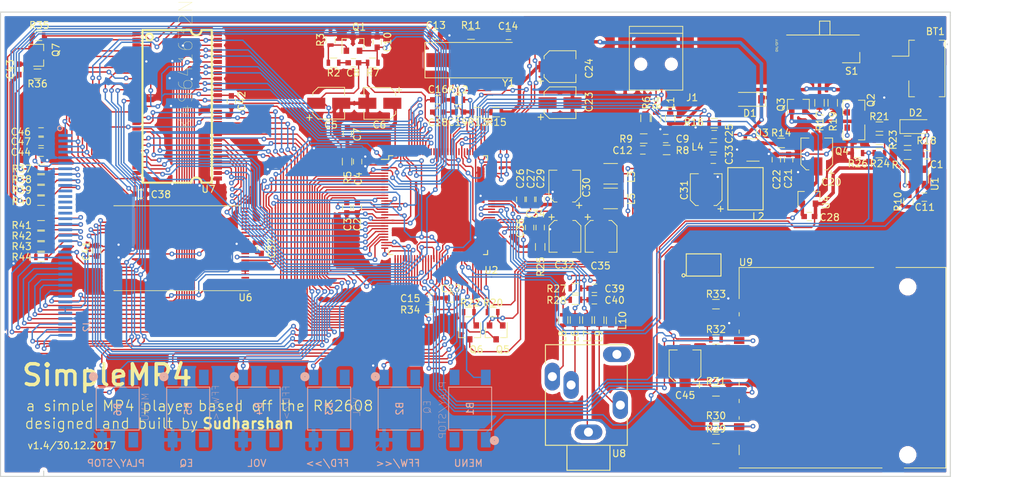
<source format=kicad_pcb>
(kicad_pcb (version 4) (host pcbnew 4.0.6)
  (layers (0 F.Cu signal) (31 B.Cu signal) (34 B.Paste user) (35 F.Paste user) (36 B.SilkS user) (37 F.SilkS user) (38 B.Mask user) (39 F.Mask user) (44 Edge.Cuts user))
  (net 0 "")
  (net 1 "Net-(B1-Pad1)")
  (net 2 /PLAY_ON)
  (net 3 /KIN4)
  (net 4 GND)
  (net 5 /KIN3)
  (net 6 /KIN2)
  (net 7 /KIN1)
  (net 8 /KIN0)
  (net 9 /VB)
  (net 10 +5V)
  (net 11 /VDD)
  (net 12 VCC)
  (net 13 "Net-(C6-Pad1)")
  (net 14 "Net-(C8-Pad1)")
  (net 15 /RESETN)
  (net 16 /USB_DET)
  (net 17 /XOUT)
  (net 18 /XIN)
  (net 19 /BATT)
  (net 20 /VDDO)
  (net 21 "Net-(C25-Pad1)")
  (net 22 "Net-(C26-Pad2)")
  (net 23 "Net-(C27-Pad1)")
  (net 24 "Net-(C29-Pad2)")
  (net 25 "Net-(C32-Pad1)")
  (net 26 "Net-(C35-Pad1)")
  (net 27 "Net-(C39-Pad2)")
  (net 28 /AOM)
  (net 29 "Net-(C40-Pad2)")
  (net 30 "Net-(C43-Pad2)")
  (net 31 "Net-(C43-Pad1)")
  (net 32 "Net-(D2-Pad1)")
  (net 33 "Net-(J1-Pad1)")
  (net 34 /DM)
  (net 35 /DP)
  (net 36 "Net-(L6-Pad1)")
  (net 37 /HP_SENSE)
  (net 38 "Net-(L7-Pad1)")
  (net 39 /AOL)
  (net 40 "Net-(L8-Pad1)")
  (net 41 /AOR)
  (net 42 "Net-(L10-Pad1)")
  (net 43 /AOMS)
  (net 44 "Net-(Q1-Pad1)")
  (net 45 "Net-(Q2-Pad1)")
  (net 46 "Net-(Q2-Pad2)")
  (net 47 "Net-(Q2-Pad3)")
  (net 48 "Net-(Q4-Pad1)")
  (net 49 "Net-(Q5-Pad1)")
  (net 50 /VDDA)
  (net 51 "Net-(Q6-Pad1)")
  (net 52 /VDDAO)
  (net 53 /LIGHT_CON)
  (net 54 "Net-(R1-Pad1)")
  (net 55 "Net-(R5-Pad1)")
  (net 56 /CHG_OK)
  (net 57 "Net-(R12-Pad2)")
  (net 58 /BAT_DET)
  (net 59 "Net-(R20-Pad1)")
  (net 60 /PWR_ON)
  (net 61 "Net-(R25-Pad2)")
  (net 62 "Net-(R29-Pad2)")
  (net 63 /SDDO)
  (net 64 /SDCLK)
  (net 65 /SDDI)
  (net 66 "Net-(R33-Pad2)")
  (net 67 /SD_DET)
  (net 68 "Net-(J2-Pad20)")
  (net 69 "Net-(J2-Pad19)")
  (net 70 "Net-(J2-Pad18)")
  (net 71 "Net-(J2-Pad17)")
  (net 72 /D0)
  (net 73 /D1)
  (net 74 /D2)
  (net 75 /D3)
  (net 76 /D4)
  (net 77 /D5)
  (net 78 /D6)
  (net 79 /D7)
  (net 80 /RD/BY)
  (net 81 /FREN)
  (net 82 /FWEN)
  (net 83 /FWP)
  (net 84 /A0)
  (net 85 /FALE/RS/A1)
  (net 86 /FCLE/A2)
  (net 87 /A3)
  (net 88 /A4)
  (net 89 /A5)
  (net 90 /A6)
  (net 91 /A7)
  (net 92 /A8)
  (net 93 /A9)
  (net 94 /A10)
  (net 95 /A11)
  (net 96 /A12)
  (net 97 /BA0)
  (net 98 /BA1)
  (net 99 /CKE)
  (net 100 /CLK)
  (net 101 /WEN)
  (net 102 /CASN)
  (net 103 /RASN)
  (net 104 /CSN)
  (net 105 /FCE1)
  (net 106 /KIN5)
  (net 107 /I2C_SDA)
  (net 108 /I2C_SCL)
  (net 109 /SPK_CON)
  (net 110 /AIL1)
  (net 111 /AIR1)
  (net 112 /AIL2)
  (net 113 /AIR2)
  (net 114 /MIC)
  (net 115 "Net-(U2-Pad85)")
  (net 116 "Net-(U2-Pad86)")
  (net 117 "Net-(U2-Pad87)")
  (net 118 "Net-(U2-Pad88)")
  (net 119 "Net-(U2-Pad89)")
  (net 120 "Net-(U2-Pad90)")
  (net 121 /DQM0)
  (net 122 /DQM1)
  (net 123 "Net-(U2-Pad93)")
  (net 124 "Net-(U2-Pad94)")
  (net 125 /KEY_IN)
  (net 126 /BATT_DET)
  (net 127 "Net-(U2-Pad114)")
  (net 128 "Net-(U2-Pad115)")
  (net 129 /D8)
  (net 130 /D9)
  (net 131 /D10)
  (net 132 /D11)
  (net 133 /D12)
  (net 134 /D13)
  (net 135 /D14)
  (net 136 /D15)
  (net 137 /LCDRDN)
  (net 138 /LCDWRN)
  (net 139 /LCDCSN)
  (net 140 /FCE0)
  (net 141 "Net-(L2-Pad2)")
  (net 142 /NOR_CS)
  (net 143 /NOR_OUT)
  (net 144 "Net-(U5-Pad3)")
  (net 145 /NOR_IN)
  (net 146 /NOR_CLK)
  (net 147 /NOR_HLD)
  (net 148 "Net-(U6-Pad25)")
  (net 149 "Net-(U6-Pad2)")
  (net 150 "Net-(U6-Pad3)")
  (net 151 "Net-(U6-Pad4)")
  (net 152 "Net-(U6-Pad11)")
  (net 153 /FALE/A2)
  (net 154 "Net-(U6-Pad20)")
  (net 155 "Net-(U6-Pad21)")
  (net 156 "Net-(U6-Pad22)")
  (net 157 "Net-(U6-Pad23)")
  (net 158 "Net-(U6-Pad24)")
  (net 159 "Net-(U6-Pad26)")
  (net 160 "Net-(U6-Pad27)")
  (net 161 "Net-(U6-Pad28)")
  (net 162 "Net-(U6-Pad33)")
  (net 163 "Net-(U6-Pad34)")
  (net 164 "Net-(U6-Pad35)")
  (net 165 "Net-(U6-Pad39)")
  (net 166 "Net-(U6-Pad40)")
  (net 167 "Net-(U6-Pad45)")
  (net 168 "Net-(U6-Pad46)")
  (net 169 "Net-(U6-Pad47)")
  (net 170 "Net-(U6-Pad48)")
  (net 171 "Net-(U7-Pad40)")
  (net 172 "Net-(U8-Pad4)")
  (net 173 "Net-(U9-Pad10)")
  (net 174 "Net-(U9-Pad11)")
  (net 175 "Net-(J2-Pad7)")
  (net 176 "Net-(J2-Pad8)")
  (net 177 "Net-(J2-Pad9)")
  (net 178 "Net-(J2-Pad10)")
  (net 179 "Net-(J2-Pad11)")
  (net 180 /XL)
  (net 181 /YU)
  (net 182 /XR)
  (net 183 /YD)
  (net 184 "Net-(J2-Pad21)")
  (net 185 "Net-(U6-Pad14)")
  (net 186 "Net-(U6-Pad15)")
  (module Connectors_JST:JST_PH_B2B-PH-SM4-TB_02x2.00mm_Straight (layer F.Cu) (at 203.7715 68.58 270)
    (fp_text reference BT1 (at -5.334 -2.3495 360) (layer F.SilkS))
    (fp_text value LI-3.6V)
    (pad 1 smd rect (at -1 1.125 270) (size 1 5.5) (layers F.Cu F.Paste F.Mask) (net 9 /VB))
    (pad 2 smd rect (at 1 1.125 270) (size 1 5.5) (layers F.Cu F.Paste F.Mask) (net 4 GND))
    (pad "" smd rect (at -3.4 -1.125 270) (size 1.6 3) (layers F.Cu F.Paste F.Mask))
    (pad "" smd rect (at 3.4 -1.125 270) (size 1.6 3) (layers F.Cu F.Paste F.Mask))
  )
  (module Capacitors_SMD:C_0603 (layer F.Cu) (at 204.9145 81.026 180)
    (fp_text reference C1 (at -1.397 -1.397 180) (layer F.SilkS))
    (fp_text value 105)
    (pad 2 smd rect (at 0.75 0 180) (size 0.8 0.75) (layers F.Cu F.Paste F.Mask) (net 4 GND))
    (pad 1 smd rect (at -0.75 0 180) (size 0.8 0.75) (layers F.Cu F.Paste F.Mask) (net 10 +5V))
  )
  (module Capacitors_SMD:C_0603 (layer F.Cu) (at 122.809 88.646 90)
    (fp_text reference C2 (at -2.413 0 90) (layer F.SilkS))
    (fp_text value 104)
    (pad 2 smd rect (at 0.75 0 90) (size 0.8 0.75) (layers F.Cu F.Paste F.Mask) (net 11 /VDD))
    (pad 1 smd rect (at -0.75 0 90) (size 0.8 0.75) (layers F.Cu F.Paste F.Mask) (net 4 GND))
  )
  (module Capacitors_SMD:C_0603 (layer F.Cu) (at 121.285 88.646 90)
    (fp_text reference C3 (at -2.413 0.127 90) (layer F.SilkS))
    (fp_text value 104)
    (pad 2 smd rect (at 0.75 0 90) (size 0.8 0.75) (layers F.Cu F.Paste F.Mask) (net 12 VCC))
    (pad 1 smd rect (at -0.75 0 90) (size 0.8 0.75) (layers F.Cu F.Paste F.Mask) (net 4 GND))
  )
  (module Capacitors_SMD:C_0603 (layer F.Cu) (at 122.8471 82.0039 270)
    (fp_text reference C4 (at 2.4511 -0.0889 270) (layer F.SilkS))
    (fp_text value 103)
    (pad 2 smd rect (at 0.75 0 270) (size 0.8 0.75) (layers F.Cu F.Paste F.Mask) (net 12 VCC))
    (pad 1 smd rect (at -0.75 0 270) (size 0.8 0.75) (layers F.Cu F.Paste F.Mask) (net 4 GND))
  )
  (module Capacitors_SMD:CP_Elec_4x4.5 (layer F.Cu) (at 118.6815 73.5965)
    (fp_text reference C5 (at 0.3175 3.1115 180) (layer F.SilkS))
    (fp_text value 22uF)
    (fp_text user + (at -2.78 1.99 180) (layer F.SilkS))
    (pad 1 smd rect (at -1.8 0 180) (size 2.6 1.6) (layers F.Cu F.Paste F.Mask) (net 12 VCC))
    (pad 2 smd rect (at 1.8 0 180) (size 2.6 1.6) (layers F.Cu F.Paste F.Mask) (net 4 GND))
  )
  (module Capacitors_SMD:CP_Elec_4x4.5 (layer F.Cu) (at 126.0475 73.5965 180)
    (fp_text reference C6 (at 0.0635 -3.1115 360) (layer F.SilkS))
    (fp_text value 22uF)
    (fp_text user + (at -2.78 1.99 360) (layer F.SilkS))
    (pad 1 smd rect (at -1.8 0) (size 2.6 1.6) (layers F.Cu F.Paste F.Mask) (net 13 "Net-(C6-Pad1)"))
    (pad 2 smd rect (at 1.8 0) (size 2.6 1.6) (layers F.Cu F.Paste F.Mask) (net 4 GND))
  )
  (module Capacitors_SMD:C_0603 (layer F.Cu) (at 121.3739 77.9399 90)
    (fp_text reference C7 (at -0.1651 1.4351 90) (layer F.SilkS))
    (fp_text value 103)
    (pad 2 smd rect (at 0.75 0 90) (size 0.8 0.75) (layers F.Cu F.Paste F.Mask) (net 13 "Net-(C6-Pad1)"))
    (pad 1 smd rect (at -0.75 0 90) (size 0.8 0.75) (layers F.Cu F.Paste F.Mask) (net 4 GND))
  )
  (module Capacitors_SMD:C_0603 (layer F.Cu) (at 122.2375 67.7545)
    (fp_text reference C8 (at -0.0635 1.4605) (layer F.SilkS))
    (fp_text value 104)
    (pad 2 smd rect (at 0.75 0) (size 0.8 0.75) (layers F.Cu F.Paste F.Mask) (net 12 VCC))
    (pad 1 smd rect (at -0.75 0) (size 0.8 0.75) (layers F.Cu F.Paste F.Mask) (net 14 "Net-(C8-Pad1)"))
  )
  (module Capacitors_SMD:C_0603 (layer F.Cu) (at 167.259 78.6765 180)
    (fp_text reference C9 (at -2.413 -0.0635 180) (layer F.SilkS))
    (fp_text value 104)
    (pad 2 smd rect (at 0.75 0 180) (size 0.8 0.75) (layers F.Cu F.Paste F.Mask) (net 4 GND))
    (pad 1 smd rect (at -0.75 0 180) (size 0.8 0.75) (layers F.Cu F.Paste F.Mask) (net 10 +5V))
  )
  (module Capacitors_SMD:C_0603 (layer F.Cu) (at 125.6665 64.77 270)
    (fp_text reference C10 (at 0 -1.5 270) (layer F.SilkS))
    (fp_text value 104)
    (pad 2 smd rect (at 0.75 0 270) (size 0.8 0.75) (layers F.Cu F.Paste F.Mask) (net 15 /RESETN))
    (pad 1 smd rect (at -0.75 0 270) (size 0.8 0.75) (layers F.Cu F.Paste F.Mask) (net 4 GND))
  )
  (module Capacitors_SMD:C_0603 (layer F.Cu) (at 204.5335 87.122 180)
    (fp_text reference C11 (at -0.0635 -1.4605 180) (layer F.SilkS))
    (fp_text value 105)
    (pad 2 smd rect (at 0.75 0 180) (size 0.8 0.75) (layers F.Cu F.Paste F.Mask) (net 4 GND))
    (pad 1 smd rect (at -0.75 0 180) (size 0.8 0.75) (layers F.Cu F.Paste F.Mask) (net 9 /VB))
  )
  (module Capacitors_SMD:C_0603 (layer F.Cu) (at 163.957 80.3275 180)
    (fp_text reference C12 (at 2.921 -0.0635 180) (layer F.SilkS))
    (fp_text value 104)
    (pad 2 smd rect (at 0.75 0 180) (size 0.8 0.75) (layers F.Cu F.Paste F.Mask) (net 4 GND))
    (pad 1 smd rect (at -0.75 0 180) (size 0.8 0.75) (layers F.Cu F.Paste F.Mask) (net 16 /USB_DET))
  )
  (module Capacitors_SMD:C_0603 (layer F.Cu) (at 134.0485 63.6905)
    (fp_text reference C13 (at 0.0635 -1.3335) (layer F.SilkS))
    (fp_text value 8P)
    (pad 2 smd rect (at 0.75 0) (size 0.8 0.75) (layers F.Cu F.Paste F.Mask) (net 4 GND))
    (pad 1 smd rect (at -0.75 0) (size 0.8 0.75) (layers F.Cu F.Paste F.Mask) (net 17 /XOUT))
  )
  (module Capacitors_SMD:C_0603 (layer F.Cu) (at 144.5895 63.8175 180)
    (fp_text reference C14 (at 0.0635 1.3335 180) (layer F.SilkS))
    (fp_text value 8P)
    (pad 2 smd rect (at 0.75 0 180) (size 0.8 0.75) (layers F.Cu F.Paste F.Mask) (net 4 GND))
    (pad 1 smd rect (at -0.75 0 180) (size 0.8 0.75) (layers F.Cu F.Paste F.Mask) (net 18 /XIN))
  )
  (module Capacitors_SMD:C_0603 (layer F.Cu) (at 133.2865 101.6635)
    (fp_text reference C15 (at -2.8575 0.0635) (layer F.SilkS))
    (fp_text value 104)
    (pad 2 smd rect (at 0.75 0) (size 0.8 0.75) (layers F.Cu F.Paste F.Mask) (net 4 GND))
    (pad 1 smd rect (at -0.75 0) (size 0.8 0.75) (layers F.Cu F.Paste F.Mask) (net 12 VCC))
  )
  (module Capacitors_SMD:C_0603 (layer F.Cu) (at 134.4295 73.0885)
    (fp_text reference C16 (at 0 -1.5) (layer F.SilkS))
    (fp_text value 104)
    (pad 2 smd rect (at 0.75 0) (size 0.8 0.75) (layers F.Cu F.Paste F.Mask) (net 4 GND))
    (pad 1 smd rect (at -0.75 0) (size 0.8 0.75) (layers F.Cu F.Paste F.Mask) (net 12 VCC))
  )
  (module Capacitors_SMD:C_0603 (layer F.Cu) (at 136.3345 101.6635)
    (fp_text reference C17 (at -0.0635 -1.3335) (layer F.SilkS))
    (fp_text value 104)
    (pad 2 smd rect (at 0.75 0) (size 0.8 0.75) (layers F.Cu F.Paste F.Mask) (net 11 /VDD))
    (pad 1 smd rect (at -0.75 0) (size 0.8 0.75) (layers F.Cu F.Paste F.Mask) (net 4 GND))
  )
  (module Capacitors_SMD:C_0603 (layer F.Cu) (at 134.4295 74.8665 180)
    (fp_text reference C18 (at 0 -1.5 180) (layer F.SilkS))
    (fp_text value 104)
    (pad 2 smd rect (at 0.75 0 180) (size 0.8 0.75) (layers F.Cu F.Paste F.Mask) (net 4 GND))
    (pad 1 smd rect (at -0.75 0 180) (size 0.8 0.75) (layers F.Cu F.Paste F.Mask) (net 11 /VDD))
  )
  (module Capacitors_SMD:C_0603 (layer F.Cu) (at 137.3505 74.8665)
    (fp_text reference C19 (at -0.0635 1.4605) (layer F.SilkS))
    (fp_text value 105)
    (pad 2 smd rect (at 0.75 0) (size 0.8 0.75) (layers F.Cu F.Paste F.Mask) (net 4 GND))
    (pad 1 smd rect (at -0.75 0) (size 0.8 0.75) (layers F.Cu F.Paste F.Mask) (net 11 /VDD))
  )
  (module Capacitors_SMD:CP_Elec_4x4.5 (layer F.Cu) (at 189.0395 80.899 90)
    (fp_text reference C20 (at -4.064 2.0955 360) (layer F.SilkS))
    (fp_text value 22uF)
    (fp_text user + (at -2.78 1.99 270) (layer F.SilkS))
    (pad 1 smd rect (at -1.8 0 270) (size 2.6 1.6) (layers F.Cu F.Paste F.Mask) (net 19 /BATT))
    (pad 2 smd rect (at 1.8 0 270) (size 2.6 1.6) (layers F.Cu F.Paste F.Mask) (net 4 GND))
  )
  (module Capacitors_SMD:C_0603 (layer F.Cu) (at 184.9755 81.7245 270)
    (fp_text reference C21 (at 2.7305 0.0635 270) (layer F.SilkS))
    (fp_text value 104)
    (pad 2 smd rect (at 0.75 0 270) (size 0.8 0.75) (layers F.Cu F.Paste F.Mask) (net 19 /BATT))
    (pad 1 smd rect (at -0.75 0 270) (size 0.8 0.75) (layers F.Cu F.Paste F.Mask) (net 4 GND))
  )
  (module Capacitors_SMD:C_0603 (layer F.Cu) (at 183.1975 81.7245 270)
    (fp_text reference C22 (at 2.8575 -0.0635 270) (layer F.SilkS))
    (fp_text value 103)
    (pad 2 smd rect (at 0.75 0 270) (size 0.8 0.75) (layers F.Cu F.Paste F.Mask) (net 19 /BATT))
    (pad 1 smd rect (at -0.75 0 270) (size 0.8 0.75) (layers F.Cu F.Paste F.Mask) (net 4 GND))
  )
  (module Capacitors_SMD:CP_Elec_4x4.5 (layer F.Cu) (at 152.019 73.533)
    (fp_text reference C23 (at 4.191 -0.127 270) (layer F.SilkS))
    (fp_text value 10uF)
    (fp_text user + (at -2.78 1.99 180) (layer F.SilkS))
    (pad 1 smd rect (at -1.8 0 180) (size 2.6 1.6) (layers F.Cu F.Paste F.Mask) (net 12 VCC))
    (pad 2 smd rect (at 1.8 0 180) (size 2.6 1.6) (layers F.Cu F.Paste F.Mask) (net 4 GND))
  )
  (module Capacitors_SMD:CP_Elec_4x4.5 (layer F.Cu) (at 152.019 68.326)
    (fp_text reference C24 (at 4.191 0.254 270) (layer F.SilkS))
    (fp_text value 10uF)
    (fp_text user + (at -2.78 1.99 180) (layer F.SilkS))
    (pad 1 smd rect (at -1.8 0 180) (size 2.6 1.6) (layers F.Cu F.Paste F.Mask) (net 19 /BATT))
    (pad 2 smd rect (at 1.8 0 180) (size 2.6 1.6) (layers F.Cu F.Paste F.Mask) (net 4 GND))
  )
  (module Capacitors_SMD:C_0603 (layer F.Cu) (at 174.244 78.105 180)
    (fp_text reference C25 (at -2.159 0.127 270) (layer F.SilkS))
    (fp_text value 30pF)
    (pad 2 smd rect (at 0.75 0 180) (size 0.8 0.75) (layers F.Cu F.Paste F.Mask) (net 20 /VDDO))
    (pad 1 smd rect (at -0.75 0 180) (size 0.8 0.75) (layers F.Cu F.Paste F.Mask) (net 21 "Net-(C25-Pad1)"))
  )
  (module Capacitors_SMD:C_0603 (layer F.Cu) (at 146.3675 87.4395 270)
    (fp_text reference C26 (at -2.9845 0.0635 270) (layer F.SilkS))
    (fp_text value 104)
    (pad 2 smd rect (at 0.75 0 270) (size 0.8 0.75) (layers F.Cu F.Paste F.Mask) (net 22 "Net-(C26-Pad2)"))
    (pad 1 smd rect (at -0.75 0 270) (size 0.8 0.75) (layers F.Cu F.Paste F.Mask) (net 4 GND))
  )
  (module Capacitors_SMD:C_0603 (layer F.Cu) (at 149.1615 87.4395 90)
    (fp_text reference C27 (at 2.9845 -1.3335 90) (layer F.SilkS))
    (fp_text value 104)
    (pad 2 smd rect (at 0.75 0 90) (size 0.8 0.75) (layers F.Cu F.Paste F.Mask) (net 4 GND))
    (pad 1 smd rect (at -0.75 0 90) (size 0.8 0.75) (layers F.Cu F.Paste F.Mask) (net 23 "Net-(C27-Pad1)"))
  )
  (module Capacitors_SMD:C_0603 (layer F.Cu) (at 187.96 89.916)
    (fp_text reference C28 (at 2.921 0.127) (layer F.SilkS))
    (fp_text value 1uF)
    (pad 2 smd rect (at 0.75 0) (size 0.8 0.75) (layers F.Cu F.Paste F.Mask) (net 12 VCC))
    (pad 1 smd rect (at -0.75 0) (size 0.8 0.75) (layers F.Cu F.Paste F.Mask) (net 4 GND))
  )
  (module Capacitors_SMD:C_0603 (layer F.Cu) (at 147.7645 87.4395 270)
    (fp_text reference C29 (at -2.9845 -1.4605 270) (layer F.SilkS))
    (fp_text value 104)
    (pad 2 smd rect (at 0.75 0 270) (size 0.8 0.75) (layers F.Cu F.Paste F.Mask) (net 24 "Net-(C29-Pad2)"))
    (pad 1 smd rect (at -0.75 0 270) (size 0.8 0.75) (layers F.Cu F.Paste F.Mask) (net 4 GND))
  )
  (module Capacitors_SMD:CP_Elec_4x4.5 (layer F.Cu) (at 152.7175 85.5345 90)
    (fp_text reference C30 (at -0.1905 3.1115 270) (layer F.SilkS))
    (fp_text value 10uF)
    (fp_text user + (at -2.78 1.99 270) (layer F.SilkS))
    (pad 1 smd rect (at -1.8 0 270) (size 2.6 1.6) (layers F.Cu F.Paste F.Mask) (net 23 "Net-(C27-Pad1)"))
    (pad 2 smd rect (at 1.8 0 270) (size 2.6 1.6) (layers F.Cu F.Paste F.Mask) (net 4 GND))
  )
  (module Capacitors_SMD:CP_Elec_4x4.5 (layer F.Cu) (at 173.101 86.0425 90)
    (fp_text reference C31 (at -0.0635 -3.175 270) (layer F.SilkS))
    (fp_text value 10uF)
    (fp_text user + (at -2.78 1.99 270) (layer F.SilkS))
    (pad 1 smd rect (at -1.8 0 270) (size 2.6 1.6) (layers F.Cu F.Paste F.Mask) (net 20 /VDDO))
    (pad 2 smd rect (at 1.8 0 270) (size 2.6 1.6) (layers F.Cu F.Paste F.Mask) (net 4 GND))
  )
  (module Capacitors_SMD:CP_Elec_4x4.5 (layer F.Cu) (at 152.7175 92.7735 270)
    (fp_text reference C32 (at 4.1275 0.0635 540) (layer F.SilkS))
    (fp_text value 10Uf)
    (fp_text user + (at -2.78 1.99 450) (layer F.SilkS))
    (pad 1 smd rect (at -1.8 0 90) (size 2.6 1.6) (layers F.Cu F.Paste F.Mask) (net 25 "Net-(C32-Pad1)"))
    (pad 2 smd rect (at 1.8 0 90) (size 2.6 1.6) (layers F.Cu F.Paste F.Mask) (net 4 GND))
  )
  (module Capacitors_SMD:C_0603 (layer F.Cu) (at 174.117 81.661)
    (fp_text reference C33 (at 2.286 -0.635 90) (layer F.SilkS))
    (fp_text value 103)
    (pad 2 smd rect (at 0.75 0) (size 0.8 0.75) (layers F.Cu F.Paste F.Mask) (net 20 /VDDO))
    (pad 1 smd rect (at -0.75 0) (size 0.8 0.75) (layers F.Cu F.Paste F.Mask) (net 4 GND))
  )
  (module Capacitors_SMD:C_0603 (layer F.Cu) (at 149.1615 91.5035 270)
    (fp_text reference C34 (at -1.9685 0.6985 360) (layer F.SilkS))
    (fp_text value 104)
    (pad 2 smd rect (at 0.75 0 270) (size 0.8 0.75) (layers F.Cu F.Paste F.Mask) (net 4 GND))
    (pad 1 smd rect (at -0.75 0 270) (size 0.8 0.75) (layers F.Cu F.Paste F.Mask) (net 25 "Net-(C32-Pad1)"))
  )
  (module Capacitors_SMD:CP_Elec_4x4.5 (layer F.Cu) (at 157.9245 92.7735 270)
    (fp_text reference C35 (at 4.2545 0.0635 540) (layer F.SilkS))
    (fp_text value 10uF)
    (fp_text user + (at -2.78 1.99 450) (layer F.SilkS))
    (pad 1 smd rect (at -1.8 0 90) (size 2.6 1.6) (layers F.Cu F.Paste F.Mask) (net 26 "Net-(C35-Pad1)"))
    (pad 2 smd rect (at 1.8 0 90) (size 2.6 1.6) (layers F.Cu F.Paste F.Mask) (net 4 GND))
  )
  (module Capacitors_SMD:C_0603 (layer F.Cu) (at 147.6375 91.5035 270)
    (fp_text reference C36 (at 0.0635 1.3335 270) (layer F.SilkS))
    (fp_text value 104)
    (pad 2 smd rect (at 0.75 0 270) (size 0.8 0.75) (layers F.Cu F.Paste F.Mask) (net 4 GND))
    (pad 1 smd rect (at -0.75 0 270) (size 0.8 0.75) (layers F.Cu F.Paste F.Mask) (net 26 "Net-(C35-Pad1)"))
  )
  (module Capacitors_SMD:C_0603 (layer F.Cu) (at 108.966 94.488 270)
    (fp_text reference C37 (at 0 -1.5 270) (layer F.SilkS))
    (fp_text value 104)
    (pad 2 smd rect (at 0.75 0 270) (size 0.8 0.75) (layers F.Cu F.Paste F.Mask) (net 12 VCC))
    (pad 1 smd rect (at -0.75 0 270) (size 0.8 0.75) (layers F.Cu F.Paste F.Mask) (net 4 GND))
  )
  (module Capacitors_SMD:C_0603 (layer F.Cu) (at 91.5035 86.6775)
    (fp_text reference C38 (at 2.9845 0.0635) (layer F.SilkS))
    (fp_text value 104)
    (pad 2 smd rect (at 0.75 0) (size 0.8 0.75) (layers F.Cu F.Paste F.Mask) (net 4 GND))
    (pad 1 smd rect (at -0.75 0) (size 0.8 0.75) (layers F.Cu F.Paste F.Mask) (net 12 VCC))
  )
  (module Capacitors_SMD:C_0603 (layer F.Cu) (at 156.972 100.2665 180)
    (fp_text reference C39 (at -2.921 -0.0635 180) (layer F.SilkS))
    (fp_text value 473)
    (pad 2 smd rect (at 0.75 0 180) (size 0.8 0.75) (layers F.Cu F.Paste F.Mask) (net 27 "Net-(C39-Pad2)"))
    (pad 1 smd rect (at -0.75 0 180) (size 0.8 0.75) (layers F.Cu F.Paste F.Mask) (net 28 /AOM))
  )
  (module Capacitors_SMD:C_0603 (layer F.Cu) (at 156.972 101.9175 180)
    (fp_text reference C40 (at -2.921 -0.0635 180) (layer F.SilkS))
    (fp_text value 473)
    (pad 2 smd rect (at 0.75 0 180) (size 0.8 0.75) (layers F.Cu F.Paste F.Mask) (net 29 "Net-(C40-Pad2)"))
    (pad 1 smd rect (at -0.75 0 180) (size 0.8 0.75) (layers F.Cu F.Paste F.Mask) (net 28 /AOM))
  )
  (module Capacitors_SMD:C_0603 (layer F.Cu) (at 85.217 94.869 90)
    (fp_text reference C41 (at 0 -1.5 90) (layer F.SilkS))
    (fp_text value 104)
    (pad 2 smd rect (at 0.75 0 90) (size 0.8 0.75) (layers F.Cu F.Paste F.Mask) (net 4 GND))
    (pad 1 smd rect (at -0.75 0 90) (size 0.8 0.75) (layers F.Cu F.Paste F.Mask) (net 12 VCC))
  )
  (module Capacitors_SMD:C_0603 (layer F.Cu) (at 104.648 73.279 270)
    (fp_text reference C42 (at 0 -1.5 270) (layer F.SilkS))
    (fp_text value 104)
    (pad 2 smd rect (at 0.75 0 270) (size 0.8 0.75) (layers F.Cu F.Paste F.Mask) (net 4 GND))
    (pad 1 smd rect (at -0.75 0 270) (size 0.8 0.75) (layers F.Cu F.Paste F.Mask) (net 12 VCC))
  )
  (module Capacitors_SMD:C_0603 (layer F.Cu) (at 74.041 68.707 270)
    (fp_text reference C43 (at 0 1.27 270) (layer F.SilkS))
    (fp_text value 0.1uF)
    (pad 2 smd rect (at 0.75 0 270) (size 0.8 0.75) (layers F.Cu F.Paste F.Mask) (net 30 "Net-(C43-Pad2)"))
    (pad 1 smd rect (at -0.75 0 270) (size 0.8 0.75) (layers F.Cu F.Paste F.Mask) (net 31 "Net-(C43-Pad1)"))
  )
  (module Capacitors_SMD:C_0603 (layer F.Cu) (at 77.216 80.645)
    (fp_text reference C44 (at -2.921 0) (layer F.SilkS))
    (fp_text value 0.1uF)
    (pad 2 smd rect (at 0.75 0) (size 0.8 0.75) (layers F.Cu F.Paste F.Mask) (net 4 GND))
    (pad 1 smd rect (at -0.75 0) (size 0.8 0.75) (layers F.Cu F.Paste F.Mask) (net 12 VCC))
  )
  (module Capacitors_SMD:CP_Elec_4x4.5 (layer F.Cu) (at 170.053 111.4425 90)
    (fp_text reference C45 (at -4.2545 0 360) (layer F.SilkS))
    (fp_text value 10uF)
    (fp_text user + (at -2.78 1.99 270) (layer F.SilkS))
    (pad 1 smd rect (at -1.8 0 270) (size 2.6 1.6) (layers F.Cu F.Paste F.Mask) (net 12 VCC))
    (pad 2 smd rect (at 1.8 0 270) (size 2.6 1.6) (layers F.Cu F.Paste F.Mask) (net 4 GND))
  )
  (module Capacitors_SMD:C_0603 (layer F.Cu) (at 77.216 77.724)
    (fp_text reference C46 (at -2.921 0) (layer F.SilkS))
    (fp_text value 0.1uF)
    (pad 2 smd rect (at 0.75 0) (size 0.8 0.75) (layers F.Cu F.Paste F.Mask) (net 4 GND))
    (pad 1 smd rect (at -0.75 0) (size 0.8 0.75) (layers F.Cu F.Paste F.Mask) (net 12 VCC))
  )
  (module Capacitors_SMD:C_0603 (layer F.Cu) (at 77.224733 79.0924)
    (fp_text reference C47 (at -2.929733 0.0286) (layer F.SilkS))
    (fp_text value 10uF)
    (pad 2 smd rect (at 0.75 0) (size 0.8 0.75) (layers F.Cu F.Paste F.Mask) (net 4 GND))
    (pad 1 smd rect (at -0.75 0) (size 0.8 0.75) (layers F.Cu F.Paste F.Mask) (net 12 VCC))
  )
  (module Diodes_SMD:D_SOD-123 (layer F.Cu) (at 179.3875 73.025 180)
    (fp_text reference D1 (at 0 -2 180) (layer F.SilkS))
    (fp_text value 1N5819)
    (pad 1 smd rect (at -1.65 0 180) (size 0.9 1.2) (layers F.Cu F.Paste F.Mask) (net 19 /BATT))
    (pad 2 smd rect (at 1.65 0 180) (size 0.9 1.2) (layers F.Cu F.Paste F.Mask) (net 10 +5V))
  )
  (module Diodes_SMD:D_SOD-123 (layer F.Cu) (at 203.2635 76.962)
    (fp_text reference D2 (at 0 -2) (layer F.SilkS))
    (fp_text value 1N4148)
    (pad 1 smd rect (at -1.65 0) (size 0.9 1.2) (layers F.Cu F.Paste F.Mask) (net 32 "Net-(D2-Pad1)"))
    (pad 2 smd rect (at 1.65 0) (size 0.9 1.2) (layers F.Cu F.Paste F.Mask) (net 2 /PLAY_ON))
  )
  (module Connectors:USB_Mini-B (layer F.Cu) (at 165.862 67.7545 270)
    (fp_text reference J1 (at 5.0165 -5.207 360) (layer F.SilkS))
    (fp_text value USB_OTG)
    (pad 1 smd rect (at 2.8 -1.6 270) (size 2.3 0.5) (layers F.Cu F.Paste F.Mask) (net 33 "Net-(J1-Pad1)"))
    (pad 2 smd rect (at 2.8 -0.8 270) (size 2.3 0.5) (layers F.Cu F.Paste F.Mask) (net 34 /DM))
    (pad 3 smd rect (at 2.8 0 270) (size 2.3 0.5) (layers F.Cu F.Paste F.Mask) (net 35 /DP))
    (pad 4 smd rect (at 2.8 0.8 270) (size 2.3 0.5) (layers F.Cu F.Paste F.Mask) (net 4 GND))
    (pad 5 smd rect (at 2.8 1.6 270) (size 2.3 0.5) (layers F.Cu F.Paste F.Mask) (net 4 GND))
    (pad 6 smd rect (at 2.7 -4.45 270) (size 2.5 2) (layers F.Cu F.Paste F.Mask) (net 4 GND))
    (pad 6 smd rect (at -2.8 -4.45 270) (size 2.5 2) (layers F.Cu F.Paste F.Mask) (net 4 GND))
    (pad 6 smd rect (at 2.7 4.45 270) (size 2.5 2) (layers F.Cu F.Paste F.Mask) (net 4 GND))
    (pad 6 smd rect (at -2.8 4.45 270) (size 2.5 2) (layers F.Cu F.Paste F.Mask) (net 4 GND))
    (pad "" np_thru_hole circle (at 0.2 -2.2 270) (size 0.9 0.9) (drill 0.9) (layers *.Cu *.Mask))
    (pad "" np_thru_hole circle (at 0.2 2.2 270) (size 0.9 0.9) (drill 0.9) (layers *.Cu *.Mask))
  )
  (module Inductors_SMD:L_0603 (layer F.Cu) (at 167.894 75.7555 90)
    (fp_text reference L1 (at 2.2225 0.0635 90) (layer F.SilkS))
    (fp_text value 600R/100M)
    (pad 1 smd rect (at -0.75 0 90) (size 0.5 0.9) (layers F.Cu F.Paste F.Mask) (net 10 +5V))
    (pad 2 smd rect (at 0.75 0 90) (size 0.5 0.9) (layers F.Cu F.Paste F.Mask) (net 33 "Net-(J1-Pad1)"))
  )
  (module Inductors_SMD:L_0603 (layer F.Cu) (at 174.117 79.9465)
    (fp_text reference L4 (at -2.286 -0.0635) (layer F.SilkS))
    (fp_text value 600R/100M)
    (pad 1 smd rect (at -0.75 0) (size 0.5 0.9) (layers F.Cu F.Paste F.Mask) (net 11 /VDD))
    (pad 2 smd rect (at 0.75 0) (size 0.5 0.9) (layers F.Cu F.Paste F.Mask) (net 20 /VDDO))
  )
  (module Inductors_SMD:L_0603 (layer F.Cu) (at 154.178 104.8385 90)
    (fp_text reference L6 (at -2.3495 0 270) (layer F.SilkS))
    (fp_text value 600R/100M)
    (pad 1 smd rect (at -0.75 0 90) (size 0.5 0.9) (layers F.Cu F.Paste F.Mask) (net 36 "Net-(L6-Pad1)"))
    (pad 2 smd rect (at 0.75 0 90) (size 0.5 0.9) (layers F.Cu F.Paste F.Mask) (net 37 /HP_SENSE))
  )
  (module Inductors_SMD:L_0603 (layer F.Cu) (at 155.956 104.8385 90)
    (fp_text reference L7 (at -2.3495 0 270) (layer F.SilkS))
    (fp_text value 600R/100M)
    (pad 1 smd rect (at -0.75 0 90) (size 0.5 0.9) (layers F.Cu F.Paste F.Mask) (net 38 "Net-(L7-Pad1)"))
    (pad 2 smd rect (at 0.75 0 90) (size 0.5 0.9) (layers F.Cu F.Paste F.Mask) (net 39 /AOL))
  )
  (module Inductors_SMD:L_0603 (layer F.Cu) (at 152.4635 104.8385 90)
    (fp_text reference L8 (at -2.3495 -0.0635 270) (layer F.SilkS))
    (fp_text value 600R/100M)
    (pad 1 smd rect (at -0.75 0 90) (size 0.5 0.9) (layers F.Cu F.Paste F.Mask) (net 40 "Net-(L8-Pad1)"))
    (pad 2 smd rect (at 0.75 0 90) (size 0.5 0.9) (layers F.Cu F.Paste F.Mask) (net 41 /AOR))
  )
  (module Inductors_SMD:L_0603 (layer F.Cu) (at 157.6705 104.8385 90)
    (fp_text reference L9 (at -2.3495 -0.0635 270) (layer F.SilkS))
    (fp_text value 600R/100M)
    (pad 1 smd rect (at -0.75 0 90) (size 0.5 0.9) (layers F.Cu F.Paste F.Mask) (net 42 "Net-(L10-Pad1)"))
    (pad 2 smd rect (at 0.75 0 90) (size 0.5 0.9) (layers F.Cu F.Paste F.Mask) (net 28 /AOM))
  )
  (module Inductors_SMD:L_0603 (layer F.Cu) (at 159.385 104.902 90)
    (fp_text reference L10 (at 0 1.651 90) (layer F.SilkS))
    (fp_text value 600R/100M)
    (pad 1 smd rect (at -0.75 0 90) (size 0.5 0.9) (layers F.Cu F.Paste F.Mask) (net 42 "Net-(L10-Pad1)"))
    (pad 2 smd rect (at 0.75 0 90) (size 0.5 0.9) (layers F.Cu F.Paste F.Mask) (net 43 /AOMS))
  )
  (module TO_SOT_Packages_SMD:SOT-23 (layer F.Cu) (at 122.174 65.024 90)
    (fp_text reference Q1 (at 2.413 0.889 180) (layer F.SilkS))
    (fp_text value 8050)
    (pad 1 smd rect (at -1 -0.95 90) (size 0.9 0.8) (layers F.Cu F.Paste F.Mask) (net 44 "Net-(Q1-Pad1)"))
    (pad 2 smd rect (at -1 0.95 90) (size 0.9 0.8) (layers F.Cu F.Paste F.Mask) (net 15 /RESETN))
    (pad 3 smd rect (at 1 0 90) (size 0.9 0.8) (layers F.Cu F.Paste F.Mask) (net 4 GND))
  )
  (module TO_SOT_Packages_SMD:SOT-23 (layer F.Cu) (at 194.3735 73.914 90)
    (fp_text reference Q2 (at 0.762 2.4765 90) (layer F.SilkS))
    (fp_text value SI2305)
    (pad 1 smd rect (at -1 -0.95 90) (size 0.9 0.8) (layers F.Cu F.Paste F.Mask) (net 45 "Net-(Q2-Pad1)"))
    (pad 2 smd rect (at -1 0.95 90) (size 0.9 0.8) (layers F.Cu F.Paste F.Mask) (net 46 "Net-(Q2-Pad2)"))
    (pad 3 smd rect (at 1 0 90) (size 0.9 0.8) (layers F.Cu F.Paste F.Mask) (net 47 "Net-(Q2-Pad3)"))
  )
  (module TO_SOT_Packages_SMD:SOT-23 (layer F.Cu) (at 186.3725 73.787 90)
    (fp_text reference Q3 (at 0 -2.5 90) (layer F.SilkS))
    (fp_text value SI2305)
    (pad 1 smd rect (at -1 -0.95 90) (size 0.9 0.8) (layers F.Cu F.Paste F.Mask) (net 45 "Net-(Q2-Pad1)"))
    (pad 2 smd rect (at -1 0.95 90) (size 0.9 0.8) (layers F.Cu F.Paste F.Mask) (net 46 "Net-(Q2-Pad2)"))
    (pad 3 smd rect (at 1 0 90) (size 0.9 0.8) (layers F.Cu F.Paste F.Mask) (net 19 /BATT))
  )
  (module TO_SOT_Packages_SMD:SOT-23 (layer F.Cu) (at 194.3735 78.105 270)
    (fp_text reference Q4 (at 2.413 1.7145 360) (layer F.SilkS))
    (fp_text value 8050)
    (pad 1 smd rect (at -1 -0.95 270) (size 0.9 0.8) (layers F.Cu F.Paste F.Mask) (net 48 "Net-(Q4-Pad1)"))
    (pad 2 smd rect (at -1 0.95 270) (size 0.9 0.8) (layers F.Cu F.Paste F.Mask) (net 45 "Net-(Q2-Pad1)"))
    (pad 3 smd rect (at 1 0 270) (size 0.9 0.8) (layers F.Cu F.Paste F.Mask) (net 4 GND))
  )
  (module TO_SOT_Packages_SMD:SOT-23 (layer F.Cu) (at 142.8115 106.6165 270)
    (fp_text reference Q5 (at 2.4765 -0.9525 360) (layer F.SilkS))
    (fp_text value 8550)
    (pad 1 smd rect (at -1 -0.95 270) (size 0.9 0.8) (layers F.Cu F.Paste F.Mask) (net 49 "Net-(Q5-Pad1)"))
    (pad 2 smd rect (at -1 0.95 270) (size 0.9 0.8) (layers F.Cu F.Paste F.Mask) (net 50 /VDDA))
    (pad 3 smd rect (at 1 0 270) (size 0.9 0.8) (layers F.Cu F.Paste F.Mask) (net 20 /VDDO))
  )
  (module TO_SOT_Packages_SMD:SOT-23 (layer F.Cu) (at 139.0015 106.6165 270)
    (fp_text reference Q6 (at 2.4765 -0.9525 360) (layer F.SilkS))
    (fp_text value SI2305)
    (pad 1 smd rect (at -1 -0.95 270) (size 0.9 0.8) (layers F.Cu F.Paste F.Mask) (net 51 "Net-(Q6-Pad1)"))
    (pad 2 smd rect (at -1 0.95 270) (size 0.9 0.8) (layers F.Cu F.Paste F.Mask) (net 20 /VDDO))
    (pad 3 smd rect (at 1 0 270) (size 0.9 0.8) (layers F.Cu F.Paste F.Mask) (net 52 /VDDAO))
  )
  (module TO_SOT_Packages_SMD:SOT-23 (layer F.Cu) (at 76.835 66.675)
    (fp_text reference Q7 (at 2.54 -0.762 90) (layer F.SilkS))
    (fp_text value 8550)
    (pad 1 smd rect (at -1 -0.95) (size 0.9 0.8) (layers F.Cu F.Paste F.Mask) (net 53 /LIGHT_CON))
    (pad 2 smd rect (at -1 0.95) (size 0.9 0.8) (layers F.Cu F.Paste F.Mask) (net 31 "Net-(C43-Pad1)"))
    (pad 3 smd rect (at 1 0) (size 0.9 0.8) (layers F.Cu F.Paste F.Mask) (net 12 VCC))
  )
  (module Resistors_SMD:R_0603 (layer F.Cu) (at 202.1205 81.026)
    (fp_text reference R1 (at -1.3335 1.4605) (layer F.SilkS))
    (fp_text value 4.7K)
    (pad 1 smd rect (at -0.75 0) (size 0.5 0.9) (layers F.Cu F.Paste F.Mask) (net 54 "Net-(R1-Pad1)"))
    (pad 2 smd rect (at 0.75 0) (size 0.5 0.9) (layers F.Cu F.Paste F.Mask) (net 4 GND))
  )
  (module Resistors_SMD:R_0603 (layer F.Cu) (at 121.3231 82.0039 90)
    (fp_text reference R5 (at -2.3241 0.0889 90) (layer F.SilkS))
    (fp_text value 10K)
    (pad 1 smd rect (at -0.75 0 90) (size 0.5 0.9) (layers F.Cu F.Paste F.Mask) (net 55 "Net-(R5-Pad1)"))
    (pad 2 smd rect (at 0.75 0 90) (size 0.5 0.9) (layers F.Cu F.Paste F.Mask) (net 4 GND))
  )
  (module Resistors_SMD:R_0603 (layer F.Cu) (at 125.0315 67.7545 180)
    (fp_text reference R7 (at 0 -1.45 180) (layer F.SilkS))
    (fp_text value 10K)
    (pad 1 smd rect (at -0.75 0 180) (size 0.5 0.9) (layers F.Cu F.Paste F.Mask) (net 15 /RESETN))
    (pad 2 smd rect (at 0.75 0 180) (size 0.5 0.9) (layers F.Cu F.Paste F.Mask) (net 12 VCC))
  )
  (module Resistors_SMD:R_0603 (layer F.Cu) (at 167.386 80.3275 180)
    (fp_text reference R8 (at -2.286 -0.0635 180) (layer F.SilkS))
    (fp_text value 10K)
    (pad 1 smd rect (at -0.75 0 180) (size 0.5 0.9) (layers F.Cu F.Paste F.Mask) (net 10 +5V))
    (pad 2 smd rect (at 0.75 0 180) (size 0.5 0.9) (layers F.Cu F.Paste F.Mask) (net 16 /USB_DET))
  )
  (module Resistors_SMD:R_0603 (layer F.Cu) (at 164.084 78.6765 180)
    (fp_text reference R9 (at 2.54 -0.0635 180) (layer F.SilkS))
    (fp_text value 12K)
    (pad 1 smd rect (at -0.75 0 180) (size 0.5 0.9) (layers F.Cu F.Paste F.Mask) (net 16 /USB_DET))
    (pad 2 smd rect (at 0.75 0 180) (size 0.5 0.9) (layers F.Cu F.Paste F.Mask) (net 4 GND))
  )
  (module Resistors_SMD:R_0603 (layer F.Cu) (at 189.4205 73.533 270)
    (fp_text reference R17 (at 2.667 -0.0635 270) (layer F.SilkS))
    (fp_text value 10K)
    (pad 1 smd rect (at -0.75 0 270) (size 0.5 0.9) (layers F.Cu F.Paste F.Mask) (net 47 "Net-(Q2-Pad3)"))
    (pad 2 smd rect (at 0.75 0 270) (size 0.5 0.9) (layers F.Cu F.Paste F.Mask) (net 1 "Net-(B1-Pad1)"))
  )
  (module Resistors_SMD:R_0603 (layer F.Cu) (at 142.3035 103.6955)
    (fp_text reference R20 (at 0.0635 -1.3335) (layer F.SilkS))
    (fp_text value 1K)
    (pad 1 smd rect (at -0.75 0) (size 0.5 0.9) (layers F.Cu F.Paste F.Mask) (net 59 "Net-(R20-Pad1)"))
    (pad 2 smd rect (at 0.75 0) (size 0.5 0.9) (layers F.Cu F.Paste F.Mask) (net 49 "Net-(Q5-Pad1)"))
  )
  (module Resistors_SMD:R_0603 (layer F.Cu) (at 198.0565 76.962)
    (fp_text reference R21 (at 0 -1.45) (layer F.SilkS))
    (fp_text value 47K)
    (pad 1 smd rect (at -0.75 0) (size 0.5 0.9) (layers F.Cu F.Paste F.Mask) (net 48 "Net-(Q4-Pad1)"))
    (pad 2 smd rect (at 0.75 0) (size 0.5 0.9) (layers F.Cu F.Paste F.Mask) (net 32 "Net-(D2-Pad1)"))
  )
  (module Resistors_SMD:R_0603 (layer F.Cu) (at 198.0565 80.772)
    (fp_text reference R24 (at 0.0635 1.524) (layer F.SilkS))
    (fp_text value 47K)
    (pad 1 smd rect (at -0.75 0) (size 0.5 0.9) (layers F.Cu F.Paste F.Mask) (net 60 /PWR_ON))
    (pad 2 smd rect (at 0.75 0) (size 0.5 0.9) (layers F.Cu F.Paste F.Mask) (net 48 "Net-(Q4-Pad1)"))
  )
  (module Resistors_SMD:R_0603 (layer F.Cu) (at 149.1615 94.2975 270)
    (fp_text reference R25 (at 2.8575 -0.0635 270) (layer F.SilkS))
    (fp_text value 56K/1%)
    (pad 1 smd rect (at -0.75 0 270) (size 0.5 0.9) (layers F.Cu F.Paste F.Mask) (net 4 GND))
    (pad 2 smd rect (at 0.75 0 270) (size 0.5 0.9) (layers F.Cu F.Paste F.Mask) (net 61 "Net-(R25-Pad2)"))
  )
  (module Resistors_SMD:R_0603 (layer F.Cu) (at 194.8815 80.772)
    (fp_text reference R26 (at 0.0635 1.524) (layer F.SilkS))
    (fp_text value 10K)
    (pad 1 smd rect (at -0.75 0) (size 0.5 0.9) (layers F.Cu F.Paste F.Mask) (net 4 GND))
    (pad 2 smd rect (at 0.75 0) (size 0.5 0.9) (layers F.Cu F.Paste F.Mask) (net 60 /PWR_ON))
  )
  (module Resistors_SMD:R_0603 (layer F.Cu) (at 154.2415 100.2665)
    (fp_text reference R27 (at -2.7305 0.0635) (layer F.SilkS))
    (fp_text value 16)
    (pad 1 smd rect (at -0.75 0) (size 0.5 0.9) (layers F.Cu F.Paste F.Mask) (net 39 /AOL))
    (pad 2 smd rect (at 0.75 0) (size 0.5 0.9) (layers F.Cu F.Paste F.Mask) (net 27 "Net-(C39-Pad2)"))
  )
  (module Resistors_SMD:R_0603 (layer F.Cu) (at 154.2415 101.9175)
    (fp_text reference R28 (at -2.7305 0.0635) (layer F.SilkS))
    (fp_text value 16)
    (pad 1 smd rect (at -0.75 0) (size 0.5 0.9) (layers F.Cu F.Paste F.Mask) (net 41 /AOR))
    (pad 2 smd rect (at 0.75 0) (size 0.5 0.9) (layers F.Cu F.Paste F.Mask) (net 29 "Net-(C40-Pad2)"))
  )
  (module Resistors_SMD:R_0603 (layer F.Cu) (at 174.498 121.9835)
    (fp_text reference R29 (at 0 -1.45) (layer F.SilkS))
    (fp_text value 47K)
    (pad 1 smd rect (at -0.75 0) (size 0.5 0.9) (layers F.Cu F.Paste F.Mask) (net 12 VCC))
    (pad 2 smd rect (at 0.75 0) (size 0.5 0.9) (layers F.Cu F.Paste F.Mask) (net 62 "Net-(R29-Pad2)"))
  )
  (module Resistors_SMD:R_0603 (layer F.Cu) (at 174.498 120.0785)
    (fp_text reference R30 (at 0 -1.45) (layer F.SilkS))
    (fp_text value 47K)
    (pad 1 smd rect (at -0.75 0) (size 0.5 0.9) (layers F.Cu F.Paste F.Mask) (net 12 VCC))
    (pad 2 smd rect (at 0.75 0) (size 0.5 0.9) (layers F.Cu F.Paste F.Mask) (net 63 /SDDO))
  )
  (module Resistors_SMD:R_0603 (layer F.Cu) (at 174.498 115.1255)
    (fp_text reference R31 (at 0 -1.45) (layer F.SilkS))
    (fp_text value 47K)
    (pad 1 smd rect (at -0.75 0) (size 0.5 0.9) (layers F.Cu F.Paste F.Mask) (net 12 VCC))
    (pad 2 smd rect (at 0.75 0) (size 0.5 0.9) (layers F.Cu F.Paste F.Mask) (net 64 /SDCLK))
  )
  (module Resistors_SMD:R_0603 (layer F.Cu) (at 174.498 107.6325)
    (fp_text reference R32 (at 0 -1.45) (layer F.SilkS))
    (fp_text value 47K)
    (pad 1 smd rect (at -0.75 0) (size 0.5 0.9) (layers F.Cu F.Paste F.Mask) (net 12 VCC))
    (pad 2 smd rect (at 0.75 0) (size 0.5 0.9) (layers F.Cu F.Paste F.Mask) (net 65 /SDDI))
  )
  (module Resistors_SMD:R_0603 (layer F.Cu) (at 174.498 102.5525)
    (fp_text reference R33 (at 0 -1.45) (layer F.SilkS))
    (fp_text value 47K)
    (pad 1 smd rect (at -0.75 0) (size 0.5 0.9) (layers F.Cu F.Paste F.Mask) (net 12 VCC))
    (pad 2 smd rect (at 0.75 0) (size 0.5 0.9) (layers F.Cu F.Paste F.Mask) (net 66 "Net-(R33-Pad2)"))
  )
  (module Resistors_SMD:R_0603 (layer F.Cu) (at 133.1595 103.3145)
    (fp_text reference R34 (at -2.7305 0.0635) (layer F.SilkS))
    (fp_text value 47K)
    (pad 1 smd rect (at -0.75 0) (size 0.5 0.9) (layers F.Cu F.Paste F.Mask) (net 12 VCC))
    (pad 2 smd rect (at 0.75 0) (size 0.5 0.9) (layers F.Cu F.Paste F.Mask) (net 67 /SD_DET))
  )
  (module Resistors_SMD:R_0603 (layer F.Cu) (at 76.835 63.881 180)
    (fp_text reference R35 (at -0.127 1.524 180) (layer F.SilkS))
    (fp_text value 10K)
    (pad 1 smd rect (at -0.75 0 180) (size 0.5 0.9) (layers F.Cu F.Paste F.Mask) (net 12 VCC))
    (pad 2 smd rect (at 0.75 0 180) (size 0.5 0.9) (layers F.Cu F.Paste F.Mask) (net 53 /LIGHT_CON))
  )
  (module Resistors_SMD:R_0603 (layer F.Cu) (at 76.708 69.342 180)
    (fp_text reference R36 (at 0 -1.45 180) (layer F.SilkS))
    (fp_text value 10K)
    (pad 1 smd rect (at -0.75 0 180) (size 0.5 0.9) (layers F.Cu F.Paste F.Mask) (net 12 VCC))
    (pad 2 smd rect (at 0.75 0 180) (size 0.5 0.9) (layers F.Cu F.Paste F.Mask) (net 31 "Net-(C43-Pad1)"))
  )
  (module SS312SAH4-R:SW_SS312SAH4-R (layer F.Cu) (at 189.9285 67.056 270)
    (fp_text reference S1 (at 1.905 -4.1275 360) (layer F.SilkS))
    (fp_text value ON/OFF (at -1.8 6.65 270) (layer F.SilkS) (effects (font (size 0.314961 0.314961) (thickness 0.05))))
    (pad P$1 smd rect (at -1.95 4.9 270) (size 1.7 1.7) (layers F.Cu F.Paste F.Mask))
    (pad P$2 smd rect (at -1.95 -4.9 270) (size 1.7 1.7) (layers F.Cu F.Paste F.Mask))
    (pad 1 smd rect (at 1.525 2 270) (size 2.55 1) (layers F.Cu F.Paste F.Mask) (net 47 "Net-(Q2-Pad3)"))
    (pad 2 smd rect (at 1.525 0 270) (size 2.55 1) (layers F.Cu F.Paste F.Mask) (net 47 "Net-(Q2-Pad3)"))
    (pad 3 smd rect (at 1.525 -2 270) (size 2.55 1) (layers F.Cu F.Paste F.Mask) (net 9 /VB))
  )
  (module TO_SOT_Packages_SMD:SOT-23-5 (layer F.Cu) (at 203.5175 84.201 90)
    (fp_text reference U1 (at -1.016 2.54 270) (layer F.SilkS))
    (fp_text value OCP8020)
    (pad 1 smd rect (at -1.1 -0.95 90) (size 1.06 0.65) (layers F.Cu F.Paste F.Mask) (net 56 /CHG_OK))
    (pad 2 smd rect (at -1.1 0 90) (size 1.06 0.65) (layers F.Cu F.Paste F.Mask) (net 4 GND))
    (pad 3 smd rect (at -1.1 0.95 90) (size 1.06 0.65) (layers F.Cu F.Paste F.Mask) (net 9 /VB))
    (pad 4 smd rect (at 1.1 0.95 90) (size 1.06 0.65) (layers F.Cu F.Paste F.Mask) (net 10 +5V))
    (pad 5 smd rect (at 1.1 -0.95 90) (size 1.06 0.65) (layers F.Cu F.Paste F.Mask) (net 54 "Net-(R1-Pad1)"))
  )
  (module Housings_QFP:LQFP-128_14x14mm_Pitch0.4mm (layer F.Cu) (at 134.4549 88.2777)
    (fp_text reference U2 (at 7.6581 9.3853) (layer F.SilkS))
    (fp_text value RK2608)
    (pad 1 smd rect (at -7.7 -6.2) (size 1 0.2) (layers F.Cu F.Paste F.Mask) (net 55 "Net-(R5-Pad1)"))
    (pad 2 smd rect (at -7.7 -5.8) (size 1 0.2) (layers F.Cu F.Paste F.Mask) (net 4 GND))
    (pad 3 smd rect (at -7.7 -5.4) (size 1 0.2) (layers F.Cu F.Paste F.Mask) (net 34 /DM))
    (pad 4 smd rect (at -7.7 -5) (size 1 0.2) (layers F.Cu F.Paste F.Mask) (net 35 /DP))
    (pad 5 smd rect (at -7.7 -4.6) (size 1 0.2) (layers F.Cu F.Paste F.Mask) (net 12 VCC))
    (pad 6 smd rect (at -7.7 -4.2) (size 1 0.2) (layers F.Cu F.Paste F.Mask) (net 72 /D0))
    (pad 7 smd rect (at -7.7 -3.8) (size 1 0.2) (layers F.Cu F.Paste F.Mask) (net 73 /D1))
    (pad 8 smd rect (at -7.7 -3.4) (size 1 0.2) (layers F.Cu F.Paste F.Mask) (net 74 /D2))
    (pad 9 smd rect (at -7.7 -3) (size 1 0.2) (layers F.Cu F.Paste F.Mask) (net 75 /D3))
    (pad 10 smd rect (at -7.7 -2.6) (size 1 0.2) (layers F.Cu F.Paste F.Mask) (net 76 /D4))
    (pad 11 smd rect (at -7.7 -2.2) (size 1 0.2) (layers F.Cu F.Paste F.Mask) (net 77 /D5))
    (pad 12 smd rect (at -7.7 -1.8) (size 1 0.2) (layers F.Cu F.Paste F.Mask) (net 78 /D6))
    (pad 13 smd rect (at -7.7 -1.4) (size 1 0.2) (layers F.Cu F.Paste F.Mask) (net 79 /D7))
    (pad 14 smd rect (at -7.7 -1) (size 1 0.2) (layers F.Cu F.Paste F.Mask) (net 80 /RD/BY))
    (pad 15 smd rect (at -7.7 -0.6) (size 1 0.2) (layers F.Cu F.Paste F.Mask) (net 81 /FREN))
    (pad 16 smd rect (at -7.7 -0.2) (size 1 0.2) (layers F.Cu F.Paste F.Mask) (net 82 /FWEN))
    (pad 17 smd rect (at -7.7 0.2) (size 1 0.2) (layers F.Cu F.Paste F.Mask) (net 83 /FWP))
    (pad 18 smd rect (at -7.7 0.6) (size 1 0.2) (layers F.Cu F.Paste F.Mask) (net 11 /VDD))
    (pad 19 smd rect (at -7.7 1) (size 1 0.2) (layers F.Cu F.Paste F.Mask) (net 4 GND))
    (pad 20 smd rect (at -7.7 1.4) (size 1 0.2) (layers F.Cu F.Paste F.Mask) (net 12 VCC))
    (pad 21 smd rect (at -7.7 1.8) (size 1 0.2) (layers F.Cu F.Paste F.Mask) (net 84 /A0))
    (pad 22 smd rect (at -7.7 2.2) (size 1 0.2) (layers F.Cu F.Paste F.Mask) (net 85 /FALE/RS/A1))
    (pad 23 smd rect (at -7.7 2.6) (size 1 0.2) (layers F.Cu F.Paste F.Mask) (net 86 /FCLE/A2))
    (pad 24 smd rect (at -7.7 3) (size 1 0.2) (layers F.Cu F.Paste F.Mask) (net 87 /A3))
    (pad 25 smd rect (at -7.7 3.4) (size 1 0.2) (layers F.Cu F.Paste F.Mask) (net 88 /A4))
    (pad 26 smd rect (at -7.7 3.8) (size 1 0.2) (layers F.Cu F.Paste F.Mask) (net 89 /A5))
    (pad 27 smd rect (at -7.7 4.2) (size 1 0.2) (layers F.Cu F.Paste F.Mask) (net 90 /A6))
    (pad 28 smd rect (at -7.7 4.6) (size 1 0.2) (layers F.Cu F.Paste F.Mask) (net 91 /A7))
    (pad 29 smd rect (at -7.7 5) (size 1 0.2) (layers F.Cu F.Paste F.Mask) (net 92 /A8))
    (pad 30 smd rect (at -7.7 5.4) (size 1 0.2) (layers F.Cu F.Paste F.Mask) (net 93 /A9))
    (pad 31 smd rect (at -7.7 5.8) (size 1 0.2) (layers F.Cu F.Paste F.Mask) (net 94 /A10))
    (pad 32 smd rect (at -7.7 6.2) (size 1 0.2) (layers F.Cu F.Paste F.Mask) (net 95 /A11))
    (pad 33 smd rect (at -6.2 7.7 90) (size 1 0.2) (layers F.Cu F.Paste F.Mask) (net 96 /A12))
    (pad 34 smd rect (at -5.8 7.7 90) (size 1 0.2) (layers F.Cu F.Paste F.Mask) (net 97 /BA0))
    (pad 35 smd rect (at -5.4 7.7 90) (size 1 0.2) (layers F.Cu F.Paste F.Mask) (net 98 /BA1))
    (pad 36 smd rect (at -5 7.7 90) (size 1 0.2) (layers F.Cu F.Paste F.Mask) (net 99 /CKE))
    (pad 37 smd rect (at -4.6 7.7 90) (size 1 0.2) (layers F.Cu F.Paste F.Mask) (net 100 /CLK))
    (pad 38 smd rect (at -4.2 7.7 90) (size 1 0.2) (layers F.Cu F.Paste F.Mask) (net 101 /WEN))
    (pad 39 smd rect (at -3.8 7.7 90) (size 1 0.2) (layers F.Cu F.Paste F.Mask) (net 102 /CASN))
    (pad 40 smd rect (at -3.4 7.7 90) (size 1 0.2) (layers F.Cu F.Paste F.Mask) (net 103 /RASN))
    (pad 41 smd rect (at -3 7.7 90) (size 1 0.2) (layers F.Cu F.Paste F.Mask) (net 104 /CSN))
    (pad 42 smd rect (at -2.6 7.7 90) (size 1 0.2) (layers F.Cu F.Paste F.Mask) (net 4 GND))
    (pad 43 smd rect (at -2.2 7.7 90) (size 1 0.2) (layers F.Cu F.Paste F.Mask) (net 53 /LIGHT_CON))
    (pad 44 smd rect (at -1.8 7.7 90) (size 1 0.2) (layers F.Cu F.Paste F.Mask) (net 63 /SDDO))
    (pad 45 smd rect (at -1.4 7.7 90) (size 1 0.2) (layers F.Cu F.Paste F.Mask) (net 65 /SDDI))
    (pad 46 smd rect (at -1 7.7 90) (size 1 0.2) (layers F.Cu F.Paste F.Mask) (net 64 /SDCLK))
    (pad 47 smd rect (at -0.6 7.7 90) (size 1 0.2) (layers F.Cu F.Paste F.Mask) (net 105 /FCE1))
    (pad 48 smd rect (at -0.2 7.7 90) (size 1 0.2) (layers F.Cu F.Paste F.Mask) (net 12 VCC))
    (pad 49 smd rect (at 0.2 7.7 90) (size 1 0.2) (layers F.Cu F.Paste F.Mask) (net 4 GND))
    (pad 50 smd rect (at 0.6 7.7 90) (size 1 0.2) (layers F.Cu F.Paste F.Mask) (net 11 /VDD))
    (pad 51 smd rect (at 1 7.7 90) (size 1 0.2) (layers F.Cu F.Paste F.Mask) (net 8 /KIN0))
    (pad 52 smd rect (at 1.4 7.7 90) (size 1 0.2) (layers F.Cu F.Paste F.Mask) (net 7 /KIN1))
    (pad 53 smd rect (at 1.8 7.7 90) (size 1 0.2) (layers F.Cu F.Paste F.Mask) (net 6 /KIN2))
    (pad 54 smd rect (at 2.2 7.7 90) (size 1 0.2) (layers F.Cu F.Paste F.Mask) (net 5 /KIN3))
    (pad 55 smd rect (at 2.6 7.7 90) (size 1 0.2) (layers F.Cu F.Paste F.Mask) (net 3 /KIN4))
    (pad 56 smd rect (at 3 7.7 90) (size 1 0.2) (layers F.Cu F.Paste F.Mask) (net 106 /KIN5))
    (pad 57 smd rect (at 3.4 7.7 90) (size 1 0.2) (layers F.Cu F.Paste F.Mask) (net 2 /PLAY_ON))
    (pad 58 smd rect (at 3.8 7.7 90) (size 1 0.2) (layers F.Cu F.Paste F.Mask) (net 60 /PWR_ON))
    (pad 59 smd rect (at 4.2 7.7 90) (size 1 0.2) (layers F.Cu F.Paste F.Mask) (net 107 /I2C_SDA))
    (pad 60 smd rect (at 4.6 7.7 90) (size 1 0.2) (layers F.Cu F.Paste F.Mask) (net 108 /I2C_SCL))
    (pad 61 smd rect (at 5 7.7 90) (size 1 0.2) (layers F.Cu F.Paste F.Mask) (net 51 "Net-(Q6-Pad1)"))
    (pad 62 smd rect (at 5.4 7.7 90) (size 1 0.2) (layers F.Cu F.Paste F.Mask) (net 67 /SD_DET))
    (pad 63 smd rect (at 5.8 7.7 90) (size 1 0.2) (layers F.Cu F.Paste F.Mask) (net 59 "Net-(R20-Pad1)"))
    (pad 64 smd rect (at 6.2 7.7 90) (size 1 0.2) (layers F.Cu F.Paste F.Mask) (net 16 /USB_DET))
    (pad 65 smd rect (at 7.7 6.2) (size 1 0.2) (layers F.Cu F.Paste F.Mask) (net 109 /SPK_CON))
    (pad 66 smd rect (at 7.7 5.8) (size 1 0.2) (layers F.Cu F.Paste F.Mask) (net 110 /AIL1))
    (pad 67 smd rect (at 7.7 5.4) (size 1 0.2) (layers F.Cu F.Paste F.Mask) (net 111 /AIR1))
    (pad 68 smd rect (at 7.7 5) (size 1 0.2) (layers F.Cu F.Paste F.Mask) (net 112 /AIL2))
    (pad 69 smd rect (at 7.7 4.6) (size 1 0.2) (layers F.Cu F.Paste F.Mask) (net 113 /AIR2))
    (pad 70 smd rect (at 7.7 4.2) (size 1 0.2) (layers F.Cu F.Paste F.Mask) (net 114 /MIC))
    (pad 71 smd rect (at 7.7 3.8) (size 1 0.2) (layers F.Cu F.Paste F.Mask) (net 61 "Net-(R25-Pad2)"))
    (pad 72 smd rect (at 7.7 3.4) (size 1 0.2) (layers F.Cu F.Paste F.Mask) (net 25 "Net-(C32-Pad1)"))
    (pad 73 smd rect (at 7.7 3) (size 1 0.2) (layers F.Cu F.Paste F.Mask) (net 4 GND))
    (pad 74 smd rect (at 7.7 2.6) (size 1 0.2) (layers F.Cu F.Paste F.Mask) (net 26 "Net-(C35-Pad1)"))
    (pad 75 smd rect (at 7.7 2.2) (size 1 0.2) (layers F.Cu F.Paste F.Mask) (net 39 /AOL))
    (pad 76 smd rect (at 7.7 1.8) (size 1 0.2) (layers F.Cu F.Paste F.Mask) (net 4 GND))
    (pad 77 smd rect (at 7.7 1.4) (size 1 0.2) (layers F.Cu F.Paste F.Mask) (net 28 /AOM))
    (pad 78 smd rect (at 7.7 1) (size 1 0.2) (layers F.Cu F.Paste F.Mask) (net 43 /AOMS))
    (pad 79 smd rect (at 7.7 0.6) (size 1 0.2) (layers F.Cu F.Paste F.Mask) (net 23 "Net-(C27-Pad1)"))
    (pad 80 smd rect (at 7.7 0.2) (size 1 0.2) (layers F.Cu F.Paste F.Mask) (net 41 /AOR))
    (pad 81 smd rect (at 7.7 -0.2) (size 1 0.2) (layers F.Cu F.Paste F.Mask) (net 37 /HP_SENSE))
    (pad 82 smd rect (at 7.7 -0.6) (size 1 0.2) (layers F.Cu F.Paste F.Mask) (net 24 "Net-(C29-Pad2)"))
    (pad 83 smd rect (at 7.7 -1) (size 1 0.2) (layers F.Cu F.Paste F.Mask) (net 22 "Net-(C26-Pad2)"))
    (pad 84 smd rect (at 7.7 -1.4) (size 1 0.2) (layers F.Cu F.Paste F.Mask) (net 4 GND))
    (pad 85 smd rect (at 7.7 -1.8) (size 1 0.2) (layers F.Cu F.Paste F.Mask) (net 115 "Net-(U2-Pad85)"))
    (pad 86 smd rect (at 7.7 -2.2) (size 1 0.2) (layers F.Cu F.Paste F.Mask) (net 116 "Net-(U2-Pad86)"))
    (pad 87 smd rect (at 7.7 -2.6) (size 1 0.2) (layers F.Cu F.Paste F.Mask) (net 117 "Net-(U2-Pad87)"))
    (pad 88 smd rect (at 7.7 -3) (size 1 0.2) (layers F.Cu F.Paste F.Mask) (net 118 "Net-(U2-Pad88)"))
    (pad 89 smd rect (at 7.7 -3.4) (size 1 0.2) (layers F.Cu F.Paste F.Mask) (net 119 "Net-(U2-Pad89)"))
    (pad 90 smd rect (at 7.7 -3.8) (size 1 0.2) (layers F.Cu F.Paste F.Mask) (net 120 "Net-(U2-Pad90)"))
    (pad 91 smd rect (at 7.7 -4.2) (size 1 0.2) (layers F.Cu F.Paste F.Mask) (net 121 /DQM0))
    (pad 92 smd rect (at 7.7 -4.6) (size 1 0.2) (layers F.Cu F.Paste F.Mask) (net 122 /DQM1))
    (pad 93 smd rect (at 7.7 -5) (size 1 0.2) (layers F.Cu F.Paste F.Mask) (net 123 "Net-(U2-Pad93)"))
    (pad 94 smd rect (at 7.7 -5.4) (size 1 0.2) (layers F.Cu F.Paste F.Mask) (net 124 "Net-(U2-Pad94)"))
    (pad 95 smd rect (at 7.7 -5.8) (size 1 0.2) (layers F.Cu F.Paste F.Mask) (net 4 GND))
    (pad 96 smd rect (at 7.7 -6.2) (size 1 0.2) (layers F.Cu F.Paste F.Mask) (net 12 VCC))
    (pad 97 smd rect (at 6.2 -7.7 90) (size 1 0.2) (layers F.Cu F.Paste F.Mask) (net 19 /BATT))
    (pad 98 smd rect (at 5.8 -7.7 90) (size 1 0.2) (layers F.Cu F.Paste F.Mask) (net 12 VCC))
    (pad 99 smd rect (at 5.4 -7.7 90) (size 1 0.2) (layers F.Cu F.Paste F.Mask) (net 4 GND))
    (pad 100 smd rect (at 5 -7.7 90) (size 1 0.2) (layers F.Cu F.Paste F.Mask) (net 12 VCC))
    (pad 101 smd rect (at 4.6 -7.7 90) (size 1 0.2) (layers F.Cu F.Paste F.Mask) (net 57 "Net-(R12-Pad2)"))
    (pad 102 smd rect (at 4.2 -7.7 90) (size 1 0.2) (layers F.Cu F.Paste F.Mask) (net 125 /KEY_IN))
    (pad 103 smd rect (at 3.8 -7.7 90) (size 1 0.2) (layers F.Cu F.Paste F.Mask) (net 56 /CHG_OK))
    (pad 104 smd rect (at 3.4 -7.7 90) (size 1 0.2) (layers F.Cu F.Paste F.Mask) (net 20 /VDDO))
    (pad 105 smd rect (at 3 -7.7 90) (size 1 0.2) (layers F.Cu F.Paste F.Mask) (net 126 /BATT_DET))
    (pad 106 smd rect (at 2.6 -7.7 90) (size 1 0.2) (layers F.Cu F.Paste F.Mask) (net 11 /VDD))
    (pad 107 smd rect (at 2.2 -7.7 90) (size 1 0.2) (layers F.Cu F.Paste F.Mask) (net 4 GND))
    (pad 108 smd rect (at 1.8 -7.7 90) (size 1 0.2) (layers F.Cu F.Paste F.Mask) (net 18 /XIN))
    (pad 109 smd rect (at 1.4 -7.7 90) (size 1 0.2) (layers F.Cu F.Paste F.Mask) (net 17 /XOUT))
    (pad 110 smd rect (at 1 -7.7 90) (size 1 0.2) (layers F.Cu F.Paste F.Mask) (net 11 /VDD))
    (pad 111 smd rect (at 0.6 -7.7 90) (size 1 0.2) (layers F.Cu F.Paste F.Mask) (net 4 GND))
    (pad 112 smd rect (at 0.2 -7.7 90) (size 1 0.2) (layers F.Cu F.Paste F.Mask) (net 12 VCC))
    (pad 113 smd rect (at -0.2 -7.7 90) (size 1 0.2) (layers F.Cu F.Paste F.Mask) (net 15 /RESETN))
    (pad 114 smd rect (at -0.6 -7.7 90) (size 1 0.2) (layers F.Cu F.Paste F.Mask) (net 127 "Net-(U2-Pad114)"))
    (pad 115 smd rect (at -1 -7.7 90) (size 1 0.2) (layers F.Cu F.Paste F.Mask) (net 128 "Net-(U2-Pad115)"))
    (pad 116 smd rect (at -1.4 -7.7 90) (size 1 0.2) (layers F.Cu F.Paste F.Mask) (net 129 /D8))
    (pad 117 smd rect (at -1.8 -7.7 90) (size 1 0.2) (layers F.Cu F.Paste F.Mask) (net 130 /D9))
    (pad 118 smd rect (at -2.2 -7.7 90) (size 1 0.2) (layers F.Cu F.Paste F.Mask) (net 131 /D10))
    (pad 119 smd rect (at -2.6 -7.7 90) (size 1 0.2) (layers F.Cu F.Paste F.Mask) (net 132 /D11))
    (pad 120 smd rect (at -3 -7.7 90) (size 1 0.2) (layers F.Cu F.Paste F.Mask) (net 133 /D12))
    (pad 121 smd rect (at -3.4 -7.7 90) (size 1 0.2) (layers F.Cu F.Paste F.Mask) (net 134 /D13))
    (pad 122 smd rect (at -3.8 -7.7 90) (size 1 0.2) (layers F.Cu F.Paste F.Mask) (net 135 /D14))
    (pad 123 smd rect (at -4.2 -7.7 90) (size 1 0.2) (layers F.Cu F.Paste F.Mask) (net 136 /D15))
    (pad 124 smd rect (at -4.6 -7.7 90) (size 1 0.2) (layers F.Cu F.Paste F.Mask) (net 137 /LCDRDN))
    (pad 125 smd rect (at -5 -7.7 90) (size 1 0.2) (layers F.Cu F.Paste F.Mask) (net 138 /LCDWRN))
    (pad 126 smd rect (at -5.4 -7.7 90) (size 1 0.2) (layers F.Cu F.Paste F.Mask) (net 139 /LCDCSN))
    (pad 127 smd rect (at -5.8 -7.7 90) (size 1 0.2) (layers F.Cu F.Paste F.Mask) (net 140 /FCE0))
    (pad 128 smd rect (at -6.2 -7.7 90) (size 1 0.2) (layers F.Cu F.Paste F.Mask) (net 13 "Net-(C6-Pad1)"))
  )
  (module TO_SOT_Packages_SMD:SOT-23-5 (layer F.Cu) (at 179.832 80.3275)
    (fp_text reference U3 (at 1.27 -2.4765) (layer F.SilkS))
    (fp_text value OCP2150TW18A)
    (pad 1 smd rect (at -1.1 -0.95) (size 1.06 0.65) (layers F.Cu F.Paste F.Mask) (net 19 /BATT))
    (pad 2 smd rect (at -1.1 0) (size 1.06 0.65) (layers F.Cu F.Paste F.Mask) (net 4 GND))
    (pad 3 smd rect (at -1.1 0.95) (size 1.06 0.65) (layers F.Cu F.Paste F.Mask) (net 141 "Net-(L2-Pad2)"))
    (pad 4 smd rect (at 1.1 0.95) (size 1.06 0.65) (layers F.Cu F.Paste F.Mask) (net 19 /BATT))
    (pad 5 smd rect (at 1.1 -0.95) (size 1.06 0.65) (layers F.Cu F.Paste F.Mask) (net 21 "Net-(C25-Pad1)"))
  )
  (module TO_SOT_Packages_SMD:SOT-23 (layer F.Cu) (at 187.8965 87.0585 90)
    (fp_text reference U4 (at -0.8255 2.4765 270) (layer F.SilkS))
    (fp_text value OCP1240)
    (pad 1 smd rect (at -1 -0.95 90) (size 0.9 0.8) (layers F.Cu F.Paste F.Mask) (net 4 GND))
    (pad 2 smd rect (at -1 0.95 90) (size 0.9 0.8) (layers F.Cu F.Paste F.Mask) (net 12 VCC))
    (pad 3 smd rect (at 1 0 90) (size 0.9 0.8) (layers F.Cu F.Paste F.Mask) (net 19 /BATT))
  )
  (module Housings_SSOP:TSOP-I-48_18.4x12mm_Pitch0.5mm (layer F.Cu) (at 96.901 94.488 180)
    (fp_text reference U6 (at -9.779 -7.112 180) (layer F.SilkS))
    (fp_text value K9HCG08U1M-PCB0/PIB0)
    (pad 1 smd rect (at -9.75 -5.75 180) (size 1.1 0.25) (layers F.Cu F.Paste F.Mask) (net 15 /RESETN))
    (pad 25 smd rect (at 9.75 5.75 180) (size 1.1 0.25) (layers F.Cu F.Paste F.Mask) (net 148 "Net-(U6-Pad25)"))
    (pad 2 smd rect (at -9.75 -5.25 180) (size 1.1 0.25) (layers F.Cu F.Paste F.Mask) (net 149 "Net-(U6-Pad2)"))
    (pad 3 smd rect (at -9.75 -4.75 180) (size 1.1 0.25) (layers F.Cu F.Paste F.Mask) (net 150 "Net-(U6-Pad3)"))
    (pad 4 smd rect (at -9.75 -4.25 180) (size 1.1 0.25) (layers F.Cu F.Paste F.Mask) (net 151 "Net-(U6-Pad4)"))
    (pad 5 smd rect (at -9.75 -3.75 180) (size 1.1 0.25) (layers F.Cu F.Paste F.Mask) (net 80 /RD/BY))
    (pad 6 smd rect (at -9.75 -3.25 180) (size 1.1 0.25) (layers F.Cu F.Paste F.Mask) (net 80 /RD/BY))
    (pad 7 smd rect (at -9.75 -2.75 180) (size 1.1 0.25) (layers F.Cu F.Paste F.Mask) (net 80 /RD/BY))
    (pad 8 smd rect (at -9.75 -2.25 180) (size 1.1 0.25) (layers F.Cu F.Paste F.Mask) (net 81 /FREN))
    (pad 9 smd rect (at -9.75 -1.75 180) (size 1.1 0.25) (layers F.Cu F.Paste F.Mask) (net 140 /FCE0))
    (pad 10 smd rect (at -9.75 -1.25 180) (size 1.1 0.25) (layers F.Cu F.Paste F.Mask) (net 105 /FCE1))
    (pad 11 smd rect (at -9.75 -0.75 180) (size 1.1 0.25) (layers F.Cu F.Paste F.Mask) (net 152 "Net-(U6-Pad11)"))
    (pad 12 smd rect (at -9.75 -0.25 180) (size 1.1 0.25) (layers F.Cu F.Paste F.Mask) (net 12 VCC))
    (pad 13 smd rect (at -9.75 0.25 180) (size 1.1 0.25) (layers F.Cu F.Paste F.Mask) (net 4 GND))
    (pad 14 smd rect (at -9.75 0.75 180) (size 1.1 0.25) (layers F.Cu F.Paste F.Mask) (net 185 "Net-(U6-Pad14)"))
    (pad 15 smd rect (at -9.75 1.25 180) (size 1.1 0.25) (layers F.Cu F.Paste F.Mask) (net 186 "Net-(U6-Pad15)"))
    (pad 16 smd rect (at -9.75 1.75 180) (size 1.1 0.25) (layers F.Cu F.Paste F.Mask) (net 86 /FCLE/A2))
    (pad 17 smd rect (at -9.75 2.25 180) (size 1.1 0.25) (layers F.Cu F.Paste F.Mask) (net 153 /FALE/A2))
    (pad 18 smd rect (at -9.75 2.75 180) (size 1.1 0.25) (layers F.Cu F.Paste F.Mask) (net 82 /FWEN))
    (pad 19 smd rect (at -9.75 3.25 180) (size 1.1 0.25) (layers F.Cu F.Paste F.Mask) (net 83 /FWP))
    (pad 20 smd rect (at -9.75 3.75 180) (size 1.1 0.25) (layers F.Cu F.Paste F.Mask) (net 154 "Net-(U6-Pad20)"))
    (pad 21 smd rect (at -9.75 4.25 180) (size 1.1 0.25) (layers F.Cu F.Paste F.Mask) (net 155 "Net-(U6-Pad21)"))
    (pad 22 smd rect (at -9.75 4.75 180) (size 1.1 0.25) (layers F.Cu F.Paste F.Mask) (net 156 "Net-(U6-Pad22)"))
    (pad 23 smd rect (at -9.75 5.25 180) (size 1.1 0.25) (layers F.Cu F.Paste F.Mask) (net 157 "Net-(U6-Pad23)"))
    (pad 24 smd rect (at -9.75 5.75 180) (size 1.1 0.25) (layers F.Cu F.Paste F.Mask) (net 158 "Net-(U6-Pad24)"))
    (pad 26 smd rect (at 9.75 5.25 180) (size 1.1 0.25) (layers F.Cu F.Paste F.Mask) (net 159 "Net-(U6-Pad26)"))
    (pad 27 smd rect (at 9.75 4.75 180) (size 1.1 0.25) (layers F.Cu F.Paste F.Mask) (net 160 "Net-(U6-Pad27)"))
    (pad 28 smd rect (at 9.75 4.25 180) (size 1.1 0.25) (layers F.Cu F.Paste F.Mask) (net 161 "Net-(U6-Pad28)"))
    (pad 29 smd rect (at 9.75 3.75 180) (size 1.1 0.25) (layers F.Cu F.Paste F.Mask) (net 72 /D0))
    (pad 30 smd rect (at 9.75 3.25 180) (size 1.1 0.25) (layers F.Cu F.Paste F.Mask) (net 73 /D1))
    (pad 31 smd rect (at 9.75 2.75 180) (size 1.1 0.25) (layers F.Cu F.Paste F.Mask) (net 74 /D2))
    (pad 32 smd rect (at 9.75 2.25 180) (size 1.1 0.25) (layers F.Cu F.Paste F.Mask) (net 75 /D3))
    (pad 33 smd rect (at 9.75 1.75 180) (size 1.1 0.25) (layers F.Cu F.Paste F.Mask) (net 162 "Net-(U6-Pad33)"))
    (pad 34 smd rect (at 9.75 1.25 180) (size 1.1 0.25) (layers F.Cu F.Paste F.Mask) (net 163 "Net-(U6-Pad34)"))
    (pad 35 smd rect (at 9.75 0.75 180) (size 1.1 0.25) (layers F.Cu F.Paste F.Mask) (net 164 "Net-(U6-Pad35)"))
    (pad 36 smd rect (at 9.75 0.25 180) (size 1.1 0.25) (layers F.Cu F.Paste F.Mask) (net 4 GND))
    (pad 37 smd rect (at 9.75 -0.25 180) (size 1.1 0.25) (layers F.Cu F.Paste F.Mask) (net 12 VCC))
    (pad 38 smd rect (at 9.75 -0.75 180) (size 1.1 0.25) (layers F.Cu F.Paste F.Mask) (net 4 GND))
    (pad 39 smd rect (at 9.75 -1.25 180) (size 1.1 0.25) (layers F.Cu F.Paste F.Mask) (net 165 "Net-(U6-Pad39)"))
    (pad 40 smd rect (at 9.75 -1.75 180) (size 1.1 0.25) (layers F.Cu F.Paste F.Mask) (net 166 "Net-(U6-Pad40)"))
    (pad 41 smd rect (at 9.75 -2.25 180) (size 1.1 0.25) (layers F.Cu F.Paste F.Mask) (net 76 /D4))
    (pad 42 smd rect (at 9.75 -2.75 180) (size 1.1 0.25) (layers F.Cu F.Paste F.Mask) (net 77 /D5))
    (pad 43 smd rect (at 9.75 -3.25 180) (size 1.1 0.25) (layers F.Cu F.Paste F.Mask) (net 78 /D6))
    (pad 44 smd rect (at 9.75 -3.75 180) (size 1.1 0.25) (layers F.Cu F.Paste F.Mask) (net 79 /D7))
    (pad 45 smd rect (at 9.75 -4.25 180) (size 1.1 0.25) (layers F.Cu F.Paste F.Mask) (net 167 "Net-(U6-Pad45)"))
    (pad 46 smd rect (at 9.75 -4.75 180) (size 1.1 0.25) (layers F.Cu F.Paste F.Mask) (net 168 "Net-(U6-Pad46)"))
    (pad 47 smd rect (at 9.75 -5.25 180) (size 1.1 0.25) (layers F.Cu F.Paste F.Mask) (net 169 "Net-(U6-Pad47)"))
    (pad 48 smd rect (at 9.75 -5.75 180) (size 1.1 0.25) (layers F.Cu F.Paste F.Mask) (net 170 "Net-(U6-Pad48)"))
  )
  (module TSOP-54:TSOP-54 (layer F.Cu) (at 96.8375 74.041 270)
    (fp_text reference U7 (at 11.938 -4.5085 360) (layer F.SilkS))
    (fp_text value K4S641632N (at -6.00842 -1.24077 270) (layer F.SilkS) (effects (font (size 1.95396 1.95396) (thickness 0.05))))
    (pad 1 smd rect (at -10.4 5.85 270) (size 0.6 1.2) (layers F.Cu F.Paste F.Mask) (net 12 VCC))
    (pad 2 smd rect (at -9.6 5.85 270) (size 0.6 1.2) (layers F.Cu F.Paste F.Mask) (net 72 /D0))
    (pad 3 smd rect (at -8.8 5.85 270) (size 0.6 1.2) (layers F.Cu F.Paste F.Mask) (net 12 VCC))
    (pad 4 smd rect (at -8 5.85 270) (size 0.6 1.2) (layers F.Cu F.Paste F.Mask) (net 73 /D1))
    (pad 5 smd rect (at -7.2 5.85 270) (size 0.6 1.2) (layers F.Cu F.Paste F.Mask) (net 74 /D2))
    (pad 6 smd rect (at -6.4 5.85 270) (size 0.6 1.2) (layers F.Cu F.Paste F.Mask) (net 4 GND))
    (pad 7 smd rect (at -5.6 5.85 270) (size 0.6 1.2) (layers F.Cu F.Paste F.Mask) (net 75 /D3))
    (pad 8 smd rect (at -4.8 5.85 270) (size 0.6 1.2) (layers F.Cu F.Paste F.Mask) (net 76 /D4))
    (pad 9 smd rect (at -4 5.85 270) (size 0.6 1.2) (layers F.Cu F.Paste F.Mask) (net 12 VCC))
    (pad 10 smd rect (at -3.2 5.85 270) (size 0.6 1.2) (layers F.Cu F.Paste F.Mask) (net 77 /D5))
    (pad 11 smd rect (at -2.4 5.85 270) (size 0.6 1.2) (layers F.Cu F.Paste F.Mask) (net 78 /D6))
    (pad 12 smd rect (at -1.6 5.85 270) (size 0.6 1.2) (layers F.Cu F.Paste F.Mask) (net 4 GND))
    (pad 13 smd rect (at -0.8 5.85 270) (size 0.6 1.2) (layers F.Cu F.Paste F.Mask) (net 79 /D7))
    (pad 14 smd rect (at 0 5.85 270) (size 0.6 1.2) (layers F.Cu F.Paste F.Mask) (net 12 VCC))
    (pad 15 smd rect (at 0.8 5.85 270) (size 0.6 1.2) (layers F.Cu F.Paste F.Mask) (net 121 /DQM0))
    (pad 16 smd rect (at 1.6 5.85 270) (size 0.6 1.2) (layers F.Cu F.Paste F.Mask) (net 101 /WEN))
    (pad 17 smd rect (at 2.4 5.85 270) (size 0.6 1.2) (layers F.Cu F.Paste F.Mask) (net 102 /CASN))
    (pad 18 smd rect (at 3.2 5.85 270) (size 0.6 1.2) (layers F.Cu F.Paste F.Mask) (net 103 /RASN))
    (pad 19 smd rect (at 4 5.85 270) (size 0.6 1.2) (layers F.Cu F.Paste F.Mask) (net 104 /CSN))
    (pad 20 smd rect (at 4.8 5.85 270) (size 0.6 1.2) (layers F.Cu F.Paste F.Mask) (net 97 /BA0))
    (pad 21 smd rect (at 5.6 5.85 270) (size 0.6 1.2) (layers F.Cu F.Paste F.Mask) (net 98 /BA1))
    (pad 22 smd rect (at 6.4 5.85 270) (size 0.6 1.2) (layers F.Cu F.Paste F.Mask) (net 94 /A10))
    (pad 23 smd rect (at 7.2 5.85 270) (size 0.6 1.2) (layers F.Cu F.Paste F.Mask) (net 84 /A0))
    (pad 24 smd rect (at 8 5.85 270) (size 0.6 1.2) (layers F.Cu F.Paste F.Mask) (net 85 /FALE/RS/A1))
    (pad 25 smd rect (at 8.8 5.85 270) (size 0.6 1.2) (layers F.Cu F.Paste F.Mask) (net 86 /FCLE/A2))
    (pad 26 smd rect (at 9.6 5.85 270) (size 0.6 1.2) (layers F.Cu F.Paste F.Mask) (net 87 /A3))
    (pad 27 smd rect (at 10.4 5.85 270) (size 0.6 1.2) (layers F.Cu F.Paste F.Mask) (net 12 VCC))
    (pad 28 smd rect (at 10.4 -5.85 90) (size 0.6 1.2) (layers F.Cu F.Paste F.Mask) (net 4 GND))
    (pad 29 smd rect (at 9.6 -5.85 90) (size 0.6 1.2) (layers F.Cu F.Paste F.Mask) (net 88 /A4))
    (pad 30 smd rect (at 8.8 -5.85 90) (size 0.6 1.2) (layers F.Cu F.Paste F.Mask) (net 89 /A5))
    (pad 31 smd rect (at 8 -5.85 90) (size 0.6 1.2) (layers F.Cu F.Paste F.Mask) (net 90 /A6))
    (pad 32 smd rect (at 7.2 -5.85 90) (size 0.6 1.2) (layers F.Cu F.Paste F.Mask) (net 91 /A7))
    (pad 33 smd rect (at 6.4 -5.85 90) (size 0.6 1.2) (layers F.Cu F.Paste F.Mask) (net 92 /A8))
    (pad 34 smd rect (at 5.6 -5.85 90) (size 0.6 1.2) (layers F.Cu F.Paste F.Mask) (net 93 /A9))
    (pad 35 smd rect (at 4.8 -5.85 90) (size 0.6 1.2) (layers F.Cu F.Paste F.Mask) (net 95 /A11))
    (pad 36 smd rect (at 4 -5.85 90) (size 0.6 1.2) (layers F.Cu F.Paste F.Mask) (net 96 /A12))
    (pad 37 smd rect (at 3.2 -5.85 90) (size 0.6 1.2) (layers F.Cu F.Paste F.Mask) (net 99 /CKE))
    (pad 38 smd rect (at 2.4 -5.85 90) (size 0.6 1.2) (layers F.Cu F.Paste F.Mask) (net 100 /CLK))
    (pad 39 smd rect (at 1.6 -5.85 90) (size 0.6 1.2) (layers F.Cu F.Paste F.Mask) (net 122 /DQM1))
    (pad 40 smd rect (at 0.8 -5.85 90) (size 0.6 1.2) (layers F.Cu F.Paste F.Mask) (net 171 "Net-(U7-Pad40)"))
    (pad 41 smd rect (at 0 -5.85 90) (size 0.6 1.2) (layers F.Cu F.Paste F.Mask) (net 4 GND))
    (pad 42 smd rect (at -0.8 -5.85 90) (size 0.6 1.2) (layers F.Cu F.Paste F.Mask) (net 129 /D8))
    (pad 43 smd rect (at -1.6 -5.85 90) (size 0.6 1.2) (layers F.Cu F.Paste F.Mask) (net 12 VCC))
    (pad 44 smd rect (at -2.4 -5.85 90) (size 0.6 1.2) (layers F.Cu F.Paste F.Mask) (net 130 /D9))
    (pad 45 smd rect (at -3.2 -5.85 90) (size 0.6 1.2) (layers F.Cu F.Paste F.Mask) (net 131 /D10))
    (pad 46 smd rect (at -4 -5.85 90) (size 0.6 1.2) (layers F.Cu F.Paste F.Mask) (net 4 GND))
    (pad 47 smd rect (at -4.8 -5.85 90) (size 0.6 1.2) (layers F.Cu F.Paste F.Mask) (net 132 /D11))
    (pad 48 smd rect (at -5.6 -5.85 90) (size 0.6 1.2) (layers F.Cu F.Paste F.Mask) (net 133 /D12))
    (pad 49 smd rect (at -6.4 -5.85 90) (size 0.6 1.2) (layers F.Cu F.Paste F.Mask) (net 12 VCC))
    (pad 50 smd rect (at -7.2 -5.85 90) (size 0.6 1.2) (layers F.Cu F.Paste F.Mask) (net 134 /D13))
    (pad 51 smd rect (at -8 -5.85 90) (size 0.6 1.2) (layers F.Cu F.Paste F.Mask) (net 135 /D14))
    (pad 52 smd rect (at -8.8 -5.85 90) (size 0.6 1.2) (layers F.Cu F.Paste F.Mask) (net 4 GND))
    (pad 53 smd rect (at -9.6 -5.85 90) (size 0.6 1.2) (layers F.Cu F.Paste F.Mask) (net 136 /D15))
    (pad 54 smd rect (at -10.4 -5.85 90) (size 0.6 1.2) (layers F.Cu F.Paste F.Mask) (net 4 GND))
  )
  (module Connectors:Stereo_Jack_3.5mm_Switch_Ledino_KB3SPRS (layer F.Cu) (at 160.7185 117.094 90)
    (fp_text reference U8 (at -6.985 -0.1905 180) (layer F.SilkS))
    (fp_text value TRS_5PIN)
    (pad 1 thru_hole oval (at 0 0 90) (size 4 2.2) (drill 1.3) (layers *.Cu *.Mask) (net 42 "Net-(L10-Pad1)"))
    (pad 4 thru_hole oval (at 7.3 -0.5 180) (size 4 2.2) (drill 1.3) (layers *.Cu *.Mask) (net 172 "Net-(U8-Pad4)"))
    (pad 5 thru_hole oval (at 2.9 -7.1 90) (size 4 2.2) (drill 1.3) (layers *.Cu *.Mask) (net 36 "Net-(L6-Pad1)"))
    (pad 2 thru_hole oval (at 4.1 -9.8 90) (size 4 2.2) (drill 1.3) (layers *.Cu *.Mask) (net 40 "Net-(L8-Pad1)"))
    (pad 3 thru_hole oval (at -3.9 -4.6 90) (size 2.2 4) (drill 1.3) (layers *.Cu *.Mask) (net 38 "Net-(L7-Pad1)"))
  )
  (module Connectors:SD_Card_Receptacle (layer F.Cu) (at 189.992 111.76 90)
    (fp_text reference U9 (at 15.24 -11.176 180) (layer F.SilkS))
    (fp_text value MMC/SD_SOCKET)
    (pad 1 smd rect (at 6.47 -12.15 90) (size 1 1.5) (layers F.Cu F.Paste F.Mask) (net 4 GND))
    (pad 2 smd rect (at 3.97 -12.15 90) (size 1 1.5) (layers F.Cu F.Paste F.Mask) (net 65 /SDDI))
    (pad 3 smd rect (at 0.67 -12.15 90) (size 1 1.5) (layers F.Cu F.Paste F.Mask) (net 4 GND))
    (pad 4 smd rect (at -1.03 -12.15 90) (size 1 1.5) (layers F.Cu F.Paste F.Mask) (net 12 VCC))
    (pad 5 smd rect (at -3.53 -12.15 90) (size 1 1.5) (layers F.Cu F.Paste F.Mask) (net 64 /SDCLK))
    (pad 6 smd rect (at -6.03 -12.15 90) (size 1 1.5) (layers F.Cu F.Paste F.Mask) (net 4 GND))
    (pad 7 smd rect (at -8.45 -12.15 90) (size 1 1.5) (layers F.Cu F.Paste F.Mask) (net 63 /SDDO))
    (pad 8 smd rect (at -10.15 -12.15 90) (size 1 1.5) (layers F.Cu F.Paste F.Mask) (net 62 "Net-(R29-Pad2)"))
    (pad 9 smd rect (at 8.97 -12.15 90) (size 1 1.5) (layers F.Cu F.Paste F.Mask) (net 66 "Net-(R33-Pad2)"))
    (pad 10 smd rect (at 2.32 -12.15 90) (size 1 1.5) (layers F.Cu F.Paste F.Mask) (net 173 "Net-(U9-Pad10)"))
    (pad 11 smd rect (at -13.5 -12.15 90) (size 1 1.5) (layers F.Cu F.Paste F.Mask) (net 174 "Net-(U9-Pad11)"))
    (pad 12 smd rect (at 14 8.85 90) (size 1.2 2.2) (layers F.Cu F.Paste F.Mask) (net 4 GND))
    (pad 13 smd rect (at -14 10.05 90) (size 1.2 2.2) (layers F.Cu F.Paste F.Mask))
    (pad "" np_thru_hole circle (at 11.7 12.15 90) (size 1.5 1.5) (drill 1.5) (layers *.Cu *.Mask))
    (pad "" np_thru_hole circle (at -12.5 12.15 90) (size 1.5 1.5) (drill 1.5) (layers *.Cu *.Mask))
  )
  (module Crystals:Crystal_SMD_HC49-SD (layer F.Cu) (at 139.2555 67.3735)
    (fp_text reference Y1 (at 5.334 3.302) (layer F.SilkS))
    (fp_text value 24MHz)
    (pad 1 smd rect (at -4.25 0) (size 4.5 2) (layers F.Cu F.Paste F.Mask) (net 17 /XOUT))
    (pad 2 smd rect (at 4.25 0) (size 4.5 2) (layers F.Cu F.Paste F.Mask) (net 18 /XIN))
  )
  (module Resistors_SMD:R_0603 (layer F.Cu) (at 138.8745 103.6955 180)
    (fp_text reference R22 (at -0.1905 1.3335 180) (layer F.SilkS))
    (fp_text value 100K)
    (pad 1 smd rect (at -0.75 0 180) (size 0.5 0.9) (layers F.Cu F.Paste F.Mask) (net 51 "Net-(Q6-Pad1)"))
    (pad 2 smd rect (at 0.75 0 180) (size 0.5 0.9) (layers F.Cu F.Paste F.Mask) (net 20 /VDDO))
  )
  (module Resistors_SMD:R_0603 (layer F.Cu) (at 140.1445 74.8665 180)
    (fp_text reference R13 (at 0 -1.45 180) (layer F.SilkS))
    (fp_text value 100K)
    (pad 1 smd rect (at -0.75 0 180) (size 0.5 0.9) (layers F.Cu F.Paste F.Mask) (net 58 /BAT_DET))
    (pad 2 smd rect (at 0.75 0 180) (size 0.5 0.9) (layers F.Cu F.Paste F.Mask) (net 4 GND))
  )
  (module Resistors_SMD:R_0603 (layer F.Cu) (at 137.3505 73.0885)
    (fp_text reference R12 (at 0 -1.45) (layer F.SilkS))
    (fp_text value 100K)
    (pad 1 smd rect (at -0.75 0) (size 0.5 0.9) (layers F.Cu F.Paste F.Mask) (net 4 GND))
    (pad 2 smd rect (at 0.75 0) (size 0.5 0.9) (layers F.Cu F.Paste F.Mask) (net 57 "Net-(R12-Pad2)"))
  )
  (module Resistors_SMD:R_0603 (layer F.Cu) (at 142.8115 74.8665)
    (fp_text reference R15 (at 0.0635 1.4605) (layer F.SilkS))
    (fp_text value 100K)
    (pad 1 smd rect (at -0.75 0) (size 0.5 0.9) (layers F.Cu F.Paste F.Mask) (net 58 /BAT_DET))
    (pad 2 smd rect (at 0.75 0) (size 0.5 0.9) (layers F.Cu F.Paste F.Mask) (net 19 /BATT))
  )
  (module Resistors_SMD:R_0603 (layer F.Cu) (at 165.862 75.7555 270)
    (fp_text reference R4 (at -2.2225 -0.127 270) (layer F.SilkS))
    (fp_text value 1M)
    (pad 1 smd rect (at -0.75 0 270) (size 0.5 0.9) (layers F.Cu F.Paste F.Mask) (net 34 /DM))
    (pad 2 smd rect (at 0.75 0 270) (size 0.5 0.9) (layers F.Cu F.Paste F.Mask) (net 4 GND))
  )
  (module Resistors_SMD:R_0603 (layer F.Cu) (at 164.338 75.7555 270)
    (fp_text reference R6 (at -2.2225 -0.127 270) (layer F.SilkS))
    (fp_text value 1M)
    (pad 1 smd rect (at -0.75 0 270) (size 0.5 0.9) (layers F.Cu F.Paste F.Mask) (net 35 /DP))
    (pad 2 smd rect (at 0.75 0 270) (size 0.5 0.9) (layers F.Cu F.Paste F.Mask) (net 4 GND))
  )
  (module Resistors_SMD:R_0603 (layer F.Cu) (at 198.0565 78.867)
    (fp_text reference R23 (at 1.9685 0 90) (layer F.SilkS))
    (fp_text value 100K)
    (pad 1 smd rect (at -0.75 0) (size 0.5 0.9) (layers F.Cu F.Paste F.Mask) (net 4 GND))
    (pad 2 smd rect (at 0.75 0) (size 0.5 0.9) (layers F.Cu F.Paste F.Mask) (net 48 "Net-(Q4-Pad1)"))
  )
  (module Resistors_SMD:R_0603 (layer F.Cu) (at 191.3255 73.533 270)
    (fp_text reference R19 (at 2.667 -0.0635 270) (layer F.SilkS))
    (fp_text value 100K)
    (pad 1 smd rect (at -0.75 0 270) (size 0.5 0.9) (layers F.Cu F.Paste F.Mask) (net 47 "Net-(Q2-Pad3)"))
    (pad 2 smd rect (at 0.75 0 270) (size 0.5 0.9) (layers F.Cu F.Paste F.Mask) (net 45 "Net-(Q2-Pad1)"))
  )
  (module Resistors_SMD:R_0603 (layer F.Cu) (at 202.1205 78.994 180)
    (fp_text reference R18 (at -2.7305 0 180) (layer F.SilkS))
    (fp_text value 100K)
    (pad 1 smd rect (at -0.75 0 180) (size 0.5 0.9) (layers F.Cu F.Paste F.Mask) (net 2 /PLAY_ON))
    (pad 2 smd rect (at 0.75 0 180) (size 0.5 0.9) (layers F.Cu F.Paste F.Mask) (net 4 GND))
  )
  (module Resistors_SMD:R_0603 (layer F.Cu) (at 174.244 76.454)
    (fp_text reference R16 (at -2.921 -0.127) (layer F.SilkS))
    (fp_text value 390K)
    (pad 1 smd rect (at -0.75 0) (size 0.5 0.9) (layers F.Cu F.Paste F.Mask) (net 20 /VDDO))
    (pad 2 smd rect (at 0.75 0) (size 0.5 0.9) (layers F.Cu F.Paste F.Mask) (net 21 "Net-(C25-Pad1)"))
  )
  (module Resistors_SMD:R_0603 (layer F.Cu) (at 183.896 79.3115)
    (fp_text reference R14 (at 0 -1.45) (layer F.SilkS))
    (fp_text value 150K*)
    (pad 1 smd rect (at -0.75 0) (size 0.5 0.9) (layers F.Cu F.Paste F.Mask) (net 21 "Net-(C25-Pad1)"))
    (pad 2 smd rect (at 0.75 0) (size 0.5 0.9) (layers F.Cu F.Paste F.Mask) (net 4 GND))
  )
  (module Resistors_SMD:R_0603 (layer F.Cu) (at 139.192 63.6905 180)
    (fp_text reference R11 (at 0 1.3335 180) (layer F.SilkS))
    (fp_text value 1M)
    (pad 1 smd rect (at -0.75 0 180) (size 0.5 0.9) (layers F.Cu F.Paste F.Mask) (net 18 /XIN))
    (pad 2 smd rect (at 0.75 0 180) (size 0.5 0.9) (layers F.Cu F.Paste F.Mask) (net 17 /XOUT))
  )
  (module Resistors_SMD:R_0603 (layer F.Cu) (at 202.2475 87.757 270)
    (fp_text reference R10 (at 0 1.524 270) (layer F.SilkS))
    (fp_text value 100K)
    (pad 1 smd rect (at -0.75 0 270) (size 0.5 0.9) (layers F.Cu F.Paste F.Mask) (net 56 /CHG_OK))
    (pad 2 smd rect (at 0.75 0 270) (size 0.5 0.9) (layers F.Cu F.Paste F.Mask) (net 12 VCC))
  )
  (module Resistors_SMD:R_0603 (layer F.Cu) (at 118.9355 64.4525 90)
    (fp_text reference R3 (at 0 -1.45 90) (layer F.SilkS))
    (fp_text value 1M)
    (pad 1 smd rect (at -0.75 0 90) (size 0.5 0.9) (layers F.Cu F.Paste F.Mask) (net 44 "Net-(Q1-Pad1)"))
    (pad 2 smd rect (at 0.75 0 90) (size 0.5 0.9) (layers F.Cu F.Paste F.Mask) (net 4 GND))
  )
  (module Resistors_SMD:R_0603 (layer F.Cu) (at 119.38 67.7545)
    (fp_text reference R2 (at 0 1.4605) (layer F.SilkS))
    (fp_text value 220K)
    (pad 1 smd rect (at -0.75 0) (size 0.5 0.9) (layers F.Cu F.Paste F.Mask) (net 44 "Net-(Q1-Pad1)"))
    (pad 2 smd rect (at 0.75 0) (size 0.5 0.9) (layers F.Cu F.Paste F.Mask) (net 14 "Net-(C8-Pad1)"))
  )
  (module footprints:KD024B (layer B.Cu) (at 80.645 92.202 270)
    (fp_text reference J2 (at 13.5255 -3.175 270) (layer B.SilkS) (effects (justify mirror)))
    (fp_text value DISPLAY)
    (pad 1 smd rect (at -13.97 -0.0635 270) (size 0.4 2) (layers B.Cu B.Paste B.Mask) (net 72 /D0))
    (pad 2 smd rect (at -13.17 -0.0635 270) (size 0.4 2) (layers B.Cu B.Paste B.Mask) (net 73 /D1))
    (pad 3 smd rect (at -12.37 -0.0635 270) (size 0.4 2) (layers B.Cu B.Paste B.Mask) (net 74 /D2))
    (pad 4 smd rect (at -11.57 -0.0635 270) (size 0.4 2) (layers B.Cu B.Paste B.Mask) (net 75 /D3))
    (pad 5 smd rect (at -10.77 -0.0635 270) (size 0.4 2) (layers B.Cu B.Paste B.Mask) (net 4 GND))
    (pad 6 smd rect (at -9.97 -0.0635 270) (size 0.4 2) (layers B.Cu B.Paste B.Mask) (net 12 VCC))
    (pad 7 smd rect (at -9.17 -0.0635 270) (size 0.4 2) (layers B.Cu B.Paste B.Mask) (net 175 "Net-(J2-Pad7)"))
    (pad 8 smd rect (at -8.37 -0.0635 270) (size 0.4 2) (layers B.Cu B.Paste B.Mask) (net 176 "Net-(J2-Pad8)"))
    (pad 9 smd rect (at -7.57 -0.0635 270) (size 0.4 2) (layers B.Cu B.Paste B.Mask) (net 177 "Net-(J2-Pad9)"))
    (pad 10 smd rect (at -6.77 -0.0635 270) (size 0.4 2) (layers B.Cu B.Paste B.Mask) (net 178 "Net-(J2-Pad10)"))
    (pad 11 smd rect (at -5.97 -0.0635 270) (size 0.4 2) (layers B.Cu B.Paste B.Mask) (net 179 "Net-(J2-Pad11)"))
    (pad 12 smd rect (at -5.17 -0.0635 270) (size 0.4 2) (layers B.Cu B.Paste B.Mask) (net 180 /XL))
    (pad 13 smd rect (at -4.37 -0.0635 270) (size 0.4 2) (layers B.Cu B.Paste B.Mask) (net 181 /YU))
    (pad 14 smd rect (at -3.57 -0.0635 270) (size 0.4 2) (layers B.Cu B.Paste B.Mask) (net 182 /XR))
    (pad 15 smd rect (at -2.77 -0.0635 270) (size 0.4 2) (layers B.Cu B.Paste B.Mask) (net 183 /YD))
    (pad 16 smd rect (at -1.97 -0.0635 270) (size 0.4 2) (layers B.Cu B.Paste B.Mask) (net 31 "Net-(C43-Pad1)"))
    (pad 17 smd rect (at -1.17 -0.0635 270) (size 0.4 2) (layers B.Cu B.Paste B.Mask) (net 71 "Net-(J2-Pad17)"))
    (pad 18 smd rect (at -0.37 -0.0635 270) (size 0.4 2) (layers B.Cu B.Paste B.Mask) (net 70 "Net-(J2-Pad18)"))
    (pad 19 smd rect (at 0.43 -0.0635 270) (size 0.4 2) (layers B.Cu B.Paste B.Mask) (net 69 "Net-(J2-Pad19)"))
    (pad 20 smd rect (at 1.23 -0.0635 270) (size 0.4 2) (layers B.Cu B.Paste B.Mask) (net 68 "Net-(J2-Pad20)"))
    (pad 21 smd rect (at 2.03 -0.0635 270) (size 0.4 2) (layers B.Cu B.Paste B.Mask) (net 184 "Net-(J2-Pad21)"))
    (pad 22 smd rect (at 2.83 -0.0635 270) (size 0.4 2) (layers B.Cu B.Paste B.Mask) (net 76 /D4))
    (pad 23 smd rect (at 3.63 -0.0635 270) (size 0.4 2) (layers B.Cu B.Paste B.Mask) (net 129 /D8))
    (pad 24 smd rect (at 4.43 -0.0635 270) (size 0.4 2) (layers B.Cu B.Paste B.Mask) (net 130 /D9))
    (pad 25 smd rect (at 5.23 -0.0635 270) (size 0.4 2) (layers B.Cu B.Paste B.Mask) (net 131 /D10))
    (pad 26 smd rect (at 6.03 -0.0635 270) (size 0.4 2) (layers B.Cu B.Paste B.Mask) (net 132 /D11))
    (pad 27 smd rect (at 6.83 -0.0635 270) (size 0.4 2) (layers B.Cu B.Paste B.Mask) (net 133 /D12))
    (pad 28 smd rect (at 7.63 -0.0635 270) (size 0.4 2) (layers B.Cu B.Paste B.Mask) (net 134 /D13))
    (pad 29 smd rect (at 8.43 -0.0635 270) (size 0.4 2) (layers B.Cu B.Paste B.Mask) (net 135 /D14))
    (pad 30 smd rect (at 9.23 -0.0635 270) (size 0.4 2) (layers B.Cu B.Paste B.Mask) (net 136 /D15))
    (pad 31 smd rect (at 10.03 -0.0635 270) (size 0.4 2) (layers B.Cu B.Paste B.Mask) (net 15 /RESETN))
    (pad 32 smd rect (at 10.83 -0.0635 270) (size 0.4 2) (layers B.Cu B.Paste B.Mask) (net 12 VCC))
    (pad 33 smd rect (at 11.63 -0.0635 270) (size 0.4 2) (layers B.Cu B.Paste B.Mask) (net 12 VCC))
    (pad 34 smd rect (at 12.43 -0.0635 270) (size 0.4 2) (layers B.Cu B.Paste B.Mask) (net 4 GND))
    (pad 35 smd rect (at 13.23 -0.0635 270) (size 0.4 2) (layers B.Cu B.Paste B.Mask) (net 77 /D5))
    (pad 36 smd rect (at 14.03 -0.0635 270) (size 0.4 2) (layers B.Cu B.Paste B.Mask) (net 78 /D6))
    (pad 37 smd rect (at 14.83 -0.0635 270) (size 0.4 2) (layers B.Cu B.Paste B.Mask) (net 79 /D7))
  )
  (module footprints:CR43NP-4R7MC (layer F.Cu) (at 178.7525 85.9155 90)
    (fp_text reference L2 (at -4.0005 1.8415 180) (layer F.SilkS))
    (fp_text value 4.7uH)
    (pad 2 smd rect (at 0 1.625 90) (size 4.5 1.75) (layers F.Cu F.Paste F.Mask) (net 141 "Net-(L2-Pad2)"))
    (pad 1 smd rect (at 0 -1.625 90) (size 4.5 1.75) (layers F.Cu F.Paste F.Mask) (net 20 /VDDO))
  )
  (module footprints:SOP-8 (layer F.Cu) (at 172.72 96.901)
    (fp_text reference U5 hide)
    (fp_text value MT25QL128ABA hide)
    (pad 4 smd rect (at 1.905 2.6) (size 0.5 1.1) (layers F.Cu F.Paste F.Mask) (net 4 GND))
    (pad 5 smd rect (at 1.905 -2.6) (size 0.5 1.1) (layers F.Cu F.Paste F.Mask) (net 145 /NOR_IN))
    (pad 3 smd rect (at 0.635 2.6) (size 0.5 1.1) (layers F.Cu F.Paste F.Mask) (net 144 "Net-(U5-Pad3)"))
    (pad 2 smd rect (at -0.635 2.6) (size 0.5 1.1) (layers F.Cu F.Paste F.Mask) (net 143 /NOR_OUT))
    (pad 1 smd rect (at -1.905 2.6) (size 0.5 1.1) (layers F.Cu F.Paste F.Mask) (net 142 /NOR_CS))
    (pad 6 smd rect (at 0.635 -2.6) (size 0.5 1.1) (layers F.Cu F.Paste F.Mask) (net 146 /NOR_CLK))
    (pad 7 smd rect (at -0.635 -2.6) (size 0.5 1.1) (layers F.Cu F.Paste F.Mask) (net 147 /NOR_HLD))
    (pad 8 smd rect (at -1.905 -2.6) (size 0.5 1.1) (layers F.Cu F.Paste F.Mask) (net 12 VCC))
  )
  (module Inductors_SMD:L_1210 (layer F.Cu) (at 159.3215 83.7565 180)
    (fp_text reference L3 (at -2.9845 -0.4445 270) (layer F.SilkS))
    (fp_text value 10uH)
    (pad 1 smd rect (at -1.45 0 180) (size 0.9 2.5) (layers F.Cu F.Paste F.Mask) (net 52 /VDDAO))
    (pad 2 smd rect (at 1.45 0 180) (size 0.9 2.5) (layers F.Cu F.Paste F.Mask) (net 23 "Net-(C27-Pad1)"))
  )
  (module Inductors_SMD:L_1210 (layer F.Cu) (at 159.3215 87.3125 180)
    (fp_text reference L5 (at -2.9845 -0.0635 270) (layer F.SilkS))
    (fp_text value 10uH)
    (pad 1 smd rect (at -1.45 0 180) (size 0.9 2.5) (layers F.Cu F.Paste F.Mask) (net 50 /VDDA))
    (pad 2 smd rect (at 1.45 0 180) (size 0.9 2.5) (layers F.Cu F.Paste F.Mask) (net 26 "Net-(C35-Pad1)"))
  )
  (module HP0315AFKP4-R:SW_HP0315AFKP4-R (layer B.Cu) (at 139.065 117.602 90)
    (fp_text reference B1 (at 0 0 90) (layer B.SilkS) (effects (justify mirror)))
    (fp_text value PLAY/STOP (at -0.225425 -3.97258 90) (layer B.SilkS) (effects (font (size 1.00192 1.00192) (thickness 0.05)) (justify mirror)))
    (pad 1 smd rect (at -4.5 2.25) (size 1.4 2.2) (layers B.Cu B.Paste B.Mask) (net 1 "Net-(B1-Pad1)"))
    (pad 2 smd rect (at 4.5 2.25) (size 1.4 2.2) (layers B.Cu B.Paste B.Mask) (net 2 /PLAY_ON))
    (pad 3 smd rect (at -4.5 -2.25) (size 1.4 2.2) (layers B.Cu B.Paste B.Mask))
    (pad 4 smd rect (at 4.5 -2.25) (size 1.4 2.2) (layers B.Cu B.Paste B.Mask))
  )
  (module HP0315AFKP4-R:SW_HP0315AFKP4-R (layer B.Cu) (at 128.905 117.602 270)
    (fp_text reference B2 (at 0 0 270) (layer B.SilkS) (effects (justify mirror)))
    (fp_text value EQ (at -0.225425 -3.97258 270) (layer B.SilkS) (effects (font (size 1.00192 1.00192) (thickness 0.05)) (justify mirror)))
    (pad 1 smd rect (at -4.5 2.25 180) (size 1.4 2.2) (layers B.Cu B.Paste B.Mask) (net 3 /KIN4))
    (pad 2 smd rect (at 4.5 2.25 180) (size 1.4 2.2) (layers B.Cu B.Paste B.Mask) (net 4 GND))
    (pad 3 smd rect (at -4.5 -2.25 180) (size 1.4 2.2) (layers B.Cu B.Paste B.Mask))
    (pad 4 smd rect (at 4.5 -2.25 180) (size 1.4 2.2) (layers B.Cu B.Paste B.Mask))
  )
  (module HP0315AFKP4-R:SW_HP0315AFKP4-R (layer B.Cu) (at 118.745 117.602 270)
    (fp_text reference B3 (at 0 0 270) (layer B.SilkS) (effects (justify mirror)))
    (fp_text value VOL (at -0.225425 -3.97258 270) (layer B.SilkS) (effects (font (size 1.00192 1.00192) (thickness 0.05)) (justify mirror)))
    (pad 1 smd rect (at -4.5 2.25 180) (size 1.4 2.2) (layers B.Cu B.Paste B.Mask) (net 5 /KIN3))
    (pad 2 smd rect (at 4.5 2.25 180) (size 1.4 2.2) (layers B.Cu B.Paste B.Mask) (net 4 GND))
    (pad 3 smd rect (at -4.5 -2.25 180) (size 1.4 2.2) (layers B.Cu B.Paste B.Mask))
    (pad 4 smd rect (at 4.5 -2.25 180) (size 1.4 2.2) (layers B.Cu B.Paste B.Mask))
  )
  (module HP0315AFKP4-R:SW_HP0315AFKP4-R (layer B.Cu) (at 108.585 117.602 270)
    (fp_text reference B4 (at 0 0 270) (layer B.SilkS) (effects (justify mirror)))
    (fp_text value FFD/>> (at -0.225425 -3.97258 270) (layer B.SilkS) (effects (font (size 1.00192 1.00192) (thickness 0.05)) (justify mirror)))
    (pad 1 smd rect (at -4.5 2.25 180) (size 1.4 2.2) (layers B.Cu B.Paste B.Mask) (net 6 /KIN2))
    (pad 2 smd rect (at 4.5 2.25 180) (size 1.4 2.2) (layers B.Cu B.Paste B.Mask) (net 4 GND))
    (pad 3 smd rect (at -4.5 -2.25 180) (size 1.4 2.2) (layers B.Cu B.Paste B.Mask))
    (pad 4 smd rect (at 4.5 -2.25 180) (size 1.4 2.2) (layers B.Cu B.Paste B.Mask))
  )
  (module HP0315AFKP4-R:SW_HP0315AFKP4-R (layer B.Cu) (at 98.425 117.602 270)
    (fp_text reference B5 (at 0 0 270) (layer B.SilkS) (effects (justify mirror)))
    (fp_text value FFW/<< (at -0.225425 -3.97258 270) (layer B.SilkS) (effects (font (size 1.00192 1.00192) (thickness 0.05)) (justify mirror)))
    (pad 1 smd rect (at -4.5 2.25 180) (size 1.4 2.2) (layers B.Cu B.Paste B.Mask) (net 7 /KIN1))
    (pad 2 smd rect (at 4.5 2.25 180) (size 1.4 2.2) (layers B.Cu B.Paste B.Mask) (net 4 GND))
    (pad 3 smd rect (at -4.5 -2.25 180) (size 1.4 2.2) (layers B.Cu B.Paste B.Mask))
    (pad 4 smd rect (at 4.5 -2.25 180) (size 1.4 2.2) (layers B.Cu B.Paste B.Mask))
  )
  (module HP0315AFKP4-R:SW_HP0315AFKP4-R (layer B.Cu) (at 88.265 117.602 270)
    (fp_text reference B6 (at 0.127 0 270) (layer B.SilkS) (effects (justify mirror)))
    (fp_text value MENU (at -0.225425 -3.97258 270) (layer B.SilkS) (effects (font (size 1.00192 1.00192) (thickness 0.05)) (justify mirror)))
    (pad 1 smd rect (at -4.5 2.25 180) (size 1.4 2.2) (layers B.Cu B.Paste B.Mask) (net 8 /KIN0))
    (pad 2 smd rect (at 4.5 2.25 180) (size 1.4 2.2) (layers B.Cu B.Paste B.Mask) (net 4 GND))
    (pad 3 smd rect (at -4.5 -2.25 180) (size 1.4 2.2) (layers B.Cu B.Paste B.Mask))
    (pad 4 smd rect (at 4.5 -2.25 180) (size 1.4 2.2) (layers B.Cu B.Paste B.Mask))
  )
  (module Resistors_SMD:R_0603 (layer F.Cu) (at 77.216 83.058 180)
    (fp_text reference R37 (at 2.794 0 180) (layer F.SilkS))
    (fp_text value 33R)
    (pad 1 smd rect (at -0.75 0 180) (size 0.5 0.9) (layers F.Cu F.Paste F.Mask) (net 175 "Net-(J2-Pad7)"))
    (pad 2 smd rect (at 0.75 0 180) (size 0.5 0.9) (layers F.Cu F.Paste F.Mask) (net 139 /LCDCSN))
  )
  (module Resistors_SMD:R_0603 (layer F.Cu) (at 77.216 84.582 180)
    (fp_text reference R38 (at 2.794 0 180) (layer F.SilkS))
    (fp_text value 33R)
    (pad 1 smd rect (at -0.75 0 180) (size 0.5 0.9) (layers F.Cu F.Paste F.Mask) (net 176 "Net-(J2-Pad8)"))
    (pad 2 smd rect (at 0.75 0 180) (size 0.5 0.9) (layers F.Cu F.Paste F.Mask) (net 85 /FALE/RS/A1))
  )
  (module Resistors_SMD:R_0603 (layer F.Cu) (at 77.216 86.106 180)
    (fp_text reference R39 (at 2.794 0 180) (layer F.SilkS))
    (fp_text value 33R)
    (pad 1 smd rect (at -0.75 0 180) (size 0.5 0.9) (layers F.Cu F.Paste F.Mask) (net 177 "Net-(J2-Pad9)"))
    (pad 2 smd rect (at 0.75 0 180) (size 0.5 0.9) (layers F.Cu F.Paste F.Mask) (net 138 /LCDWRN))
  )
  (module Resistors_SMD:R_0603 (layer F.Cu) (at 77.216 87.63 180)
    (fp_text reference R40 (at 2.794 -0.127 180) (layer F.SilkS))
    (fp_text value 33R)
    (pad 1 smd rect (at -0.75 0 180) (size 0.5 0.9) (layers F.Cu F.Paste F.Mask) (net 178 "Net-(J2-Pad10)"))
    (pad 2 smd rect (at 0.75 0 180) (size 0.5 0.9) (layers F.Cu F.Paste F.Mask) (net 137 /LCDRDN))
  )
  (module Resistors_SMD:R_0603 (layer F.Cu) (at 77.216 91.186 180)
    (fp_text reference R41 (at 2.794 0 180) (layer F.SilkS))
    (fp_text value R*)
    (pad 1 smd rect (at -0.75 0 180) (size 0.5 0.9) (layers F.Cu F.Paste F.Mask) (net 71 "Net-(J2-Pad17)"))
    (pad 2 smd rect (at 0.75 0 180) (size 0.5 0.9) (layers F.Cu F.Paste F.Mask) (net 30 "Net-(C43-Pad2)"))
  )
  (module Resistors_SMD:R_0603 (layer F.Cu) (at 77.216 92.71 180)
    (fp_text reference R42 (at 2.794 0 180) (layer F.SilkS))
    (fp_text value R*)
    (pad 1 smd rect (at -0.75 0 180) (size 0.5 0.9) (layers F.Cu F.Paste F.Mask) (net 70 "Net-(J2-Pad18)"))
    (pad 2 smd rect (at 0.75 0 180) (size 0.5 0.9) (layers F.Cu F.Paste F.Mask) (net 30 "Net-(C43-Pad2)"))
  )
  (module Resistors_SMD:R_0603 (layer F.Cu) (at 77.216 94.234 180)
    (fp_text reference R43 (at 2.794 0 180) (layer F.SilkS))
    (fp_text value R*)
    (pad 1 smd rect (at -0.75 0 180) (size 0.5 0.9) (layers F.Cu F.Paste F.Mask) (net 69 "Net-(J2-Pad19)"))
    (pad 2 smd rect (at 0.75 0 180) (size 0.5 0.9) (layers F.Cu F.Paste F.Mask) (net 30 "Net-(C43-Pad2)"))
  )
  (module Resistors_SMD:R_0603 (layer F.Cu) (at 77.216 95.758 180)
    (fp_text reference R44 (at 2.794 0 180) (layer F.SilkS))
    (fp_text value R*)
    (pad 1 smd rect (at -0.75 0 180) (size 0.5 0.9) (layers F.Cu F.Paste F.Mask) (net 68 "Net-(J2-Pad20)"))
    (pad 2 smd rect (at 0.75 0 180) (size 0.5 0.9) (layers F.Cu F.Paste F.Mask) (net 30 "Net-(C43-Pad2)"))
  )
  (gr_text v1.4/30.12.2017 (at 81.661 122.936) (layer F.SilkS) (effects (font (size 1 1))))
  (gr_text Sudharshan (at 107.061 119.761) (layer F.SilkS) (effects (font (size 1.5 1.5) (thickness 0.3))))
  (gr_text "designed and built by" (at 87.376 119.761) (layer F.SilkS) (effects (font (size 1.5 1.5))))
  (gr_text "a simple MP4 player based off the RK2608" (at 100.076 117.221) (layer F.SilkS) (effects (font (size 1.5 1.5))))
  (gr_text SimpleMP4 (at 86.741 112.776) (layer F.SilkS) (effects (font (size 3 3) (thickness 0.5))))
  (gr_text MENU (at 138.811 125.476) (layer B.SilkS) (effects (font (size 1 1)) (justify mirror)))
  (gr_text FFW/<< (at 128.651 125.476) (layer B.SilkS) (effects (font (size 1 1)) (justify mirror)))
  (gr_text FFD/>> (at 118.491 125.476) (layer B.SilkS) (effects (font (size 1 1)) (justify mirror)))
  (gr_text VOL (at 108.331 125.476) (layer B.SilkS) (effects (font (size 1 1)) (justify mirror)))
  (gr_text "EQ\n" (at 98.171 125.476) (layer B.SilkS) (effects (font (size 1 1)) (justify mirror)))
  (gr_text PLAY/STOP (at 88.011 125.476) (layer B.SilkS) (effects (font (size 1 1)) (justify mirror)))
  (gr_line (start 208.28 60.579) (end 208.28 60.96) (angle 90) (layer Edge.Cuts) (width 0.15))
  (gr_line (start 71.374 60.452) (end 71.374 61.341) (angle 90) (layer Edge.Cuts) (width 0.15))
  (gr_line (start 145.161 60.452) (end 71.374 60.452) (angle 90) (layer Edge.Cuts) (width 0.15))
  (gr_line (start 208.28 60.452) (end 208.28 60.579) (angle 90) (layer Edge.Cuts) (width 0.15))
  (gr_line (start 145.161 60.452) (end 208.28 60.452) (angle 90) (layer Edge.Cuts) (width 0.15))
  (gr_line (start 71.374 127.381) (end 77.597 127.381) (angle 90) (layer Edge.Cuts) (width 0.15))
  (gr_line (start 71.374 60.96) (end 71.374 127.381) (angle 90) (layer Edge.Cuts) (width 0.15))
  (gr_line (start 77.597 127.381) (end 77.597 126.619) (angle 90) (layer Edge.Cuts) (width 0.15))
  (gr_line (start 208.28 127.381) (end 77.597 127.381) (angle 90) (layer Edge.Cuts) (width 0.15))
  (gr_line (start 208.28 126.873) (end 208.28 127.381) (angle 90) (layer Edge.Cuts) (width 0.15))
  (gr_line (start 208.28 60.96) (end 208.28 126.873) (angle 90) (layer Edge.Cuts) (width 0.15))
  (gr_line (start 207.8355 65.024) (end 207.8355 65.151) (angle 90) (layer Edge.Cuts) (width 0.15))
  (segment (start 141.315 122.102) (end 141.315 121.15844) (width 0.2) (layer B.Cu) (net 1))
  (segment (start 141.315 121.15844) (end 143.97736 118.49608) (width 0.2) (layer B.Cu) (net 1))
  (segment (start 143.97736 118.49608) (end 158.22676 118.49608) (width 0.2) (layer B.Cu) (net 1))
  (segment (start 158.22676 118.49608) (end 159.67964 119.94896) (width 0.2) (layer B.Cu) (net 1))
  (segment (start 159.67964 119.94896) (end 161.69132 119.94896) (width 0.2) (layer B.Cu) (net 1))
  (segment (start 161.69132 119.94896) (end 165.15588 116.4844) (width 0.2) (layer B.Cu) (net 1))
  (segment (start 165.15588 116.4844) (end 165.15588 115.70208) (width 0.2) (layer B.Cu) (net 1))
  (via (at 165.15588 115.70208) (size 0.6858) (drill 0.3302) (layers F.Cu B.Cu) (net 1))
  (segment (start 165.15588 115.70208) (end 165.989 114.86896) (width 0.2) (layer F.Cu) (net 1))
  (segment (start 165.989 114.86896) (end 165.989 107.5944) (width 0.2) (layer F.Cu) (net 1))
  (segment (start 165.989 107.5944) (end 165.989 94.02064) (width 0.2) (layer F.Cu) (net 1))
  (segment (start 165.989 94.02064) (end 169.89044 90.1192) (width 0.2) (layer F.Cu) (net 1))
  (segment (start 169.89044 90.1192) (end 185.53684 90.1192) (width 0.2) (layer F.Cu) (net 1))
  (via (at 185.53684 90.1192) (size 0.6858) (drill 0.3302) (layers F.Cu B.Cu) (net 1))
  (segment (start 185.53684 90.1192) (end 189.24016 86.41588) (width 0.2) (layer B.Cu) (net 1))
  (segment (start 189.24016 86.41588) (end 189.24016 78.21676) (width 0.2) (layer B.Cu) (net 1))
  (segment (start 189.24016 78.21676) (end 188.18352 77.16012) (width 0.2) (layer B.Cu) (net 1))
  (segment (start 188.18352 77.16012) (end 185.09488 77.16012) (width 0.2) (layer B.Cu) (net 1))
  (segment (start 185.09488 77.16012) (end 184.52592 76.59116) (width 0.2) (layer B.Cu) (net 1))
  (segment (start 184.52592 76.59116) (end 184.52592 75.67676) (width 0.2) (layer B.Cu) (net 1))
  (segment (start 184.52592 75.67676) (end 185.1152 75.08748) (width 0.2) (layer B.Cu) (net 1))
  (segment (start 185.1152 75.08748) (end 189.42304 75.08748) (width 0.2) (layer B.Cu) (net 1))
  (via (at 189.42304 75.08748) (size 0.6858) (drill 0.3302) (layers F.Cu B.Cu) (net 1))
  (segment (start 189.42304 75.08748) (end 189.4205 75.08494) (width 0.2) (layer F.Cu) (net 1))
  (segment (start 189.4205 75.08494) (end 189.4205 74.283) (width 0.2) (layer F.Cu) (net 1))
  (segment (start 142.10792 98.63328) (end 146.04492 98.63328) (width 0.2) (layer B.Cu) (net 2))
  (segment (start 204.9135 78.20306) (end 204.9135 78.1695) (width 0.2) (layer F.Cu) (net 2))
  (segment (start 204.91704 78.2066) (end 204.9135 78.20306) (width 0.2) (layer F.Cu) (net 2))
  (via (at 204.91704 78.2066) (size 0.6858) (drill 0.3302) (layers F.Cu B.Cu) (net 2))
  (segment (start 204.91704 85.27796) (end 204.91704 78.2066) (width 0.2) (layer B.Cu) (net 2))
  (segment (start 198.882 91.313) (end 204.91704 85.27796) (width 0.2) (layer B.Cu) (net 2))
  (segment (start 170.48988 91.313) (end 198.882 91.313) (width 0.2) (layer B.Cu) (net 2))
  (segment (start 166.497 95.30588) (end 170.48988 91.313) (width 0.2) (layer B.Cu) (net 2))
  (segment (start 166.497 104.6226) (end 166.497 95.30588) (width 0.2) (layer B.Cu) (net 2))
  (segment (start 164.33292 106.78668) (end 166.497 104.6226) (width 0.2) (layer B.Cu) (net 2))
  (segment (start 152.54224 106.78668) (end 164.33292 106.78668) (width 0.2) (layer B.Cu) (net 2))
  (segment (start 151.37384 105.61828) (end 152.54224 106.78668) (width 0.2) (layer B.Cu) (net 2))
  (segment (start 151.37384 99.87788) (end 151.37384 105.61828) (width 0.2) (layer B.Cu) (net 2))
  (segment (start 150.5458 99.04984) (end 151.37384 99.87788) (width 0.2) (layer B.Cu) (net 2))
  (segment (start 146.46148 99.04984) (end 150.5458 99.04984) (width 0.2) (layer B.Cu) (net 2))
  (segment (start 146.04492 98.63328) (end 146.46148 99.04984) (width 0.2) (layer B.Cu) (net 2))
  (segment (start 137.922 97.9678) (end 137.922 98.00336) (width 0.2) (layer B.Cu) (net 2))
  (segment (start 138.55192 98.63328) (end 142.10792 98.63328) (width 0.2) (layer B.Cu) (net 2))
  (segment (start 142.10792 98.63328) (end 142.21968 98.63328) (width 0.2) (layer B.Cu) (net 2))
  (segment (start 137.922 98.00336) (end 138.55192 98.63328) (width 0.2) (layer B.Cu) (net 2))
  (segment (start 141.315 113.102) (end 139.5815 113.102) (width 0.2) (layer B.Cu) (net 2))
  (segment (start 137.8549 97.1514) (end 137.8549 95.9777) (width 0.2) (layer F.Cu) (net 2))
  (segment (start 137.922 97.2185) (end 137.8549 97.1514) (width 0.2) (layer F.Cu) (net 2))
  (via (at 137.922 97.2185) (size 0.6858) (drill 0.3302) (layers F.Cu B.Cu) (net 2))
  (segment (start 137.922 97.9805) (end 137.922 97.9678) (width 0.2) (layer B.Cu) (net 2))
  (segment (start 137.922 97.9678) (end 137.922 97.2185) (width 0.2) (layer B.Cu) (net 2))
  (segment (start 141.2875 101.346) (end 137.922 97.9805) (width 0.2) (layer B.Cu) (net 2))
  (segment (start 141.2875 102.6795) (end 141.2875 101.346) (width 0.2) (layer B.Cu) (net 2))
  (segment (start 138.557 105.41) (end 141.2875 102.6795) (width 0.2) (layer B.Cu) (net 2))
  (segment (start 138.557 112.0775) (end 138.557 105.41) (width 0.2) (layer B.Cu) (net 2))
  (segment (start 139.5815 113.102) (end 138.557 112.0775) (width 0.2) (layer B.Cu) (net 2))
  (segment (start 204.9135 76.962) (end 204.9135 78.1695) (width 0.2) (layer F.Cu) (net 2))
  (segment (start 204.089 78.994) (end 202.8705 78.994) (width 0.2) (layer F.Cu) (net 2))
  (segment (start 204.9135 78.1695) (end 204.089 78.994) (width 0.2) (layer F.Cu) (net 2))
  (segment (start 126.655 113.102) (end 126.655 111.415) (width 0.2) (layer B.Cu) (net 3))
  (segment (start 137.007302 97.8535) (end 137.007302 95.9777) (width 0.2) (layer F.Cu) (net 3))
  (segment (start 137.197802 98.044) (end 137.007302 97.8535) (width 0.2) (layer F.Cu) (net 3))
  (segment (start 137.2235 98.044) (end 137.197802 98.044) (width 0.2) (layer F.Cu) (net 3))
  (segment (start 138.684 99.5045) (end 137.2235 98.044) (width 0.2) (layer F.Cu) (net 3))
  (segment (start 138.684 101.473) (end 138.684 99.5045) (width 0.2) (layer F.Cu) (net 3))
  (via (at 138.684 101.473) (size 0.6858) (drill 0.3302) (layers F.Cu B.Cu) (net 3))
  (segment (start 138.049 102.108) (end 138.684 101.473) (width 0.2) (layer B.Cu) (net 3))
  (segment (start 138.049 109.093) (end 138.049 102.108) (width 0.2) (layer B.Cu) (net 3))
  (segment (start 136.2075 110.9345) (end 138.049 109.093) (width 0.2) (layer B.Cu) (net 3))
  (via (at 136.2075 110.9345) (size 0.6858) (drill 0.3302) (layers F.Cu B.Cu) (net 3))
  (segment (start 127.0635 110.9345) (end 136.2075 110.9345) (width 0.2) (layer F.Cu) (net 3))
  (segment (start 126.619 111.379) (end 127.0635 110.9345) (width 0.2) (layer F.Cu) (net 3))
  (via (at 126.619 111.379) (size 0.6858) (drill 0.3302) (layers F.Cu B.Cu) (net 3))
  (segment (start 126.655 111.415) (end 126.619 111.379) (width 0.2) (layer B.Cu) (net 3))
  (segment (start 137.007302 95.9777) (end 137.0549 95.9777) (width 0.2) (layer F.Cu) (net 3))
  (segment (start 102.6875 70.041) (end 98.996 70.041) (width 0.2) (layer F.Cu) (net 4))
  (segment (start 96.3295 70.5485) (end 96.3295 70.8025) (width 0.2) (layer F.Cu) (net 4))
  (segment (start 95.758 69.977) (end 96.3295 70.5485) (width 0.2) (layer F.Cu) (net 4))
  (via (at 95.758 69.977) (size 0.6858) (drill 0.3302) (layers F.Cu B.Cu) (net 4))
  (segment (start 98.806 69.977) (end 95.758 69.977) (width 0.2) (layer B.Cu) (net 4))
  (segment (start 98.933 70.104) (end 98.806 69.977) (width 0.2) (layer B.Cu) (net 4))
  (via (at 98.933 70.104) (size 0.6858) (drill 0.3302) (layers F.Cu B.Cu) (net 4))
  (segment (start 98.996 70.041) (end 98.933 70.104) (width 0.2) (layer F.Cu) (net 4))
  (segment (start 90.9875 72.441) (end 92.253 72.441) (width 0.2) (layer F.Cu) (net 4))
  (segment (start 94.9325 73.9775) (end 95.9485 73.9775) (width 0.2) (layer F.Cu) (net 4))
  (segment (start 94.742 73.787) (end 94.9325 73.9775) (width 0.2) (layer F.Cu) (net 4))
  (segment (start 94.742 72.898) (end 94.742 73.787) (width 0.2) (layer F.Cu) (net 4))
  (segment (start 94.234 72.39) (end 94.742 72.898) (width 0.2) (layer F.Cu) (net 4))
  (segment (start 92.304 72.39) (end 94.234 72.39) (width 0.2) (layer F.Cu) (net 4))
  (segment (start 92.253 72.441) (end 92.304 72.39) (width 0.2) (layer F.Cu) (net 4))
  (segment (start 102.6875 65.241) (end 97.7 65.241) (width 0.2) (layer F.Cu) (net 4))
  (segment (start 96.2025 67.564) (end 96.139 67.5005) (width 0.2) (layer B.Cu) (net 4))
  (segment (start 97.282 67.564) (end 96.2025 67.564) (width 0.2) (layer B.Cu) (net 4))
  (segment (start 97.663 67.183) (end 97.282 67.564) (width 0.2) (layer B.Cu) (net 4))
  (segment (start 97.663 65.278) (end 97.663 67.183) (width 0.2) (layer B.Cu) (net 4))
  (via (at 97.663 65.278) (size 0.6858) (drill 0.3302) (layers F.Cu B.Cu) (net 4))
  (segment (start 97.7 65.241) (end 97.663 65.278) (width 0.2) (layer F.Cu) (net 4))
  (segment (start 96.139 67.5005) (end 96.139 65.151) (width 0.2) (layer F.Cu) (net 4))
  (segment (start 97.649 63.641) (end 102.6875 63.641) (width 0.2) (layer F.Cu) (net 4))
  (segment (start 96.139 65.151) (end 97.649 63.641) (width 0.2) (layer F.Cu) (net 4))
  (segment (start 174.625 99.501) (end 174.625 100.076) (width 0.2) (layer F.Cu) (net 4))
  (segment (start 176.41 105.29) (end 177.842 105.29) (width 0.2) (layer F.Cu) (net 4))
  (segment (start 176.403 105.283) (end 176.41 105.29) (width 0.2) (layer F.Cu) (net 4))
  (via (at 176.403 105.283) (size 0.6858) (drill 0.3302) (layers F.Cu B.Cu) (net 4))
  (segment (start 176.403 101.854) (end 176.403 105.283) (width 0.2) (layer B.Cu) (net 4))
  (segment (start 176.276 101.727) (end 176.403 101.854) (width 0.2) (layer B.Cu) (net 4))
  (via (at 176.276 101.727) (size 0.6858) (drill 0.3302) (layers F.Cu B.Cu) (net 4))
  (segment (start 174.625 100.076) (end 176.276 101.727) (width 0.2) (layer F.Cu) (net 4))
  (segment (start 77.966 77.724) (end 77.966 79.083667) (width 0.2) (layer F.Cu) (net 4))
  (segment (start 77.966 79.083667) (end 77.974733 79.0924) (width 0.2) (layer F.Cu) (net 4))
  (segment (start 77.974733 79.0924) (end 77.974733 80.636267) (width 0.2) (layer F.Cu) (net 4))
  (segment (start 77.974733 80.636267) (end 77.966 80.645) (width 0.2) (layer F.Cu) (net 4))
  (segment (start 80.7085 81.432) (end 78.461 81.432) (width 0.2) (layer B.Cu) (net 4))
  (segment (start 77.966 81.649) (end 77.966 80.645) (width 0.2) (layer F.Cu) (net 4))
  (segment (start 78.105 81.788) (end 77.966 81.649) (width 0.2) (layer F.Cu) (net 4))
  (via (at 78.105 81.788) (size 0.6858) (drill 0.3302) (layers F.Cu B.Cu) (net 4))
  (segment (start 78.461 81.432) (end 78.105 81.788) (width 0.2) (layer B.Cu) (net 4))
  (segment (start 131.4958 64.02) (end 131.62464 64.02) (width 0.2) (layer F.Cu) (net 4))
  (segment (start 132.4102 70.24624) (end 135.1795 73.01554) (width 0.2) (layer F.Cu) (net 4))
  (segment (start 132.4102 64.80556) (end 132.4102 70.24624) (width 0.2) (layer F.Cu) (net 4))
  (segment (start 131.62464 64.02) (end 132.4102 64.80556) (width 0.2) (layer F.Cu) (net 4))
  (segment (start 135.1795 73.01554) (end 135.1795 73.0885) (width 0.2) (layer F.Cu) (net 4))
  (segment (start 104.80548 97.09404) (end 104.80548 97.224238) (width 0.2) (layer B.Cu) (net 4))
  (segment (start 105.41 93.853) (end 104.80548 94.45752) (width 0.2) (layer B.Cu) (net 4))
  (segment (start 104.80548 94.45752) (end 104.80548 97.09404) (width 0.2) (layer B.Cu) (net 4))
  (via (at 105.41 93.853) (size 0.6858) (drill 0.3302) (layers F.Cu B.Cu) (net 4))
  (segment (start 125.17628 111.31296) (end 125.17628 100.08616) (width 0.2) (layer B.Cu) (net 4))
  (segment (start 125.08992 111.39932) (end 125.17628 111.31296) (width 0.2) (layer B.Cu) (net 4))
  (via (at 125.08992 111.39932) (size 0.6858) (drill 0.3302) (layers F.Cu B.Cu) (net 4))
  (segment (start 125.08992 113.64468) (end 125.08992 111.39932) (width 0.2) (layer F.Cu) (net 4))
  (segment (start 122.28576 116.44884) (end 125.08992 113.64468) (width 0.2) (layer F.Cu) (net 4))
  (segment (start 85.40496 116.44884) (end 122.28576 116.44884) (width 0.2) (layer F.Cu) (net 4))
  (segment (start 84.40928 115.45316) (end 85.40496 116.44884) (width 0.2) (layer F.Cu) (net 4))
  (segment (start 84.40928 112.31372) (end 84.40928 115.45316) (width 0.2) (layer F.Cu) (net 4))
  (segment (start 83.90128 111.80572) (end 84.40928 112.31372) (width 0.2) (layer F.Cu) (net 4))
  (via (at 83.90128 111.80572) (size 0.6858) (drill 0.3302) (layers F.Cu B.Cu) (net 4))
  (segment (start 76.94168 111.80572) (end 83.90128 111.80572) (width 0.2) (layer B.Cu) (net 4))
  (segment (start 72.4154 107.27944) (end 76.94168 111.80572) (width 0.2) (layer B.Cu) (net 4))
  (segment (start 72.4154 97.5106) (end 72.4154 107.27944) (width 0.2) (layer B.Cu) (net 4))
  (segment (start 73.2536 96.6724) (end 72.4154 97.5106) (width 0.2) (layer B.Cu) (net 4))
  (via (at 73.2536 96.6724) (size 0.6858) (drill 0.3302) (layers F.Cu B.Cu) (net 4))
  (segment (start 82.50936 96.6724) (end 73.2536 96.6724) (width 0.2) (layer F.Cu) (net 4))
  (segment (start 83.27644 97.43948) (end 82.50936 96.6724) (width 0.2) (layer F.Cu) (net 4))
  (segment (start 83.27644 100.56368) (end 83.27644 97.43948) (width 0.2) (layer F.Cu) (net 4))
  (segment (start 83.80984 101.09708) (end 83.27644 100.56368) (width 0.2) (layer F.Cu) (net 4))
  (segment (start 90.297 101.09708) (end 83.80984 101.09708) (width 0.2) (layer F.Cu) (net 4))
  (segment (start 92.28836 99.10572) (end 90.297 101.09708) (width 0.2) (layer F.Cu) (net 4))
  (via (at 92.28836 99.10572) (size 0.6858) (drill 0.3302) (layers F.Cu B.Cu) (net 4))
  (segment (start 99.55276 99.10572) (end 92.28836 99.10572) (width 0.2) (layer B.Cu) (net 4))
  (segment (start 100.78212 97.87636) (end 99.55276 99.10572) (width 0.2) (layer B.Cu) (net 4))
  (segment (start 104.153358 97.87636) (end 100.78212 97.87636) (width 0.2) (layer B.Cu) (net 4))
  (segment (start 104.80548 97.224238) (end 104.153358 97.87636) (width 0.2) (layer B.Cu) (net 4))
  (segment (start 105.41 93.82252) (end 105.41 93.853) (width 0.2) (layer F.Cu) (net 4))
  (segment (start 123.952 81.28) (end 123.952 80.25384) (width 0.2) (layer B.Cu) (net 4))
  (segment (start 105.41 88.66632) (end 105.41 91.821) (width 0.2) (layer F.Cu) (net 4))
  (segment (start 107.27944 86.79688) (end 105.41 88.66632) (width 0.2) (layer F.Cu) (net 4))
  (segment (start 107.27944 85.74532) (end 107.27944 86.79688) (width 0.2) (layer F.Cu) (net 4))
  (segment (start 109.91088 83.11388) (end 107.27944 85.74532) (width 0.2) (layer F.Cu) (net 4))
  (via (at 109.91088 83.11388) (size 0.6858) (drill 0.3302) (layers F.Cu B.Cu) (net 4))
  (segment (start 111.57712 83.11388) (end 109.91088 83.11388) (width 0.2) (layer B.Cu) (net 4))
  (segment (start 115.9256 78.7654) (end 111.57712 83.11388) (width 0.2) (layer B.Cu) (net 4))
  (via (at 115.9256 78.7654) (size 0.6858) (drill 0.3302) (layers F.Cu B.Cu) (net 4))
  (segment (start 115.9256 79.4512) (end 115.9256 78.7654) (width 0.2) (layer F.Cu) (net 4))
  (segment (start 116.55044 80.07604) (end 115.9256 79.4512) (width 0.2) (layer F.Cu) (net 4))
  (via (at 116.55044 80.07604) (size 0.6858) (drill 0.3302) (layers F.Cu B.Cu) (net 4))
  (segment (start 116.88064 79.74584) (end 116.55044 80.07604) (width 0.2) (layer B.Cu) (net 4))
  (segment (start 123.444 79.74584) (end 116.88064 79.74584) (width 0.2) (layer B.Cu) (net 4))
  (segment (start 123.952 80.25384) (end 123.444 79.74584) (width 0.2) (layer B.Cu) (net 4))
  (segment (start 135.8138 104.17556) (end 135.8138 104.15524) (width 0.2) (layer F.Cu) (net 4))
  (segment (start 135.5845 102.24446) (end 135.5845 101.6635) (width 0.2) (layer F.Cu) (net 4))
  (segment (start 135.99668 102.65664) (end 135.5845 102.24446) (width 0.2) (layer F.Cu) (net 4))
  (via (at 135.99668 102.65664) (size 0.6858) (drill 0.3302) (layers F.Cu B.Cu) (net 4))
  (segment (start 135.99668 103.97236) (end 135.99668 102.65664) (width 0.2) (layer B.Cu) (net 4))
  (via (at 135.99668 103.97236) (size 0.6858) (drill 0.3302) (layers F.Cu B.Cu) (net 4))
  (segment (start 135.8138 104.15524) (end 135.99668 103.97236) (width 0.2) (layer F.Cu) (net 4))
  (segment (start 121.285 89.396) (end 120.13368 89.396) (width 0.2) (layer F.Cu) (net 4))
  (segment (start 120.13368 89.396) (end 119.22252 90.30716) (width 0.2) (layer F.Cu) (net 4))
  (segment (start 119.22252 90.30716) (end 119.22252 96.647) (width 0.2) (layer F.Cu) (net 4))
  (segment (start 119.22252 96.647) (end 119.8372 97.26168) (width 0.2) (layer F.Cu) (net 4))
  (segment (start 119.8372 97.26168) (end 122.40768 97.26168) (width 0.2) (layer F.Cu) (net 4))
  (segment (start 122.40768 97.26168) (end 125.17628 100.03028) (width 0.2) (layer F.Cu) (net 4))
  (segment (start 125.17628 100.03028) (end 125.17628 100.08616) (width 0.2) (layer F.Cu) (net 4))
  (via (at 125.17628 100.08616) (size 0.6858) (drill 0.3302) (layers F.Cu B.Cu) (net 4))
  (segment (start 134.51332 105.47604) (end 135.8138 104.17556) (width 0.2) (layer F.Cu) (net 4))
  (segment (start 125.17628 100.08616) (end 125.70968 99.55276) (width 0.2) (layer B.Cu) (net 4))
  (segment (start 125.70968 99.55276) (end 130.62204 99.55276) (width 0.2) (layer B.Cu) (net 4))
  (segment (start 130.62204 99.55276) (end 132.32892 101.25964) (width 0.2) (layer B.Cu) (net 4))
  (segment (start 132.32892 101.25964) (end 132.32892 105.81132) (width 0.2) (layer B.Cu) (net 4))
  (via (at 132.32892 105.81132) (size 0.6858) (drill 0.3302) (layers F.Cu B.Cu) (net 4))
  (segment (start 132.32892 105.81132) (end 132.6642 105.47604) (width 0.2) (layer F.Cu) (net 4))
  (segment (start 132.6642 105.47604) (end 134.51332 105.47604) (width 0.2) (layer F.Cu) (net 4))
  (segment (start 135.8138 104.17556) (end 135.82396 104.1654) (width 0.2) (layer F.Cu) (net 4))
  (segment (start 186.9465 88.0585) (end 186.9465 84.1273) (width 0.5) (layer F.Cu) (net 4))
  (segment (start 186.36418 80.9745) (end 184.9755 80.9745) (width 0.5) (layer F.Cu) (net 4))
  (segment (start 187.05068 81.661) (end 186.36418 80.9745) (width 0.5) (layer F.Cu) (net 4))
  (via (at 187.05068 81.661) (size 0.6858) (drill 0.3302) (layers F.Cu B.Cu) (net 4))
  (segment (start 187.05068 82.79892) (end 187.05068 81.661) (width 0.5) (layer B.Cu) (net 4))
  (segment (start 186.3344 83.5152) (end 187.05068 82.79892) (width 0.5) (layer B.Cu) (net 4))
  (via (at 186.3344 83.5152) (size 0.6858) (drill 0.3302) (layers F.Cu B.Cu) (net 4))
  (segment (start 186.9465 84.1273) (end 186.3344 83.5152) (width 0.5) (layer F.Cu) (net 4))
  (segment (start 136.6549 78.34884) (end 136.6549 78.13258) (width 0.2) (layer F.Cu) (net 4))
  (via (at 137.1092 73.94448) (size 0.6858) (drill 0.3302) (layers F.Cu B.Cu) (net 4))
  (segment (start 137.1092 76.05268) (end 137.1092 73.94448) (width 0.2) (layer B.Cu) (net 4))
  (segment (start 137.922 76.86548) (end 137.1092 76.05268) (width 0.2) (layer B.Cu) (net 4))
  (via (at 137.922 76.86548) (size 0.6858) (drill 0.3302) (layers F.Cu B.Cu) (net 4))
  (segment (start 136.6549 78.13258) (end 137.922 76.86548) (width 0.2) (layer F.Cu) (net 4))
  (segment (start 137.1092 73.94448) (end 137.14384 73.90984) (width 0.2) (layer F.Cu) (net 4))
  (segment (start 137.14384 73.90984) (end 137.1092 73.94448) (width 0.2) (layer F.Cu) (net 4))
  (segment (start 137.1092 73.94448) (end 137.1092 73.8752) (width 0.2) (layer F.Cu) (net 4))
  (segment (start 136.6549 80.5777) (end 136.6549 78.34884) (width 0.2) (layer F.Cu) (net 4))
  (segment (start 136.6549 78.34884) (end 136.6549 78.34594) (width 0.2) (layer F.Cu) (net 4))
  (segment (start 149.1615 92.2535) (end 150.0879 92.2535) (width 0.2) (layer F.Cu) (net 4))
  (segment (start 150.63286 86.6895) (end 149.1615 86.6895) (width 0.2) (layer F.Cu) (net 4))
  (segment (start 150.95728 86.36508) (end 150.63286 86.6895) (width 0.2) (layer F.Cu) (net 4))
  (via (at 150.95728 86.36508) (size 0.6858) (drill 0.3302) (layers F.Cu B.Cu) (net 4))
  (segment (start 150.95728 91.38412) (end 150.95728 86.36508) (width 0.2) (layer B.Cu) (net 4))
  (segment (start 150.59152 91.74988) (end 150.95728 91.38412) (width 0.2) (layer B.Cu) (net 4))
  (via (at 150.59152 91.74988) (size 0.6858) (drill 0.3302) (layers F.Cu B.Cu) (net 4))
  (segment (start 150.0879 92.2535) (end 150.59152 91.74988) (width 0.2) (layer F.Cu) (net 4))
  (segment (start 173.367 81.661) (end 173.367 81.1904) (width 0.2) (layer F.Cu) (net 4))
  (via (at 166.47668 77.33284) (size 0.6858) (drill 0.3302) (layers F.Cu B.Cu) (net 4))
  (segment (start 171.30776 77.33284) (end 166.47668 77.33284) (width 0.2) (layer B.Cu) (net 4))
  (segment (start 171.56684 77.07376) (end 171.30776 77.33284) (width 0.2) (layer B.Cu) (net 4))
  (via (at 171.56684 77.07376) (size 0.6858) (drill 0.3302) (layers F.Cu B.Cu) (net 4))
  (segment (start 171.56684 79.39024) (end 171.56684 77.07376) (width 0.2) (layer F.Cu) (net 4))
  (segment (start 173.367 81.1904) (end 171.56684 79.39024) (width 0.2) (layer F.Cu) (net 4))
  (segment (start 166.47668 77.33284) (end 166.509 77.33284) (width 0.2) (layer F.Cu) (net 4))
  (segment (start 166.509 77.33284) (end 166.47668 77.33284) (width 0.2) (layer F.Cu) (net 4))
  (segment (start 166.47668 77.33284) (end 166.509 77.33284) (width 0.2) (layer F.Cu) (net 4))
  (segment (start 135.0549 80.5777) (end 135.0549 76.43678) (width 0.2) (layer F.Cu) (net 4))
  (segment (start 135.0549 76.43678) (end 133.6795 75.06138) (width 0.2) (layer F.Cu) (net 4))
  (segment (start 133.6795 75.06138) (end 133.6795 74.8665) (width 0.2) (layer F.Cu) (net 4))
  (segment (start 134.6549 95.9777) (end 134.6549 95.13382) (width 0.2) (layer F.Cu) (net 4))
  (segment (start 135.10768 94.09176) (end 135.58012 93.61932) (width 0.2) (layer F.Cu) (net 4))
  (segment (start 135.10768 94.68104) (end 135.10768 94.09176) (width 0.2) (layer F.Cu) (net 4))
  (segment (start 134.6549 95.13382) (end 135.10768 94.68104) (width 0.2) (layer F.Cu) (net 4))
  (segment (start 134.6549 95.9777) (end 134.6549 95.32178) (width 0.2) (layer F.Cu) (net 4))
  (segment (start 137.17016 93.6498) (end 137.17016 93.61932) (width 0.2) (layer F.Cu) (net 4))
  (segment (start 131.91744 93.61932) (end 135.58012 93.61932) (width 0.2) (layer F.Cu) (net 4))
  (segment (start 135.58012 93.61932) (end 137.17016 93.61932) (width 0.2) (layer F.Cu) (net 4))
  (segment (start 137.17016 93.61932) (end 139.13104 93.61932) (width 0.2) (layer F.Cu) (net 4))
  (segment (start 139.13104 93.61932) (end 139.82192 92.92844) (width 0.2) (layer F.Cu) (net 4))
  (via (at 139.82192 92.92844) (size 0.6858) (drill 0.3302) (layers F.Cu B.Cu) (net 4))
  (segment (start 139.82192 92.92844) (end 139.86256 92.8878) (width 0.2) (layer B.Cu) (net 4))
  (segment (start 139.86256 92.8878) (end 139.86256 87.64524) (width 0.2) (layer B.Cu) (net 4))
  (segment (start 139.86256 87.64524) (end 140.57376 86.93404) (width 0.2) (layer B.Cu) (net 4))
  (via (at 140.57376 86.93404) (size 0.6858) (drill 0.3302) (layers F.Cu B.Cu) (net 4))
  (segment (start 140.57376 86.93404) (end 140.57376 86.925298) (width 0.2) (layer F.Cu) (net 4))
  (segment (start 140.57376 86.925298) (end 140.541862 86.925298) (width 0.2) (layer F.Cu) (net 4))
  (segment (start 131.91744 93.61932) (end 134.28472 93.61932) (width 0.2) (layer F.Cu) (net 4))
  (segment (start 131.91744 93.61932) (end 131.45516 94.0816) (width 0.2) (layer F.Cu) (net 4))
  (segment (start 131.45516 94.0816) (end 131.45516 94.72168) (width 0.2) (layer F.Cu) (net 4))
  (segment (start 131.45516 94.72168) (end 131.8549 95.12142) (width 0.2) (layer F.Cu) (net 4))
  (segment (start 131.8549 95.9777) (end 131.8549 95.12142) (width 0.2) (layer F.Cu) (net 4))
  (segment (start 139.8549 80.5777) (end 139.8549 83.72598) (width 0.2) (layer F.Cu) (net 4))
  (segment (start 139.8549 83.72598) (end 139.87272 83.7438) (width 0.2) (layer F.Cu) (net 4))
  (segment (start 139.87272 87.59444) (end 139.87272 83.7438) (width 0.2) (layer F.Cu) (net 4))
  (segment (start 141.13882 82.4777) (end 142.1549 82.4777) (width 0.2) (layer F.Cu) (net 4))
  (segment (start 139.87272 83.7438) (end 141.13882 82.4777) (width 0.2) (layer F.Cu) (net 4))
  (segment (start 140.67536 91.0336) (end 140.66012 91.0336) (width 0.2) (layer F.Cu) (net 4))
  (segment (start 140.541862 86.925298) (end 142.1549 86.925298) (width 0.2) (layer F.Cu) (net 4))
  (segment (start 139.87272 87.59444) (end 140.541862 86.925298) (width 0.2) (layer F.Cu) (net 4))
  (segment (start 139.87272 90.2462) (end 139.87272 87.59444) (width 0.2) (layer F.Cu) (net 4))
  (segment (start 140.66012 91.0336) (end 139.87272 90.2462) (width 0.2) (layer F.Cu) (net 4))
  (segment (start 142.1549 86.925298) (end 142.1549 86.8777) (width 0.2) (layer F.Cu) (net 4))
  (segment (start 142.1549 91.2777) (end 140.91946 91.2777) (width 0.2) (layer F.Cu) (net 4))
  (segment (start 141.15882 90.0777) (end 142.1549 90.0777) (width 0.2) (layer F.Cu) (net 4))
  (segment (start 140.67536 90.56116) (end 141.15882 90.0777) (width 0.2) (layer F.Cu) (net 4))
  (segment (start 140.67536 91.0336) (end 140.67536 90.56116) (width 0.2) (layer F.Cu) (net 4))
  (segment (start 140.91946 91.2777) (end 140.67536 91.0336) (width 0.2) (layer F.Cu) (net 4))
  (segment (start 90.9875 67.641) (end 92.3155 67.641) (width 0.2) (layer F.Cu) (net 4))
  (segment (start 96.3295 73.5965) (end 95.9485 73.9775) (width 0.2) (layer F.Cu) (net 4))
  (segment (start 96.3295 67.691) (end 96.3295 70.866) (width 0.2) (layer F.Cu) (net 4))
  (segment (start 96.3295 70.866) (end 96.3295 73.5965) (width 0.2) (layer F.Cu) (net 4))
  (segment (start 96.139 67.5005) (end 96.3295 67.691) (width 0.2) (layer F.Cu) (net 4))
  (via (at 96.139 67.5005) (size 0.6858) (drill 0.3302) (layers F.Cu B.Cu) (net 4))
  (segment (start 92.456 67.5005) (end 96.139 67.5005) (width 0.2) (layer B.Cu) (net 4))
  (segment (start 92.3925 67.564) (end 92.456 67.5005) (width 0.2) (layer B.Cu) (net 4))
  (via (at 92.3925 67.564) (size 0.6858) (drill 0.3302) (layers F.Cu B.Cu) (net 4))
  (segment (start 92.3155 67.641) (end 92.3925 67.564) (width 0.2) (layer F.Cu) (net 4))
  (segment (start 80.7085 81.432) (end 86.385 81.432) (width 0.2) (layer B.Cu) (net 4))
  (segment (start 90.6145 85.6615) (end 90.6145 94.4245) (width 0.2) (layer B.Cu) (net 4))
  (segment (start 86.385 81.432) (end 90.6145 85.6615) (width 0.2) (layer B.Cu) (net 4))
  (segment (start 90.6145 94.4245) (end 90.424 94.615) (width 0.2) (layer B.Cu) (net 4))
  (segment (start 92.2535 86.6775) (end 92.2535 85.9275) (width 0.2) (layer F.Cu) (net 4))
  (segment (start 101.106 84.441) (end 102.6875 84.441) (width 0.2) (layer F.Cu) (net 4))
  (segment (start 100.076 85.471) (end 101.106 84.441) (width 0.2) (layer F.Cu) (net 4))
  (via (at 100.076 85.471) (size 0.6858) (drill 0.3302) (layers F.Cu B.Cu) (net 4))
  (segment (start 96.393 85.471) (end 100.076 85.471) (width 0.2) (layer B.Cu) (net 4))
  (segment (start 96.139 85.217) (end 96.393 85.471) (width 0.2) (layer B.Cu) (net 4))
  (via (at 96.139 85.217) (size 0.6858) (drill 0.3302) (layers F.Cu B.Cu) (net 4))
  (segment (start 92.964 85.217) (end 96.139 85.217) (width 0.2) (layer F.Cu) (net 4))
  (segment (start 92.2535 85.9275) (end 92.964 85.217) (width 0.2) (layer F.Cu) (net 4))
  (segment (start 106.651 94.238) (end 105.795 94.238) (width 0.2) (layer F.Cu) (net 4))
  (segment (start 105.41 93.82252) (end 105.41 91.821) (width 0.2) (layer F.Cu) (net 4))
  (segment (start 105.795 94.238) (end 105.41 93.853) (width 0.2) (layer F.Cu) (net 4))
  (segment (start 105.41 91.821) (end 102.6875 89.0985) (width 0.2) (layer F.Cu) (net 4))
  (segment (start 102.6875 89.0985) (end 102.6875 84.441) (width 0.2) (layer F.Cu) (net 4))
  (segment (start 90.6145 94.361) (end 90.6145 94.4245) (width 0.2) (layer F.Cu) (net 4))
  (segment (start 92.2535 87.007) (end 90.6145 88.646) (width 0.2) (layer F.Cu) (net 4))
  (segment (start 90.6145 88.646) (end 90.6145 94.361) (width 0.2) (layer F.Cu) (net 4))
  (segment (start 89.2175 95.8215) (end 88.392 95.8215) (width 0.2) (layer B.Cu) (net 4))
  (segment (start 90.424 94.615) (end 89.2175 95.8215) (width 0.2) (layer B.Cu) (net 4))
  (via (at 90.424 94.615) (size 0.6858) (drill 0.3302) (layers F.Cu B.Cu) (net 4))
  (segment (start 90.6145 94.4245) (end 90.424 94.615) (width 0.2) (layer F.Cu) (net 4))
  (segment (start 88.392 95.8215) (end 88.3525 95.8215) (width 0.2) (layer F.Cu) (net 4))
  (via (at 88.392 95.8215) (size 0.6858) (drill 0.3302) (layers F.Cu B.Cu) (net 4))
  (segment (start 88.3525 95.8215) (end 87.769 95.238) (width 0.2) (layer F.Cu) (net 4))
  (segment (start 87.769 95.238) (end 87.151 95.238) (width 0.2) (layer F.Cu) (net 4))
  (segment (start 88.392 94.1705) (end 88.392 93.98) (width 0.2) (layer B.Cu) (net 4))
  (segment (start 88.134 94.238) (end 87.151 94.238) (width 0.2) (layer F.Cu) (net 4))
  (segment (start 88.392 93.98) (end 88.134 94.238) (width 0.2) (layer F.Cu) (net 4))
  (via (at 88.392 93.98) (size 0.6858) (drill 0.3302) (layers F.Cu B.Cu) (net 4))
  (segment (start 88.392 95.8215) (end 88.392 94.1705) (width 0.2) (layer B.Cu) (net 4))
  (segment (start 88.392 94.1705) (end 88.392 94.107) (width 0.2) (layer B.Cu) (net 4))
  (segment (start 83.947 108.077) (end 83.947 108.458) (width 0.2) (layer B.Cu) (net 4))
  (segment (start 84.7725 120.8595) (end 86.015 122.102) (width 0.2) (layer B.Cu) (net 4))
  (segment (start 84.7725 109.2835) (end 84.7725 120.8595) (width 0.2) (layer B.Cu) (net 4))
  (segment (start 83.947 108.458) (end 84.7725 109.2835) (width 0.2) (layer B.Cu) (net 4))
  (segment (start 87.2025 95.1865) (end 87.151 95.238) (width 0.2) (layer F.Cu) (net 4))
  (segment (start 92.2535 86.6775) (end 92.2535 87.007) (width 0.2) (layer F.Cu) (net 4))
  (segment (start 83.947 104.232098) (end 83.947 108.077) (width 0.2) (layer B.Cu) (net 4))
  (segment (start 83.947 108.077) (end 83.947 108.1405) (width 0.2) (layer B.Cu) (net 4))
  (segment (start 80.7085 104.632) (end 83.547098 104.632) (width 0.2) (layer B.Cu) (net 4))
  (segment (start 83.959 94.119) (end 85.217 94.119) (width 0.2) (layer F.Cu) (net 4))
  (segment (start 83.947 94.107) (end 83.959 94.119) (width 0.2) (layer F.Cu) (net 4))
  (via (at 83.947 94.107) (size 0.6858) (drill 0.3302) (layers F.Cu B.Cu) (net 4))
  (segment (start 83.947 104.232098) (end 83.947 94.107) (width 0.2) (layer B.Cu) (net 4))
  (segment (start 83.547098 104.632) (end 83.947 104.232098) (width 0.2) (layer B.Cu) (net 4))
  (segment (start 100.076 74.041) (end 102.6875 74.041) (width 0.2) (layer F.Cu) (net 4))
  (via (at 100.076 74.041) (size 0.6858) (drill 0.3302) (layers F.Cu B.Cu) (net 4))
  (segment (start 96.012 74.041) (end 100.076 74.041) (width 0.2) (layer B.Cu) (net 4))
  (segment (start 95.9485 73.9775) (end 96.012 74.041) (width 0.2) (layer B.Cu) (net 4))
  (via (at 95.9485 73.9775) (size 0.6858) (drill 0.3302) (layers F.Cu B.Cu) (net 4))
  (segment (start 120.4815 73.5965) (end 120.4595 73.5965) (width 0.2) (layer F.Cu) (net 4))
  (segment (start 120.4595 73.5965) (end 119.126 74.93) (width 0.2) (layer F.Cu) (net 4))
  (segment (start 111.24 74.029) (end 104.648 74.029) (width 0.2) (layer F.Cu) (net 4))
  (segment (start 112.141 74.93) (end 111.24 74.029) (width 0.2) (layer F.Cu) (net 4))
  (segment (start 119.126 74.93) (end 112.141 74.93) (width 0.2) (layer F.Cu) (net 4))
  (segment (start 136.0805 63.8175) (end 136.0805 69.85) (width 0.2) (layer B.Cu) (net 4))
  (segment (start 137.287 72.402) (end 136.6005 73.0885) (width 0.2) (layer F.Cu) (net 4))
  (segment (start 137.287 71.0565) (end 137.287 72.402) (width 0.2) (layer F.Cu) (net 4))
  (segment (start 137.2235 70.993) (end 137.287 71.0565) (width 0.2) (layer F.Cu) (net 4))
  (via (at 137.2235 70.993) (size 0.6858) (drill 0.3302) (layers F.Cu B.Cu) (net 4))
  (segment (start 136.0805 69.85) (end 137.2235 70.993) (width 0.2) (layer B.Cu) (net 4))
  (segment (start 125.6665 64.02) (end 131.4958 64.02) (width 0.2) (layer F.Cu) (net 4))
  (segment (start 131.4958 64.02) (end 131.6235 64.02) (width 0.2) (layer F.Cu) (net 4))
  (segment (start 135.9535 63.6905) (end 134.7985 63.6905) (width 0.2) (layer F.Cu) (net 4))
  (segment (start 136.0805 63.8175) (end 135.9535 63.6905) (width 0.2) (layer F.Cu) (net 4))
  (via (at 136.0805 63.8175) (size 0.6858) (drill 0.3302) (layers F.Cu B.Cu) (net 4))
  (segment (start 96.175 122.102) (end 96.175 124.5595) (width 0.2) (layer B.Cu) (net 4))
  (segment (start 96.175 124.5595) (end 96.5835 124.968) (width 0.2) (layer B.Cu) (net 4))
  (segment (start 106.335 122.102) (end 106.335 124.369) (width 0.2) (layer B.Cu) (net 4))
  (segment (start 106.335 124.369) (end 106.934 124.968) (width 0.2) (layer B.Cu) (net 4))
  (segment (start 116.495 122.102) (end 116.495 124.496) (width 0.2) (layer B.Cu) (net 4))
  (segment (start 116.495 124.496) (end 116.967 124.968) (width 0.2) (layer B.Cu) (net 4))
  (segment (start 86.015 122.102) (end 86.015 123.48) (width 0.2) (layer B.Cu) (net 4))
  (segment (start 87.503 124.968) (end 96.5835 124.968) (width 0.2) (layer B.Cu) (net 4))
  (segment (start 86.015 123.48) (end 87.503 124.968) (width 0.2) (layer B.Cu) (net 4))
  (segment (start 123.789 124.968) (end 126.655 122.102) (width 0.2) (layer B.Cu) (net 4))
  (segment (start 96.5835 124.968) (end 106.934 124.968) (width 0.2) (layer B.Cu) (net 4))
  (segment (start 106.934 124.968) (end 116.967 124.968) (width 0.2) (layer B.Cu) (net 4))
  (segment (start 116.967 124.968) (end 123.789 124.968) (width 0.2) (layer B.Cu) (net 4))
  (segment (start 107.692 94.238) (end 108.192 93.738) (width 0.2) (layer F.Cu) (net 4))
  (segment (start 106.651 94.238) (end 107.692 94.238) (width 0.2) (layer F.Cu) (net 4))
  (segment (start 108.192 93.738) (end 108.966 93.738) (width 0.2) (layer F.Cu) (net 4))
  (segment (start 146.3675 86.6895) (end 143.8155 86.6895) (width 0.2) (layer F.Cu) (net 4))
  (segment (start 143.6273 86.8777) (end 142.1549 86.8777) (width 0.2) (layer F.Cu) (net 4))
  (segment (start 143.8155 86.6895) (end 143.6273 86.8777) (width 0.2) (layer F.Cu) (net 4))
  (segment (start 147.6375 92.2535) (end 149.1615 92.2535) (width 0.2) (layer F.Cu) (net 4))
  (segment (start 149.1615 92.2535) (end 149.1615 93.5475) (width 0.2) (layer F.Cu) (net 4))
  (segment (start 152.7175 94.5735) (end 152.4855 94.5735) (width 0.2) (layer F.Cu) (net 4))
  (segment (start 152.4855 94.5735) (end 151.4595 93.5475) (width 0.2) (layer F.Cu) (net 4))
  (segment (start 151.4595 93.5475) (end 149.1615 93.5475) (width 0.2) (layer F.Cu) (net 4))
  (segment (start 152.7175 94.5735) (end 157.9245 94.5735) (width 0.5) (layer F.Cu) (net 4))
  (segment (start 149.1615 86.6895) (end 149.1615 84.8995) (width 0.5) (layer F.Cu) (net 4))
  (segment (start 149.1615 84.8995) (end 150.3265 83.7345) (width 0.5) (layer F.Cu) (net 4))
  (segment (start 150.3265 83.7345) (end 152.7175 83.7345) (width 0.5) (layer F.Cu) (net 4))
  (segment (start 147.7645 86.6895) (end 149.1615 86.6895) (width 0.5) (layer F.Cu) (net 4))
  (segment (start 146.3675 86.6895) (end 147.7645 86.6895) (width 0.5) (layer F.Cu) (net 4))
  (segment (start 153.819 73.533) (end 153.819 82.633) (width 0.5) (layer F.Cu) (net 4))
  (segment (start 153.819 82.633) (end 152.7175 83.7345) (width 0.5) (layer F.Cu) (net 4))
  (segment (start 121.3739 78.6899) (end 120.3459 78.6899) (width 0.5) (layer F.Cu) (net 4))
  (segment (start 119.507 74.571) (end 120.4815 73.5965) (width 0.5) (layer F.Cu) (net 4))
  (segment (start 119.507 77.851) (end 119.507 74.571) (width 0.5) (layer F.Cu) (net 4))
  (segment (start 120.3459 78.6899) (end 119.507 77.851) (width 0.5) (layer F.Cu) (net 4))
  (segment (start 121.3739 78.6899) (end 121.3739 81.2031) (width 0.5) (layer F.Cu) (net 4))
  (segment (start 121.3739 81.2031) (end 121.3231 81.2539) (width 0.5) (layer F.Cu) (net 4))
  (segment (start 120.4815 73.5965) (end 124.2475 73.5965) (width 0.5) (layer F.Cu) (net 4))
  (segment (start 122.8471 81.2539) (end 121.3231 81.2539) (width 0.2) (layer F.Cu) (net 4))
  (segment (start 126.7549 82.4777) (end 124.1513 82.4777) (width 0.2) (layer F.Cu) (net 4))
  (segment (start 123.9259 81.2539) (end 122.8471 81.2539) (width 0.2) (layer F.Cu) (net 4))
  (segment (start 123.952 81.28) (end 123.9259 81.2539) (width 0.2) (layer F.Cu) (net 4))
  (via (at 123.952 81.28) (size 0.6858) (drill 0.3302) (layers F.Cu B.Cu) (net 4))
  (segment (start 123.952 82.677) (end 123.952 81.28) (width 0.2) (layer B.Cu) (net 4))
  (via (at 123.952 82.677) (size 0.6858) (drill 0.3302) (layers F.Cu B.Cu) (net 4))
  (segment (start 124.1513 82.4777) (end 123.952 82.677) (width 0.2) (layer F.Cu) (net 4))
  (segment (start 121.285 89.396) (end 122.809 89.396) (width 0.2) (layer F.Cu) (net 4))
  (segment (start 126.7549 89.2777) (end 125.4727 89.2777) (width 0.2) (layer F.Cu) (net 4))
  (segment (start 125.4727 89.2777) (end 125.095 88.9) (width 0.2) (layer F.Cu) (net 4))
  (segment (start 125.095 88.9) (end 123.305 88.9) (width 0.2) (layer F.Cu) (net 4))
  (segment (start 123.305 88.9) (end 122.809 89.396) (width 0.2) (layer F.Cu) (net 4))
  (segment (start 177.546 80.264) (end 181.483 80.264) (width 0.5) (layer B.Cu) (net 4))
  (via (at 177.546 80.264) (size 0.6858) (drill 0.3302) (layers F.Cu B.Cu) (net 4))
  (segment (start 177.546 80.264) (end 177.6095 80.3275) (width 0.5) (layer F.Cu) (net 4))
  (segment (start 178.732 80.3275) (end 177.6095 80.3275) (width 0.5) (layer F.Cu) (net 4))
  (segment (start 181.483 80.264) (end 182.118 80.899) (width 0.5) (layer B.Cu) (net 4))
  (segment (start 174.752 84.201) (end 181.356 84.201) (width 0.5) (layer B.Cu) (net 4))
  (segment (start 174.7105 84.2425) (end 174.752 84.201) (width 0.5) (layer F.Cu) (net 4))
  (via (at 174.752 84.201) (size 0.6858) (drill 0.3302) (layers F.Cu B.Cu) (net 4))
  (segment (start 173.101 84.2425) (end 174.7105 84.2425) (width 0.5) (layer F.Cu) (net 4))
  (via (at 182.118 80.899) (size 0.6858) (drill 0.3302) (layers F.Cu B.Cu) (net 4))
  (segment (start 182.118 80.899) (end 182.1935 80.9745) (width 0.5) (layer F.Cu) (net 4))
  (segment (start 182.1935 80.9745) (end 183.1975 80.9745) (width 0.5) (layer F.Cu) (net 4))
  (segment (start 182.118 83.439) (end 182.118 80.899) (width 0.5) (layer B.Cu) (net 4))
  (segment (start 181.356 84.201) (end 182.118 83.439) (width 0.5) (layer B.Cu) (net 4))
  (segment (start 199.898 79.375) (end 198.755 78.232) (width 0.5) (layer B.Cu) (net 4))
  (segment (start 199.406 69.58) (end 198.755 70.231) (width 0.5) (layer F.Cu) (net 4))
  (segment (start 198.755 70.231) (end 198.755 72.771) (width 0.5) (layer F.Cu) (net 4))
  (via (at 198.755 72.771) (size 0.6858) (drill 0.3302) (layers F.Cu B.Cu) (net 4))
  (via (at 199.898 79.375) (size 0.6858) (drill 0.3302) (layers F.Cu B.Cu) (net 4))
  (segment (start 199.771 79.502) (end 199.898 79.375) (width 0.5) (layer F.Cu) (net 4))
  (segment (start 199.406 69.58) (end 202.6465 69.58) (width 0.5) (layer F.Cu) (net 4))
  (segment (start 198.755 78.232) (end 198.755 72.771) (width 0.5) (layer B.Cu) (net 4))
  (segment (start 153.819 69.618) (end 153.819 73.533) (width 0.5) (layer F.Cu) (net 4))
  (segment (start 156.0525 70.4545) (end 154.6555 70.4545) (width 0.5) (layer F.Cu) (net 4))
  (segment (start 153.819 69.618) (end 153.819 68.326) (width 0.5) (layer F.Cu) (net 4))
  (segment (start 154.6555 70.4545) (end 153.819 69.618) (width 0.5) (layer F.Cu) (net 4))
  (segment (start 134.0365 101.6635) (end 134.0365 100.4055) (width 0.2) (layer F.Cu) (net 4))
  (segment (start 134.6549 99.7871) (end 134.6549 95.9777) (width 0.2) (layer F.Cu) (net 4))
  (segment (start 134.0365 100.4055) (end 134.6549 99.7871) (width 0.2) (layer F.Cu) (net 4))
  (segment (start 134.0365 101.6635) (end 135.5845 101.6635) (width 0.2) (layer F.Cu) (net 4))
  (segment (start 102.6875 74.041) (end 104.636 74.041) (width 0.2) (layer F.Cu) (net 4))
  (segment (start 104.636 74.041) (end 104.648 74.029) (width 0.2) (layer F.Cu) (net 4))
  (segment (start 85.217 94.119) (end 85.991 94.119) (width 0.2) (layer F.Cu) (net 4))
  (segment (start 85.991 94.119) (end 86.11 94.238) (width 0.2) (layer F.Cu) (net 4))
  (segment (start 86.11 94.238) (end 87.151 94.238) (width 0.2) (layer F.Cu) (net 4))
  (segment (start 122.174 64.024) (end 125.6625 64.024) (width 0.2) (layer F.Cu) (net 4))
  (segment (start 125.6625 64.024) (end 125.6665 64.02) (width 0.2) (layer F.Cu) (net 4))
  (segment (start 118.9355 63.7025) (end 121.8525 63.7025) (width 0.2) (layer F.Cu) (net 4))
  (segment (start 121.8525 63.7025) (end 122.174 64.024) (width 0.2) (layer F.Cu) (net 4))
  (segment (start 153.819 68.326) (end 153.924 68.326) (width 0.5) (layer F.Cu) (net 4))
  (segment (start 156.0195 70.4215) (end 156.0525 70.4545) (width 0.5) (layer F.Cu) (net 4))
  (segment (start 156.0525 70.4545) (end 161.412 70.4545) (width 0.5) (layer F.Cu) (net 4))
  (segment (start 139.3945 74.8665) (end 139.3945 76.0215) (width 0.2) (layer F.Cu) (net 4))
  (segment (start 139.8549 76.4819) (end 139.8549 80.5777) (width 0.2) (layer F.Cu) (net 4))
  (segment (start 139.3945 76.0215) (end 139.8549 76.4819) (width 0.2) (layer F.Cu) (net 4))
  (segment (start 138.1005 74.8665) (end 139.3945 74.8665) (width 0.2) (layer F.Cu) (net 4))
  (segment (start 135.1795 73.0885) (end 135.1795 73.3665) (width 0.2) (layer F.Cu) (net 4))
  (segment (start 135.1795 73.3665) (end 133.6795 74.8665) (width 0.2) (layer F.Cu) (net 4))
  (segment (start 136.6005 73.0885) (end 136.6005 73.3665) (width 0.2) (layer F.Cu) (net 4))
  (segment (start 136.6005 73.3665) (end 137.1092 73.8752) (width 0.2) (layer F.Cu) (net 4))
  (segment (start 137.1092 73.8752) (end 138.1005 74.8665) (width 0.2) (layer F.Cu) (net 4))
  (segment (start 135.1795 73.0885) (end 136.6005 73.0885) (width 0.2) (layer F.Cu) (net 4))
  (segment (start 134.7985 63.6905) (end 134.7985 63.9325) (width 0.2) (layer F.Cu) (net 4))
  (segment (start 134.7985 63.9325) (end 135.763 64.897) (width 0.2) (layer F.Cu) (net 4))
  (segment (start 135.763 64.897) (end 142.76 64.897) (width 0.2) (layer F.Cu) (net 4))
  (segment (start 142.76 64.897) (end 143.8395 63.8175) (width 0.2) (layer F.Cu) (net 4))
  (segment (start 181.356 109.982) (end 181.356 116.586) (width 0.5) (layer F.Cu) (net 4))
  (segment (start 180.152 117.79) (end 177.842 117.79) (width 0.5) (layer F.Cu) (net 4))
  (segment (start 181.356 116.586) (end 180.152 117.79) (width 0.5) (layer F.Cu) (net 4))
  (segment (start 177.842 105.29) (end 180.22 105.29) (width 0.5) (layer F.Cu) (net 4))
  (segment (start 180.248 111.09) (end 177.842 111.09) (width 0.5) (layer F.Cu) (net 4))
  (segment (start 181.483 109.855) (end 181.356 109.982) (width 0.5) (layer F.Cu) (net 4))
  (segment (start 181.356 109.982) (end 180.248 111.09) (width 0.5) (layer F.Cu) (net 4))
  (segment (start 181.483 106.553) (end 181.483 109.855) (width 0.5) (layer F.Cu) (net 4))
  (segment (start 180.22 105.29) (end 181.483 106.553) (width 0.5) (layer F.Cu) (net 4))
  (segment (start 198.842 97.76) (end 187.736 97.76) (width 0.5) (layer F.Cu) (net 4))
  (segment (start 180.206 105.29) (end 177.842 105.29) (width 0.5) (layer F.Cu) (net 4))
  (segment (start 187.736 97.76) (end 180.206 105.29) (width 0.5) (layer F.Cu) (net 4))
  (segment (start 198.842 97.76) (end 199.293 97.76) (width 0.5) (layer F.Cu) (net 4))
  (segment (start 199.293 97.76) (end 203.7835 93.2695) (width 0.5) (layer F.Cu) (net 4))
  (segment (start 203.7835 93.2695) (end 203.7835 87.122) (width 0.5) (layer F.Cu) (net 4))
  (segment (start 177.842 111.09) (end 174.971 111.09) (width 0.2) (layer F.Cu) (net 4))
  (segment (start 174.971 111.09) (end 173.5235 109.6425) (width 0.2) (layer F.Cu) (net 4))
  (segment (start 173.5235 109.6425) (end 170.053 109.6425) (width 0.2) (layer F.Cu) (net 4))
  (segment (start 165.062 70.5545) (end 164.262 70.5545) (width 0.5) (layer F.Cu) (net 4))
  (segment (start 161.412 70.4545) (end 164.162 70.4545) (width 0.5) (layer F.Cu) (net 4))
  (segment (start 164.162 70.4545) (end 164.262 70.5545) (width 0.5) (layer F.Cu) (net 4))
  (segment (start 170.312 64.9545) (end 170.312 70.4545) (width 0.5) (layer F.Cu) (net 4))
  (segment (start 161.412 64.9545) (end 162.5025 64.9545) (width 0.5) (layer F.Cu) (net 4))
  (segment (start 168.9675 64.9545) (end 170.312 64.9545) (width 0.5) (layer F.Cu) (net 4))
  (segment (start 168.275 64.262) (end 168.9675 64.9545) (width 0.5) (layer F.Cu) (net 4))
  (segment (start 163.195 64.262) (end 168.275 64.262) (width 0.5) (layer F.Cu) (net 4))
  (segment (start 162.5025 64.9545) (end 163.195 64.262) (width 0.5) (layer F.Cu) (net 4))
  (segment (start 161.412 70.4545) (end 161.412 64.9545) (width 0.5) (layer F.Cu) (net 4))
  (segment (start 164.338 76.5055) (end 163.5005 76.5055) (width 0.5) (layer F.Cu) (net 4))
  (segment (start 161.412 74.417) (end 161.412 70.4545) (width 0.5) (layer F.Cu) (net 4))
  (segment (start 163.5005 76.5055) (end 161.412 74.417) (width 0.5) (layer F.Cu) (net 4))
  (segment (start 165.862 76.5055) (end 166.0405 76.5055) (width 0.5) (layer F.Cu) (net 4))
  (segment (start 166.0405 76.5055) (end 166.509 76.974) (width 0.5) (layer F.Cu) (net 4))
  (segment (start 166.509 76.974) (end 166.509 77.33284) (width 0.5) (layer F.Cu) (net 4))
  (segment (start 166.509 77.33284) (end 166.509 78.6765) (width 0.5) (layer F.Cu) (net 4))
  (segment (start 164.338 76.5055) (end 165.862 76.5055) (width 0.5) (layer F.Cu) (net 4))
  (segment (start 163.207 80.3275) (end 163.207 78.8035) (width 0.5) (layer F.Cu) (net 4))
  (segment (start 163.207 78.8035) (end 164.338 77.6725) (width 0.5) (layer F.Cu) (net 4))
  (segment (start 164.338 77.6725) (end 164.338 76.5055) (width 0.5) (layer F.Cu) (net 4))
  (segment (start 189.0395 79.099) (end 194.3675 79.099) (width 0.5) (layer F.Cu) (net 4))
  (segment (start 194.3675 79.099) (end 194.3735 79.105) (width 0.5) (layer F.Cu) (net 4))
  (segment (start 173.367 81.661) (end 173.367 83.9765) (width 0.5) (layer F.Cu) (net 4))
  (segment (start 173.367 83.9765) (end 173.101 84.2425) (width 0.5) (layer F.Cu) (net 4))
  (segment (start 184.646 79.3115) (end 187.8965 79.3115) (width 0.5) (layer F.Cu) (net 4))
  (segment (start 187.8965 79.3115) (end 188.109 79.099) (width 0.5) (layer F.Cu) (net 4))
  (segment (start 184.9755 80.9745) (end 186.2335 80.9745) (width 0.5) (layer F.Cu) (net 4))
  (segment (start 186.2335 80.9745) (end 188.109 79.099) (width 0.5) (layer F.Cu) (net 4))
  (segment (start 188.109 79.099) (end 189.0395 79.099) (width 0.5) (layer F.Cu) (net 4))
  (segment (start 183.1975 80.9745) (end 184.9755 80.9745) (width 0.5) (layer F.Cu) (net 4))
  (segment (start 186.9465 88.0585) (end 186.9465 89.6525) (width 0.5) (layer F.Cu) (net 4))
  (segment (start 186.9465 89.6525) (end 187.21 89.916) (width 0.5) (layer F.Cu) (net 4))
  (segment (start 197.3065 78.867) (end 194.6115 78.867) (width 0.5) (layer F.Cu) (net 4))
  (segment (start 194.6115 78.867) (end 194.3735 79.105) (width 0.5) (layer F.Cu) (net 4))
  (segment (start 201.3705 78.994) (end 200.279 78.994) (width 0.5) (layer F.Cu) (net 4))
  (segment (start 194.1315 81.6095) (end 194.1315 80.772) (width 0.5) (layer F.Cu) (net 4))
  (segment (start 194.691 82.169) (end 194.1315 81.6095) (width 0.5) (layer F.Cu) (net 4))
  (segment (start 199.263 82.169) (end 194.691 82.169) (width 0.5) (layer F.Cu) (net 4))
  (segment (start 199.771 81.661) (end 199.263 82.169) (width 0.5) (layer F.Cu) (net 4))
  (segment (start 199.771 79.502) (end 199.771 81.661) (width 0.5) (layer F.Cu) (net 4))
  (segment (start 200.279 78.994) (end 199.771 79.502) (width 0.5) (layer F.Cu) (net 4))
  (segment (start 194.1315 80.772) (end 194.1315 79.347) (width 0.5) (layer F.Cu) (net 4))
  (segment (start 194.1315 79.347) (end 194.3735 79.105) (width 0.5) (layer F.Cu) (net 4))
  (segment (start 201.3705 78.994) (end 201.3705 79.4505) (width 0.5) (layer F.Cu) (net 4))
  (segment (start 201.3705 79.4505) (end 202.8705 80.9505) (width 0.5) (layer F.Cu) (net 4))
  (segment (start 202.8705 80.9505) (end 202.8705 81.026) (width 0.5) (layer F.Cu) (net 4))
  (segment (start 202.8705 81.026) (end 204.1645 81.026) (width 0.5) (layer F.Cu) (net 4))
  (segment (start 202.8705 81.026) (end 202.8705 81.4585) (width 0.5) (layer F.Cu) (net 4))
  (segment (start 202.8705 81.4585) (end 203.5175 82.1055) (width 0.5) (layer F.Cu) (net 4))
  (segment (start 203.5175 82.1055) (end 203.5175 85.301) (width 0.5) (layer F.Cu) (net 4))
  (segment (start 203.5175 85.301) (end 203.5175 86.856) (width 0.5) (layer F.Cu) (net 4))
  (segment (start 203.5175 86.856) (end 203.7835 87.122) (width 0.5) (layer F.Cu) (net 4))
  (segment (start 116.495 113.102) (end 116.495 111.4785) (width 0.2) (layer B.Cu) (net 5))
  (segment (start 136.6549 98.091598) (end 136.6549 95.9777) (width 0.2) (layer F.Cu) (net 5))
  (segment (start 137.922 99.358698) (end 136.6549 98.091598) (width 0.2) (layer F.Cu) (net 5))
  (segment (start 137.922 100.584) (end 137.922 99.358698) (width 0.2) (layer F.Cu) (net 5))
  (segment (start 138.049 100.711) (end 137.922 100.584) (width 0.2) (layer F.Cu) (net 5))
  (via (at 138.049 100.711) (size 0.6858) (drill 0.3302) (layers F.Cu B.Cu) (net 5))
  (segment (start 137.6045 101.1555) (end 138.049 100.711) (width 0.2) (layer B.Cu) (net 5))
  (segment (start 137.6045 108.585) (end 137.6045 101.1555) (width 0.2) (layer B.Cu) (net 5))
  (segment (start 136.144 110.0455) (end 137.6045 108.585) (width 0.2) (layer B.Cu) (net 5))
  (via (at 136.144 110.0455) (size 0.6858) (drill 0.3302) (layers F.Cu B.Cu) (net 5))
  (segment (start 135.763 110.4265) (end 136.144 110.0455) (width 0.2) (layer F.Cu) (net 5))
  (segment (start 117.475 110.4265) (end 135.763 110.4265) (width 0.2) (layer F.Cu) (net 5))
  (segment (start 116.459 111.4425) (end 117.475 110.4265) (width 0.2) (layer F.Cu) (net 5))
  (via (at 116.459 111.4425) (size 0.6858) (drill 0.3302) (layers F.Cu B.Cu) (net 5))
  (segment (start 116.495 111.4785) (end 116.459 111.4425) (width 0.2) (layer B.Cu) (net 5))
  (segment (start 106.335 113.102) (end 106.335 111.47) (width 0.2) (layer B.Cu) (net 6))
  (segment (start 136.2549 98.282098) (end 136.2549 95.9777) (width 0.2) (layer F.Cu) (net 6))
  (segment (start 137.0965 99.123698) (end 136.2549 98.282098) (width 0.2) (layer F.Cu) (net 6))
  (segment (start 137.0965 100.3935) (end 137.0965 99.123698) (width 0.2) (layer F.Cu) (net 6))
  (segment (start 137.16 100.457) (end 137.0965 100.3935) (width 0.2) (layer F.Cu) (net 6))
  (via (at 137.16 100.457) (size 0.6858) (drill 0.3302) (layers F.Cu B.Cu) (net 6))
  (segment (start 137.16 107.95) (end 137.16 100.457) (width 0.2) (layer B.Cu) (net 6))
  (segment (start 136.017 109.093) (end 137.16 107.95) (width 0.2) (layer B.Cu) (net 6))
  (via (at 136.017 109.093) (size 0.6858) (drill 0.3302) (layers F.Cu B.Cu) (net 6))
  (segment (start 135.0645 110.0455) (end 136.017 109.093) (width 0.2) (layer F.Cu) (net 6))
  (segment (start 106.8705 110.0455) (end 135.0645 110.0455) (width 0.2) (layer F.Cu) (net 6))
  (segment (start 106.3625 110.5535) (end 106.8705 110.0455) (width 0.2) (layer F.Cu) (net 6))
  (segment (start 106.3625 111.4425) (end 106.3625 110.5535) (width 0.2) (layer F.Cu) (net 6))
  (via (at 106.3625 111.4425) (size 0.6858) (drill 0.3302) (layers F.Cu B.Cu) (net 6))
  (segment (start 106.335 111.47) (end 106.3625 111.4425) (width 0.2) (layer B.Cu) (net 6))
  (segment (start 135.382 108.3945) (end 135.38454 108.3945) (width 0.2) (layer B.Cu) (net 7))
  (segment (start 96.175 111.5335) (end 96.2025 111.506) (width 0.2) (layer B.Cu) (net 7))
  (via (at 96.2025 111.506) (size 0.6858) (drill 0.3302) (layers F.Cu B.Cu) (net 7))
  (segment (start 96.2025 111.506) (end 96.2025 109.982) (width 0.2) (layer F.Cu) (net 7))
  (segment (start 96.2025 109.982) (end 96.5835 109.601) (width 0.2) (layer F.Cu) (net 7))
  (segment (start 96.5835 109.601) (end 134.1755 109.601) (width 0.2) (layer F.Cu) (net 7))
  (segment (start 134.1755 109.601) (end 135.382 108.3945) (width 0.2) (layer F.Cu) (net 7))
  (via (at 135.382 108.3945) (size 0.6858) (drill 0.3302) (layers F.Cu B.Cu) (net 7))
  (via (at 136.3345 100.0125) (size 0.6858) (drill 0.3302) (layers F.Cu B.Cu) (net 7))
  (segment (start 136.3345 100.0125) (end 136.3345 98.8695) (width 0.2) (layer F.Cu) (net 7))
  (segment (start 136.3345 98.8695) (end 135.8549 98.3899) (width 0.2) (layer F.Cu) (net 7))
  (segment (start 135.8549 95.9777) (end 135.8549 98.3899) (width 0.2) (layer F.Cu) (net 7))
  (segment (start 96.175 111.5335) (end 96.175 113.102) (width 0.2) (layer B.Cu) (net 7))
  (segment (start 136.3345 100.59162) (end 136.3345 100.0125) (width 0.2) (layer B.Cu) (net 7))
  (segment (start 136.77392 101.03104) (end 136.3345 100.59162) (width 0.2) (layer B.Cu) (net 7))
  (segment (start 136.77392 107.00512) (end 136.77392 101.03104) (width 0.2) (layer B.Cu) (net 7))
  (segment (start 135.38454 108.3945) (end 136.77392 107.00512) (width 0.2) (layer B.Cu) (net 7))
  (segment (start 86.015 113.102) (end 86.015 111.415) (width 0.2) (layer B.Cu) (net 8))
  (segment (start 135.4549 99.1329) (end 135.4549 95.9777) (width 0.2) (layer F.Cu) (net 8))
  (segment (start 135.6995 99.3775) (end 135.4549 99.1329) (width 0.2) (layer F.Cu) (net 8))
  (via (at 135.6995 99.3775) (size 0.6858) (drill 0.3302) (layers F.Cu B.Cu) (net 8))
  (segment (start 135.255 99.822) (end 135.6995 99.3775) (width 0.2) (layer B.Cu) (net 8))
  (segment (start 135.255 107.3785) (end 135.255 99.822) (width 0.2) (layer B.Cu) (net 8))
  (segment (start 135.3185 107.442) (end 135.255 107.3785) (width 0.2) (layer B.Cu) (net 8))
  (via (at 135.3185 107.442) (size 0.6858) (drill 0.3302) (layers F.Cu B.Cu) (net 8))
  (segment (start 133.6675 109.093) (end 135.3185 107.442) (width 0.2) (layer F.Cu) (net 8))
  (segment (start 86.741 109.093) (end 133.6675 109.093) (width 0.2) (layer F.Cu) (net 8))
  (segment (start 85.979 109.855) (end 86.741 109.093) (width 0.2) (layer F.Cu) (net 8))
  (segment (start 85.979 111.379) (end 85.979 109.855) (width 0.2) (layer F.Cu) (net 8))
  (via (at 85.979 111.379) (size 0.6858) (drill 0.3302) (layers F.Cu B.Cu) (net 8))
  (segment (start 86.015 111.415) (end 85.979 111.379) (width 0.2) (layer B.Cu) (net 8))
  (segment (start 205.15834 86.03234) (end 205.15834 84.30514) (width 0.5) (layer F.Cu) (net 9))
  (segment (start 205.8576 67.58) (end 202.6465 67.58) (width 0.5) (layer F.Cu) (net 9))
  (segment (start 207.02524 68.74764) (end 205.8576 67.58) (width 0.5) (layer F.Cu) (net 9))
  (segment (start 207.02524 82.43824) (end 207.02524 68.74764) (width 0.5) (layer F.Cu) (net 9))
  (segment (start 205.15834 84.30514) (end 207.02524 82.43824) (width 0.5) (layer F.Cu) (net 9))
  (segment (start 204.4675 85.301) (end 204.4675 85.3415) (width 0.5) (layer F.Cu) (net 9))
  (segment (start 204.4675 85.3415) (end 205.15834 86.03234) (width 0.5) (layer F.Cu) (net 9))
  (segment (start 205.15834 86.03234) (end 205.2835 86.1575) (width 0.5) (layer F.Cu) (net 9))
  (segment (start 205.2835 86.1575) (end 205.2835 87.122) (width 0.5) (layer F.Cu) (net 9))
  (segment (start 202.6465 67.58) (end 192.9295 67.58) (width 0.5) (layer F.Cu) (net 9))
  (segment (start 192.9295 67.58) (end 191.9285 68.581) (width 0.5) (layer F.Cu) (net 9))
  (segment (start 168.009 78.6765) (end 168.009 80.2005) (width 0.5) (layer F.Cu) (net 10))
  (segment (start 168.009 80.2005) (end 168.136 80.3275) (width 0.5) (layer F.Cu) (net 10))
  (segment (start 167.894 76.5055) (end 167.894 78.5615) (width 0.5) (layer F.Cu) (net 10))
  (segment (start 167.894 78.5615) (end 168.009 78.6765) (width 0.5) (layer F.Cu) (net 10))
  (segment (start 177.7375 73.025) (end 173.228 73.025) (width 0.5) (layer F.Cu) (net 10))
  (segment (start 169.7475 76.5055) (end 167.894 76.5055) (width 0.5) (layer F.Cu) (net 10))
  (segment (start 173.228 73.025) (end 169.7475 76.5055) (width 0.5) (layer F.Cu) (net 10))
  (segment (start 205.6645 81.026) (end 205.6645 79.0695) (width 0.5) (layer F.Cu) (net 10))
  (segment (start 179.1345 71.628) (end 177.7375 73.025) (width 0.5) (layer F.Cu) (net 10))
  (segment (start 187.452 71.628) (end 179.1345 71.628) (width 0.5) (layer F.Cu) (net 10))
  (segment (start 187.579 71.501) (end 187.452 71.628) (width 0.5) (layer F.Cu) (net 10))
  (via (at 187.579 71.501) (size 0.6858) (drill 0.3302) (layers F.Cu B.Cu) (net 10))
  (segment (start 191.389 71.501) (end 187.579 71.501) (width 0.5) (layer B.Cu) (net 10))
  (segment (start 191.516 71.628) (end 191.389 71.501) (width 0.5) (layer B.Cu) (net 10))
  (via (at 191.516 71.628) (size 0.6858) (drill 0.3302) (layers F.Cu B.Cu) (net 10))
  (segment (start 195.961 71.628) (end 191.516 71.628) (width 0.5) (layer F.Cu) (net 10))
  (segment (start 198.247 73.914) (end 195.961 71.628) (width 0.5) (layer F.Cu) (net 10))
  (segment (start 204.47 73.914) (end 198.247 73.914) (width 0.5) (layer F.Cu) (net 10))
  (segment (start 206.248 75.692) (end 204.47 73.914) (width 0.5) (layer F.Cu) (net 10))
  (segment (start 206.248 78.486) (end 206.248 75.692) (width 0.5) (layer F.Cu) (net 10))
  (segment (start 205.6645 79.0695) (end 206.248 78.486) (width 0.5) (layer F.Cu) (net 10))
  (segment (start 204.4675 83.101) (end 204.554 83.101) (width 0.5) (layer F.Cu) (net 10))
  (segment (start 204.554 83.101) (end 205.6645 81.9905) (width 0.5) (layer F.Cu) (net 10))
  (segment (start 205.6645 81.9905) (end 205.6645 81.026) (width 0.5) (layer F.Cu) (net 10))
  (segment (start 138.44016 78.70444) (end 139.54252 78.70444) (width 0.2) (layer B.Cu) (net 11))
  (segment (start 137.0549 79.38866) (end 137.73912 78.70444) (width 0.2) (layer F.Cu) (net 11))
  (segment (start 137.73912 78.70444) (end 138.44016 78.70444) (width 0.2) (layer F.Cu) (net 11))
  (via (at 138.44016 78.70444) (size 0.6858) (drill 0.3302) (layers F.Cu B.Cu) (net 11))
  (segment (start 137.0549 80.5777) (end 137.0549 79.38866) (width 0.2) (layer F.Cu) (net 11))
  (segment (start 139.97432 78.27264) (end 139.97432 78.3082) (width 0.2) (layer B.Cu) (net 11))
  (segment (start 139.54252 78.70444) (end 139.97432 78.27264) (width 0.2) (layer B.Cu) (net 11))
  (segment (start 172.22724 78.80674) (end 173.367 79.9465) (width 0.2) (layer F.Cu) (net 11))
  (segment (start 139.97432 78.3082) (end 140.89888 77.38364) (width 0.2) (layer B.Cu) (net 11))
  (segment (start 140.89888 77.38364) (end 140.89888 74.21372) (width 0.2) (layer B.Cu) (net 11))
  (segment (start 140.89888 74.21372) (end 141.55928 73.55332) (width 0.2) (layer B.Cu) (net 11))
  (segment (start 141.55928 73.55332) (end 165.33368 73.55332) (width 0.2) (layer B.Cu) (net 11))
  (segment (start 165.33368 73.55332) (end 166.44112 74.66076) (width 0.2) (layer B.Cu) (net 11))
  (segment (start 166.44112 74.66076) (end 172.81144 74.66076) (width 0.2) (layer B.Cu) (net 11))
  (via (at 172.81144 74.66076) (size 0.6858) (drill 0.3302) (layers F.Cu B.Cu) (net 11))
  (segment (start 172.81144 74.66076) (end 172.22724 75.24496) (width 0.2) (layer F.Cu) (net 11))
  (segment (start 172.22724 75.24496) (end 172.22724 78.80674) (width 0.2) (layer F.Cu) (net 11))
  (segment (start 139.9032 78.37932) (end 139.97432 78.3082) (width 0.2) (layer B.Cu) (net 11))
  (segment (start 139.12088 93.32468) (end 139.12088 84.96808) (width 0.2) (layer B.Cu) (net 11))
  (segment (start 137.36828 81.77784) (end 137.40892 81.77784) (width 0.2) (layer F.Cu) (net 11))
  (segment (start 137.36828 81.79816) (end 137.36828 81.77784) (width 0.2) (layer F.Cu) (net 11))
  (via (at 137.36828 81.79816) (size 0.6858) (drill 0.3302) (layers F.Cu B.Cu) (net 11))
  (segment (start 137.36828 83.21548) (end 137.36828 81.79816) (width 0.2) (layer B.Cu) (net 11))
  (segment (start 139.12088 84.96808) (end 137.36828 83.21548) (width 0.2) (layer B.Cu) (net 11))
  (segment (start 135.4549 80.5777) (end 135.4549 81.38846) (width 0.2) (layer F.Cu) (net 11))
  (segment (start 135.4549 81.38846) (end 135.84428 81.77784) (width 0.2) (layer F.Cu) (net 11))
  (segment (start 135.84428 81.77784) (end 137.40892 81.77784) (width 0.2) (layer F.Cu) (net 11))
  (segment (start 135.8138 94.37116) (end 138.0744 94.37116) (width 0.2) (layer B.Cu) (net 11))
  (segment (start 138.0744 94.37116) (end 139.12088 93.32468) (width 0.2) (layer B.Cu) (net 11))
  (segment (start 139.12088 93.32468) (end 139.13104 93.31452) (width 0.2) (layer B.Cu) (net 11))
  (segment (start 137.0549 81.42382) (end 137.0549 80.5777) (width 0.2) (layer F.Cu) (net 11))
  (segment (start 137.40892 81.77784) (end 137.0549 81.42382) (width 0.2) (layer F.Cu) (net 11))
  (segment (start 122.809 87.896) (end 122.809 87.717782) (width 0.2) (layer F.Cu) (net 11))
  (segment (start 122.809 87.717782) (end 122.32132 87.230102) (width 0.2) (layer F.Cu) (net 11))
  (segment (start 135.0549 95.27738) (end 135.0549 95.9777) (width 0.2) (layer F.Cu) (net 11))
  (segment (start 135.79348 94.5388) (end 135.0549 95.27738) (width 0.2) (layer F.Cu) (net 11))
  (segment (start 135.79348 94.39148) (end 135.79348 94.5388) (width 0.2) (layer F.Cu) (net 11))
  (segment (start 135.8138 94.37116) (end 135.79348 94.39148) (width 0.2) (layer F.Cu) (net 11))
  (via (at 135.8138 94.37116) (size 0.6858) (drill 0.3302) (layers F.Cu B.Cu) (net 11))
  (segment (start 135.8138 95.17888) (end 135.8138 94.37116) (width 0.2) (layer B.Cu) (net 11))
  (segment (start 131.89712 99.09556) (end 135.8138 95.17888) (width 0.2) (layer B.Cu) (net 11))
  (segment (start 125.03912 99.09556) (end 131.89712 99.09556) (width 0.2) (layer B.Cu) (net 11))
  (segment (start 124.13996 99.99472) (end 125.03912 99.09556) (width 0.2) (layer B.Cu) (net 11))
  (via (at 124.13996 99.99472) (size 0.6858) (drill 0.3302) (layers F.Cu B.Cu) (net 11))
  (segment (start 124.13996 99.9744) (end 124.13996 99.99472) (width 0.2) (layer F.Cu) (net 11))
  (segment (start 121.98604 97.82048) (end 124.13996 99.9744) (width 0.2) (layer F.Cu) (net 11))
  (segment (start 119.064382 97.82048) (end 121.98604 97.82048) (width 0.2) (layer F.Cu) (net 11))
  (segment (start 118.79251 97.548608) (end 119.064382 97.82048) (width 0.2) (layer F.Cu) (net 11))
  (segment (start 118.79251 87.62492) (end 118.79251 97.548608) (width 0.2) (layer F.Cu) (net 11))
  (segment (start 119.187328 87.230102) (end 118.79251 87.62492) (width 0.2) (layer F.Cu) (net 11))
  (segment (start 122.32132 87.230102) (end 119.187328 87.230102) (width 0.2) (layer F.Cu) (net 11))
  (segment (start 122.809 87.896) (end 124.726 87.896) (width 0.2) (layer F.Cu) (net 11))
  (segment (start 125.7077 88.8777) (end 126.7549 88.8777) (width 0.2) (layer F.Cu) (net 11))
  (segment (start 124.726 87.896) (end 125.7077 88.8777) (width 0.2) (layer F.Cu) (net 11))
  (segment (start 126.079072 88.8777) (end 126.7549 88.8777) (width 0.2) (layer F.Cu) (net 11))
  (segment (start 137.0845 101.6635) (end 137.0845 101.6515) (width 0.2) (layer F.Cu) (net 11))
  (segment (start 137.0845 101.6515) (end 135.0549 99.6219) (width 0.2) (layer F.Cu) (net 11))
  (segment (start 135.0549 99.6219) (end 135.0549 95.9777) (width 0.2) (layer F.Cu) (net 11))
  (segment (start 135.1795 74.8665) (end 135.1795 75.6165) (width 0.2) (layer F.Cu) (net 11))
  (segment (start 135.4549 75.8919) (end 135.4549 80.5777) (width 0.2) (layer F.Cu) (net 11))
  (segment (start 135.1795 75.6165) (end 135.4549 75.8919) (width 0.2) (layer F.Cu) (net 11))
  (segment (start 135.1795 74.8665) (end 136.6005 74.8665) (width 0.2) (layer F.Cu) (net 11))
  (segment (start 102.6875 67.641) (end 98.348 67.641) (width 0.2) (layer F.Cu) (net 12))
  (segment (start 94.615 69.342) (end 94.615 72.771) (width 0.2) (layer B.Cu) (net 12))
  (segment (start 95.631 68.326) (end 94.615 69.342) (width 0.2) (layer B.Cu) (net 12))
  (segment (start 97.663 68.326) (end 95.631 68.326) (width 0.2) (layer B.Cu) (net 12))
  (segment (start 98.298 67.691) (end 97.663 68.326) (width 0.2) (layer B.Cu) (net 12))
  (via (at 98.298 67.691) (size 0.6858) (drill 0.3302) (layers F.Cu B.Cu) (net 12))
  (segment (start 98.348 67.641) (end 98.298 67.691) (width 0.2) (layer F.Cu) (net 12))
  (segment (start 94.0435 74.041) (end 94.107 74.041) (width 0.2) (layer B.Cu) (net 12))
  (segment (start 94.996 72.263) (end 96.012 72.263) (width 0.2) (layer B.Cu) (net 12))
  (segment (start 94.615 72.644) (end 94.996 72.263) (width 0.2) (layer B.Cu) (net 12))
  (segment (start 94.615 73.533) (end 94.615 72.771) (width 0.2) (layer B.Cu) (net 12))
  (segment (start 94.615 72.771) (end 94.615 72.644) (width 0.2) (layer B.Cu) (net 12))
  (segment (start 94.107 74.041) (end 94.615 73.533) (width 0.2) (layer B.Cu) (net 12))
  (segment (start 170.815 94.301) (end 168.081 94.301) (width 0.2) (layer F.Cu) (net 12))
  (segment (start 166.341402 98.044) (end 166.35984 98.044) (width 0.2) (layer F.Cu) (net 12))
  (segment (start 166.341402 96.040598) (end 166.341402 98.044) (width 0.2) (layer F.Cu) (net 12))
  (segment (start 168.081 94.301) (end 166.341402 96.040598) (width 0.2) (layer F.Cu) (net 12))
  (segment (start 80.7085 82.232) (end 78.804 82.232) (width 0.2) (layer B.Cu) (net 12))
  (segment (start 76.466 81.776) (end 76.466 80.645) (width 0.2) (layer F.Cu) (net 12))
  (segment (start 76.327 81.915) (end 76.466 81.776) (width 0.2) (layer F.Cu) (net 12))
  (via (at 76.327 81.915) (size 0.6858) (drill 0.3302) (layers F.Cu B.Cu) (net 12))
  (segment (start 77.089 82.677) (end 76.327 81.915) (width 0.2) (layer B.Cu) (net 12))
  (segment (start 78.359 82.677) (end 77.089 82.677) (width 0.2) (layer B.Cu) (net 12))
  (segment (start 78.804 82.232) (end 78.359 82.677) (width 0.2) (layer B.Cu) (net 12))
  (segment (start 76.474733 79.0924) (end 76.474733 77.732733) (width 0.2) (layer F.Cu) (net 12))
  (segment (start 76.474733 77.732733) (end 76.466 77.724) (width 0.2) (layer F.Cu) (net 12))
  (segment (start 76.466 80.645) (end 76.466 79.101133) (width 0.2) (layer F.Cu) (net 12))
  (segment (start 76.466 79.101133) (end 76.474733 79.0924) (width 0.2) (layer F.Cu) (net 12))
  (segment (start 129.5908 89.79916) (end 129.5908 91.9734) (width 0.2) (layer B.Cu) (net 12))
  (segment (start 130.49504 92.87764) (end 132.06984 92.87764) (width 0.2) (layer B.Cu) (net 12))
  (segment (start 129.5908 91.9734) (end 130.49504 92.87764) (width 0.2) (layer B.Cu) (net 12))
  (segment (start 127.49276 88.5825) (end 127.84074 88.5825) (width 0.2) (layer B.Cu) (net 12))
  (segment (start 129.46934 89.6777) (end 126.7549 89.6777) (width 0.2) (layer F.Cu) (net 12))
  (segment (start 129.5908 89.79916) (end 129.46934 89.6777) (width 0.2) (layer F.Cu) (net 12))
  (via (at 129.5908 89.79916) (size 0.6858) (drill 0.3302) (layers F.Cu B.Cu) (net 12))
  (segment (start 129.0574 89.79916) (end 129.5908 89.79916) (width 0.2) (layer B.Cu) (net 12))
  (segment (start 127.84074 88.5825) (end 129.0574 89.79916) (width 0.2) (layer B.Cu) (net 12))
  (segment (start 132.06984 92.87764) (end 132.06984 86.15172) (width 0.2) (layer B.Cu) (net 12))
  (segment (start 132.06984 86.15172) (end 132.27304 85.94852) (width 0.2) (layer B.Cu) (net 12))
  (via (at 132.27304 85.94852) (size 0.6858) (drill 0.3302) (layers F.Cu B.Cu) (net 12))
  (segment (start 132.27304 85.94852) (end 132.04952 85.725) (width 0.2) (layer F.Cu) (net 12))
  (segment (start 132.04952 85.725) (end 132.04952 81.86928) (width 0.2) (layer F.Cu) (net 12))
  (via (at 132.04952 81.86928) (size 0.6858) (drill 0.3302) (layers F.Cu B.Cu) (net 12))
  (segment (start 132.04952 81.86928) (end 132.02412 81.89468) (width 0.2) (layer B.Cu) (net 12))
  (segment (start 132.02412 81.89468) (end 128.39192 81.89468) (width 0.2) (layer B.Cu) (net 12))
  (segment (start 128.39192 81.89468) (end 127.13716 83.14944) (width 0.2) (layer B.Cu) (net 12))
  (segment (start 127.13716 83.14944) (end 125.095 83.14944) (width 0.2) (layer B.Cu) (net 12))
  (via (at 125.095 83.14944) (size 0.6858) (drill 0.3302) (layers F.Cu B.Cu) (net 12))
  (segment (start 125.095 83.14944) (end 124.519142 83.725298) (width 0.2) (layer F.Cu) (net 12))
  (segment (start 124.519142 83.725298) (end 124.21616 83.725298) (width 0.2) (layer F.Cu) (net 12))
  (segment (start 124.21616 83.725298) (end 124.21616 83.6777) (width 0.2) (layer F.Cu) (net 12))
  (segment (start 139.44346 73.84542) (end 139.44346 73.62698) (width 0.2) (layer B.Cu) (net 12))
  (segment (start 141.14272 81.53908) (end 140.70584 81.97596) (width 0.2) (layer F.Cu) (net 12))
  (segment (start 141.14272 76.94168) (end 141.14272 81.53908) (width 0.2) (layer F.Cu) (net 12))
  (segment (start 141.77264 76.31176) (end 141.14272 76.94168) (width 0.2) (layer F.Cu) (net 12))
  (segment (start 144.37868 76.31176) (end 141.77264 76.31176) (width 0.2) (layer F.Cu) (net 12))
  (segment (start 146.75612 73.93432) (end 144.37868 76.31176) (width 0.2) (layer F.Cu) (net 12))
  (segment (start 146.75612 72.01408) (end 146.75612 73.93432) (width 0.2) (layer F.Cu) (net 12))
  (segment (start 147.1676 71.6026) (end 146.75612 72.01408) (width 0.2) (layer F.Cu) (net 12))
  (via (at 147.1676 71.6026) (size 0.6858) (drill 0.3302) (layers F.Cu B.Cu) (net 12))
  (segment (start 145.32356 71.6026) (end 147.1676 71.6026) (width 0.2) (layer B.Cu) (net 12))
  (segment (start 145.20164 71.72452) (end 145.32356 71.6026) (width 0.2) (layer B.Cu) (net 12))
  (via (at 145.20164 71.72452) (size 0.6858) (drill 0.3302) (layers F.Cu B.Cu) (net 12))
  (segment (start 144.18056 71.72452) (end 145.20164 71.72452) (width 0.2) (layer F.Cu) (net 12))
  (segment (start 143.57096 72.33412) (end 144.18056 71.72452) (width 0.2) (layer F.Cu) (net 12))
  (segment (start 140.73632 72.33412) (end 143.57096 72.33412) (width 0.2) (layer F.Cu) (net 12))
  (segment (start 140.67536 72.39508) (end 140.73632 72.33412) (width 0.2) (layer F.Cu) (net 12))
  (via (at 140.67536 72.39508) (size 0.6858) (drill 0.3302) (layers F.Cu B.Cu) (net 12))
  (segment (start 139.44346 73.62698) (end 140.67536 72.39508) (width 0.2) (layer B.Cu) (net 12))
  (segment (start 139.4549 80.5777) (end 139.4549 77.04202) (width 0.2) (layer F.Cu) (net 12))
  (segment (start 139.44092 73.84796) (end 139.44346 73.84542) (width 0.2) (layer B.Cu) (net 12))
  (segment (start 139.44346 73.84542) (end 139.45108 73.8378) (width 0.2) (layer B.Cu) (net 12))
  (segment (start 139.44092 76.6318) (end 139.44092 73.84796) (width 0.2) (layer B.Cu) (net 12))
  (segment (start 139.2428 76.82992) (end 139.44092 76.6318) (width 0.2) (layer B.Cu) (net 12))
  (via (at 139.2428 76.82992) (size 0.6858) (drill 0.3302) (layers F.Cu B.Cu) (net 12))
  (segment (start 139.4549 77.04202) (end 139.2428 76.82992) (width 0.2) (layer F.Cu) (net 12))
  (segment (start 135.94334 82.49158) (end 137.6045 82.49158) (width 0.2) (layer F.Cu) (net 12))
  (segment (start 137.6045 82.49158) (end 138.7602 83.64728) (width 0.2) (layer F.Cu) (net 12))
  (via (at 138.7602 83.64728) (size 0.6858) (drill 0.3302) (layers F.Cu B.Cu) (net 12))
  (segment (start 138.7602 83.64728) (end 139.46632 84.3534) (width 0.2) (layer B.Cu) (net 12))
  (segment (start 139.46632 84.3534) (end 140.45692 84.3534) (width 0.2) (layer B.Cu) (net 12))
  (segment (start 140.45692 84.3534) (end 140.70584 84.10448) (width 0.2) (layer B.Cu) (net 12))
  (segment (start 140.70584 84.10448) (end 140.70584 81.97596) (width 0.2) (layer B.Cu) (net 12))
  (segment (start 168.3766 107.12196) (end 167.26408 107.12196) (width 0.2) (layer B.Cu) (net 12))
  (segment (start 132.4095 103.99198) (end 132.4095 103.3145) (width 0.2) (layer F.Cu) (net 12))
  (segment (start 133.11124 104.69372) (end 132.4095 103.99198) (width 0.2) (layer F.Cu) (net 12))
  (via (at 133.11124 104.69372) (size 0.6858) (drill 0.3302) (layers F.Cu B.Cu) (net 12))
  (segment (start 133.11124 111.80064) (end 133.11124 104.69372) (width 0.2) (layer B.Cu) (net 12))
  (segment (start 133.11632 111.80572) (end 133.11124 111.80064) (width 0.2) (layer B.Cu) (net 12))
  (via (at 133.11632 111.80572) (size 0.6858) (drill 0.3302) (layers F.Cu B.Cu) (net 12))
  (segment (start 135.2042 111.80572) (end 133.11632 111.80572) (width 0.2) (layer F.Cu) (net 12))
  (segment (start 135.24992 111.85144) (end 135.2042 111.80572) (width 0.2) (layer F.Cu) (net 12))
  (via (at 135.24992 111.85144) (size 0.6858) (drill 0.3302) (layers F.Cu B.Cu) (net 12))
  (segment (start 135.24992 114.70132) (end 135.24992 111.85144) (width 0.2) (layer B.Cu) (net 12))
  (segment (start 137.1092 116.5606) (end 135.24992 114.70132) (width 0.2) (layer B.Cu) (net 12))
  (segment (start 155.67152 116.5606) (end 137.1092 116.5606) (width 0.2) (layer B.Cu) (net 12))
  (segment (start 158.82112 113.411) (end 155.67152 116.5606) (width 0.2) (layer B.Cu) (net 12))
  (segment (start 164.62756 113.411) (end 158.82112 113.411) (width 0.2) (layer B.Cu) (net 12))
  (segment (start 165.52164 112.51692) (end 164.62756 113.411) (width 0.2) (layer B.Cu) (net 12))
  (segment (start 165.52164 107.36072) (end 165.52164 112.51692) (width 0.2) (layer B.Cu) (net 12))
  (segment (start 166.2176 106.66476) (end 165.52164 107.36072) (width 0.2) (layer B.Cu) (net 12))
  (segment (start 166.80688 106.66476) (end 166.2176 106.66476) (width 0.2) (layer B.Cu) (net 12))
  (segment (start 167.26408 107.12196) (end 166.80688 106.66476) (width 0.2) (layer B.Cu) (net 12))
  (segment (start 167.33012 106.07548) (end 167.32504 106.07548) (width 0.2) (layer F.Cu) (net 12))
  (segment (start 168.3766 107.12196) (end 167.33012 106.07548) (width 0.2) (layer F.Cu) (net 12))
  (segment (start 167.32504 106.07548) (end 166.35984 105.11028) (width 0.2) (layer F.Cu) (net 12))
  (segment (start 166.35984 105.11028) (end 166.35984 98.044) (width 0.2) (layer F.Cu) (net 12))
  (segment (start 166.35984 98.044) (end 166.35984 94.332402) (width 0.2) (layer F.Cu) (net 12))
  (segment (start 188.71 91.06084) (end 188.71 89.916) (width 0.2) (layer F.Cu) (net 12))
  (segment (start 188.28004 91.4908) (end 188.71 91.06084) (width 0.2) (layer F.Cu) (net 12))
  (segment (start 185.801 91.4908) (end 188.28004 91.4908) (width 0.2) (layer F.Cu) (net 12))
  (segment (start 184.8866 90.5764) (end 185.801 91.4908) (width 0.2) (layer F.Cu) (net 12))
  (segment (start 170.115842 90.5764) (end 184.8866 90.5764) (width 0.2) (layer F.Cu) (net 12))
  (segment (start 166.35984 94.332402) (end 170.115842 90.5764) (width 0.2) (layer F.Cu) (net 12))
  (segment (start 169.05224 107.569) (end 168.82364 107.569) (width 0.2) (layer F.Cu) (net 12))
  (segment (start 168.82364 107.569) (end 168.3766 107.12196) (width 0.2) (layer F.Cu) (net 12))
  (segment (start 168.402 108.204) (end 168.402 107.14736) (width 0.2) (layer F.Cu) (net 12))
  (segment (start 168.402 107.14736) (end 168.3766 107.12196) (width 0.2) (layer F.Cu) (net 12))
  (segment (start 168.3766 107.12196) (end 168.3766 107.14228) (width 0.2) (layer B.Cu) (net 12))
  (via (at 168.3766 107.12196) (size 0.6858) (drill 0.3302) (layers F.Cu B.Cu) (net 12))
  (segment (start 142.1549 82.0777) (end 149.04198 82.0777) (width 0.2) (layer F.Cu) (net 12))
  (segment (start 150.219 80.90068) (end 150.219 73.533) (width 0.2) (layer F.Cu) (net 12))
  (segment (start 149.04198 82.0777) (end 150.219 80.90068) (width 0.2) (layer F.Cu) (net 12))
  (segment (start 116.8815 73.5965) (end 118.01094 73.5965) (width 0.2) (layer F.Cu) (net 12))
  (segment (start 118.01094 73.5965) (end 118.68404 74.2696) (width 0.2) (layer F.Cu) (net 12))
  (segment (start 121.00554 83.6777) (end 123.1747 83.6777) (width 0.2) (layer F.Cu) (net 12))
  (segment (start 120.48236 83.15452) (end 121.00554 83.6777) (width 0.2) (layer F.Cu) (net 12))
  (segment (start 120.48236 79.63408) (end 120.48236 83.15452) (width 0.2) (layer F.Cu) (net 12))
  (segment (start 118.9736 78.12532) (end 120.48236 79.63408) (width 0.2) (layer F.Cu) (net 12))
  (segment (start 118.9736 75.82408) (end 118.9736 78.12532) (width 0.2) (layer F.Cu) (net 12))
  (segment (start 118.68404 75.53452) (end 118.9736 75.82408) (width 0.2) (layer F.Cu) (net 12))
  (via (at 118.68404 75.53452) (size 0.6858) (drill 0.3302) (layers F.Cu B.Cu) (net 12))
  (segment (start 118.68404 74.2696) (end 118.68404 75.53452) (width 0.2) (layer B.Cu) (net 12))
  (via (at 118.68404 74.2696) (size 0.6858) (drill 0.3302) (layers F.Cu B.Cu) (net 12))
  (segment (start 132.588 73.406) (end 132.588 72.5678) (width 0.2) (layer F.Cu) (net 12))
  (segment (start 124.2815 70.97198) (end 124.2815 67.7545) (width 0.2) (layer F.Cu) (net 12))
  (segment (start 125.3236 72.01408) (end 124.2815 70.97198) (width 0.2) (layer F.Cu) (net 12))
  (segment (start 132.03428 72.01408) (end 125.3236 72.01408) (width 0.2) (layer F.Cu) (net 12))
  (segment (start 132.588 72.5678) (end 132.03428 72.01408) (width 0.2) (layer F.Cu) (net 12))
  (via (at 140.70584 81.97596) (size 0.6858) (drill 0.3302) (layers F.Cu B.Cu) (net 12))
  (segment (start 140.52296 81.79308) (end 140.70584 81.97596) (width 0.2) (layer B.Cu) (net 12))
  (segment (start 140.70584 81.97596) (end 140.7033 81.9785) (width 0.2) (layer F.Cu) (net 12))
  (segment (start 140.7033 81.9785) (end 140.70584 81.97596) (width 0.2) (layer F.Cu) (net 12))
  (segment (start 140.70584 81.97596) (end 140.70584 81.98104) (width 0.2) (layer F.Cu) (net 12))
  (segment (start 134.6549 80.5777) (end 134.6549 81.20314) (width 0.2) (layer F.Cu) (net 12))
  (segment (start 134.6549 81.20314) (end 135.94334 82.49158) (width 0.2) (layer F.Cu) (net 12))
  (segment (start 135.94334 82.49158) (end 135.95096 82.4992) (width 0.2) (layer F.Cu) (net 12))
  (segment (start 134.26948 93.61424) (end 134.27456 93.61424) (width 0.2) (layer B.Cu) (net 12))
  (segment (start 134.27456 93.61424) (end 134.45236 93.79204) (width 0.2) (layer B.Cu) (net 12))
  (segment (start 134.45236 93.79204) (end 134.45236 94.48292) (width 0.2) (layer B.Cu) (net 12))
  (via (at 134.45236 94.48292) (size 0.6858) (drill 0.3302) (layers F.Cu B.Cu) (net 12))
  (segment (start 134.45236 94.48292) (end 134.2549 94.68038) (width 0.2) (layer F.Cu) (net 12))
  (segment (start 134.2549 94.68038) (end 134.2549 95.9777) (width 0.2) (layer F.Cu) (net 12))
  (segment (start 133.53288 92.87764) (end 134.26948 93.61424) (width 0.2) (layer B.Cu) (net 12))
  (via (at 133.53288 92.87764) (size 0.6858) (drill 0.3302) (layers F.Cu B.Cu) (net 12))
  (segment (start 132.06984 92.87764) (end 133.53288 92.87764) (width 0.2) (layer F.Cu) (net 12))
  (via (at 132.06984 92.87764) (size 0.6858) (drill 0.3302) (layers F.Cu B.Cu) (net 12))
  (segment (start 140.2549 80.5777) (end 140.2549 81.5301) (width 0.2) (layer F.Cu) (net 12))
  (segment (start 140.8025 82.0777) (end 142.1549 82.0777) (width 0.2) (layer F.Cu) (net 12))
  (segment (start 140.2549 81.5301) (end 140.70584 81.98104) (width 0.2) (layer F.Cu) (net 12))
  (segment (start 140.70584 81.98104) (end 140.8025 82.0777) (width 0.2) (layer F.Cu) (net 12))
  (segment (start 120.13 87.896) (end 121.285 87.896) (width 0.2) (layer F.Cu) (net 12))
  (segment (start 120.015 88.011) (end 120.13 87.896) (width 0.2) (layer F.Cu) (net 12))
  (segment (start 120.015 88.5825) (end 120.015 88.011) (width 0.2) (layer F.Cu) (net 12))
  (via (at 120.015 88.5825) (size 0.6858) (drill 0.3302) (layers F.Cu B.Cu) (net 12))
  (segment (start 127.508 88.5825) (end 127.49276 88.5825) (width 0.2) (layer B.Cu) (net 12))
  (segment (start 127.49276 88.5825) (end 120.015 88.5825) (width 0.2) (layer B.Cu) (net 12))
  (segment (start 93.0275 69.596) (end 93.0275 71.755) (width 0.2) (layer F.Cu) (net 12))
  (segment (start 93.218 74.041) (end 94.0435 74.041) (width 0.2) (layer B.Cu) (net 12))
  (segment (start 93.0275 73.8505) (end 93.218 74.041) (width 0.2) (layer B.Cu) (net 12))
  (segment (start 93.0275 71.755) (end 93.0275 73.8505) (width 0.2) (layer B.Cu) (net 12))
  (via (at 93.0275 71.755) (size 0.6858) (drill 0.3302) (layers F.Cu B.Cu) (net 12))
  (segment (start 90.9875 65.241) (end 92.8 65.241) (width 0.2) (layer F.Cu) (net 12))
  (segment (start 92.8 65.241) (end 93.0275 65.4685) (width 0.2) (layer F.Cu) (net 12))
  (segment (start 90.9875 63.641) (end 92.0255 63.641) (width 0.2) (layer F.Cu) (net 12))
  (segment (start 92.7095 70.041) (end 90.9875 70.041) (width 0.2) (layer F.Cu) (net 12))
  (segment (start 93.0275 69.723) (end 92.7095 70.041) (width 0.2) (layer F.Cu) (net 12))
  (segment (start 93.0275 64.643) (end 93.0275 65.4685) (width 0.2) (layer F.Cu) (net 12))
  (segment (start 93.0275 65.4685) (end 93.0275 69.596) (width 0.2) (layer F.Cu) (net 12))
  (segment (start 93.0275 69.596) (end 93.0275 69.723) (width 0.2) (layer F.Cu) (net 12))
  (segment (start 92.0255 63.641) (end 93.0275 64.643) (width 0.2) (layer F.Cu) (net 12))
  (segment (start 77.585 63.881) (end 90.7475 63.881) (width 0.2) (layer F.Cu) (net 12))
  (segment (start 90.7475 63.881) (end 90.9875 63.641) (width 0.2) (layer F.Cu) (net 12))
  (segment (start 90.9875 84.441) (end 90.2195 84.441) (width 0.2) (layer F.Cu) (net 12))
  (segment (start 90.2195 84.441) (end 90.2055 84.455) (width 0.2) (layer F.Cu) (net 12))
  (segment (start 90.2055 84.455) (end 88.001372 84.455) (width 0.2) (layer F.Cu) (net 12))
  (segment (start 88.001372 84.455) (end 84.5185 80.972128) (width 0.2) (layer F.Cu) (net 12))
  (segment (start 84.5185 80.972128) (end 84.5185 77.7875) (width 0.2) (layer F.Cu) (net 12))
  (segment (start 84.5185 77.7875) (end 82.4865 75.7555) (width 0.2) (layer F.Cu) (net 12))
  (segment (start 82.4865 75.7555) (end 82.4865 69.9135) (width 0.2) (layer F.Cu) (net 12))
  (segment (start 82.4865 69.9135) (end 83.312 69.088) (width 0.2) (layer F.Cu) (net 12))
  (segment (start 83.312 69.088) (end 86.995 69.088) (width 0.2) (layer F.Cu) (net 12))
  (via (at 86.995 69.088) (size 0.6858) (drill 0.3302) (layers F.Cu B.Cu) (net 12))
  (segment (start 86.995 69.088) (end 87.884 69.977) (width 0.2) (layer B.Cu) (net 12))
  (segment (start 87.884 69.977) (end 89.4715 69.977) (width 0.2) (layer B.Cu) (net 12))
  (via (at 89.4715 69.977) (size 0.6858) (drill 0.3302) (layers F.Cu B.Cu) (net 12))
  (segment (start 89.4715 69.977) (end 89.5355 70.041) (width 0.2) (layer F.Cu) (net 12))
  (segment (start 89.5355 70.041) (end 90.9875 70.041) (width 0.2) (layer F.Cu) (net 12))
  (segment (start 80.7085 82.232) (end 86.2325 82.232) (width 0.2) (layer B.Cu) (net 12))
  (segment (start 89.8525 85.852) (end 90.678 86.6775) (width 0.2) (layer F.Cu) (net 12))
  (via (at 89.8525 85.852) (size 0.6858) (drill 0.3302) (layers F.Cu B.Cu) (net 12))
  (segment (start 86.2325 82.232) (end 89.8525 85.852) (width 0.2) (layer B.Cu) (net 12))
  (segment (start 90.678 86.6775) (end 90.7535 86.6775) (width 0.2) (layer F.Cu) (net 12))
  (segment (start 89.2175 94.738) (end 89.277 94.738) (width 0.2) (layer F.Cu) (net 12))
  (segment (start 100.588 94.738) (end 106.651 94.738) (width 0.2) (layer F.Cu) (net 12))
  (segment (start 100.0125 95.3135) (end 100.588 94.738) (width 0.2) (layer F.Cu) (net 12))
  (via (at 100.0125 95.3135) (size 0.6858) (drill 0.3302) (layers F.Cu B.Cu) (net 12))
  (segment (start 96.0755 95.3135) (end 100.0125 95.3135) (width 0.2) (layer B.Cu) (net 12))
  (via (at 96.0755 95.3135) (size 0.6858) (drill 0.3302) (layers F.Cu B.Cu) (net 12))
  (segment (start 89.8525 95.3135) (end 96.0755 95.3135) (width 0.2) (layer F.Cu) (net 12))
  (segment (start 89.277 94.738) (end 89.8525 95.3135) (width 0.2) (layer F.Cu) (net 12))
  (segment (start 90.17 92.583) (end 90.17 93.853) (width 0.2) (layer F.Cu) (net 12))
  (segment (start 90.17 87.1855) (end 90.17 92.583) (width 0.2) (layer F.Cu) (net 12))
  (segment (start 90.678 86.6775) (end 90.17 87.1855) (width 0.2) (layer F.Cu) (net 12))
  (segment (start 89.285 94.738) (end 89.2175 94.738) (width 0.2) (layer F.Cu) (net 12))
  (segment (start 89.2175 94.738) (end 87.151 94.738) (width 0.2) (layer F.Cu) (net 12))
  (segment (start 90.17 93.853) (end 89.285 94.738) (width 0.2) (layer F.Cu) (net 12))
  (segment (start 90.7535 86.6775) (end 90.678 86.6775) (width 0.2) (layer F.Cu) (net 12))
  (segment (start 80.7085 103.032) (end 82.9595 103.032) (width 0.2) (layer B.Cu) (net 12))
  (segment (start 83.4905 95.619) (end 85.217 95.619) (width 0.2) (layer F.Cu) (net 12))
  (segment (start 83.312 95.4405) (end 83.4905 95.619) (width 0.2) (layer F.Cu) (net 12))
  (via (at 83.312 95.4405) (size 0.6858) (drill 0.3302) (layers F.Cu B.Cu) (net 12))
  (segment (start 83.566 95.6945) (end 83.312 95.4405) (width 0.2) (layer B.Cu) (net 12))
  (segment (start 83.566 102.4255) (end 83.566 95.6945) (width 0.2) (layer B.Cu) (net 12))
  (segment (start 82.9595 103.032) (end 83.566 102.4255) (width 0.2) (layer B.Cu) (net 12))
  (segment (start 90.9875 74.041) (end 94.0435 74.041) (width 0.2) (layer F.Cu) (net 12))
  (via (at 94.0435 74.041) (size 0.6858) (drill 0.3302) (layers F.Cu B.Cu) (net 12))
  (segment (start 100.127 72.441) (end 102.6875 72.441) (width 0.2) (layer F.Cu) (net 12))
  (segment (start 99.949 72.263) (end 100.127 72.441) (width 0.2) (layer F.Cu) (net 12))
  (via (at 99.949 72.263) (size 0.6858) (drill 0.3302) (layers F.Cu B.Cu) (net 12))
  (segment (start 96.012 72.263) (end 99.949 72.263) (width 0.2) (layer B.Cu) (net 12))
  (segment (start 95.8215 72.263) (end 96.012 72.263) (width 0.2) (layer B.Cu) (net 12))
  (segment (start 116.8815 73.5965) (end 116.8815 73.555) (width 0.2) (layer F.Cu) (net 12))
  (segment (start 116.8815 73.555) (end 118.3005 72.136) (width 0.2) (layer F.Cu) (net 12))
  (segment (start 122.9875 71.4495) (end 122.9875 67.7545) (width 0.2) (layer F.Cu) (net 12))
  (segment (start 122.301 72.136) (end 122.9875 71.4495) (width 0.2) (layer F.Cu) (net 12))
  (segment (start 118.3005 72.136) (end 122.301 72.136) (width 0.2) (layer F.Cu) (net 12))
  (segment (start 116.8815 73.5965) (end 106.3625 73.5965) (width 0.2) (layer F.Cu) (net 12))
  (segment (start 105.295 72.529) (end 104.648 72.529) (width 0.2) (layer F.Cu) (net 12))
  (segment (start 106.3625 73.5965) (end 105.295 72.529) (width 0.2) (layer F.Cu) (net 12))
  (segment (start 107.692 94.738) (end 108.192 95.238) (width 0.2) (layer F.Cu) (net 12))
  (segment (start 108.192 95.238) (end 108.966 95.238) (width 0.2) (layer F.Cu) (net 12))
  (segment (start 106.651 94.738) (end 107.692 94.738) (width 0.2) (layer F.Cu) (net 12))
  (segment (start 122.8471 82.7539) (end 122.8471 83.3501) (width 0.2) (layer F.Cu) (net 12))
  (segment (start 123.1747 83.6777) (end 124.21616 83.6777) (width 0.2) (layer F.Cu) (net 12))
  (segment (start 124.21616 83.6777) (end 126.7549 83.6777) (width 0.2) (layer F.Cu) (net 12))
  (segment (start 122.8471 83.3501) (end 123.1747 83.6777) (width 0.2) (layer F.Cu) (net 12))
  (segment (start 77.835 66.675) (end 77.835 68.965) (width 0.5) (layer F.Cu) (net 12))
  (segment (start 77.835 68.965) (end 77.458 69.342) (width 0.5) (layer F.Cu) (net 12))
  (segment (start 77.585 63.881) (end 77.597 63.881) (width 0.5) (layer F.Cu) (net 12))
  (segment (start 77.597 63.881) (end 77.835 64.119) (width 0.5) (layer F.Cu) (net 12))
  (segment (start 77.835 64.119) (end 77.835 66.675) (width 0.5) (layer F.Cu) (net 12))
  (segment (start 80.7085 103.032) (end 80.7085 103.832) (width 0.2) (layer B.Cu) (net 12))
  (segment (start 132.4095 103.3145) (end 132.4095 101.7905) (width 0.2) (layer F.Cu) (net 12))
  (segment (start 132.4095 101.7905) (end 132.5365 101.6635) (width 0.2) (layer F.Cu) (net 12))
  (segment (start 132.5365 101.6635) (end 132.5365 101.2705) (width 0.2) (layer F.Cu) (net 12))
  (segment (start 132.5365 101.2705) (end 134.2549 99.5521) (width 0.2) (layer F.Cu) (net 12))
  (segment (start 134.2549 99.5521) (end 134.2549 95.9777) (width 0.2) (layer F.Cu) (net 12))
  (segment (start 102.6875 72.441) (end 104.56 72.441) (width 0.2) (layer F.Cu) (net 12))
  (segment (start 104.56 72.441) (end 104.648 72.529) (width 0.2) (layer F.Cu) (net 12))
  (segment (start 90.7535 86.6775) (end 90.7535 84.675) (width 0.2) (layer F.Cu) (net 12))
  (segment (start 90.7535 84.675) (end 90.9875 84.441) (width 0.2) (layer F.Cu) (net 12))
  (segment (start 85.217 95.619) (end 85.356 95.619) (width 0.2) (layer F.Cu) (net 12))
  (segment (start 85.356 95.619) (end 86.237 94.738) (width 0.2) (layer F.Cu) (net 12))
  (segment (start 86.237 94.738) (end 87.151 94.738) (width 0.2) (layer F.Cu) (net 12))
  (segment (start 122.9875 67.7545) (end 124.2815 67.7545) (width 0.2) (layer F.Cu) (net 12))
  (segment (start 133.6795 73.0885) (end 132.9055 73.0885) (width 0.2) (layer F.Cu) (net 12))
  (segment (start 134.6549 76.6159) (end 134.6549 80.5777) (width 0.2) (layer F.Cu) (net 12))
  (segment (start 134.366 76.327) (end 134.6549 76.6159) (width 0.2) (layer F.Cu) (net 12))
  (segment (start 133.223 76.327) (end 134.366 76.327) (width 0.2) (layer F.Cu) (net 12))
  (segment (start 132.588 75.692) (end 133.223 76.327) (width 0.2) (layer F.Cu) (net 12))
  (segment (start 132.588 73.406) (end 132.588 75.692) (width 0.2) (layer F.Cu) (net 12))
  (segment (start 132.9055 73.0885) (end 132.588 73.406) (width 0.2) (layer F.Cu) (net 12))
  (segment (start 173.748 107.6325) (end 173.748 102.5525) (width 0.2) (layer F.Cu) (net 12))
  (segment (start 170.053 113.2425) (end 169.2495 113.2425) (width 0.2) (layer F.Cu) (net 12))
  (segment (start 169.037 107.569) (end 169.05224 107.569) (width 0.2) (layer F.Cu) (net 12))
  (segment (start 169.05224 107.569) (end 173.99 107.569) (width 0.2) (layer F.Cu) (net 12))
  (segment (start 168.402 108.204) (end 168.42232 108.18368) (width 0.2) (layer F.Cu) (net 12))
  (segment (start 168.402 112.395) (end 168.402 108.204) (width 0.2) (layer F.Cu) (net 12))
  (segment (start 169.2495 113.2425) (end 168.402 112.395) (width 0.2) (layer F.Cu) (net 12))
  (segment (start 173.99 107.569) (end 173.748 107.6325) (width 0.2) (layer F.Cu) (net 12))
  (segment (start 173.748 115.1255) (end 173.748 114.439) (width 0.2) (layer F.Cu) (net 12))
  (segment (start 173.748 114.439) (end 173.482 114.173) (width 0.2) (layer F.Cu) (net 12))
  (segment (start 173.748 120.0785) (end 173.748 115.1255) (width 0.2) (layer F.Cu) (net 12))
  (segment (start 173.748 121.9835) (end 173.748 120.0785) (width 0.2) (layer F.Cu) (net 12))
  (segment (start 177.842 112.79) (end 175.02 112.79) (width 0.2) (layer F.Cu) (net 12))
  (segment (start 175.02 112.79) (end 173.637 114.173) (width 0.2) (layer F.Cu) (net 12))
  (segment (start 173.637 114.173) (end 173.482 114.173) (width 0.2) (layer F.Cu) (net 12))
  (segment (start 170.9835 114.173) (end 170.053 113.2425) (width 0.2) (layer F.Cu) (net 12))
  (segment (start 173.482 114.173) (end 170.9835 114.173) (width 0.2) (layer F.Cu) (net 12))
  (segment (start 188.8465 88.0585) (end 189.8175 88.0585) (width 0.5) (layer F.Cu) (net 12))
  (segment (start 201.537 88.507) (end 202.2475 88.507) (width 0.5) (layer F.Cu) (net 12))
  (segment (start 200.914 87.884) (end 201.537 88.507) (width 0.5) (layer F.Cu) (net 12))
  (segment (start 200.914 84.074) (end 200.914 87.884) (width 0.5) (layer F.Cu) (net 12))
  (segment (start 199.771 82.931) (end 200.914 84.074) (width 0.5) (layer F.Cu) (net 12))
  (segment (start 192.278 82.931) (end 199.771 82.931) (width 0.5) (layer F.Cu) (net 12))
  (segment (start 191.389 83.82) (end 192.278 82.931) (width 0.5) (layer F.Cu) (net 12))
  (segment (start 191.389 86.487) (end 191.389 83.82) (width 0.5) (layer F.Cu) (net 12))
  (segment (start 189.8175 88.0585) (end 191.389 86.487) (width 0.5) (layer F.Cu) (net 12))
  (segment (start 188.8465 88.0585) (end 188.8465 89.7795) (width 0.5) (layer F.Cu) (net 12))
  (segment (start 188.8465 89.7795) (end 188.71 89.916) (width 0.5) (layer F.Cu) (net 12))
  (segment (start 127.8475 73.5965) (end 127.8475 73.9995) (width 0.5) (layer F.Cu) (net 13))
  (segment (start 127.8475 73.9995) (end 128.27 74.422) (width 0.5) (layer F.Cu) (net 13))
  (segment (start 127.5341 77.1899) (end 121.3739 77.1899) (width 0.5) (layer F.Cu) (net 13))
  (segment (start 128.27 76.454) (end 127.5341 77.1899) (width 0.5) (layer F.Cu) (net 13))
  (segment (start 128.27 74.422) (end 128.27 76.454) (width 0.5) (layer F.Cu) (net 13))
  (segment (start 127.8475 73.9995) (end 128.2549 74.4069) (width 0.2) (layer F.Cu) (net 13))
  (segment (start 128.2549 74.4069) (end 128.2549 80.5777) (width 0.2) (layer F.Cu) (net 13))
  (segment (start 120.13 67.7545) (end 121.4875 67.7545) (width 0.2) (layer F.Cu) (net 14))
  (segment (start 134.2549 80.5777) (end 134.2549 81.2641) (width 0.2) (layer F.Cu) (net 15))
  (segment (start 126.6832 65.52) (end 125.6665 65.52) (width 0.2) (layer F.Cu) (net 15))
  (segment (start 126.7968 65.6336) (end 126.6832 65.52) (width 0.2) (layer F.Cu) (net 15))
  (via (at 126.7968 65.6336) (size 0.6858) (drill 0.3302) (layers F.Cu B.Cu) (net 15))
  (segment (start 128.41732 64.01308) (end 126.7968 65.6336) (width 0.2) (layer B.Cu) (net 15))
  (segment (start 132.21716 64.01308) (end 128.41732 64.01308) (width 0.2) (layer B.Cu) (net 15))
  (segment (start 134.0866 65.88252) (end 132.21716 64.01308) (width 0.2) (layer B.Cu) (net 15))
  (segment (start 134.0866 81.4324) (end 134.0866 65.88252) (width 0.2) (layer B.Cu) (net 15))
  (segment (start 133.604 81.915) (end 134.0866 81.4324) (width 0.2) (layer B.Cu) (net 15))
  (via (at 133.604 81.915) (size 0.6858) (drill 0.3302) (layers F.Cu B.Cu) (net 15))
  (segment (start 134.2549 81.2641) (end 133.604 81.915) (width 0.2) (layer F.Cu) (net 15))
  (segment (start 99.949 101.219) (end 99.949 99.314) (width 0.2) (layer B.Cu) (net 15))
  (segment (start 134.2549 85.8361) (end 134.2549 80.5777) (width 0.2) (layer F.Cu) (net 15))
  (segment (start 134.0485 86.0425) (end 134.2549 85.8361) (width 0.2) (layer F.Cu) (net 15))
  (via (at 134.0485 86.0425) (size 0.6858) (drill 0.3302) (layers F.Cu B.Cu) (net 15))
  (segment (start 132.842 87.249) (end 134.0485 86.0425) (width 0.2) (layer B.Cu) (net 15))
  (segment (start 132.842 95.3135) (end 132.842 87.249) (width 0.2) (layer B.Cu) (net 15))
  (segment (start 129.8575 98.298) (end 132.842 95.3135) (width 0.2) (layer B.Cu) (net 15))
  (segment (start 100.965 98.298) (end 129.8575 98.298) (width 0.2) (layer B.Cu) (net 15))
  (segment (start 99.949 99.314) (end 100.965 98.298) (width 0.2) (layer B.Cu) (net 15))
  (segment (start 80.7085 102.232) (end 82.6165 102.232) (width 0.2) (layer B.Cu) (net 15))
  (segment (start 100.93 100.238) (end 106.651 100.238) (width 0.2) (layer F.Cu) (net 15))
  (segment (start 99.949 101.219) (end 100.93 100.238) (width 0.2) (layer F.Cu) (net 15))
  (via (at 99.949 101.219) (size 0.6858) (drill 0.3302) (layers F.Cu B.Cu) (net 15))
  (segment (start 96.0755 101.219) (end 99.949 101.219) (width 0.2) (layer B.Cu) (net 15))
  (segment (start 96.012 101.2825) (end 96.0755 101.219) (width 0.2) (layer B.Cu) (net 15))
  (via (at 96.012 101.2825) (size 0.6858) (drill 0.3302) (layers F.Cu B.Cu) (net 15))
  (segment (start 95.6945 101.6) (end 96.012 101.2825) (width 0.2) (layer F.Cu) (net 15))
  (segment (start 83.312 101.6) (end 95.6945 101.6) (width 0.2) (layer F.Cu) (net 15))
  (segment (start 82.931 101.219) (end 83.312 101.6) (width 0.2) (layer F.Cu) (net 15))
  (via (at 82.931 101.219) (size 0.6858) (drill 0.3302) (layers F.Cu B.Cu) (net 15))
  (segment (start 82.931 101.9175) (end 82.931 101.219) (width 0.2) (layer B.Cu) (net 15))
  (segment (start 82.6165 102.232) (end 82.931 101.9175) (width 0.2) (layer B.Cu) (net 15))
  (segment (start 125.6665 65.52) (end 125.6665 65.8495) (width 0.2) (layer F.Cu) (net 15))
  (segment (start 125.6665 65.8495) (end 125.492 66.024) (width 0.2) (layer F.Cu) (net 15))
  (segment (start 125.492 66.024) (end 123.124 66.024) (width 0.2) (layer F.Cu) (net 15))
  (segment (start 125.6665 65.52) (end 125.6665 67.6395) (width 0.2) (layer F.Cu) (net 15))
  (segment (start 125.6665 67.6395) (end 125.7815 67.7545) (width 0.2) (layer F.Cu) (net 15))
  (segment (start 140.6549 95.9777) (end 140.6549 100.83786) (width 0.2) (layer F.Cu) (net 16))
  (segment (start 164.73424 82.4992) (end 164.73424 80.35474) (width 0.2) (layer F.Cu) (net 16))
  (segment (start 164.2364 82.99704) (end 164.73424 82.4992) (width 0.2) (layer F.Cu) (net 16))
  (segment (start 161.798 82.99704) (end 164.2364 82.99704) (width 0.2) (layer F.Cu) (net 16))
  (via (at 161.798 82.99704) (size 0.6858) (drill 0.3302) (layers F.Cu B.Cu) (net 16))
  (segment (start 161.798 89.09812) (end 161.798 82.99704) (width 0.2) (layer B.Cu) (net 16))
  (segment (start 161.80816 89.10828) (end 161.798 89.09812) (width 0.2) (layer B.Cu) (net 16))
  (via (at 161.80816 89.10828) (size 0.6858) (drill 0.3302) (layers F.Cu B.Cu) (net 16))
  (segment (start 161.80816 96.05772) (end 161.80816 89.10828) (width 0.2) (layer F.Cu) (net 16))
  (segment (start 161.4424 96.42348) (end 161.80816 96.05772) (width 0.2) (layer F.Cu) (net 16))
  (segment (start 146.94408 96.42348) (end 161.4424 96.42348) (width 0.2) (layer F.Cu) (net 16))
  (segment (start 145.52168 97.84588) (end 146.94408 96.42348) (width 0.2) (layer F.Cu) (net 16))
  (segment (start 145.52168 102.0318) (end 145.52168 97.84588) (width 0.2) (layer F.Cu) (net 16))
  (segment (start 144.92732 102.62616) (end 145.52168 102.0318) (width 0.2) (layer F.Cu) (net 16))
  (segment (start 142.4432 102.62616) (end 144.92732 102.62616) (width 0.2) (layer F.Cu) (net 16))
  (segment (start 140.6549 100.83786) (end 142.4432 102.62616) (width 0.2) (layer F.Cu) (net 16))
  (segment (start 164.73424 80.35474) (end 164.707 80.3275) (width 0.2) (layer F.Cu) (net 16))
  (segment (start 166.636 80.3275) (end 164.707 80.3275) (width 0.2) (layer F.Cu) (net 16))
  (segment (start 164.834 78.6765) (end 164.834 80.2005) (width 0.2) (layer F.Cu) (net 16))
  (segment (start 164.834 80.2005) (end 164.707 80.3275) (width 0.2) (layer F.Cu) (net 16))
  (segment (start 136.652 71.755) (end 136.652 71.3232) (width 0.2) (layer F.Cu) (net 17))
  (segment (start 135.8549 76.13858) (end 136.20496 75.78852) (width 0.2) (layer F.Cu) (net 17))
  (via (at 136.20496 75.78852) (size 0.6858) (drill 0.3302) (layers F.Cu B.Cu) (net 17))
  (segment (start 136.20496 75.78852) (end 136.26592 75.72756) (width 0.2) (layer B.Cu) (net 17))
  (segment (start 136.26592 75.72756) (end 136.26592 72.14108) (width 0.2) (layer B.Cu) (net 17))
  (segment (start 136.26592 72.14108) (end 136.652 71.755) (width 0.2) (layer B.Cu) (net 17))
  (via (at 136.652 71.755) (size 0.6858) (drill 0.3302) (layers F.Cu B.Cu) (net 17))
  (segment (start 135.8549 77.17536) (end 135.8549 76.13858) (width 0.2) (layer F.Cu) (net 17))
  (segment (start 136.58596 68.95396) (end 135.0055 67.3735) (width 0.2) (layer F.Cu) (net 17))
  (segment (start 136.58596 71.25716) (end 136.58596 68.95396) (width 0.2) (layer F.Cu) (net 17))
  (segment (start 136.652 71.3232) (end 136.58596 71.25716) (width 0.2) (layer F.Cu) (net 17))
  (segment (start 135.8549 80.5777) (end 135.8549 77.17536) (width 0.2) (layer F.Cu) (net 17))
  (segment (start 135.8549 77.17536) (end 135.8549 76.9971) (width 0.2) (layer F.Cu) (net 17))
  (segment (start 133.2985 63.6905) (end 133.2985 63.0435) (width 0.2) (layer F.Cu) (net 17))
  (segment (start 138.442 63.131) (end 138.442 63.6905) (width 0.2) (layer F.Cu) (net 17))
  (segment (start 137.795 62.484) (end 138.442 63.131) (width 0.2) (layer F.Cu) (net 17))
  (segment (start 133.858 62.484) (end 137.795 62.484) (width 0.2) (layer F.Cu) (net 17))
  (segment (start 133.2985 63.0435) (end 133.858 62.484) (width 0.2) (layer F.Cu) (net 17))
  (segment (start 135.0055 67.3735) (end 135.0055 66.6795) (width 0.2) (layer F.Cu) (net 17))
  (segment (start 135.0055 66.6795) (end 133.2985 64.9725) (width 0.2) (layer F.Cu) (net 17))
  (segment (start 133.2985 64.9725) (end 133.2985 63.6905) (width 0.2) (layer F.Cu) (net 17))
  (segment (start 136.2549 77.7401) (end 136.2549 77.5115) (width 0.2) (layer F.Cu) (net 18))
  (via (at 137.922 71.755) (size 0.6858) (drill 0.3302) (layers F.Cu B.Cu) (net 18))
  (segment (start 136.2549 80.5777) (end 136.2549 77.7401) (width 0.2) (layer F.Cu) (net 18))
  (segment (start 137.922 75.7174) (end 137.922 71.755) (width 0.2) (layer B.Cu) (net 18))
  (segment (start 137.77468 75.86472) (end 137.922 75.7174) (width 0.2) (layer B.Cu) (net 18))
  (via (at 137.77468 75.86472) (size 0.6858) (drill 0.3302) (layers F.Cu B.Cu) (net 18))
  (segment (start 137.77468 75.99172) (end 137.77468 75.86472) (width 0.2) (layer F.Cu) (net 18))
  (segment (start 136.2549 77.5115) (end 137.77468 75.99172) (width 0.2) (layer F.Cu) (net 18))
  (segment (start 137.922 71.755) (end 141.986 71.755) (width 0.2) (layer F.Cu) (net 18))
  (segment (start 143.5055 70.2355) (end 143.5055 67.3735) (width 0.2) (layer F.Cu) (net 18))
  (segment (start 141.986 71.755) (end 143.5055 70.2355) (width 0.2) (layer F.Cu) (net 18))
  (segment (start 137.922 71.755) (end 137.922 71.882) (width 0.2) (layer F.Cu) (net 18))
  (segment (start 143.5055 67.3735) (end 143.5055 67.6955) (width 0.2) (layer F.Cu) (net 18))
  (segment (start 145.3395 63.8175) (end 145.3395 63.1705) (width 0.2) (layer F.Cu) (net 18))
  (segment (start 141.1485 62.484) (end 139.942 63.6905) (width 0.2) (layer F.Cu) (net 18))
  (segment (start 144.653 62.484) (end 141.1485 62.484) (width 0.2) (layer F.Cu) (net 18))
  (segment (start 145.3395 63.1705) (end 144.653 62.484) (width 0.2) (layer F.Cu) (net 18))
  (segment (start 143.5055 67.3735) (end 143.5055 67.0605) (width 0.2) (layer F.Cu) (net 18))
  (segment (start 143.5055 67.0605) (end 145.3395 65.2265) (width 0.2) (layer F.Cu) (net 18))
  (segment (start 145.3395 65.2265) (end 145.3395 63.8175) (width 0.2) (layer F.Cu) (net 18))
  (segment (start 150.219 68.326) (end 150.219 65.83848) (width 0.5) (layer F.Cu) (net 19))
  (segment (start 181.0375 75.946) (end 181.0375 76.0105) (width 0.5) (layer F.Cu) (net 19))
  (segment (start 181.05628 75.946) (end 181.0375 75.946) (width 0.5) (layer F.Cu) (net 19))
  (via (at 181.05628 75.946) (size 0.6858) (drill 0.3302) (layers F.Cu B.Cu) (net 19))
  (segment (start 181.05628 67.89928) (end 181.05628 75.946) (width 0.5) (layer B.Cu) (net 19))
  (segment (start 178.00828 64.85128) (end 181.05628 67.89928) (width 0.5) (layer B.Cu) (net 19))
  (segment (start 157.89148 64.85128) (end 178.00828 64.85128) (width 0.5) (layer B.Cu) (net 19))
  (segment (start 157.77972 64.73952) (end 157.89148 64.85128) (width 0.5) (layer B.Cu) (net 19))
  (via (at 157.77972 64.73952) (size 0.6858) (drill 0.3302) (layers F.Cu B.Cu) (net 19))
  (segment (start 151.31796 64.73952) (end 157.77972 64.73952) (width 0.5) (layer F.Cu) (net 19))
  (segment (start 150.219 65.83848) (end 151.31796 64.73952) (width 0.5) (layer F.Cu) (net 19))
  (segment (start 150.219 68.326) (end 148.844 68.326) (width 0.5) (layer F.Cu) (net 19))
  (segment (start 145.0975 74.8665) (end 143.5615 74.8665) (width 0.5) (layer F.Cu) (net 19))
  (segment (start 146.177 73.787) (end 145.0975 74.8665) (width 0.5) (layer F.Cu) (net 19))
  (segment (start 146.177 70.993) (end 146.177 73.787) (width 0.5) (layer F.Cu) (net 19))
  (segment (start 148.844 68.326) (end 146.177 70.993) (width 0.5) (layer F.Cu) (net 19))
  (segment (start 143.5615 74.8665) (end 143.5615 75.6405) (width 0.2) (layer F.Cu) (net 19))
  (segment (start 140.6549 76.6421) (end 140.6549 80.5777) (width 0.2) (layer F.Cu) (net 19))
  (segment (start 141.351 75.946) (end 140.6549 76.6421) (width 0.2) (layer F.Cu) (net 19))
  (segment (start 143.256 75.946) (end 141.351 75.946) (width 0.2) (layer F.Cu) (net 19))
  (segment (start 143.5615 75.6405) (end 143.256 75.946) (width 0.2) (layer F.Cu) (net 19))
  (segment (start 181.0375 73.025) (end 181.0375 76.0105) (width 0.5) (layer F.Cu) (net 19))
  (segment (start 178.732 78.316) (end 178.732 79.3775) (width 0.5) (layer F.Cu) (net 19))
  (segment (start 181.0375 76.0105) (end 178.732 78.316) (width 0.5) (layer F.Cu) (net 19))
  (segment (start 178.732 79.3775) (end 179.4535 79.3775) (width 0.2) (layer F.Cu) (net 19))
  (segment (start 179.4535 79.3775) (end 180.932 80.856) (width 0.2) (layer F.Cu) (net 19))
  (segment (start 180.932 80.856) (end 180.932 81.2775) (width 0.2) (layer F.Cu) (net 19))
  (segment (start 180.932 81.2775) (end 181.0995 81.2775) (width 0.5) (layer F.Cu) (net 19))
  (segment (start 181.0995 81.2775) (end 182.2965 82.4745) (width 0.5) (layer F.Cu) (net 19))
  (segment (start 182.2965 82.4745) (end 183.1975 82.4745) (width 0.5) (layer F.Cu) (net 19))
  (segment (start 184.9755 82.4745) (end 188.815 82.4745) (width 0.5) (layer F.Cu) (net 19))
  (segment (start 188.815 82.4745) (end 189.0395 82.699) (width 0.5) (layer F.Cu) (net 19))
  (segment (start 183.1975 82.4745) (end 184.9755 82.4745) (width 0.5) (layer F.Cu) (net 19))
  (segment (start 189.0395 82.699) (end 189.0395 84.9155) (width 0.5) (layer F.Cu) (net 19))
  (segment (start 189.0395 84.9155) (end 187.8965 86.0585) (width 0.5) (layer F.Cu) (net 19))
  (segment (start 186.3725 72.787) (end 181.2755 72.787) (width 0.5) (layer F.Cu) (net 19))
  (segment (start 181.2755 72.787) (end 181.0375 73.025) (width 0.5) (layer F.Cu) (net 19))
  (segment (start 137.8549 80.5777) (end 137.8549 81.43134) (width 0.2) (layer F.Cu) (net 20))
  (via (at 140.90396 106.56316) (size 0.6858) (drill 0.3302) (layers F.Cu B.Cu) (net 20))
  (segment (start 140.90396 105.10012) (end 140.90396 106.56316) (width 0.2) (layer B.Cu) (net 20))
  (segment (start 141.7574 104.24668) (end 140.90396 105.10012) (width 0.2) (layer B.Cu) (net 20))
  (segment (start 141.7574 100.5586) (end 141.7574 104.24668) (width 0.2) (layer B.Cu) (net 20))
  (segment (start 141.3764 100.1776) (end 141.7574 100.5586) (width 0.2) (layer B.Cu) (net 20))
  (via (at 141.3764 100.1776) (size 0.6858) (drill 0.3302) (layers F.Cu B.Cu) (net 20))
  (segment (start 141.3764 92.28836) (end 141.3764 100.1776) (width 0.2) (layer F.Cu) (net 20))
  (segment (start 139.45616 90.36812) (end 141.3764 92.28836) (width 0.2) (layer F.Cu) (net 20))
  (segment (start 139.45616 82.93608) (end 139.45616 90.36812) (width 0.2) (layer F.Cu) (net 20))
  (segment (start 139.20216 82.68208) (end 139.45616 82.93608) (width 0.2) (layer F.Cu) (net 20))
  (segment (start 138.43508 82.68208) (end 139.20216 82.68208) (width 0.2) (layer F.Cu) (net 20))
  (segment (start 138.03884 82.28584) (end 138.43508 82.68208) (width 0.2) (layer F.Cu) (net 20))
  (segment (start 138.03884 81.61528) (end 138.03884 82.28584) (width 0.2) (layer F.Cu) (net 20))
  (segment (start 137.8549 81.43134) (end 138.03884 81.61528) (width 0.2) (layer F.Cu) (net 20))
  (segment (start 173.494 76.454) (end 173.494 75.29252) (width 0.2) (layer F.Cu) (net 20))
  (segment (start 137.8549 79.47258) (end 137.8549 80.5777) (width 0.2) (layer F.Cu) (net 20))
  (segment (start 137.91184 79.41564) (end 137.8549 79.47258) (width 0.2) (layer F.Cu) (net 20))
  (via (at 137.91184 79.41564) (size 0.6858) (drill 0.3302) (layers F.Cu B.Cu) (net 20))
  (segment (start 139.37488 79.41564) (end 137.91184 79.41564) (width 0.2) (layer B.Cu) (net 20))
  (segment (start 141.30528 77.48524) (end 139.37488 79.41564) (width 0.2) (layer B.Cu) (net 20))
  (segment (start 141.30528 74.423882) (end 141.30528 77.48524) (width 0.2) (layer B.Cu) (net 20))
  (segment (start 141.799922 73.92924) (end 141.30528 74.423882) (width 0.2) (layer B.Cu) (net 20))
  (segment (start 165.18128 73.92924) (end 141.799922 73.92924) (width 0.2) (layer B.Cu) (net 20))
  (segment (start 166.66464 75.4126) (end 165.18128 73.92924) (width 0.2) (layer B.Cu) (net 20))
  (segment (start 173.37024 75.4126) (end 166.66464 75.4126) (width 0.2) (layer B.Cu) (net 20))
  (segment (start 173.49216 75.29068) (end 173.37024 75.4126) (width 0.2) (layer B.Cu) (net 20))
  (via (at 173.49216 75.29068) (size 0.6858) (drill 0.3302) (layers F.Cu B.Cu) (net 20))
  (segment (start 173.494 75.29252) (end 173.49216 75.29068) (width 0.2) (layer F.Cu) (net 20))
  (segment (start 140.90396 106.56316) (end 140.90396 106.553) (width 0.2) (layer F.Cu) (net 20))
  (segment (start 140.90396 106.553) (end 140.90396 106.56316) (width 0.2) (layer F.Cu) (net 20))
  (segment (start 140.90396 106.56316) (end 140.90396 106.553) (width 0.2) (layer F.Cu) (net 20))
  (segment (start 142.8115 107.6165) (end 142.6685 107.6165) (width 0.2) (layer F.Cu) (net 20))
  (segment (start 142.6685 107.6165) (end 141.605 106.553) (width 0.2) (layer F.Cu) (net 20))
  (segment (start 141.605 106.553) (end 140.90396 106.553) (width 0.2) (layer F.Cu) (net 20))
  (segment (start 140.90396 106.553) (end 138.988 106.553) (width 0.2) (layer F.Cu) (net 20))
  (segment (start 138.988 106.553) (end 138.0515 105.6165) (width 0.2) (layer F.Cu) (net 20))
  (segment (start 138.1245 103.6955) (end 138.1245 105.5435) (width 0.2) (layer F.Cu) (net 20))
  (segment (start 138.1245 105.5435) (end 138.0515 105.6165) (width 0.2) (layer F.Cu) (net 20))
  (segment (start 173.494 76.454) (end 173.494 78.105) (width 0.2) (layer F.Cu) (net 20))
  (segment (start 174.867 79.9465) (end 174.867 79.363) (width 0.2) (layer F.Cu) (net 20))
  (segment (start 174.867 79.363) (end 173.609 78.105) (width 0.2) (layer F.Cu) (net 20))
  (segment (start 173.609 78.105) (end 173.494 78.105) (width 0.2) (layer F.Cu) (net 20))
  (segment (start 174.867 81.661) (end 174.867 79.9465) (width 0.2) (layer F.Cu) (net 20))
  (segment (start 173.101 87.8425) (end 175.2005 87.8425) (width 0.5) (layer F.Cu) (net 20))
  (segment (start 175.2005 87.8425) (end 177.1275 85.9155) (width 0.5) (layer F.Cu) (net 20))
  (segment (start 174.867 81.661) (end 176.403 81.661) (width 0.5) (layer F.Cu) (net 20))
  (segment (start 177.1275 82.3855) (end 177.1275 85.9155) (width 0.5) (layer F.Cu) (net 20))
  (segment (start 176.403 81.661) (end 177.1275 82.3855) (width 0.5) (layer F.Cu) (net 20))
  (segment (start 174.994 78.105) (end 177.927 78.105) (width 0.2) (layer F.Cu) (net 21))
  (segment (start 179.959 78.232) (end 180.932 79.205) (width 0.2) (layer F.Cu) (net 21))
  (via (at 179.959 78.232) (size 0.6858) (drill 0.3302) (layers F.Cu B.Cu) (net 21))
  (segment (start 178.054 78.232) (end 179.959 78.232) (width 0.2) (layer B.Cu) (net 21))
  (segment (start 177.927 78.105) (end 178.054 78.232) (width 0.2) (layer B.Cu) (net 21))
  (via (at 177.927 78.105) (size 0.6858) (drill 0.3302) (layers F.Cu B.Cu) (net 21))
  (segment (start 180.932 79.205) (end 180.932 79.3775) (width 0.2) (layer F.Cu) (net 21))
  (segment (start 174.994 78.105) (end 174.994 76.454) (width 0.2) (layer F.Cu) (net 21))
  (segment (start 180.932 79.3775) (end 183.08 79.3775) (width 0.5) (layer F.Cu) (net 21))
  (segment (start 183.08 79.3775) (end 183.146 79.3115) (width 0.5) (layer F.Cu) (net 21))
  (segment (start 142.1549 87.2777) (end 145.4557 87.2777) (width 0.2) (layer F.Cu) (net 22))
  (segment (start 145.4557 87.2777) (end 146.3675 88.1895) (width 0.2) (layer F.Cu) (net 22))
  (segment (start 142.1549 88.8777) (end 140.7572 88.8777) (width 0.2) (layer F.Cu) (net 23))
  (segment (start 150.241 87.376) (end 150.241 88.1895) (width 0.2) (layer F.Cu) (net 23))
  (via (at 150.241 87.376) (size 0.6858) (drill 0.3302) (layers F.Cu B.Cu) (net 23))
  (segment (start 150.241 88.3285) (end 150.241 87.376) (width 0.2) (layer B.Cu) (net 23))
  (segment (start 149.225 89.3445) (end 150.241 88.3285) (width 0.2) (layer B.Cu) (net 23))
  (segment (start 146.177 89.3445) (end 149.225 89.3445) (width 0.2) (layer B.Cu) (net 23))
  (segment (start 145.034 88.2015) (end 146.177 89.3445) (width 0.2) (layer B.Cu) (net 23))
  (segment (start 141.224 88.2015) (end 145.034 88.2015) (width 0.2) (layer B.Cu) (net 23))
  (segment (start 140.6525 88.773) (end 141.224 88.2015) (width 0.2) (layer B.Cu) (net 23))
  (via (at 140.6525 88.773) (size 0.6858) (drill 0.3302) (layers F.Cu B.Cu) (net 23))
  (segment (start 140.7572 88.8777) (end 140.6525 88.773) (width 0.2) (layer F.Cu) (net 23))
  (segment (start 150.241 88.1895) (end 150.241 88.265) (width 0.2) (layer F.Cu) (net 23))
  (segment (start 150.241 88.265) (end 150.241 88.1895) (width 0.2) (layer F.Cu) (net 23))
  (segment (start 152.7175 87.3345) (end 152.3145 87.3345) (width 0.5) (layer F.Cu) (net 23))
  (segment (start 152.3145 87.3345) (end 151.4595 88.1895) (width 0.5) (layer F.Cu) (net 23))
  (segment (start 151.4595 88.1895) (end 150.241 88.1895) (width 0.5) (layer F.Cu) (net 23))
  (segment (start 150.241 88.1895) (end 149.1615 88.1895) (width 0.5) (layer F.Cu) (net 23))
  (segment (start 157.8715 83.7565) (end 156.5275 83.7565) (width 0.5) (layer F.Cu) (net 23))
  (segment (start 156.5275 83.7565) (end 152.9495 87.3345) (width 0.5) (layer F.Cu) (net 23))
  (segment (start 152.9495 87.3345) (end 152.7175 87.3345) (width 0.5) (layer F.Cu) (net 23))
  (segment (start 142.1549 87.6777) (end 144.9547 87.6777) (width 0.2) (layer F.Cu) (net 24))
  (segment (start 147.7645 89.027) (end 147.7645 88.1895) (width 0.2) (layer F.Cu) (net 24))
  (segment (start 147.3835 89.408) (end 147.7645 89.027) (width 0.2) (layer F.Cu) (net 24))
  (segment (start 145.9865 89.408) (end 147.3835 89.408) (width 0.2) (layer F.Cu) (net 24))
  (segment (start 145.576902 88.998402) (end 145.9865 89.408) (width 0.2) (layer F.Cu) (net 24))
  (segment (start 145.576902 88.299902) (end 145.576902 88.998402) (width 0.2) (layer F.Cu) (net 24))
  (segment (start 144.9547 87.6777) (end 145.576902 88.299902) (width 0.2) (layer F.Cu) (net 24))
  (segment (start 149.1615 90.7535) (end 152.4975 90.7535) (width 0.2) (layer F.Cu) (net 25))
  (segment (start 152.4975 90.7535) (end 152.7175 90.9735) (width 0.2) (layer F.Cu) (net 25))
  (segment (start 149.1615 90.7535) (end 149.1495 90.7535) (width 0.2) (layer F.Cu) (net 25))
  (segment (start 149.1495 90.7535) (end 148.463 91.44) (width 0.2) (layer F.Cu) (net 25))
  (segment (start 148.463 91.44) (end 143.51 91.44) (width 0.2) (layer F.Cu) (net 25))
  (segment (start 143.51 91.44) (end 143.2723 91.6777) (width 0.2) (layer F.Cu) (net 25))
  (segment (start 143.2723 91.6777) (end 142.1549 91.6777) (width 0.2) (layer F.Cu) (net 25))
  (segment (start 147.6375 90.7535) (end 147.6375 90.4875) (width 0.2) (layer F.Cu) (net 26))
  (segment (start 147.6375 90.4875) (end 148.971 89.154) (width 0.2) (layer F.Cu) (net 26))
  (segment (start 156.7595 90.9735) (end 157.9245 90.9735) (width 0.2) (layer F.Cu) (net 26))
  (segment (start 154.94 89.154) (end 156.7595 90.9735) (width 0.2) (layer F.Cu) (net 26))
  (segment (start 148.971 89.154) (end 154.94 89.154) (width 0.2) (layer F.Cu) (net 26))
  (segment (start 147.6375 90.7535) (end 143.4345 90.7535) (width 0.2) (layer F.Cu) (net 26))
  (segment (start 143.3103 90.8777) (end 142.1549 90.8777) (width 0.2) (layer F.Cu) (net 26))
  (segment (start 143.4345 90.7535) (end 143.3103 90.8777) (width 0.2) (layer F.Cu) (net 26))
  (segment (start 157.8715 87.3125) (end 157.8715 90.9205) (width 0.5) (layer F.Cu) (net 26))
  (segment (start 157.8715 90.9205) (end 157.9245 90.9735) (width 0.5) (layer F.Cu) (net 26))
  (segment (start 154.9915 100.2665) (end 156.222 100.2665) (width 0.2) (layer F.Cu) (net 27))
  (segment (start 157.722 100.2665) (end 157.722 99.683) (width 0.2) (layer F.Cu) (net 28))
  (segment (start 140.6682 89.6777) (end 142.1549 89.6777) (width 0.2) (layer F.Cu) (net 28))
  (segment (start 140.6525 89.662) (end 140.6682 89.6777) (width 0.2) (layer F.Cu) (net 28))
  (via (at 140.6525 89.662) (size 0.6858) (drill 0.3302) (layers F.Cu B.Cu) (net 28))
  (segment (start 143.002 89.662) (end 140.6525 89.662) (width 0.2) (layer B.Cu) (net 28))
  (segment (start 144.554598 91.214598) (end 143.002 89.662) (width 0.2) (layer B.Cu) (net 28))
  (segment (start 144.554598 91.665402) (end 144.554598 91.214598) (width 0.2) (layer B.Cu) (net 28))
  (segment (start 144.018 92.202) (end 144.554598 91.665402) (width 0.2) (layer B.Cu) (net 28))
  (via (at 144.018 92.202) (size 0.6858) (drill 0.3302) (layers F.Cu B.Cu) (net 28))
  (segment (start 144.399 91.821) (end 144.018 92.202) (width 0.2) (layer F.Cu) (net 28))
  (segment (start 146.3675 91.821) (end 144.399 91.821) (width 0.2) (layer F.Cu) (net 28))
  (segment (start 146.7485 92.202) (end 146.3675 91.821) (width 0.2) (layer F.Cu) (net 28))
  (segment (start 146.7485 93.2815) (end 146.7485 92.202) (width 0.2) (layer F.Cu) (net 28))
  (via (at 146.7485 93.2815) (size 0.6858) (drill 0.3302) (layers F.Cu B.Cu) (net 28))
  (segment (start 146.7485 95.9485) (end 146.7485 93.2815) (width 0.2) (layer B.Cu) (net 28))
  (segment (start 147.32 96.52) (end 146.7485 95.9485) (width 0.2) (layer B.Cu) (net 28))
  (segment (start 154.168372 96.52) (end 147.32 96.52) (width 0.2) (layer B.Cu) (net 28))
  (segment (start 156.2735 98.625128) (end 154.168372 96.52) (width 0.2) (layer B.Cu) (net 28))
  (segment (start 156.2735 98.9965) (end 156.2735 98.625128) (width 0.2) (layer B.Cu) (net 28))
  (segment (start 156.4005 99.1235) (end 156.2735 98.9965) (width 0.2) (layer B.Cu) (net 28))
  (via (at 156.4005 99.1235) (size 0.6858) (drill 0.3302) (layers F.Cu B.Cu) (net 28))
  (segment (start 157.1625 99.1235) (end 156.4005 99.1235) (width 0.2) (layer F.Cu) (net 28))
  (segment (start 157.722 99.683) (end 157.1625 99.1235) (width 0.2) (layer F.Cu) (net 28))
  (segment (start 157.722 100.2665) (end 157.722 101.9175) (width 0.2) (layer F.Cu) (net 28))
  (segment (start 157.6705 104.0885) (end 157.6705 101.969) (width 0.2) (layer F.Cu) (net 28))
  (segment (start 157.6705 101.969) (end 157.722 101.9175) (width 0.2) (layer F.Cu) (net 28))
  (segment (start 154.9915 101.9175) (end 156.222 101.9175) (width 0.2) (layer F.Cu) (net 29))
  (segment (start 74.041 69.457) (end 74.041 69.469) (width 0.5) (layer F.Cu) (net 30))
  (segment (start 74.041 69.469) (end 72.898 70.612) (width 0.5) (layer F.Cu) (net 30))
  (segment (start 72.898 70.612) (end 72.898 90.17) (width 0.5) (layer F.Cu) (net 30))
  (segment (start 72.898 90.17) (end 73.914 91.186) (width 0.5) (layer F.Cu) (net 30))
  (segment (start 73.914 91.186) (end 76.466 91.186) (width 0.5) (layer F.Cu) (net 30))
  (segment (start 76.466 92.71) (end 76.466 94.234) (width 0.2) (layer F.Cu) (net 30))
  (segment (start 76.466 91.186) (end 76.466 92.71) (width 0.2) (layer F.Cu) (net 30))
  (segment (start 76.466 91.186) (end 76.466 95.758) (width 0.2) (layer F.Cu) (net 30))
  (segment (start 80.7085 90.232) (end 82.742 90.232) (width 0.2) (layer B.Cu) (net 31))
  (segment (start 73.533 72.136) (end 75.958 69.711) (width 0.2) (layer F.Cu) (net 31))
  (segment (start 73.533 89.281) (end 73.533 72.136) (width 0.2) (layer F.Cu) (net 31))
  (segment (start 74.422 90.17) (end 73.533 89.281) (width 0.2) (layer F.Cu) (net 31))
  (segment (start 82.804 90.17) (end 74.422 90.17) (width 0.2) (layer F.Cu) (net 31))
  (segment (start 82.931 90.043) (end 82.804 90.17) (width 0.2) (layer F.Cu) (net 31))
  (via (at 82.931 90.043) (size 0.6858) (drill 0.3302) (layers F.Cu B.Cu) (net 31))
  (segment (start 82.742 90.232) (end 82.931 90.043) (width 0.2) (layer B.Cu) (net 31))
  (segment (start 75.958 69.711) (end 75.958 69.342) (width 0.2) (layer F.Cu) (net 31))
  (segment (start 74.041 67.957) (end 75.503 67.957) (width 0.5) (layer F.Cu) (net 31))
  (segment (start 75.503 67.957) (end 75.835 67.625) (width 0.5) (layer F.Cu) (net 31))
  (segment (start 75.835 67.625) (end 75.835 69.219) (width 0.5) (layer F.Cu) (net 31))
  (segment (start 75.835 69.219) (end 75.958 69.342) (width 0.5) (layer F.Cu) (net 31))
  (segment (start 198.8065 76.962) (end 201.6135 76.962) (width 0.5) (layer F.Cu) (net 32))
  (segment (start 167.894 75.0055) (end 167.894 73.914) (width 0.5) (layer F.Cu) (net 33))
  (segment (start 167.462 73.482) (end 167.462 70.5545) (width 0.5) (layer F.Cu) (net 33))
  (segment (start 167.894 73.914) (end 167.462 73.482) (width 0.5) (layer F.Cu) (net 33))
  (segment (start 136.39292 83.06308) (end 136.39292 78.856308) (width 0.2) (layer B.Cu) (net 34))
  (segment (start 136.39292 78.856308) (end 136.583154 78.666074) (width 0.2) (layer B.Cu) (net 34))
  (segment (start 128.524 84.201) (end 129.159 84.836) (width 0.2) (layer B.Cu) (net 34))
  (segment (start 129.159 84.836) (end 134.62 84.836) (width 0.2) (layer B.Cu) (net 34))
  (segment (start 134.62 84.836) (end 136.39292 83.06308) (width 0.2) (layer B.Cu) (net 34))
  (segment (start 136.39292 83.06308) (end 136.398 83.058) (width 0.2) (layer B.Cu) (net 34))
  (segment (start 126.7549 82.8777) (end 128.3437 82.8777) (width 0.2) (layer F.Cu) (net 34))
  (via (at 128.524 83.566) (size 0.6858) (drill 0.3302) (layers F.Cu B.Cu) (net 34))
  (segment (start 128.524 83.058) (end 128.524 83.566) (width 0.2) (layer F.Cu) (net 34))
  (segment (start 128.3437 82.8777) (end 128.524 83.058) (width 0.2) (layer F.Cu) (net 34))
  (segment (start 128.524 83.566) (end 128.524 84.201) (width 0.2) (layer B.Cu) (net 34))
  (segment (start 139.446 77.625598) (end 139.446 77.597) (width 0.2) (layer B.Cu) (net 34))
  (segment (start 136.583154 78.666074) (end 137.62363 77.625598) (width 0.2) (layer B.Cu) (net 34))
  (segment (start 137.62363 77.625598) (end 139.446 77.625598) (width 0.2) (layer B.Cu) (net 34))
  (segment (start 136.509228 78.74) (end 136.583154 78.666074) (width 0.2) (layer B.Cu) (net 34))
  (segment (start 139.94892 77.09408) (end 139.94892 77.051558) (width 0.2) (layer B.Cu) (net 34))
  (segment (start 142.30604 72.41032) (end 142.30604 72.39) (width 0.2) (layer B.Cu) (net 34))
  (segment (start 141.594308 72.41032) (end 142.30604 72.41032) (width 0.2) (layer B.Cu) (net 34))
  (segment (start 140.109598 73.89503) (end 141.594308 72.41032) (width 0.2) (layer B.Cu) (net 34))
  (segment (start 140.109598 76.89088) (end 140.109598 73.89503) (width 0.2) (layer B.Cu) (net 34))
  (segment (start 139.94892 77.051558) (end 140.109598 76.89088) (width 0.2) (layer B.Cu) (net 34))
  (via (at 166.624 72.39) (size 0.6858) (drill 0.3302) (layers F.Cu B.Cu) (net 34))
  (segment (start 142.30604 72.39) (end 166.624 72.39) (width 0.2) (layer B.Cu) (net 34))
  (segment (start 139.446 77.597) (end 139.446 77.597) (width 0.2) (layer B.Cu) (net 34))
  (segment (start 139.446 77.597) (end 139.94892 77.09408) (width 0.2) (layer B.Cu) (net 34))
  (segment (start 139.94892 77.09408) (end 139.954 77.089) (width 0.2) (layer B.Cu) (net 34))
  (segment (start 166.624 72.39) (end 166.662 72.39) (width 0.2) (layer F.Cu) (net 34))
  (segment (start 166.662 72.39) (end 166.624 72.39) (width 0.2) (layer F.Cu) (net 34))
  (segment (start 166.624 72.39) (end 166.662 72.39) (width 0.2) (layer F.Cu) (net 34))
  (segment (start 166.662 70.5545) (end 166.662 72.39) (width 0.2) (layer F.Cu) (net 34))
  (segment (start 166.662 72.39) (end 166.662 74.2055) (width 0.2) (layer F.Cu) (net 34))
  (segment (start 166.662 74.2055) (end 165.862 75.0055) (width 0.2) (layer F.Cu) (net 34))
  (segment (start 136.750402 79.0702) (end 136.750402 78.997198) (width 0.2) (layer B.Cu) (net 35))
  (segment (start 139.7 77.978) (end 140.203186 77.474814) (width 0.2) (layer B.Cu) (net 35))
  (segment (start 140.203186 77.474814) (end 140.462 77.216) (width 0.2) (layer B.Cu) (net 35))
  (segment (start 140.462 77.216) (end 140.462 74.041) (width 0.2) (layer B.Cu) (net 35))
  (segment (start 140.462 74.041) (end 141.478 73.025) (width 0.2) (layer B.Cu) (net 35))
  (segment (start 141.478 73.025) (end 165.862 73.025) (width 0.2) (layer B.Cu) (net 35))
  (via (at 165.862 73.025) (size 0.6858) (drill 0.3302) (layers F.Cu B.Cu) (net 35))
  (segment (start 137.7696 77.978) (end 139.7 77.978) (width 0.2) (layer B.Cu) (net 35))
  (segment (start 136.750402 78.997198) (end 137.7696 77.978) (width 0.2) (layer B.Cu) (net 35))
  (segment (start 127.889 84.328) (end 128.778 85.217) (width 0.2) (layer B.Cu) (net 35))
  (segment (start 127.6007 83.2777) (end 127.889 83.566) (width 0.2) (layer F.Cu) (net 35))
  (segment (start 127.889 83.566) (end 127.889 84.328) (width 0.2) (layer F.Cu) (net 35))
  (via (at 127.889 84.328) (size 0.6858) (drill 0.3302) (layers F.Cu B.Cu) (net 35))
  (segment (start 126.7549 83.2777) (end 127.6007 83.2777) (width 0.2) (layer F.Cu) (net 35))
  (segment (start 136.750402 83.213598) (end 136.750402 79.0702) (width 0.2) (layer B.Cu) (net 35))
  (segment (start 136.750402 79.0702) (end 136.750402 79.022598) (width 0.2) (layer B.Cu) (net 35))
  (segment (start 134.747 85.217) (end 136.750402 83.213598) (width 0.2) (layer B.Cu) (net 35))
  (segment (start 128.778 85.217) (end 134.747 85.217) (width 0.2) (layer B.Cu) (net 35))
  (segment (start 165.862 70.5545) (end 165.862 73.025) (width 0.2) (layer F.Cu) (net 35))
  (segment (start 165.862 73.025) (end 165.862 73.4815) (width 0.2) (layer F.Cu) (net 35))
  (segment (start 165.862 73.4815) (end 164.338 75.0055) (width 0.2) (layer F.Cu) (net 35))
  (segment (start 154.178 105.5885) (end 154.178 113.6345) (width 0.2) (layer F.Cu) (net 36))
  (segment (start 154.178 113.6345) (end 153.6185 114.194) (width 0.2) (layer F.Cu) (net 36))
  (segment (start 145.2245 90.1065) (end 145.2245 89.535) (width 0.2) (layer B.Cu) (net 37))
  (via (at 154.178 103.124) (size 0.6858) (drill 0.3302) (layers F.Cu B.Cu) (net 37))
  (segment (start 154.178 103.124) (end 154.813 102.489) (width 0.2) (layer B.Cu) (net 37))
  (segment (start 154.813 102.489) (end 154.813 98.161372) (width 0.2) (layer B.Cu) (net 37))
  (segment (start 154.813 98.161372) (end 154.060628 97.409) (width 0.2) (layer B.Cu) (net 37))
  (segment (start 154.060628 97.409) (end 147.1295 97.409) (width 0.2) (layer B.Cu) (net 37))
  (segment (start 147.1295 97.409) (end 145.669 95.9485) (width 0.2) (layer B.Cu) (net 37))
  (segment (start 145.669 95.9485) (end 145.669 90.551) (width 0.2) (layer B.Cu) (net 37))
  (segment (start 145.669 90.551) (end 145.2245 90.1065) (width 0.2) (layer B.Cu) (net 37))
  (segment (start 142.1549 88.0777) (end 144.5292 88.0777) (width 0.2) (layer F.Cu) (net 37))
  (segment (start 154.178 103.124) (end 154.178 104.0885) (width 0.2) (layer F.Cu) (net 37))
  (segment (start 144.7197 88.0777) (end 144.5292 88.0777) (width 0.2) (layer F.Cu) (net 37))
  (segment (start 145.2245 88.5825) (end 144.7197 88.0777) (width 0.2) (layer F.Cu) (net 37))
  (segment (start 145.2245 89.535) (end 145.2245 88.5825) (width 0.2) (layer F.Cu) (net 37))
  (via (at 145.2245 89.535) (size 0.6858) (drill 0.3302) (layers F.Cu B.Cu) (net 37))
  (segment (start 155.956 105.5885) (end 155.956 120.8315) (width 0.2) (layer F.Cu) (net 38))
  (segment (start 155.956 120.8315) (end 156.1185 120.994) (width 0.2) (layer F.Cu) (net 38))
  (segment (start 155.5115 99.1235) (end 155.5115 98.3615) (width 0.2) (layer B.Cu) (net 39))
  (segment (start 143.091202 90.525298) (end 142.5575 90.525298) (width 0.2) (layer F.Cu) (net 39))
  (segment (start 143.256 90.3605) (end 143.091202 90.525298) (width 0.2) (layer F.Cu) (net 39))
  (segment (start 145.7325 90.3605) (end 143.256 90.3605) (width 0.2) (layer F.Cu) (net 39))
  (segment (start 146.05 90.043) (end 145.7325 90.3605) (width 0.2) (layer F.Cu) (net 39))
  (via (at 146.05 90.043) (size 0.6858) (drill 0.3302) (layers F.Cu B.Cu) (net 39))
  (segment (start 146.05 95.8215) (end 146.05 90.043) (width 0.2) (layer B.Cu) (net 39))
  (segment (start 147.2565 97.028) (end 146.05 95.8215) (width 0.2) (layer B.Cu) (net 39))
  (segment (start 154.178 97.028) (end 147.2565 97.028) (width 0.2) (layer B.Cu) (net 39))
  (segment (start 155.5115 98.3615) (end 154.178 97.028) (width 0.2) (layer B.Cu) (net 39))
  (segment (start 142.5575 90.525298) (end 142.1549 90.4777) (width 0.2) (layer F.Cu) (net 39))
  (segment (start 153.4915 100.2665) (end 153.4915 99.8735) (width 0.2) (layer F.Cu) (net 39))
  (segment (start 153.4915 99.8735) (end 154.2415 99.1235) (width 0.2) (layer F.Cu) (net 39))
  (segment (start 154.2415 99.1235) (end 155.5115 99.1235) (width 0.2) (layer F.Cu) (net 39))
  (via (at 155.5115 99.1235) (size 0.6858) (drill 0.3302) (layers F.Cu B.Cu) (net 39))
  (segment (start 155.5115 99.1235) (end 155.5115 103.124) (width 0.2) (layer B.Cu) (net 39))
  (via (at 155.5115 103.124) (size 0.6858) (drill 0.3302) (layers F.Cu B.Cu) (net 39))
  (segment (start 155.5115 103.124) (end 155.956 103.5685) (width 0.2) (layer F.Cu) (net 39))
  (segment (start 155.956 103.5685) (end 155.956 104.0885) (width 0.2) (layer F.Cu) (net 39))
  (segment (start 152.4635 105.5885) (end 152.4635 111.449) (width 0.2) (layer F.Cu) (net 40))
  (segment (start 152.4635 111.449) (end 150.9185 112.994) (width 0.2) (layer F.Cu) (net 40))
  (via (at 152.4635 102.2985) (size 0.6858) (drill 0.3302) (layers F.Cu B.Cu) (net 41))
  (segment (start 142.1549 88.4777) (end 143.9132 88.4777) (width 0.2) (layer F.Cu) (net 41))
  (segment (start 144.3355 88.9) (end 143.9132 88.4777) (width 0.2) (layer F.Cu) (net 41))
  (via (at 144.3355 88.9) (size 0.6858) (drill 0.3302) (layers F.Cu B.Cu) (net 41))
  (segment (start 144.3355 89.8525) (end 144.3355 88.9) (width 0.2) (layer B.Cu) (net 41))
  (segment (start 145.288 90.805) (end 144.3355 89.8525) (width 0.2) (layer B.Cu) (net 41))
  (segment (start 145.288 96.139) (end 145.288 90.805) (width 0.2) (layer B.Cu) (net 41))
  (segment (start 147.0025 97.8535) (end 145.288 96.139) (width 0.2) (layer B.Cu) (net 41))
  (segment (start 153.797 97.8535) (end 147.0025 97.8535) (width 0.2) (layer B.Cu) (net 41))
  (segment (start 154.3685 98.425) (end 153.797 97.8535) (width 0.2) (layer B.Cu) (net 41))
  (segment (start 154.3685 100.3935) (end 154.3685 98.425) (width 0.2) (layer B.Cu) (net 41))
  (segment (start 154.3685 100.3935) (end 152.4635 102.2985) (width 0.2) (layer B.Cu) (net 41))
  (segment (start 153.4915 101.9175) (end 152.8445 101.9175) (width 0.2) (layer F.Cu) (net 41))
  (segment (start 152.4635 102.2985) (end 152.4635 104.0885) (width 0.2) (layer F.Cu) (net 41))
  (segment (start 152.8445 101.9175) (end 152.4635 102.2985) (width 0.2) (layer F.Cu) (net 41))
  (segment (start 157.6705 105.5885) (end 157.6705 114.7445) (width 0.2) (layer F.Cu) (net 42))
  (segment (start 157.6705 114.7445) (end 160.02 117.094) (width 0.2) (layer F.Cu) (net 42))
  (segment (start 160.02 117.094) (end 160.7185 117.094) (width 0.2) (layer F.Cu) (net 42))
  (segment (start 159.385 105.652) (end 157.734 105.652) (width 0.2) (layer F.Cu) (net 42))
  (segment (start 157.734 105.652) (end 157.6705 105.5885) (width 0.2) (layer F.Cu) (net 42))
  (segment (start 159.385 104.152) (end 159.385 100.076) (width 0.2) (layer F.Cu) (net 43))
  (segment (start 143.3228 89.2777) (end 142.1549 89.2777) (width 0.2) (layer F.Cu) (net 43))
  (segment (start 143.51 89.0905) (end 143.3228 89.2777) (width 0.2) (layer F.Cu) (net 43))
  (via (at 143.51 89.0905) (size 0.6858) (drill 0.3302) (layers F.Cu B.Cu) (net 43))
  (segment (start 143.51 89.535) (end 143.51 89.0905) (width 0.2) (layer B.Cu) (net 43))
  (segment (start 144.907 90.932) (end 143.51 89.535) (width 0.2) (layer B.Cu) (net 43))
  (segment (start 144.907 96.3295) (end 144.907 90.932) (width 0.2) (layer B.Cu) (net 43))
  (segment (start 146.812 98.2345) (end 144.907 96.3295) (width 0.2) (layer B.Cu) (net 43))
  (segment (start 152.908 98.2345) (end 146.812 98.2345) (width 0.2) (layer B.Cu) (net 43))
  (segment (start 153.416 98.7425) (end 152.908 98.2345) (width 0.2) (layer B.Cu) (net 43))
  (via (at 153.416 98.7425) (size 0.6858) (drill 0.3302) (layers F.Cu B.Cu) (net 43))
  (segment (start 153.7335 98.425) (end 153.416 98.7425) (width 0.2) (layer F.Cu) (net 43))
  (segment (start 157.734 98.425) (end 153.7335 98.425) (width 0.2) (layer F.Cu) (net 43))
  (segment (start 159.385 100.076) (end 157.734 98.425) (width 0.2) (layer F.Cu) (net 43))
  (segment (start 121.224 66.024) (end 121.224 65.471) (width 0.2) (layer F.Cu) (net 44))
  (segment (start 120.9555 65.2025) (end 118.9355 65.2025) (width 0.2) (layer F.Cu) (net 44))
  (segment (start 121.224 65.471) (end 120.9555 65.2025) (width 0.2) (layer F.Cu) (net 44))
  (segment (start 118.63 67.7545) (end 118.63 65.508) (width 0.2) (layer F.Cu) (net 44))
  (segment (start 118.63 65.508) (end 118.9355 65.2025) (width 0.2) (layer F.Cu) (net 44))
  (segment (start 193.4235 74.914) (end 193.4235 73.9165) (width 0.2) (layer F.Cu) (net 45))
  (segment (start 193.4235 78.2295) (end 193.4235 77.105) (width 0.2) (layer F.Cu) (net 45))
  (segment (start 193.421 78.232) (end 193.4235 78.2295) (width 0.2) (layer F.Cu) (net 45))
  (via (at 193.421 78.232) (size 0.6858) (drill 0.3302) (layers F.Cu B.Cu) (net 45))
  (segment (start 193.421 73.914) (end 193.421 78.232) (width 0.2) (layer B.Cu) (net 45))
  (via (at 193.421 73.914) (size 0.6858) (drill 0.3302) (layers F.Cu B.Cu) (net 45))
  (segment (start 193.4235 73.9165) (end 193.421 73.914) (width 0.2) (layer F.Cu) (net 45))
  (segment (start 192.024 74.914) (end 191.278 74.914) (width 0.5) (layer F.Cu) (net 45))
  (segment (start 185.4225 76.1975) (end 185.4225 74.787) (width 0.5) (layer F.Cu) (net 45))
  (segment (start 185.42 76.2) (end 185.4225 76.1975) (width 0.5) (layer F.Cu) (net 45))
  (via (at 185.42 76.2) (size 0.6858) (drill 0.3302) (layers F.Cu B.Cu) (net 45))
  (segment (start 189.992 76.2) (end 185.42 76.2) (width 0.5) (layer B.Cu) (net 45))
  (segment (start 191.008 75.184) (end 189.992 76.2) (width 0.5) (layer B.Cu) (net 45))
  (via (at 191.008 75.184) (size 0.6858) (drill 0.3302) (layers F.Cu B.Cu) (net 45))
  (segment (start 191.278 74.914) (end 191.008 75.184) (width 0.5) (layer F.Cu) (net 45))
  (segment (start 193.4235 74.914) (end 192.024 74.914) (width 0.5) (layer F.Cu) (net 45))
  (segment (start 192.024 74.914) (end 191.9565 74.914) (width 0.5) (layer F.Cu) (net 45))
  (segment (start 191.9565 74.914) (end 191.3255 74.283) (width 0.5) (layer F.Cu) (net 45))
  (segment (start 187.3225 74.787) (end 187.563 74.787) (width 0.5) (layer F.Cu) (net 46))
  (segment (start 187.563 74.787) (end 188.976 76.2) (width 0.5) (layer F.Cu) (net 46))
  (segment (start 188.976 76.2) (end 194.564 76.2) (width 0.5) (layer F.Cu) (net 46))
  (segment (start 194.564 76.2) (end 195.3235 75.4405) (width 0.5) (layer F.Cu) (net 46))
  (segment (start 195.3235 75.4405) (end 195.3235 74.914) (width 0.5) (layer F.Cu) (net 46))
  (segment (start 189.4205 72.783) (end 189.4205 69.089) (width 0.5) (layer F.Cu) (net 47))
  (segment (start 189.4205 69.089) (end 189.9285 68.581) (width 0.5) (layer F.Cu) (net 47))
  (segment (start 191.3255 72.783) (end 194.2425 72.783) (width 0.5) (layer F.Cu) (net 47))
  (segment (start 194.2425 72.783) (end 194.3735 72.914) (width 0.5) (layer F.Cu) (net 47))
  (segment (start 189.4205 72.783) (end 191.3255 72.783) (width 0.5) (layer F.Cu) (net 47))
  (segment (start 187.9285 68.581) (end 189.9285 68.581) (width 0.5) (layer F.Cu) (net 47))
  (segment (start 198.8065 78.867) (end 198.8065 80.772) (width 0.2) (layer F.Cu) (net 48))
  (segment (start 197.3065 76.962) (end 197.612 76.962) (width 0.2) (layer F.Cu) (net 48))
  (segment (start 198.8065 78.1565) (end 198.8065 78.867) (width 0.2) (layer F.Cu) (net 48))
  (segment (start 197.612 76.962) (end 198.8065 78.1565) (width 0.2) (layer F.Cu) (net 48))
  (segment (start 195.3235 77.105) (end 197.1635 77.105) (width 0.2) (layer F.Cu) (net 48))
  (segment (start 197.1635 77.105) (end 197.3065 76.962) (width 0.2) (layer F.Cu) (net 48))
  (segment (start 143.0535 103.6955) (end 143.0535 104.9085) (width 0.2) (layer F.Cu) (net 49))
  (segment (start 143.0535 104.9085) (end 143.7615 105.6165) (width 0.2) (layer F.Cu) (net 49))
  (segment (start 141.8615 105.6165) (end 141.8615 105.04174) (width 0.2) (layer F.Cu) (net 50))
  (segment (start 161.9123 87.3125) (end 160.7715 87.3125) (width 0.2) (layer F.Cu) (net 50))
  (segment (start 162.50412 87.90432) (end 161.9123 87.3125) (width 0.2) (layer F.Cu) (net 50))
  (segment (start 162.50412 96.10344) (end 162.50412 87.90432) (width 0.2) (layer F.Cu) (net 50))
  (segment (start 161.798 96.80956) (end 162.50412 96.10344) (width 0.2) (layer F.Cu) (net 50))
  (segment (start 147.07616 96.80956) (end 161.798 96.80956) (width 0.2) (layer F.Cu) (net 50))
  (segment (start 145.9484 97.93732) (end 147.07616 96.80956) (width 0.2) (layer F.Cu) (net 50))
  (segment (start 145.9484 103.8352) (end 145.9484 97.93732) (width 0.2) (layer F.Cu) (net 50))
  (segment (start 145.21688 104.56672) (end 145.9484 103.8352) (width 0.2) (layer F.Cu) (net 50))
  (segment (start 143.76908 104.56672) (end 145.21688 104.56672) (width 0.2) (layer F.Cu) (net 50))
  (segment (start 143.75384 104.55148) (end 143.76908 104.56672) (width 0.2) (layer F.Cu) (net 50))
  (via (at 143.75384 104.55148) (size 0.6858) (drill 0.3302) (layers F.Cu B.Cu) (net 50))
  (segment (start 142.35176 104.55148) (end 143.75384 104.55148) (width 0.2) (layer B.Cu) (net 50))
  (segment (start 142.27556 104.62768) (end 142.35176 104.55148) (width 0.2) (layer B.Cu) (net 50))
  (via (at 142.27556 104.62768) (size 0.6858) (drill 0.3302) (layers F.Cu B.Cu) (net 50))
  (segment (start 141.8615 105.04174) (end 142.27556 104.62768) (width 0.2) (layer F.Cu) (net 50))
  (segment (start 139.6245 103.6955) (end 139.6245 105.2895) (width 0.2) (layer F.Cu) (net 51))
  (segment (start 139.6245 105.2895) (end 139.9515 105.6165) (width 0.2) (layer F.Cu) (net 51))
  (segment (start 139.4549 95.9777) (end 139.4549 102.2439) (width 0.2) (layer F.Cu) (net 51))
  (segment (start 139.6245 102.4135) (end 139.6245 103.6955) (width 0.2) (layer F.Cu) (net 51))
  (segment (start 139.4549 102.2439) (end 139.6245 102.4135) (width 0.2) (layer F.Cu) (net 51))
  (segment (start 139.0015 107.6165) (end 139.0015 108.73486) (width 0.2) (layer F.Cu) (net 52))
  (segment (start 162.2425 83.7565) (end 160.7715 83.7565) (width 0.2) (layer F.Cu) (net 52))
  (segment (start 162.88004 84.39404) (end 162.2425 83.7565) (width 0.2) (layer F.Cu) (net 52))
  (segment (start 162.88004 96.2406) (end 162.88004 84.39404) (width 0.2) (layer F.Cu) (net 52))
  (segment (start 161.9504 97.17024) (end 162.88004 96.2406) (width 0.2) (layer F.Cu) (net 52))
  (segment (start 147.2438 97.17024) (end 161.9504 97.17024) (width 0.2) (layer F.Cu) (net 52))
  (segment (start 146.3294 98.08464) (end 147.2438 97.17024) (width 0.2) (layer F.Cu) (net 52))
  (segment (start 146.3294 107.60964) (end 146.3294 98.08464) (width 0.2) (layer F.Cu) (net 52))
  (segment (start 144.54124 109.3978) (end 146.3294 107.60964) (width 0.2) (layer F.Cu) (net 52))
  (segment (start 139.66444 109.3978) (end 144.54124 109.3978) (width 0.2) (layer F.Cu) (net 52))
  (segment (start 139.0015 108.73486) (end 139.66444 109.3978) (width 0.2) (layer F.Cu) (net 52))
  (segment (start 130.77952 98.679) (end 131.3688 98.679) (width 0.2) (layer B.Cu) (net 53))
  (segment (start 132.2549 97.7929) (end 132.2549 95.9777) (width 0.2) (layer F.Cu) (net 53))
  (segment (start 132.0546 97.9932) (end 132.2549 97.7929) (width 0.2) (layer F.Cu) (net 53))
  (via (at 132.0546 97.9932) (size 0.6858) (drill 0.3302) (layers F.Cu B.Cu) (net 53))
  (segment (start 131.3688 98.679) (end 132.0546 97.9932) (width 0.2) (layer B.Cu) (net 53))
  (segment (start 75.835 65.725) (end 73.594 65.725) (width 0.2) (layer F.Cu) (net 53))
  (segment (start 124.46 98.679) (end 130.77952 98.679) (width 0.2) (layer B.Cu) (net 53))
  (segment (start 130.77952 98.679) (end 130.81 98.679) (width 0.2) (layer B.Cu) (net 53))
  (segment (start 120.269 102.87) (end 124.46 98.679) (width 0.2) (layer B.Cu) (net 53))
  (segment (start 120.269 107.188) (end 120.269 102.87) (width 0.2) (layer B.Cu) (net 53))
  (segment (start 116.614598 110.842402) (end 120.269 107.188) (width 0.2) (layer B.Cu) (net 53))
  (segment (start 89.754098 110.842402) (end 116.614598 110.842402) (width 0.2) (layer B.Cu) (net 53))
  (segment (start 88.011 112.5855) (end 89.754098 110.842402) (width 0.2) (layer B.Cu) (net 53))
  (segment (start 88.011 114.3) (end 88.011 112.5855) (width 0.2) (layer B.Cu) (net 53))
  (segment (start 87.0585 115.2525) (end 88.011 114.3) (width 0.2) (layer B.Cu) (net 53))
  (via (at 87.0585 115.2525) (size 0.6858) (drill 0.3302) (layers F.Cu B.Cu) (net 53))
  (segment (start 85.344 115.2525) (end 87.0585 115.2525) (width 0.2) (layer F.Cu) (net 53))
  (segment (start 84.7725 114.681) (end 85.344 115.2525) (width 0.2) (layer F.Cu) (net 53))
  (segment (start 84.7725 111.0615) (end 84.7725 114.681) (width 0.2) (layer F.Cu) (net 53))
  (segment (start 83.3755 109.6645) (end 84.7725 111.0615) (width 0.2) (layer F.Cu) (net 53))
  (segment (start 74.93 109.6645) (end 83.3755 109.6645) (width 0.2) (layer F.Cu) (net 53))
  (segment (start 72.39 107.1245) (end 74.93 109.6645) (width 0.2) (layer F.Cu) (net 53))
  (segment (start 72.39 90.4875) (end 72.39 107.1245) (width 0.2) (layer F.Cu) (net 53))
  (segment (start 72.39 66.929) (end 72.39 90.4875) (width 0.2) (layer F.Cu) (net 53))
  (segment (start 73.594 65.725) (end 72.39 66.929) (width 0.2) (layer F.Cu) (net 53))
  (segment (start 75.835 65.725) (end 75.835 64.131) (width 0.5) (layer F.Cu) (net 53))
  (segment (start 75.835 64.131) (end 76.085 63.881) (width 0.5) (layer F.Cu) (net 53))
  (segment (start 202.5675 83.101) (end 202.481 83.101) (width 0.5) (layer F.Cu) (net 54))
  (segment (start 202.481 83.101) (end 201.3705 81.9905) (width 0.5) (layer F.Cu) (net 54))
  (segment (start 201.3705 81.9905) (end 201.3705 81.026) (width 0.5) (layer F.Cu) (net 54))
  (segment (start 121.3231 82.7539) (end 121.3351 82.7539) (width 0.2) (layer F.Cu) (net 55))
  (segment (start 121.3351 82.7539) (end 122.0113 82.0777) (width 0.2) (layer F.Cu) (net 55))
  (segment (start 122.0113 82.0777) (end 126.7549 82.0777) (width 0.2) (layer F.Cu) (net 55))
  (segment (start 138.89228 80.47736) (end 138.89228 80.396612) (width 0.2) (layer B.Cu) (net 56))
  (segment (start 201.86632 85.301) (end 202.5675 85.301) (width 0.2) (layer F.Cu) (net 56))
  (segment (start 201.75728 85.41004) (end 201.86632 85.301) (width 0.2) (layer F.Cu) (net 56))
  (via (at 201.75728 85.41004) (size 0.6858) (drill 0.3302) (layers F.Cu B.Cu) (net 56))
  (segment (start 201.75728 83.17484) (end 201.75728 85.41004) (width 0.2) (layer B.Cu) (net 56))
  (segment (start 198.49084 79.9084) (end 201.75728 83.17484) (width 0.2) (layer B.Cu) (net 56))
  (segment (start 191.42964 79.9084) (end 198.49084 79.9084) (width 0.2) (layer B.Cu) (net 56))
  (segment (start 190.41872 80.91932) (end 191.42964 79.9084) (width 0.2) (layer B.Cu) (net 56))
  (via (at 190.41872 80.91932) (size 0.6858) (drill 0.3302) (layers F.Cu B.Cu) (net 56))
  (segment (start 187.63488 80.91932) (end 190.41872 80.91932) (width 0.2) (layer F.Cu) (net 56))
  (via (at 187.63488 80.91932) (size 0.6858) (drill 0.3302) (layers F.Cu B.Cu) (net 56))
  (segment (start 183.62676 80.91932) (end 187.63488 80.91932) (width 0.2) (layer B.Cu) (net 56))
  (segment (start 178.93284 76.2254) (end 183.62676 80.91932) (width 0.2) (layer B.Cu) (net 56))
  (segment (start 166.979068 76.2254) (end 178.93284 76.2254) (width 0.2) (layer B.Cu) (net 56))
  (segment (start 165.079148 74.32548) (end 166.979068 76.2254) (width 0.2) (layer B.Cu) (net 56))
  (segment (start 141.95552 74.32548) (end 165.079148 74.32548) (width 0.2) (layer B.Cu) (net 56))
  (segment (start 141.657682 74.623318) (end 141.95552 74.32548) (width 0.2) (layer B.Cu) (net 56))
  (segment (start 141.657682 77.63121) (end 141.657682 74.623318) (width 0.2) (layer B.Cu) (net 56))
  (segment (start 138.89228 80.396612) (end 141.657682 77.63121) (width 0.2) (layer B.Cu) (net 56))
  (segment (start 138.2549 80.5777) (end 138.2549 81.2065) (width 0.2) (layer F.Cu) (net 56))
  (segment (start 138.89228 81.84388) (end 138.89228 80.47736) (width 0.2) (layer B.Cu) (net 56))
  (segment (start 138.89228 80.47736) (end 138.89228 80.45704) (width 0.2) (layer B.Cu) (net 56))
  (segment (start 138.90752 81.85912) (end 138.89228 81.84388) (width 0.2) (layer B.Cu) (net 56))
  (via (at 138.90752 81.85912) (size 0.6858) (drill 0.3302) (layers F.Cu B.Cu) (net 56))
  (segment (start 138.2549 81.2065) (end 138.90752 81.85912) (width 0.2) (layer F.Cu) (net 56))
  (segment (start 202.5675 85.301) (end 202.5675 86.687) (width 0.2) (layer F.Cu) (net 56))
  (segment (start 202.5675 86.687) (end 202.2475 87.007) (width 0.2) (layer F.Cu) (net 56))
  (segment (start 139.0549 80.5777) (end 139.0549 78.03902) (width 0.2) (layer F.Cu) (net 57))
  (segment (start 139.0015 73.0885) (end 139.065 73.152) (width 0.2) (layer F.Cu) (net 57))
  (via (at 139.065 73.152) (size 0.6858) (drill 0.3302) (layers F.Cu B.Cu) (net 57))
  (segment (start 139.0015 73.0885) (end 138.1005 73.0885) (width 0.2) (layer F.Cu) (net 57))
  (segment (start 139.065 75.45832) (end 139.065 73.152) (width 0.2) (layer B.Cu) (net 57))
  (segment (start 138.62304 75.90028) (end 139.065 75.45832) (width 0.2) (layer B.Cu) (net 57))
  (via (at 138.62304 75.90028) (size 0.6858) (drill 0.3302) (layers F.Cu B.Cu) (net 57))
  (segment (start 138.62304 77.60716) (end 138.62304 75.90028) (width 0.2) (layer F.Cu) (net 57))
  (segment (start 139.0549 78.03902) (end 138.62304 77.60716) (width 0.2) (layer F.Cu) (net 57))
  (segment (start 140.8945 74.8665) (end 142.0615 74.8665) (width 0.2) (layer F.Cu) (net 58))
  (segment (start 140.2549 95.9777) (end 140.2549 101.0119) (width 0.2) (layer F.Cu) (net 59))
  (segment (start 141.5535 102.3105) (end 141.5535 103.6955) (width 0.2) (layer F.Cu) (net 59))
  (segment (start 140.2549 101.0119) (end 141.5535 102.3105) (width 0.2) (layer F.Cu) (net 59))
  (segment (start 165.95344 104.40924) (end 165.95344 95.26016) (width 0.2) (layer B.Cu) (net 60))
  (segment (start 138.85164 97.2566) (end 139.86764 98.2726) (width 0.2) (layer B.Cu) (net 60))
  (segment (start 139.86764 98.2726) (end 146.29892 98.2726) (width 0.2) (layer B.Cu) (net 60))
  (segment (start 146.29892 98.2726) (end 146.61896 98.59264) (width 0.2) (layer B.Cu) (net 60))
  (segment (start 146.61896 98.59264) (end 150.62708 98.59264) (width 0.2) (layer B.Cu) (net 60))
  (segment (start 150.62708 98.59264) (end 151.78532 99.75088) (width 0.2) (layer B.Cu) (net 60))
  (segment (start 151.78532 99.75088) (end 151.78532 105.45064) (width 0.2) (layer B.Cu) (net 60))
  (segment (start 151.78532 105.45064) (end 152.68448 106.3498) (width 0.2) (layer B.Cu) (net 60))
  (segment (start 152.68448 106.3498) (end 164.01288 106.3498) (width 0.2) (layer B.Cu) (net 60))
  (segment (start 164.01288 106.3498) (end 165.95344 104.40924) (width 0.2) (layer B.Cu) (net 60))
  (segment (start 138.2549 95.9777) (end 138.2549 96.61922) (width 0.2) (layer F.Cu) (net 60))
  (via (at 138.811 97.2566) (size 0.6858) (drill 0.3302) (layers F.Cu B.Cu) (net 60))
  (segment (start 138.811 97.17532) (end 138.811 97.2566) (width 0.2) (layer F.Cu) (net 60))
  (segment (start 138.2549 96.61922) (end 138.811 97.17532) (width 0.2) (layer F.Cu) (net 60))
  (segment (start 138.811 97.2566) (end 138.85164 97.2566) (width 0.2) (layer B.Cu) (net 60))
  (via (at 196.50964 80.74152) (size 0.6858) (drill 0.3302) (layers F.Cu B.Cu) (net 60))
  (segment (start 196.50964 90.1954) (end 196.50964 80.74152) (width 0.2) (layer B.Cu) (net 60))
  (segment (start 195.7832 90.92184) (end 196.50964 90.1954) (width 0.2) (layer B.Cu) (net 60))
  (segment (start 170.29176 90.92184) (end 195.7832 90.92184) (width 0.2) (layer B.Cu) (net 60))
  (segment (start 165.95344 95.26016) (end 170.29176 90.92184) (width 0.2) (layer B.Cu) (net 60))
  (segment (start 196.50964 80.74152) (end 196.50964 80.772) (width 0.2) (layer F.Cu) (net 60))
  (segment (start 196.50964 80.772) (end 196.50964 80.74152) (width 0.2) (layer F.Cu) (net 60))
  (segment (start 196.50964 80.74152) (end 196.50964 80.772) (width 0.2) (layer F.Cu) (net 60))
  (segment (start 197.3065 80.772) (end 196.50964 80.772) (width 0.2) (layer F.Cu) (net 60))
  (segment (start 196.50964 80.772) (end 195.6315 80.772) (width 0.2) (layer F.Cu) (net 60))
  (segment (start 142.1549 92.0777) (end 143.0047 92.0777) (width 0.2) (layer F.Cu) (net 61))
  (segment (start 145.9745 95.0475) (end 149.1615 95.0475) (width 0.2) (layer F.Cu) (net 61))
  (segment (start 143.0047 92.0777) (end 145.9745 95.0475) (width 0.2) (layer F.Cu) (net 61))
  (segment (start 175.248 121.9835) (end 177.7685 121.9835) (width 0.2) (layer F.Cu) (net 62))
  (segment (start 177.7685 121.9835) (end 177.842 121.91) (width 0.2) (layer F.Cu) (net 62))
  (segment (start 132.6549 97.8501) (end 132.6549 98.2946) (width 0.2) (layer F.Cu) (net 63))
  (segment (start 132.6549 95.9777) (end 132.6549 97.8501) (width 0.2) (layer F.Cu) (net 63))
  (via (at 132.461 100.2665) (size 0.6858) (drill 0.3302) (layers F.Cu B.Cu) (net 63))
  (segment (start 131.8895 99.695) (end 132.461 100.2665) (width 0.2) (layer F.Cu) (net 63))
  (segment (start 131.8895 99.06) (end 131.8895 99.695) (width 0.2) (layer F.Cu) (net 63))
  (segment (start 132.6549 98.2946) (end 131.8895 99.06) (width 0.2) (layer F.Cu) (net 63))
  (segment (start 132.461 100.2665) (end 132.49275 100.23475) (width 0.2) (layer B.Cu) (net 63))
  (segment (start 132.49275 100.23475) (end 132.461 100.2665) (width 0.2) (layer B.Cu) (net 63))
  (segment (start 132.461 100.2665) (end 132.461 100.203) (width 0.2) (layer B.Cu) (net 63))
  (segment (start 179.764 120.21) (end 177.842 120.21) (width 0.2) (layer F.Cu) (net 63))
  (segment (start 179.832 120.142) (end 179.764 120.21) (width 0.2) (layer F.Cu) (net 63))
  (via (at 179.832 120.142) (size 0.6858) (drill 0.3302) (layers F.Cu B.Cu) (net 63))
  (segment (start 171.0055 120.142) (end 179.832 120.142) (width 0.2) (layer B.Cu) (net 63))
  (segment (start 165.6715 114.808) (end 171.0055 120.142) (width 0.2) (layer B.Cu) (net 63))
  (segment (start 159.385 114.808) (end 165.6715 114.808) (width 0.2) (layer B.Cu) (net 63))
  (segment (start 156.21 117.983) (end 159.385 114.808) (width 0.2) (layer B.Cu) (net 63))
  (segment (start 136.779 117.983) (end 156.21 117.983) (width 0.2) (layer B.Cu) (net 63))
  (segment (start 133.7945 114.9985) (end 136.779 117.983) (width 0.2) (layer B.Cu) (net 63))
  (segment (start 133.7945 101.5365) (end 133.7945 114.9985) (width 0.2) (layer B.Cu) (net 63))
  (segment (start 132.461 100.203) (end 133.7945 101.5365) (width 0.2) (layer B.Cu) (net 63))
  (segment (start 175.248 120.0785) (end 177.7105 120.0785) (width 0.2) (layer F.Cu) (net 63))
  (segment (start 177.7105 120.0785) (end 177.842 120.21) (width 0.2) (layer F.Cu) (net 63))
  (segment (start 158.90875 113.88725) (end 179.10175 113.88725) (width 0.2) (layer B.Cu) (net 64))
  (via (at 179.705 115.2525) (size 0.6858) (drill 0.3302) (layers F.Cu B.Cu) (net 64))
  (segment (start 179.705 115.2525) (end 179.6675 115.29) (width 0.2) (layer F.Cu) (net 64))
  (segment (start 179.6675 115.29) (end 177.842 115.29) (width 0.2) (layer F.Cu) (net 64))
  (segment (start 179.705 114.4905) (end 179.705 115.2525) (width 0.2) (layer B.Cu) (net 64))
  (segment (start 179.10175 113.88725) (end 179.705 114.4905) (width 0.2) (layer B.Cu) (net 64))
  (segment (start 133.4549 95.9777) (end 133.4549 99.2919) (width 0.2) (layer F.Cu) (net 64))
  (segment (start 155.702 117.094) (end 158.90875 113.88725) (width 0.2) (layer B.Cu) (net 64))
  (segment (start 137.033 117.094) (end 155.702 117.094) (width 0.2) (layer B.Cu) (net 64))
  (segment (start 134.62 114.681) (end 137.033 117.094) (width 0.2) (layer B.Cu) (net 64))
  (segment (start 134.62 100.457) (end 134.62 114.681) (width 0.2) (layer B.Cu) (net 64))
  (segment (start 133.477 99.314) (end 134.62 100.457) (width 0.2) (layer B.Cu) (net 64))
  (via (at 133.477 99.314) (size 0.6858) (drill 0.3302) (layers F.Cu B.Cu) (net 64))
  (segment (start 133.4549 99.2919) (end 133.477 99.314) (width 0.2) (layer F.Cu) (net 64))
  (segment (start 175.248 115.1255) (end 177.6775 115.1255) (width 0.2) (layer F.Cu) (net 64))
  (segment (start 177.6775 115.1255) (end 177.842 115.29) (width 0.2) (layer F.Cu) (net 64))
  (segment (start 159.0675 114.3635) (end 166.8145 114.3635) (width 0.2) (layer B.Cu) (net 65))
  (segment (start 133.0549 98.7836) (end 132.5245 99.314) (width 0.2) (layer F.Cu) (net 65))
  (via (at 132.5245 99.314) (size 0.6858) (drill 0.3302) (layers F.Cu B.Cu) (net 65))
  (segment (start 132.5245 99.314) (end 134.1755 100.965) (width 0.2) (layer B.Cu) (net 65))
  (segment (start 134.1755 100.965) (end 134.1755 114.808) (width 0.2) (layer B.Cu) (net 65))
  (segment (start 134.1755 114.808) (end 136.906 117.5385) (width 0.2) (layer B.Cu) (net 65))
  (segment (start 136.906 117.5385) (end 155.8925 117.5385) (width 0.2) (layer B.Cu) (net 65))
  (segment (start 155.8925 117.5385) (end 159.0675 114.3635) (width 0.2) (layer B.Cu) (net 65))
  (segment (start 133.0549 95.9777) (end 133.0549 98.7836) (width 0.2) (layer F.Cu) (net 65))
  (segment (start 179.799 107.79) (end 177.842 107.79) (width 0.2) (layer F.Cu) (net 65))
  (segment (start 179.832 107.823) (end 179.799 107.79) (width 0.2) (layer F.Cu) (net 65))
  (via (at 179.832 107.823) (size 0.6858) (drill 0.3302) (layers F.Cu B.Cu) (net 65))
  (segment (start 167.1955 107.823) (end 179.832 107.823) (width 0.2) (layer B.Cu) (net 65))
  (segment (start 167.0685 107.696) (end 167.1955 107.823) (width 0.2) (layer B.Cu) (net 65))
  (via (at 167.0685 107.696) (size 0.6858) (drill 0.3302) (layers F.Cu B.Cu) (net 65))
  (segment (start 167.0685 114.6175) (end 167.0685 107.696) (width 0.2) (layer F.Cu) (net 65))
  (via (at 167.0685 114.6175) (size 0.6858) (drill 0.3302) (layers F.Cu B.Cu) (net 65))
  (segment (start 166.8145 114.3635) (end 167.0685 114.6175) (width 0.2) (layer B.Cu) (net 65))
  (segment (start 177.842 107.79) (end 175.4055 107.79) (width 0.2) (layer F.Cu) (net 65))
  (segment (start 175.4055 107.79) (end 175.248 107.6325) (width 0.2) (layer F.Cu) (net 65))
  (segment (start 177.842 102.79) (end 175.4855 102.79) (width 0.2) (layer F.Cu) (net 66))
  (segment (start 175.4855 102.79) (end 175.248 102.5525) (width 0.2) (layer F.Cu) (net 66))
  (segment (start 133.9095 103.3145) (end 136.7155 103.3145) (width 0.2) (layer F.Cu) (net 67))
  (segment (start 139.8549 101.8819) (end 139.8549 95.9777) (width 0.2) (layer F.Cu) (net 67))
  (segment (start 140.462 102.489) (end 139.8549 101.8819) (width 0.2) (layer F.Cu) (net 67))
  (via (at 140.462 102.489) (size 0.6858) (drill 0.3302) (layers F.Cu B.Cu) (net 67))
  (segment (start 138.684 102.489) (end 140.462 102.489) (width 0.2) (layer B.Cu) (net 67))
  (via (at 138.684 102.489) (size 0.6858) (drill 0.3302) (layers F.Cu B.Cu) (net 67))
  (segment (start 137.541 102.489) (end 138.684 102.489) (width 0.2) (layer F.Cu) (net 67))
  (segment (start 136.7155 103.3145) (end 137.541 102.489) (width 0.2) (layer F.Cu) (net 67))
  (segment (start 80.7085 93.432) (end 82.383 93.432) (width 0.2) (layer B.Cu) (net 68))
  (segment (start 78.232 95.758) (end 77.966 95.758) (width 0.2) (layer F.Cu) (net 68))
  (segment (start 80.518 93.472) (end 78.232 95.758) (width 0.2) (layer F.Cu) (net 68))
  (segment (start 82.423 93.472) (end 80.518 93.472) (width 0.2) (layer F.Cu) (net 68))
  (segment (start 82.804 93.853) (end 82.423 93.472) (width 0.2) (layer F.Cu) (net 68))
  (via (at 82.804 93.853) (size 0.6858) (drill 0.3302) (layers F.Cu B.Cu) (net 68))
  (segment (start 82.383 93.432) (end 82.804 93.853) (width 0.2) (layer B.Cu) (net 68))
  (segment (start 80.7085 92.632) (end 82.599 92.632) (width 0.2) (layer B.Cu) (net 69))
  (segment (start 79.883 92.456) (end 78.105 94.234) (width 0.2) (layer F.Cu) (net 69))
  (segment (start 82.423 92.456) (end 79.883 92.456) (width 0.2) (layer F.Cu) (net 69))
  (segment (start 82.931 92.964) (end 82.423 92.456) (width 0.2) (layer F.Cu) (net 69))
  (via (at 82.931 92.964) (size 0.6858) (drill 0.3302) (layers F.Cu B.Cu) (net 69))
  (segment (start 82.599 92.632) (end 82.931 92.964) (width 0.2) (layer B.Cu) (net 69))
  (segment (start 78.105 94.234) (end 77.966 94.234) (width 0.2) (layer F.Cu) (net 69))
  (segment (start 79.756 91.821) (end 78.855 91.821) (width 0.2) (layer F.Cu) (net 70))
  (segment (start 82.688 91.832) (end 82.931 92.075) (width 0.2) (layer B.Cu) (net 70))
  (via (at 82.931 92.075) (size 0.6858) (drill 0.3302) (layers F.Cu B.Cu) (net 70))
  (segment (start 82.931 92.075) (end 82.677 91.821) (width 0.2) (layer F.Cu) (net 70))
  (segment (start 82.677 91.821) (end 79.756 91.821) (width 0.2) (layer F.Cu) (net 70))
  (segment (start 80.7085 91.832) (end 82.688 91.832) (width 0.2) (layer B.Cu) (net 70))
  (segment (start 78.855 91.821) (end 77.966 92.71) (width 0.2) (layer F.Cu) (net 70))
  (segment (start 80.7085 91.032) (end 82.904 91.032) (width 0.2) (layer B.Cu) (net 71))
  (segment (start 82.804 91.186) (end 77.966 91.186) (width 0.2) (layer F.Cu) (net 71))
  (segment (start 82.931 91.059) (end 82.804 91.186) (width 0.2) (layer F.Cu) (net 71))
  (via (at 82.931 91.059) (size 0.6858) (drill 0.3302) (layers F.Cu B.Cu) (net 71))
  (segment (start 82.904 91.032) (end 82.931 91.059) (width 0.2) (layer B.Cu) (net 71))
  (segment (start 114.3635 109.2835) (end 114.3635 109.312098) (width 0.2) (layer B.Cu) (net 72))
  (segment (start 86.039 90.738) (end 87.151 90.738) (width 0.2) (layer F.Cu) (net 72))
  (segment (start 85.7885 90.4875) (end 86.039 90.738) (width 0.2) (layer F.Cu) (net 72))
  (via (at 85.7885 90.4875) (size 0.6858) (drill 0.3302) (layers F.Cu B.Cu) (net 72))
  (segment (start 85.7885 107.696) (end 85.7885 90.4875) (width 0.2) (layer B.Cu) (net 72))
  (segment (start 87.468098 109.375598) (end 85.7885 107.696) (width 0.2) (layer B.Cu) (net 72))
  (segment (start 114.3 109.375598) (end 87.468098 109.375598) (width 0.2) (layer B.Cu) (net 72))
  (segment (start 114.3635 109.312098) (end 114.3 109.375598) (width 0.2) (layer B.Cu) (net 72))
  (segment (start 116.2685 107.3785) (end 114.3635 109.2835) (width 0.2) (layer B.Cu) (net 72))
  (segment (start 114.3635 109.2835) (end 114.3 109.347) (width 0.2) (layer B.Cu) (net 72))
  (segment (start 116.2685 105.3465) (end 116.2685 106.68) (width 0.2) (layer B.Cu) (net 72))
  (segment (start 115.951 97.9805) (end 115.951 100.3935) (width 0.2) (layer F.Cu) (net 72))
  (segment (start 116.9633 84.0777) (end 115.951 85.09) (width 0.2) (layer F.Cu) (net 72))
  (segment (start 115.951 85.09) (end 115.951 97.9805) (width 0.2) (layer F.Cu) (net 72))
  (segment (start 126.7549 84.0777) (end 116.9633 84.0777) (width 0.2) (layer F.Cu) (net 72))
  (via (at 116.2685 100.711) (size 0.6858) (drill 0.3302) (layers F.Cu B.Cu) (net 72))
  (segment (start 115.951 100.3935) (end 116.2685 100.711) (width 0.2) (layer F.Cu) (net 72))
  (segment (start 116.2685 105.3465) (end 116.2685 100.711) (width 0.2) (layer B.Cu) (net 72))
  (segment (start 116.2685 106.68) (end 116.2685 107.3785) (width 0.2) (layer B.Cu) (net 72))
  (segment (start 80.645 76.2) (end 81.661 77.216) (width 0.2) (layer F.Cu) (net 72))
  (segment (start 81.661 77.216) (end 81.661 80.899) (width 0.2) (layer F.Cu) (net 72))
  (segment (start 81.661 80.899) (end 88.646 87.884) (width 0.2) (layer F.Cu) (net 72))
  (segment (start 88.646 87.884) (end 88.646 90.297) (width 0.2) (layer F.Cu) (net 72))
  (segment (start 88.646 90.297) (end 88.205 90.738) (width 0.2) (layer F.Cu) (net 72))
  (segment (start 88.205 90.738) (end 87.151 90.738) (width 0.2) (layer F.Cu) (net 72))
  (segment (start 80.899 66.802) (end 80.899 75.946) (width 0.2) (layer F.Cu) (net 72))
  (segment (start 83.26 64.441) (end 80.899 66.802) (width 0.2) (layer F.Cu) (net 72))
  (segment (start 90.9875 64.441) (end 83.26 64.441) (width 0.2) (layer F.Cu) (net 72))
  (segment (start 80.7085 76.2635) (end 80.7085 78.232) (width 0.2) (layer B.Cu) (net 72))
  (segment (start 80.645 76.2) (end 80.7085 76.2635) (width 0.2) (layer B.Cu) (net 72))
  (via (at 80.645 76.2) (size 0.6858) (drill 0.3302) (layers F.Cu B.Cu) (net 72))
  (segment (start 80.899 75.946) (end 80.645 76.2) (width 0.2) (layer F.Cu) (net 72))
  (segment (start 114.4905 109.728) (end 87.249 109.728) (width 0.2) (layer B.Cu) (net 73))
  (segment (start 116.620902 107.597598) (end 114.4905 109.728) (width 0.2) (layer B.Cu) (net 73))
  (segment (start 116.620902 106.8705) (end 116.620902 107.597598) (width 0.2) (layer B.Cu) (net 73))
  (segment (start 85.165 91.238) (end 87.151 91.238) (width 0.2) (layer F.Cu) (net 73))
  (segment (start 85.1535 91.2495) (end 85.165 91.238) (width 0.2) (layer F.Cu) (net 73))
  (via (at 85.1535 91.2495) (size 0.6858) (drill 0.3302) (layers F.Cu B.Cu) (net 73))
  (segment (start 85.4075 91.5035) (end 85.1535 91.2495) (width 0.2) (layer B.Cu) (net 73))
  (segment (start 85.4075 107.8865) (end 85.4075 91.5035) (width 0.2) (layer B.Cu) (net 73))
  (segment (start 87.249 109.728) (end 85.4075 107.8865) (width 0.2) (layer B.Cu) (net 73))
  (segment (start 116.620902 105.283) (end 116.620902 106.8705) (width 0.2) (layer B.Cu) (net 73))
  (segment (start 116.620902 106.8705) (end 116.620902 106.899098) (width 0.2) (layer B.Cu) (net 73))
  (segment (start 117.1575 100.711) (end 117.1575 101.126902) (width 0.2) (layer B.Cu) (net 73))
  (segment (start 116.303402 97.917) (end 116.303402 99.856902) (width 0.2) (layer F.Cu) (net 73))
  (via (at 117.1575 100.711) (size 0.6858) (drill 0.3302) (layers F.Cu B.Cu) (net 73))
  (segment (start 116.303402 99.856902) (end 117.1575 100.711) (width 0.2) (layer F.Cu) (net 73))
  (segment (start 116.620902 101.6635) (end 116.620902 105.283) (width 0.2) (layer B.Cu) (net 73))
  (segment (start 116.620902 105.283) (end 116.620902 105.3465) (width 0.2) (layer B.Cu) (net 73))
  (segment (start 117.1575 101.126902) (end 116.620902 101.6635) (width 0.2) (layer B.Cu) (net 73))
  (segment (start 126.7549 84.4777) (end 117.169702 84.4777) (width 0.2) (layer F.Cu) (net 73))
  (segment (start 116.303402 85.344) (end 116.303402 97.917) (width 0.2) (layer F.Cu) (net 73))
  (segment (start 116.303402 97.917) (end 116.303402 97.9805) (width 0.2) (layer F.Cu) (net 73))
  (segment (start 117.169702 84.4777) (end 116.303402 85.344) (width 0.2) (layer F.Cu) (net 73))
  (segment (start 82.55 79.121) (end 82.55 81.153) (width 0.2) (layer F.Cu) (net 73))
  (segment (start 82.55 81.153) (end 89.027 87.63) (width 0.2) (layer F.Cu) (net 73))
  (segment (start 89.027 87.63) (end 89.027 90.805) (width 0.2) (layer F.Cu) (net 73))
  (segment (start 89.027 90.805) (end 88.594 91.238) (width 0.2) (layer F.Cu) (net 73))
  (segment (start 88.594 91.238) (end 87.151 91.238) (width 0.2) (layer F.Cu) (net 73))
  (segment (start 90.9875 66.041) (end 82.422 66.041) (width 0.2) (layer F.Cu) (net 73))
  (segment (start 82.461 79.032) (end 80.7085 79.032) (width 0.2) (layer B.Cu) (net 73))
  (segment (start 82.55 79.121) (end 82.461 79.032) (width 0.2) (layer B.Cu) (net 73))
  (via (at 82.55 79.121) (size 0.6858) (drill 0.3302) (layers F.Cu B.Cu) (net 73))
  (segment (start 82.55 77.47) (end 82.55 79.121) (width 0.2) (layer F.Cu) (net 73))
  (segment (start 81.28 76.2) (end 82.55 77.47) (width 0.2) (layer F.Cu) (net 73))
  (segment (start 81.28 67.183) (end 81.28 76.2) (width 0.2) (layer F.Cu) (net 73))
  (segment (start 82.422 66.041) (end 81.28 67.183) (width 0.2) (layer F.Cu) (net 73))
  (segment (start 114.59853 110.137598) (end 87.087098 110.137598) (width 0.2) (layer B.Cu) (net 74))
  (segment (start 116.973304 107.762824) (end 114.59853 110.137598) (width 0.2) (layer B.Cu) (net 74))
  (segment (start 116.973304 105.283) (end 116.973304 107.054696) (width 0.2) (layer B.Cu) (net 74))
  (segment (start 116.973304 107.054696) (end 116.973304 107.762824) (width 0.2) (layer B.Cu) (net 74))
  (segment (start 85.808 91.738) (end 87.151 91.738) (width 0.2) (layer F.Cu) (net 74))
  (segment (start 85.6615 91.8845) (end 85.808 91.738) (width 0.2) (layer F.Cu) (net 74))
  (segment (start 84.455 91.8845) (end 85.6615 91.8845) (width 0.2) (layer F.Cu) (net 74))
  (segment (start 84.3915 91.821) (end 84.455 91.8845) (width 0.2) (layer F.Cu) (net 74))
  (via (at 84.3915 91.821) (size 0.6858) (drill 0.3302) (layers F.Cu B.Cu) (net 74))
  (segment (start 85.055098 92.484598) (end 84.3915 91.821) (width 0.2) (layer B.Cu) (net 74))
  (segment (start 85.055098 108.105598) (end 85.055098 92.484598) (width 0.2) (layer B.Cu) (net 74))
  (segment (start 87.087098 110.137598) (end 85.055098 108.105598) (width 0.2) (layer B.Cu) (net 74))
  (segment (start 118.11 100.711) (end 118.11 100.7745) (width 0.2) (layer B.Cu) (net 74))
  (segment (start 116.655804 97.9805) (end 116.655804 99.256804) (width 0.2) (layer F.Cu) (net 74))
  (segment (start 117.376104 84.8777) (end 116.655804 85.598) (width 0.2) (layer F.Cu) (net 74))
  (segment (start 116.655804 85.598) (end 116.655804 97.9805) (width 0.2) (layer F.Cu) (net 74))
  (segment (start 126.7549 84.8777) (end 117.376104 84.8777) (width 0.2) (layer F.Cu) (net 74))
  (via (at 118.11 100.711) (size 0.6858) (drill 0.3302) (layers F.Cu B.Cu) (net 74))
  (segment (start 116.655804 99.256804) (end 118.11 100.711) (width 0.2) (layer F.Cu) (net 74))
  (segment (start 116.973304 101.911196) (end 116.973304 105.283) (width 0.2) (layer B.Cu) (net 74))
  (segment (start 116.973304 105.283) (end 116.973304 105.3465) (width 0.2) (layer B.Cu) (net 74))
  (segment (start 118.11 100.7745) (end 116.973304 101.911196) (width 0.2) (layer B.Cu) (net 74))
  (segment (start 83.185 79.883) (end 83.185 81.026) (width 0.2) (layer F.Cu) (net 74))
  (segment (start 83.185 81.026) (end 89.436598 87.277598) (width 0.2) (layer F.Cu) (net 74))
  (segment (start 89.436598 87.277598) (end 89.436598 91.284402) (width 0.2) (layer F.Cu) (net 74))
  (segment (start 89.436598 91.284402) (end 88.983 91.738) (width 0.2) (layer F.Cu) (net 74))
  (segment (start 88.983 91.738) (end 87.151 91.738) (width 0.2) (layer F.Cu) (net 74))
  (segment (start 90.9875 66.841) (end 82.257 66.841) (width 0.2) (layer F.Cu) (net 74))
  (segment (start 83.134 79.832) (end 80.7085 79.832) (width 0.2) (layer B.Cu) (net 74))
  (segment (start 83.185 79.883) (end 83.134 79.832) (width 0.2) (layer B.Cu) (net 74))
  (via (at 83.185 79.883) (size 0.6858) (drill 0.3302) (layers F.Cu B.Cu) (net 74))
  (segment (start 83.185 77.597) (end 83.185 79.883) (width 0.2) (layer F.Cu) (net 74))
  (segment (start 81.661 76.073) (end 83.185 77.597) (width 0.2) (layer F.Cu) (net 74))
  (segment (start 81.661 67.437) (end 81.661 76.073) (width 0.2) (layer F.Cu) (net 74))
  (segment (start 82.257 66.841) (end 81.661 67.437) (width 0.2) (layer F.Cu) (net 74))
  (segment (start 114.7445 110.49) (end 86.868 110.49) (width 0.2) (layer B.Cu) (net 75))
  (segment (start 117.325706 107.908794) (end 114.7445 110.49) (width 0.2) (layer B.Cu) (net 75))
  (segment (start 117.325706 107.188) (end 117.325706 107.908794) (width 0.2) (layer B.Cu) (net 75))
  (segment (start 85.660402 92.238) (end 87.151 92.238) (width 0.2) (layer F.Cu) (net 75))
  (segment (start 85.378902 92.5195) (end 85.660402 92.238) (width 0.2) (layer F.Cu) (net 75))
  (segment (start 84.328 92.5195) (end 85.378902 92.5195) (width 0.2) (layer F.Cu) (net 75))
  (segment (start 84.1375 92.71) (end 84.328 92.5195) (width 0.2) (layer F.Cu) (net 75))
  (via (at 84.1375 92.71) (size 0.6858) (drill 0.3302) (layers F.Cu B.Cu) (net 75))
  (segment (start 84.6455 93.218) (end 84.1375 92.71) (width 0.2) (layer B.Cu) (net 75))
  (segment (start 84.6455 108.2675) (end 84.6455 93.218) (width 0.2) (layer B.Cu) (net 75))
  (segment (start 86.868 110.49) (end 84.6455 108.2675) (width 0.2) (layer B.Cu) (net 75))
  (segment (start 117.325706 105.283) (end 117.325706 107.188) (width 0.2) (layer B.Cu) (net 75))
  (segment (start 117.325706 107.188) (end 117.325706 107.210294) (width 0.2) (layer B.Cu) (net 75))
  (segment (start 119.0625 100.7745) (end 118.999 100.7745) (width 0.2) (layer B.Cu) (net 75))
  (segment (start 117.0305 98.7425) (end 119.0625 100.7745) (width 0.2) (layer F.Cu) (net 75))
  (via (at 119.0625 100.7745) (size 0.6858) (drill 0.3302) (layers F.Cu B.Cu) (net 75))
  (segment (start 117.0305 97.9805) (end 117.0305 98.7425) (width 0.2) (layer F.Cu) (net 75))
  (segment (start 117.325706 102.447794) (end 117.325706 105.283) (width 0.2) (layer B.Cu) (net 75))
  (segment (start 117.325706 105.283) (end 117.325706 105.3465) (width 0.2) (layer B.Cu) (net 75))
  (segment (start 118.999 100.7745) (end 117.325706 102.447794) (width 0.2) (layer B.Cu) (net 75))
  (segment (start 126.7549 85.2777) (end 117.646006 85.2777) (width 0.2) (layer F.Cu) (net 75))
  (segment (start 117.0305 85.893206) (end 117.0305 97.9805) (width 0.2) (layer F.Cu) (net 75))
  (segment (start 117.0305 97.9805) (end 117.0305 98.044) (width 0.2) (layer F.Cu) (net 75))
  (segment (start 117.646006 85.2777) (end 117.0305 85.893206) (width 0.2) (layer F.Cu) (net 75))
  (segment (start 83.82 80.645) (end 83.82 80.772) (width 0.2) (layer F.Cu) (net 75))
  (segment (start 83.82 80.772) (end 89.789 86.741) (width 0.2) (layer F.Cu) (net 75))
  (segment (start 89.789 86.741) (end 89.789 91.821) (width 0.2) (layer F.Cu) (net 75))
  (segment (start 89.789 91.821) (end 89.372 92.238) (width 0.2) (layer F.Cu) (net 75))
  (segment (start 89.372 92.238) (end 87.151 92.238) (width 0.2) (layer F.Cu) (net 75))
  (segment (start 90.9875 68.441) (end 83.07 68.441) (width 0.2) (layer F.Cu) (net 75))
  (segment (start 83.807 80.632) (end 80.7085 80.632) (width 0.2) (layer B.Cu) (net 75))
  (segment (start 83.82 80.645) (end 83.807 80.632) (width 0.2) (layer B.Cu) (net 75))
  (via (at 83.82 80.645) (size 0.6858) (drill 0.3302) (layers F.Cu B.Cu) (net 75))
  (segment (start 83.82 77.724) (end 83.82 80.645) (width 0.2) (layer F.Cu) (net 75))
  (segment (start 82.013402 75.917402) (end 83.82 77.724) (width 0.2) (layer F.Cu) (net 75))
  (segment (start 82.013402 69.497598) (end 82.013402 75.917402) (width 0.2) (layer F.Cu) (net 75))
  (segment (start 83.07 68.441) (end 82.013402 69.497598) (width 0.2) (layer F.Cu) (net 75))
  (segment (start 87.151 96.738) (end 83.3395 96.738) (width 0.2) (layer F.Cu) (net 76))
  (segment (start 82.332 95.032) (end 80.7085 95.032) (width 0.2) (layer B.Cu) (net 76))
  (segment (start 82.3595 95.0595) (end 82.332 95.032) (width 0.2) (layer B.Cu) (net 76))
  (via (at 82.3595 95.0595) (size 0.6858) (drill 0.3302) (layers F.Cu B.Cu) (net 76))
  (segment (start 82.3595 95.758) (end 82.3595 95.0595) (width 0.2) (layer F.Cu) (net 76))
  (segment (start 83.3395 96.738) (end 82.3595 95.758) (width 0.2) (layer F.Cu) (net 76))
  (segment (start 112.649 108.994598) (end 90.389098 108.994598) (width 0.2) (layer B.Cu) (net 76))
  (segment (start 113.185598 108.458) (end 112.649 108.994598) (width 0.2) (layer B.Cu) (net 76))
  (via (at 113.4745 108.458) (size 0.6858) (drill 0.3302) (layers F.Cu B.Cu) (net 76))
  (segment (start 117.729 108.458) (end 117.729 105.3465) (width 0.2) (layer B.Cu) (net 76))
  (segment (start 119.888 100.1395) (end 119.888 100.9015) (width 0.2) (layer B.Cu) (net 76))
  (segment (start 117.382902 98.586902) (end 118.9355 100.1395) (width 0.2) (layer F.Cu) (net 76))
  (segment (start 118.9355 100.1395) (end 119.888 100.1395) (width 0.2) (layer F.Cu) (net 76))
  (via (at 119.888 100.1395) (size 0.6858) (drill 0.3302) (layers F.Cu B.Cu) (net 76))
  (segment (start 126.7549 85.6777) (end 117.938202 85.6777) (width 0.2) (layer F.Cu) (net 76))
  (segment (start 117.382902 86.233) (end 117.382902 98.044) (width 0.2) (layer F.Cu) (net 76))
  (segment (start 117.938202 85.6777) (end 117.382902 86.233) (width 0.2) (layer F.Cu) (net 76))
  (segment (start 117.382902 98.044) (end 117.382902 98.586902) (width 0.2) (layer F.Cu) (net 76))
  (segment (start 117.729 103.0605) (end 117.729 105.3465) (width 0.2) (layer B.Cu) (net 76))
  (segment (start 119.888 100.9015) (end 117.729 103.0605) (width 0.2) (layer B.Cu) (net 76))
  (via (at 117.729 108.458) (size 0.6858) (drill 0.3302) (layers F.Cu B.Cu) (net 76))
  (segment (start 113.4745 108.458) (end 117.729 108.458) (width 0.2) (layer F.Cu) (net 76))
  (segment (start 113.4745 108.458) (end 113.185598 108.458) (width 0.2) (layer B.Cu) (net 76))
  (segment (start 89.535 108.1405) (end 89.535 96.52) (width 0.2) (layer B.Cu) (net 76))
  (segment (start 90.389098 108.994598) (end 89.535 108.1405) (width 0.2) (layer B.Cu) (net 76))
  (segment (start 86.487 71.755) (end 86.487 72.996402) (width 0.2) (layer B.Cu) (net 76))
  (segment (start 90.9875 69.241) (end 87.858 69.241) (width 0.2) (layer F.Cu) (net 76))
  (via (at 86.487 71.755) (size 0.6858) (drill 0.3302) (layers F.Cu B.Cu) (net 76))
  (segment (start 86.487 70.612) (end 86.487 71.755) (width 0.2) (layer F.Cu) (net 76))
  (segment (start 87.858 69.241) (end 86.487 70.612) (width 0.2) (layer F.Cu) (net 76))
  (segment (start 89.317 96.738) (end 87.151 96.738) (width 0.2) (layer F.Cu) (net 76))
  (segment (start 89.535 96.52) (end 89.317 96.738) (width 0.2) (layer F.Cu) (net 76))
  (via (at 89.535 96.52) (size 0.6858) (drill 0.3302) (layers F.Cu B.Cu) (net 76))
  (segment (start 91.059 94.996) (end 89.535 96.52) (width 0.2) (layer B.Cu) (net 76))
  (segment (start 91.059 85.598) (end 91.059 94.996) (width 0.2) (layer B.Cu) (net 76))
  (segment (start 88.011 82.55) (end 91.059 85.598) (width 0.2) (layer B.Cu) (net 76))
  (segment (start 88.011 74.520402) (end 88.011 82.55) (width 0.2) (layer B.Cu) (net 76))
  (segment (start 86.487 72.996402) (end 88.011 74.520402) (width 0.2) (layer B.Cu) (net 76))
  (segment (start 113.4745 107.5055) (end 113.411 107.5055) (width 0.2) (layer B.Cu) (net 77))
  (segment (start 113.792 107.823) (end 113.4745 107.5055) (width 0.2) (layer F.Cu) (net 77))
  (via (at 113.4745 107.5055) (size 0.6858) (drill 0.3302) (layers F.Cu B.Cu) (net 77))
  (segment (start 118.081402 105.3465) (end 118.081402 107.540402) (width 0.2) (layer B.Cu) (net 77))
  (segment (start 120.5865 99.5045) (end 120.5865 100.701372) (width 0.2) (layer B.Cu) (net 77))
  (segment (start 117.735304 97.9805) (end 117.735304 98.367804) (width 0.2) (layer F.Cu) (net 77))
  (via (at 120.5865 99.5045) (size 0.6858) (drill 0.3302) (layers F.Cu B.Cu) (net 77))
  (segment (start 118.872 99.5045) (end 120.5865 99.5045) (width 0.2) (layer F.Cu) (net 77))
  (segment (start 117.735304 98.367804) (end 118.872 99.5045) (width 0.2) (layer F.Cu) (net 77))
  (segment (start 118.081402 103.20647) (end 118.081402 105.3465) (width 0.2) (layer B.Cu) (net 77))
  (segment (start 120.5865 100.701372) (end 118.081402 103.20647) (width 0.2) (layer B.Cu) (net 77))
  (via (at 118.364 107.823) (size 0.6858) (drill 0.3302) (layers F.Cu B.Cu) (net 77))
  (segment (start 118.081402 107.540402) (end 118.364 107.823) (width 0.2) (layer B.Cu) (net 77))
  (segment (start 118.364 107.823) (end 113.792 107.823) (width 0.2) (layer F.Cu) (net 77))
  (segment (start 90.297 108.331) (end 90.297 107.2515) (width 0.2) (layer B.Cu) (net 77))
  (segment (start 90.608196 108.642196) (end 90.297 108.331) (width 0.2) (layer B.Cu) (net 77))
  (segment (start 112.274304 108.642196) (end 90.608196 108.642196) (width 0.2) (layer B.Cu) (net 77))
  (segment (start 113.411 107.5055) (end 112.274304 108.642196) (width 0.2) (layer B.Cu) (net 77))
  (segment (start 90.297 103.8225) (end 90.297 107.2515) (width 0.2) (layer B.Cu) (net 77))
  (segment (start 77.0035 105.432) (end 80.7085 105.432) (width 0.2) (layer B.Cu) (net 77))
  (via (at 90.297 107.2515) (size 0.6858) (drill 0.3302) (layers F.Cu B.Cu) (net 77))
  (segment (start 90.297 107.2515) (end 89.662 107.8865) (width 0.2) (layer F.Cu) (net 77))
  (segment (start 89.662 107.8865) (end 76.0095 107.8865) (width 0.2) (layer F.Cu) (net 77))
  (via (at 76.0095 107.8865) (size 0.6858) (drill 0.3302) (layers F.Cu B.Cu) (net 77))
  (segment (start 76.0095 107.8865) (end 75.946 107.823) (width 0.2) (layer B.Cu) (net 77))
  (segment (start 75.946 107.823) (end 75.946 106.4895) (width 0.2) (layer B.Cu) (net 77))
  (segment (start 75.946 106.4895) (end 77.0035 105.432) (width 0.2) (layer B.Cu) (net 77))
  (segment (start 126.7549 86.0777) (end 118.3923 86.0777) (width 0.2) (layer F.Cu) (net 77))
  (segment (start 117.735304 86.734696) (end 117.735304 97.9805) (width 0.2) (layer F.Cu) (net 77))
  (segment (start 117.735304 97.9805) (end 117.735304 98.044) (width 0.2) (layer F.Cu) (net 77))
  (segment (start 118.3923 86.0777) (end 117.735304 86.734696) (width 0.2) (layer F.Cu) (net 77))
  (segment (start 90.297 104.013) (end 90.297 103.8225) (width 0.2) (layer B.Cu) (net 77))
  (segment (start 90.297 103.8225) (end 90.297 97.028) (width 0.2) (layer B.Cu) (net 77))
  (segment (start 87.376 71.755) (end 87.376 73.377402) (width 0.2) (layer B.Cu) (net 77))
  (segment (start 90.9875 70.841) (end 87.909 70.841) (width 0.2) (layer F.Cu) (net 77))
  (via (at 87.376 71.755) (size 0.6858) (drill 0.3302) (layers F.Cu B.Cu) (net 77))
  (segment (start 87.376 71.374) (end 87.376 71.755) (width 0.2) (layer F.Cu) (net 77))
  (segment (start 87.909 70.841) (end 87.376 71.374) (width 0.2) (layer F.Cu) (net 77))
  (segment (start 90.087 97.238) (end 87.151 97.238) (width 0.2) (layer F.Cu) (net 77))
  (segment (start 90.297 97.028) (end 90.087 97.238) (width 0.2) (layer F.Cu) (net 77))
  (via (at 90.297 97.028) (size 0.6858) (drill 0.3302) (layers F.Cu B.Cu) (net 77))
  (segment (start 91.44 95.885) (end 90.297 97.028) (width 0.2) (layer B.Cu) (net 77))
  (segment (start 91.44 85.471) (end 91.44 95.885) (width 0.2) (layer B.Cu) (net 77))
  (segment (start 88.392 82.423) (end 91.44 85.471) (width 0.2) (layer B.Cu) (net 77))
  (segment (start 88.392 74.393402) (end 88.392 82.423) (width 0.2) (layer B.Cu) (net 77))
  (segment (start 87.376 73.377402) (end 88.392 74.393402) (width 0.2) (layer B.Cu) (net 77))
  (segment (start 118.735372 98.8695) (end 120.904 98.8695) (width 0.2) (layer F.Cu) (net 78))
  (segment (start 118.087706 98.221834) (end 118.735372 98.8695) (width 0.2) (layer F.Cu) (net 78))
  (segment (start 118.087706 97.9805) (end 118.087706 98.221834) (width 0.2) (layer F.Cu) (net 78))
  (segment (start 121.497622 99.463122) (end 121.4755 99.441) (width 0.2) (layer B.Cu) (net 78))
  (via (at 121.4755 99.441) (size 0.6858) (drill 0.3302) (layers F.Cu B.Cu) (net 78))
  (segment (start 113.538 106.6165) (end 113.4745 106.6165) (width 0.2) (layer B.Cu) (net 78))
  (segment (start 113.919 106.9975) (end 113.538 106.6165) (width 0.2) (layer F.Cu) (net 78))
  (via (at 113.538 106.6165) (size 0.6858) (drill 0.3302) (layers F.Cu B.Cu) (net 78))
  (segment (start 118.433804 105.3465) (end 118.433804 106.749804) (width 0.2) (layer B.Cu) (net 78))
  (segment (start 118.433804 103.35244) (end 118.433804 105.3465) (width 0.2) (layer B.Cu) (net 78))
  (segment (start 121.497622 100.288622) (end 118.433804 103.35244) (width 0.2) (layer B.Cu) (net 78))
  (via (at 118.6815 106.9975) (size 0.6858) (drill 0.3302) (layers F.Cu B.Cu) (net 78))
  (segment (start 118.433804 106.749804) (end 118.6815 106.9975) (width 0.2) (layer B.Cu) (net 78))
  (segment (start 118.6815 106.9975) (end 113.919 106.9975) (width 0.2) (layer F.Cu) (net 78))
  (segment (start 91.186 107.95) (end 91.186 107.2515) (width 0.2) (layer B.Cu) (net 78))
  (segment (start 91.5035 108.2675) (end 91.186 107.95) (width 0.2) (layer B.Cu) (net 78))
  (segment (start 111.8235 108.2675) (end 91.5035 108.2675) (width 0.2) (layer B.Cu) (net 78))
  (segment (start 113.4745 106.6165) (end 111.8235 108.2675) (width 0.2) (layer B.Cu) (net 78))
  (segment (start 121.497622 100.288622) (end 121.497622 99.463122) (width 0.2) (layer B.Cu) (net 78))
  (segment (start 120.904 98.8695) (end 121.4755 99.441) (width 0.2) (layer F.Cu) (net 78))
  (segment (start 90.678 105.0925) (end 90.678 106.7435) (width 0.2) (layer B.Cu) (net 78))
  (segment (start 90.678 106.7435) (end 91.186 107.2515) (width 0.2) (layer B.Cu) (net 78))
  (segment (start 78.045 106.232) (end 80.7085 106.232) (width 0.2) (layer B.Cu) (net 78))
  (segment (start 76.708 107.569) (end 78.045 106.232) (width 0.2) (layer B.Cu) (net 78))
  (segment (start 76.708 108.6485) (end 76.708 107.569) (width 0.2) (layer B.Cu) (net 78))
  (via (at 76.708 108.6485) (size 0.6858) (drill 0.3302) (layers F.Cu B.Cu) (net 78))
  (segment (start 77.117598 108.238902) (end 76.708 108.6485) (width 0.2) (layer F.Cu) (net 78))
  (segment (start 90.198598 108.238902) (end 77.117598 108.238902) (width 0.2) (layer F.Cu) (net 78))
  (segment (start 91.186 107.2515) (end 90.198598 108.238902) (width 0.2) (layer F.Cu) (net 78))
  (via (at 91.186 107.2515) (size 0.6858) (drill 0.3302) (layers F.Cu B.Cu) (net 78))
  (segment (start 126.7549 86.4777) (end 118.605006 86.4777) (width 0.2) (layer F.Cu) (net 78))
  (segment (start 118.087706 86.995) (end 118.087706 97.9805) (width 0.2) (layer F.Cu) (net 78))
  (segment (start 118.087706 97.9805) (end 118.087706 98.044) (width 0.2) (layer F.Cu) (net 78))
  (segment (start 118.605006 86.4777) (end 118.087706 86.995) (width 0.2) (layer F.Cu) (net 78))
  (segment (start 90.805 97.663) (end 90.932 97.663) (width 0.2) (layer B.Cu) (net 78))
  (segment (start 90.678 97.79) (end 90.805 97.663) (width 0.2) (layer B.Cu) (net 78))
  (segment (start 90.678 105.156) (end 90.678 105.0925) (width 0.2) (layer B.Cu) (net 78))
  (segment (start 90.678 105.0925) (end 90.678 97.79) (width 0.2) (layer B.Cu) (net 78))
  (segment (start 88.265 71.755) (end 88.265 73.66) (width 0.2) (layer B.Cu) (net 78))
  (segment (start 90.9875 71.641) (end 88.379 71.641) (width 0.2) (layer F.Cu) (net 78))
  (via (at 88.265 71.755) (size 0.6858) (drill 0.3302) (layers F.Cu B.Cu) (net 78))
  (segment (start 88.379 71.641) (end 88.265 71.755) (width 0.2) (layer F.Cu) (net 78))
  (segment (start 90.857 97.738) (end 87.151 97.738) (width 0.2) (layer F.Cu) (net 78))
  (segment (start 90.932 97.663) (end 90.857 97.738) (width 0.2) (layer F.Cu) (net 78))
  (via (at 90.932 97.663) (size 0.6858) (drill 0.3302) (layers F.Cu B.Cu) (net 78))
  (segment (start 91.821 96.774) (end 90.932 97.663) (width 0.2) (layer B.Cu) (net 78))
  (segment (start 91.821 85.344) (end 91.821 96.774) (width 0.2) (layer B.Cu) (net 78))
  (segment (start 88.773 82.296) (end 91.821 85.344) (width 0.2) (layer B.Cu) (net 78))
  (segment (start 88.773 74.168) (end 88.773 82.296) (width 0.2) (layer B.Cu) (net 78))
  (segment (start 88.265 73.66) (end 88.773 74.168) (width 0.2) (layer B.Cu) (net 78))
  (segment (start 118.618 98.2345) (end 121.285 98.2345) (width 0.2) (layer F.Cu) (net 79))
  (segment (start 118.440108 98.056608) (end 118.618 98.2345) (width 0.2) (layer F.Cu) (net 79))
  (segment (start 126.7549 86.8777) (end 118.811408 86.8777) (width 0.2) (layer F.Cu) (net 79))
  (segment (start 118.440108 87.249) (end 118.440108 98.044) (width 0.2) (layer F.Cu) (net 79))
  (segment (start 118.811408 86.8777) (end 118.440108 87.249) (width 0.2) (layer F.Cu) (net 79))
  (segment (start 118.440108 98.044) (end 118.440108 98.056608) (width 0.2) (layer F.Cu) (net 79))
  (via (at 122.3645 99.314) (size 0.6858) (drill 0.3302) (layers F.Cu B.Cu) (net 79))
  (segment (start 118.786206 103.527294) (end 118.786206 105.283) (width 0.2) (layer B.Cu) (net 79))
  (segment (start 122.3645 99.949) (end 118.786206 103.527294) (width 0.2) (layer B.Cu) (net 79))
  (segment (start 122.3645 99.314) (end 122.3645 99.949) (width 0.2) (layer B.Cu) (net 79))
  (segment (start 121.285 98.2345) (end 122.3645 99.314) (width 0.2) (layer F.Cu) (net 79))
  (segment (start 91.567 98.298) (end 87.211 98.298) (width 0.2) (layer F.Cu) (net 79))
  (via (at 91.567 98.298) (size 0.6858) (drill 0.3302) (layers F.Cu B.Cu) (net 79))
  (segment (start 87.211 98.298) (end 87.151 98.238) (width 0.2) (layer F.Cu) (net 79))
  (segment (start 113.6015 105.7275) (end 113.4745 105.7275) (width 0.2) (layer B.Cu) (net 79))
  (segment (start 119.38 106.553) (end 119.126 106.299) (width 0.2) (layer F.Cu) (net 79))
  (segment (start 119.126 106.299) (end 114.173 106.299) (width 0.2) (layer F.Cu) (net 79))
  (segment (start 114.173 106.299) (end 113.6015 105.7275) (width 0.2) (layer F.Cu) (net 79))
  (via (at 113.6015 105.7275) (size 0.6858) (drill 0.3302) (layers F.Cu B.Cu) (net 79))
  (segment (start 118.786206 105.283) (end 118.786206 105.832206) (width 0.2) (layer B.Cu) (net 79))
  (via (at 119.507 106.553) (size 0.6858) (drill 0.3302) (layers F.Cu B.Cu) (net 79))
  (segment (start 118.786206 105.832206) (end 119.507 106.553) (width 0.2) (layer B.Cu) (net 79))
  (segment (start 119.507 106.553) (end 119.38 106.553) (width 0.2) (layer F.Cu) (net 79))
  (segment (start 92.7735 107.8865) (end 92.075 107.188) (width 0.2) (layer B.Cu) (net 79))
  (segment (start 111.3155 107.8865) (end 92.7735 107.8865) (width 0.2) (layer B.Cu) (net 79))
  (segment (start 113.4745 105.7275) (end 111.3155 107.8865) (width 0.2) (layer B.Cu) (net 79))
  (segment (start 91.567 105.664) (end 91.567 106.68) (width 0.2) (layer B.Cu) (net 79))
  (segment (start 91.567 106.68) (end 92.075 107.188) (width 0.2) (layer B.Cu) (net 79))
  (segment (start 89.154 82.169) (end 92.202 85.217) (width 0.2) (layer B.Cu) (net 79))
  (segment (start 92.202 85.217) (end 92.202 97.663) (width 0.2) (layer B.Cu) (net 79))
  (segment (start 92.202 97.663) (end 91.567 98.298) (width 0.2) (layer B.Cu) (net 79))
  (segment (start 89.154 73.279) (end 89.154 74.422) (width 0.2) (layer B.Cu) (net 79))
  (segment (start 89.192 73.241) (end 89.154 73.279) (width 0.2) (layer F.Cu) (net 79))
  (via (at 89.154 73.279) (size 0.6858) (drill 0.3302) (layers F.Cu B.Cu) (net 79))
  (segment (start 90.9875 73.241) (end 89.192 73.241) (width 0.2) (layer F.Cu) (net 79))
  (segment (start 89.154 74.422) (end 89.154 82.169) (width 0.2) (layer B.Cu) (net 79))
  (segment (start 91.567 105.664) (end 91.567 98.298) (width 0.2) (layer B.Cu) (net 79))
  (segment (start 78.5785 107.032) (end 80.7085 107.032) (width 0.2) (layer B.Cu) (net 79))
  (via (at 92.075 107.188) (size 0.6858) (drill 0.3302) (layers F.Cu B.Cu) (net 79))
  (segment (start 92.075 107.188) (end 92.075 107.8865) (width 0.2) (layer F.Cu) (net 79))
  (segment (start 92.075 107.8865) (end 91.370196 108.591304) (width 0.2) (layer F.Cu) (net 79))
  (segment (start 91.370196 108.591304) (end 78.035196 108.591304) (width 0.2) (layer F.Cu) (net 79))
  (segment (start 78.035196 108.591304) (end 77.6605 108.966) (width 0.2) (layer F.Cu) (net 79))
  (via (at 77.6605 108.966) (size 0.6858) (drill 0.3302) (layers F.Cu B.Cu) (net 79))
  (segment (start 77.6605 108.966) (end 77.6605 107.95) (width 0.2) (layer B.Cu) (net 79))
  (segment (start 77.6605 107.95) (end 78.5785 107.032) (width 0.2) (layer B.Cu) (net 79))
  (segment (start 118.786206 105.283) (end 118.786206 105.3465) (width 0.2) (layer B.Cu) (net 79))
  (segment (start 111.379 88.646) (end 111.379 87.4395) (width 0.2) (layer F.Cu) (net 80))
  (segment (start 110.753098 97.238) (end 111.379 96.612098) (width 0.2) (layer F.Cu) (net 80))
  (segment (start 111.379 96.612098) (end 111.379 88.646) (width 0.2) (layer F.Cu) (net 80))
  (segment (start 106.651 97.238) (end 110.753098 97.238) (width 0.2) (layer F.Cu) (net 80))
  (segment (start 125.6378 87.2777) (end 126.7549 87.2777) (width 0.2) (layer F.Cu) (net 80))
  (segment (start 125.349 87.5665) (end 125.6378 87.2777) (width 0.2) (layer F.Cu) (net 80))
  (via (at 125.349 87.5665) (size 0.6858) (drill 0.3302) (layers F.Cu B.Cu) (net 80))
  (segment (start 111.506 87.5665) (end 125.349 87.5665) (width 0.2) (layer B.Cu) (net 80))
  (segment (start 111.0615 87.122) (end 111.506 87.5665) (width 0.2) (layer B.Cu) (net 80))
  (via (at 111.0615 87.122) (size 0.6858) (drill 0.3302) (layers F.Cu B.Cu) (net 80))
  (segment (start 111.379 87.4395) (end 111.0615 87.122) (width 0.2) (layer F.Cu) (net 80))
  (segment (start 106.651 98.238) (end 106.651 97.738) (width 0.2) (layer F.Cu) (net 80))
  (segment (start 106.651 97.238) (end 106.651 97.738) (width 0.2) (layer F.Cu) (net 80))
  (segment (start 124.9045 88.2015) (end 127.381 88.2015) (width 0.2) (layer B.Cu) (net 81))
  (segment (start 110.998 88.265) (end 110.744 88.011) (width 0.2) (layer F.Cu) (net 81))
  (via (at 110.744 88.011) (size 0.6858) (drill 0.3302) (layers F.Cu B.Cu) (net 81))
  (segment (start 110.744 88.011) (end 110.836098 87.918902) (width 0.2) (layer B.Cu) (net 81))
  (segment (start 110.836098 87.918902) (end 124.621902 87.918902) (width 0.2) (layer B.Cu) (net 81))
  (segment (start 124.621902 87.918902) (end 124.9045 88.2015) (width 0.2) (layer B.Cu) (net 81))
  (segment (start 110.998 88.773) (end 110.998 88.265) (width 0.2) (layer F.Cu) (net 81))
  (segment (start 127.9048 87.6777) (end 126.7549 87.6777) (width 0.2) (layer F.Cu) (net 81))
  (segment (start 128.2065 87.376) (end 127.9048 87.6777) (width 0.2) (layer F.Cu) (net 81))
  (via (at 128.2065 87.376) (size 0.6858) (drill 0.3302) (layers F.Cu B.Cu) (net 81))
  (segment (start 127.381 88.2015) (end 128.2065 87.376) (width 0.2) (layer B.Cu) (net 81))
  (segment (start 106.651 96.738) (end 110.618098 96.738) (width 0.2) (layer F.Cu) (net 81))
  (segment (start 110.998 96.358098) (end 110.998 88.773) (width 0.2) (layer F.Cu) (net 81))
  (segment (start 110.998 88.773) (end 110.998 88.646) (width 0.2) (layer F.Cu) (net 81))
  (segment (start 110.618098 96.738) (end 110.998 96.358098) (width 0.2) (layer F.Cu) (net 81))
  (segment (start 108.712 91.738) (end 109.3665 91.738) (width 0.2) (layer F.Cu) (net 82))
  (segment (start 129.5432 88.0777) (end 126.7549 88.0777) (width 0.2) (layer F.Cu) (net 82))
  (segment (start 129.7305 88.265) (end 129.5432 88.0777) (width 0.2) (layer F.Cu) (net 82))
  (via (at 129.7305 88.265) (size 0.6858) (drill 0.3302) (layers F.Cu B.Cu) (net 82))
  (segment (start 131.064 88.265) (end 129.7305 88.265) (width 0.2) (layer B.Cu) (net 82))
  (segment (start 131.2545 88.0745) (end 131.064 88.265) (width 0.2) (layer B.Cu) (net 82))
  (segment (start 131.2545 86.36) (end 131.2545 88.0745) (width 0.2) (layer B.Cu) (net 82))
  (segment (start 130.8735 85.979) (end 131.2545 86.36) (width 0.2) (layer B.Cu) (net 82))
  (segment (start 128.0795 85.979) (end 130.8735 85.979) (width 0.2) (layer B.Cu) (net 82))
  (segment (start 127.381 85.2805) (end 128.0795 85.979) (width 0.2) (layer B.Cu) (net 82))
  (segment (start 110.1725 85.2805) (end 127.381 85.2805) (width 0.2) (layer B.Cu) (net 82))
  (segment (start 109.7915 85.6615) (end 110.1725 85.2805) (width 0.2) (layer B.Cu) (net 82))
  (via (at 109.7915 85.6615) (size 0.6858) (drill 0.3302) (layers F.Cu B.Cu) (net 82))
  (segment (start 109.2835 86.1695) (end 109.7915 85.6615) (width 0.2) (layer F.Cu) (net 82))
  (segment (start 109.2835 88.5825) (end 109.2835 86.1695) (width 0.2) (layer F.Cu) (net 82))
  (segment (start 109.799495 89.098495) (end 109.2835 88.5825) (width 0.2) (layer F.Cu) (net 82))
  (segment (start 109.799495 91.305005) (end 109.799495 89.098495) (width 0.2) (layer F.Cu) (net 82))
  (segment (start 109.3665 91.738) (end 109.799495 91.305005) (width 0.2) (layer F.Cu) (net 82))
  (segment (start 106.651 91.738) (end 108.712 91.738) (width 0.2) (layer F.Cu) (net 82))
  (segment (start 108.712 91.738) (end 108.74749 91.738) (width 0.2) (layer F.Cu) (net 82))
  (segment (start 108.3945 91.238) (end 108.914 91.238) (width 0.2) (layer F.Cu) (net 83))
  (segment (start 128.657298 88.525298) (end 126.7549 88.525298) (width 0.2) (layer F.Cu) (net 83))
  (segment (start 128.905 88.773) (end 128.657298 88.525298) (width 0.2) (layer F.Cu) (net 83))
  (via (at 128.905 88.773) (size 0.6858) (drill 0.3302) (layers F.Cu B.Cu) (net 83))
  (segment (start 128.905 86.9315) (end 128.905 88.773) (width 0.2) (layer B.Cu) (net 83))
  (segment (start 128.397 86.4235) (end 128.905 86.9315) (width 0.2) (layer B.Cu) (net 83))
  (segment (start 109.474 86.4235) (end 128.397 86.4235) (width 0.2) (layer B.Cu) (net 83))
  (segment (start 109.093 86.0425) (end 109.474 86.4235) (width 0.2) (layer B.Cu) (net 83))
  (segment (start 109.093 85.09) (end 109.093 86.0425) (width 0.2) (layer B.Cu) (net 83))
  (segment (start 109.4105 84.7725) (end 109.093 85.09) (width 0.2) (layer B.Cu) (net 83))
  (via (at 109.4105 84.7725) (size 0.6858) (drill 0.3302) (layers F.Cu B.Cu) (net 83))
  (segment (start 108.839 85.344) (end 109.4105 84.7725) (width 0.2) (layer F.Cu) (net 83))
  (segment (start 108.839 88.8365) (end 108.839 85.344) (width 0.2) (layer F.Cu) (net 83))
  (segment (start 109.4105 89.408) (end 108.839 88.8365) (width 0.2) (layer F.Cu) (net 83))
  (segment (start 109.4105 90.7415) (end 109.4105 89.408) (width 0.2) (layer F.Cu) (net 83))
  (segment (start 108.914 91.238) (end 109.4105 90.7415) (width 0.2) (layer F.Cu) (net 83))
  (segment (start 126.7549 88.525298) (end 126.7549 88.4777) (width 0.2) (layer F.Cu) (net 83))
  (segment (start 106.651 91.238) (end 108.3945 91.238) (width 0.2) (layer F.Cu) (net 83))
  (segment (start 108.3945 91.238) (end 108.514088 91.238) (width 0.2) (layer F.Cu) (net 83))
  (segment (start 123.952 89.535) (end 124.968 89.535) (width 0.2) (layer F.Cu) (net 84))
  (segment (start 108.707186 82.672186) (end 107.569 81.534) (width 0.2) (layer B.Cu) (net 84))
  (segment (start 107.569 81.534) (end 94.488 81.534) (width 0.2) (layer B.Cu) (net 84))
  (segment (start 94.488 81.534) (end 94.234 81.788) (width 0.2) (layer B.Cu) (net 84))
  (via (at 94.234 81.788) (size 0.6858) (drill 0.3302) (layers F.Cu B.Cu) (net 84))
  (segment (start 94.234 81.788) (end 93.091 81.788) (width 0.2) (layer F.Cu) (net 84))
  (segment (start 93.091 81.788) (end 92.583 81.28) (width 0.2) (layer F.Cu) (net 84))
  (segment (start 91.0265 81.28) (end 92.583 81.28) (width 0.2) (layer F.Cu) (net 84))
  (segment (start 123.952 89.535) (end 109.972372 89.535) (width 0.2) (layer B.Cu) (net 84))
  (via (at 123.952 89.535) (size 0.6858) (drill 0.3302) (layers F.Cu B.Cu) (net 84))
  (segment (start 109.972372 89.535) (end 108.707186 88.269814) (width 0.2) (layer B.Cu) (net 84))
  (segment (start 108.707186 88.269814) (end 108.707186 82.672186) (width 0.2) (layer B.Cu) (net 84))
  (segment (start 125.558298 90.125298) (end 126.7549 90.125298) (width 0.2) (layer F.Cu) (net 84))
  (segment (start 124.968 89.535) (end 125.558298 90.125298) (width 0.2) (layer F.Cu) (net 84))
  (segment (start 126.7549 90.125298) (end 126.7549 90.0777) (width 0.2) (layer F.Cu) (net 84))
  (segment (start 91.0265 81.28) (end 90.9875 81.241) (width 0.2) (layer F.Cu) (net 84))
  (segment (start 129.4765 83.82) (end 129.6035 83.82) (width 0.2) (layer F.Cu) (net 85))
  (segment (start 129.413 83.7565) (end 129.4765 83.82) (width 0.2) (layer B.Cu) (net 85))
  (via (at 129.4765 83.82) (size 0.6858) (drill 0.3302) (layers F.Cu B.Cu) (net 85))
  (segment (start 134.112 82.931) (end 129.794 82.931) (width 0.2) (layer B.Cu) (net 85))
  (segment (start 132.588 63.246) (end 134.874 65.532) (width 0.2) (layer B.Cu) (net 85))
  (segment (start 134.874 65.532) (end 134.874 82.169) (width 0.2) (layer B.Cu) (net 85))
  (segment (start 134.874 82.169) (end 134.112 82.931) (width 0.2) (layer B.Cu) (net 85))
  (segment (start 76.466 84.582) (end 74.168 84.582) (width 0.2) (layer F.Cu) (net 85))
  (segment (start 76.708 63.246) (end 132.334 63.246) (width 0.2) (layer B.Cu) (net 85))
  (segment (start 73.66 66.294) (end 76.708 63.246) (width 0.2) (layer B.Cu) (net 85))
  (segment (start 73.66 84.074) (end 73.66 66.294) (width 0.2) (layer B.Cu) (net 85))
  (segment (start 74.168 84.582) (end 73.66 84.074) (width 0.2) (layer B.Cu) (net 85))
  (via (at 74.168 84.582) (size 0.6858) (drill 0.3302) (layers F.Cu B.Cu) (net 85))
  (segment (start 132.334 63.246) (end 132.588 63.246) (width 0.2) (layer B.Cu) (net 85))
  (segment (start 129.794 82.931) (end 129.413 83.312) (width 0.2) (layer B.Cu) (net 85))
  (segment (start 129.413 83.312) (end 129.413 83.7565) (width 0.2) (layer B.Cu) (net 85))
  (segment (start 127.8255 90.4875) (end 127.8255 90.4777) (width 0.2) (layer F.Cu) (net 85))
  (segment (start 129.8575 90.4875) (end 127.8255 90.4875) (width 0.2) (layer F.Cu) (net 85))
  (segment (start 130.4925 89.8525) (end 129.8575 90.4875) (width 0.2) (layer F.Cu) (net 85))
  (segment (start 130.4925 84.709) (end 130.4925 89.8525) (width 0.2) (layer F.Cu) (net 85))
  (segment (start 129.6035 83.82) (end 130.4925 84.709) (width 0.2) (layer F.Cu) (net 85))
  (segment (start 128.0893 90.4777) (end 127.8255 90.4777) (width 0.2) (layer F.Cu) (net 85))
  (segment (start 127.8255 90.4777) (end 126.7549 90.4777) (width 0.2) (layer F.Cu) (net 85))
  (segment (start 108.331 88.392) (end 108.331 82.931) (width 0.2) (layer B.Cu) (net 85))
  (segment (start 110.109 90.17) (end 108.331 88.392) (width 0.2) (layer B.Cu) (net 85))
  (segment (start 126.7549 90.4777) (end 125.0217 90.4777) (width 0.2) (layer F.Cu) (net 85))
  (via (at 124.714 90.17) (size 0.6858) (drill 0.3302) (layers F.Cu B.Cu) (net 85))
  (segment (start 125.0217 90.4777) (end 124.714 90.17) (width 0.2) (layer F.Cu) (net 85))
  (segment (start 124.714 90.17) (end 110.109 90.17) (width 0.2) (layer B.Cu) (net 85))
  (segment (start 92.582 82.041) (end 90.9875 82.041) (width 0.2) (layer F.Cu) (net 85))
  (segment (start 93.091 82.55) (end 92.582 82.041) (width 0.2) (layer F.Cu) (net 85))
  (segment (start 94.869 82.55) (end 93.091 82.55) (width 0.2) (layer F.Cu) (net 85))
  (segment (start 94.996 82.423) (end 94.869 82.55) (width 0.2) (layer F.Cu) (net 85))
  (via (at 94.996 82.423) (size 0.6858) (drill 0.3302) (layers F.Cu B.Cu) (net 85))
  (segment (start 95.504 81.915) (end 94.996 82.423) (width 0.2) (layer B.Cu) (net 85))
  (segment (start 107.315 81.915) (end 95.504 81.915) (width 0.2) (layer B.Cu) (net 85))
  (segment (start 108.331 82.931) (end 107.315 81.915) (width 0.2) (layer B.Cu) (net 85))
  (segment (start 107.5055 92.738) (end 109.2555 92.738) (width 0.2) (layer F.Cu) (net 86))
  (segment (start 130.4198 90.8777) (end 126.7549 90.8777) (width 0.2) (layer F.Cu) (net 86))
  (segment (start 130.429 90.8685) (end 130.4198 90.8777) (width 0.2) (layer F.Cu) (net 86))
  (via (at 130.429 90.8685) (size 0.6858) (drill 0.3302) (layers F.Cu B.Cu) (net 86))
  (segment (start 131.6355 89.662) (end 130.429 90.8685) (width 0.2) (layer B.Cu) (net 86))
  (segment (start 131.6355 86.0425) (end 131.6355 89.662) (width 0.2) (layer B.Cu) (net 86))
  (segment (start 131.191 85.598) (end 131.6355 86.0425) (width 0.2) (layer B.Cu) (net 86))
  (segment (start 128.2065 85.598) (end 131.191 85.598) (width 0.2) (layer B.Cu) (net 86))
  (segment (start 127.3175 84.709) (end 128.2065 85.598) (width 0.2) (layer B.Cu) (net 86))
  (segment (start 110.5535 84.709) (end 127.3175 84.709) (width 0.2) (layer B.Cu) (net 86))
  (segment (start 110.4265 84.582) (end 110.5535 84.709) (width 0.2) (layer B.Cu) (net 86))
  (via (at 110.4265 84.582) (size 0.6858) (drill 0.3302) (layers F.Cu B.Cu) (net 86))
  (segment (start 110.4265 86.106) (end 110.4265 84.582) (width 0.2) (layer F.Cu) (net 86))
  (segment (start 109.6645 86.868) (end 110.4265 86.106) (width 0.2) (layer F.Cu) (net 86))
  (segment (start 109.6645 88.4555) (end 109.6645 86.868) (width 0.2) (layer F.Cu) (net 86))
  (segment (start 110.151897 88.942897) (end 109.6645 88.4555) (width 0.2) (layer F.Cu) (net 86))
  (segment (start 110.151897 91.841603) (end 110.151897 88.942897) (width 0.2) (layer F.Cu) (net 86))
  (segment (start 109.2555 92.738) (end 110.151897 91.841603) (width 0.2) (layer F.Cu) (net 86))
  (segment (start 107.5055 92.738) (end 107.550628 92.738) (width 0.2) (layer F.Cu) (net 86))
  (segment (start 106.651 92.738) (end 107.5055 92.738) (width 0.2) (layer F.Cu) (net 86))
  (segment (start 107.5055 92.738) (end 107.541 92.738) (width 0.2) (layer F.Cu) (net 86))
  (segment (start 107.95 88.519) (end 107.95 83.185) (width 0.2) (layer B.Cu) (net 86))
  (segment (start 107.95 83.185) (end 107.061 82.296) (width 0.2) (layer B.Cu) (net 86))
  (segment (start 107.061 82.296) (end 96.393 82.296) (width 0.2) (layer B.Cu) (net 86))
  (segment (start 96.393 82.296) (end 95.504 83.185) (width 0.2) (layer B.Cu) (net 86))
  (via (at 95.504 83.185) (size 0.6858) (drill 0.3302) (layers F.Cu B.Cu) (net 86))
  (segment (start 95.504 83.185) (end 95.377 83.058) (width 0.2) (layer F.Cu) (net 86))
  (segment (start 95.377 83.058) (end 92.837 83.058) (width 0.2) (layer F.Cu) (net 86))
  (segment (start 92.837 83.058) (end 92.62 82.841) (width 0.2) (layer F.Cu) (net 86))
  (segment (start 92.62 82.841) (end 90.9875 82.841) (width 0.2) (layer F.Cu) (net 86))
  (segment (start 123.952 90.932) (end 110.363 90.932) (width 0.2) (layer B.Cu) (net 86))
  (segment (start 124.0063 90.8777) (end 123.952 90.932) (width 0.2) (layer F.Cu) (net 86))
  (via (at 123.952 90.932) (size 0.6858) (drill 0.3302) (layers F.Cu B.Cu) (net 86))
  (segment (start 126.7549 90.8777) (end 124.0063 90.8777) (width 0.2) (layer F.Cu) (net 86))
  (segment (start 110.363 90.932) (end 107.95 88.519) (width 0.2) (layer B.Cu) (net 86))
  (segment (start 107.569 88.646) (end 107.569 83.566) (width 0.2) (layer B.Cu) (net 87))
  (segment (start 110.744 91.821) (end 107.569 88.646) (width 0.2) (layer B.Cu) (net 87))
  (segment (start 126.7549 91.2777) (end 124.4953 91.2777) (width 0.2) (layer F.Cu) (net 87))
  (via (at 123.952 91.821) (size 0.6858) (drill 0.3302) (layers F.Cu B.Cu) (net 87))
  (segment (start 124.4953 91.2777) (end 123.952 91.821) (width 0.2) (layer F.Cu) (net 87))
  (segment (start 123.952 91.821) (end 110.744 91.821) (width 0.2) (layer B.Cu) (net 87))
  (segment (start 94.563 83.641) (end 90.9875 83.641) (width 0.2) (layer F.Cu) (net 87))
  (segment (start 94.742 83.82) (end 94.563 83.641) (width 0.2) (layer F.Cu) (net 87))
  (via (at 94.742 83.82) (size 0.6858) (drill 0.3302) (layers F.Cu B.Cu) (net 87))
  (segment (start 95.885 83.82) (end 94.742 83.82) (width 0.2) (layer B.Cu) (net 87))
  (segment (start 97.028 82.677) (end 95.885 83.82) (width 0.2) (layer B.Cu) (net 87))
  (segment (start 106.68 82.677) (end 97.028 82.677) (width 0.2) (layer B.Cu) (net 87))
  (segment (start 107.569 83.566) (end 106.68 82.677) (width 0.2) (layer B.Cu) (net 87))
  (segment (start 107.5055 89.0905) (end 107.5055 89.080872) (width 0.2) (layer B.Cu) (net 88))
  (segment (start 103.938 83.641) (end 102.6875 83.641) (width 0.2) (layer F.Cu) (net 88))
  (segment (start 104.013 83.566) (end 103.938 83.641) (width 0.2) (layer F.Cu) (net 88))
  (via (at 104.013 83.566) (size 0.6858) (drill 0.3302) (layers F.Cu B.Cu) (net 88))
  (segment (start 106.807 83.566) (end 104.013 83.566) (width 0.2) (layer B.Cu) (net 88))
  (segment (start 107.188 83.947) (end 106.807 83.566) (width 0.2) (layer B.Cu) (net 88))
  (segment (start 107.188 88.763372) (end 107.188 83.947) (width 0.2) (layer B.Cu) (net 88))
  (segment (start 107.5055 89.080872) (end 107.188 88.763372) (width 0.2) (layer B.Cu) (net 88))
  (segment (start 123.952 92.71) (end 111.125 92.71) (width 0.2) (layer B.Cu) (net 88))
  (segment (start 124.9843 91.6777) (end 123.952 92.71) (width 0.2) (layer F.Cu) (net 88))
  (via (at 123.952 92.71) (size 0.6858) (drill 0.3302) (layers F.Cu B.Cu) (net 88))
  (segment (start 126.7549 91.6777) (end 124.9843 91.6777) (width 0.2) (layer F.Cu) (net 88))
  (segment (start 111.125 92.71) (end 107.5055 89.0905) (width 0.2) (layer B.Cu) (net 88))
  (segment (start 107.5055 89.0905) (end 107.442 89.027) (width 0.2) (layer B.Cu) (net 88))
  (segment (start 107.315 89.408) (end 106.807 88.9) (width 0.2) (layer B.Cu) (net 89))
  (segment (start 104.431 82.841) (end 102.6875 82.841) (width 0.2) (layer F.Cu) (net 89))
  (segment (start 104.648 83.058) (end 104.431 82.841) (width 0.2) (layer F.Cu) (net 89))
  (segment (start 104.648 84.201) (end 104.648 83.058) (width 0.2) (layer F.Cu) (net 89))
  (via (at 104.648 84.201) (size 0.6858) (drill 0.3302) (layers F.Cu B.Cu) (net 89))
  (segment (start 106.397402 84.201) (end 104.648 84.201) (width 0.2) (layer B.Cu) (net 89))
  (segment (start 106.807 84.610598) (end 106.397402 84.201) (width 0.2) (layer B.Cu) (net 89))
  (segment (start 106.807 88.9) (end 106.807 84.610598) (width 0.2) (layer B.Cu) (net 89))
  (segment (start 123.952 93.599) (end 111.506 93.599) (width 0.2) (layer B.Cu) (net 89))
  (segment (start 125.4733 92.0777) (end 123.952 93.599) (width 0.2) (layer F.Cu) (net 89))
  (via (at 123.952 93.599) (size 0.6858) (drill 0.3302) (layers F.Cu B.Cu) (net 89))
  (segment (start 126.7549 92.0777) (end 125.4733 92.0777) (width 0.2) (layer F.Cu) (net 89))
  (segment (start 111.506 93.599) (end 107.315 89.408) (width 0.2) (layer B.Cu) (net 89))
  (segment (start 107.315 89.408) (end 107.061 89.154) (width 0.2) (layer B.Cu) (net 89))
  (segment (start 104.648 85.09) (end 105.283 84.455) (width 0.2) (layer F.Cu) (net 90))
  (segment (start 106.426 89.154) (end 106.426 84.807402) (width 0.2) (layer B.Cu) (net 90))
  (segment (start 106.426 84.807402) (end 106.172 84.553402) (width 0.2) (layer B.Cu) (net 90))
  (segment (start 106.172 84.553402) (end 105.184598 84.553402) (width 0.2) (layer B.Cu) (net 90))
  (segment (start 105.184598 84.553402) (end 104.648 85.09) (width 0.2) (layer B.Cu) (net 90))
  (via (at 104.648 85.09) (size 0.6858) (drill 0.3302) (layers F.Cu B.Cu) (net 90))
  (segment (start 123.952 94.488) (end 111.76 94.488) (width 0.2) (layer B.Cu) (net 90))
  (segment (start 125.9623 92.4777) (end 123.952 94.488) (width 0.2) (layer F.Cu) (net 90))
  (via (at 123.952 94.488) (size 0.6858) (drill 0.3302) (layers F.Cu B.Cu) (net 90))
  (segment (start 126.7549 92.4777) (end 125.9623 92.4777) (width 0.2) (layer F.Cu) (net 90))
  (segment (start 111.76 94.488) (end 106.807 89.535) (width 0.2) (layer B.Cu) (net 90))
  (segment (start 106.807 89.535) (end 106.426 89.154) (width 0.2) (layer B.Cu) (net 90))
  (segment (start 104.393 82.041) (end 102.6875 82.041) (width 0.2) (layer F.Cu) (net 90))
  (segment (start 105.283 82.931) (end 104.393 82.041) (width 0.2) (layer F.Cu) (net 90))
  (segment (start 105.283 84.455) (end 105.283 82.931) (width 0.2) (layer F.Cu) (net 90))
  (segment (start 106.68 89.916) (end 106.045 89.281) (width 0.2) (layer B.Cu) (net 91))
  (segment (start 104.101 81.241) (end 102.6875 81.241) (width 0.2) (layer F.Cu) (net 91))
  (segment (start 105.664 82.804) (end 104.101 81.241) (width 0.2) (layer F.Cu) (net 91))
  (segment (start 105.664 85.09) (end 105.664 82.804) (width 0.2) (layer F.Cu) (net 91))
  (segment (start 104.775 85.979) (end 105.664 85.09) (width 0.2) (layer F.Cu) (net 91))
  (via (at 104.775 85.979) (size 0.6858) (drill 0.3302) (layers F.Cu B.Cu) (net 91))
  (segment (start 105.889402 85.979) (end 104.775 85.979) (width 0.2) (layer B.Cu) (net 91))
  (segment (start 106.045 86.134598) (end 105.889402 85.979) (width 0.2) (layer B.Cu) (net 91))
  (segment (start 106.045 89.281) (end 106.045 86.134598) (width 0.2) (layer B.Cu) (net 91))
  (segment (start 124.587 95.377) (end 112.141 95.377) (width 0.2) (layer B.Cu) (net 91))
  (segment (start 126.0703 92.8777) (end 124.587 94.361) (width 0.2) (layer F.Cu) (net 91))
  (segment (start 124.587 94.361) (end 124.587 95.377) (width 0.2) (layer F.Cu) (net 91))
  (via (at 124.587 95.377) (size 0.6858) (drill 0.3302) (layers F.Cu B.Cu) (net 91))
  (segment (start 126.7549 92.8777) (end 126.0703 92.8777) (width 0.2) (layer F.Cu) (net 91))
  (segment (start 112.141 95.377) (end 106.68 89.916) (width 0.2) (layer B.Cu) (net 91))
  (segment (start 106.68 89.916) (end 106.553 89.789) (width 0.2) (layer B.Cu) (net 91))
  (segment (start 125.349 96.139) (end 112.404628 96.139) (width 0.2) (layer B.Cu) (net 92))
  (segment (start 106.430814 90.165186) (end 106.421186 90.165186) (width 0.2) (layer B.Cu) (net 92))
  (segment (start 103.809 80.441) (end 102.6875 80.441) (width 0.2) (layer F.Cu) (net 92))
  (segment (start 106.045 82.677) (end 103.809 80.441) (width 0.2) (layer F.Cu) (net 92))
  (segment (start 106.045 85.598) (end 106.045 82.677) (width 0.2) (layer F.Cu) (net 92))
  (segment (start 104.775 86.868) (end 106.045 85.598) (width 0.2) (layer F.Cu) (net 92))
  (via (at 104.775 86.868) (size 0.6858) (drill 0.3302) (layers F.Cu B.Cu) (net 92))
  (segment (start 105.41 86.868) (end 104.775 86.868) (width 0.2) (layer B.Cu) (net 92))
  (segment (start 105.664 87.122) (end 105.41 86.868) (width 0.2) (layer B.Cu) (net 92))
  (segment (start 105.664 89.408) (end 105.664 87.122) (width 0.2) (layer B.Cu) (net 92))
  (segment (start 106.421186 90.165186) (end 105.664 89.408) (width 0.2) (layer B.Cu) (net 92))
  (segment (start 126.168672 93.2777) (end 125.349 94.097372) (width 0.2) (layer F.Cu) (net 92))
  (segment (start 125.349 94.097372) (end 125.349 96.139) (width 0.2) (layer F.Cu) (net 92))
  (via (at 125.349 96.139) (size 0.6858) (drill 0.3302) (layers F.Cu B.Cu) (net 92))
  (segment (start 126.7549 93.2777) (end 126.168672 93.2777) (width 0.2) (layer F.Cu) (net 92))
  (segment (start 112.404628 96.139) (end 106.430814 90.165186) (width 0.2) (layer B.Cu) (net 92))
  (segment (start 106.430814 90.165186) (end 106.367314 90.101686) (width 0.2) (layer B.Cu) (net 92))
  (segment (start 106.172 90.424) (end 105.283 89.535) (width 0.2) (layer B.Cu) (net 93))
  (segment (start 128.524 93.599) (end 129.667 94.742) (width 0.2) (layer B.Cu) (net 93))
  (segment (start 129.667 94.742) (end 129.667 96.266) (width 0.2) (layer B.Cu) (net 93))
  (segment (start 129.667 96.266) (end 129.159 96.774) (width 0.2) (layer B.Cu) (net 93))
  (segment (start 129.159 96.774) (end 112.522 96.774) (width 0.2) (layer B.Cu) (net 93))
  (segment (start 112.522 96.774) (end 106.172 90.424) (width 0.2) (layer B.Cu) (net 93))
  (segment (start 126.7549 93.6777) (end 128.0643 93.6777) (width 0.2) (layer F.Cu) (net 93))
  (via (at 128.143 93.599) (size 0.6858) (drill 0.3302) (layers F.Cu B.Cu) (net 93))
  (segment (start 128.0643 93.6777) (end 128.143 93.599) (width 0.2) (layer F.Cu) (net 93))
  (segment (start 128.143 93.599) (end 128.524 93.599) (width 0.2) (layer B.Cu) (net 93))
  (segment (start 103.644 79.641) (end 102.6875 79.641) (width 0.2) (layer F.Cu) (net 93))
  (segment (start 106.397402 82.394402) (end 103.644 79.641) (width 0.2) (layer F.Cu) (net 93))
  (segment (start 106.397402 86.134598) (end 106.397402 82.394402) (width 0.2) (layer F.Cu) (net 93))
  (segment (start 104.775 87.757) (end 106.397402 86.134598) (width 0.2) (layer F.Cu) (net 93))
  (via (at 104.775 87.757) (size 0.6858) (drill 0.3302) (layers F.Cu B.Cu) (net 93))
  (segment (start 105.029 87.757) (end 104.775 87.757) (width 0.2) (layer B.Cu) (net 93))
  (segment (start 105.283 88.011) (end 105.029 87.757) (width 0.2) (layer B.Cu) (net 93))
  (segment (start 105.283 89.535) (end 105.283 88.011) (width 0.2) (layer B.Cu) (net 93))
  (segment (start 104.775 89.535) (end 104.775 88.773) (width 0.2) (layer B.Cu) (net 94))
  (segment (start 100.584 84.582) (end 94.361 84.582) (width 0.2) (layer B.Cu) (net 94))
  (segment (start 94.361 84.582) (end 92.456 82.677) (width 0.2) (layer B.Cu) (net 94))
  (segment (start 92.456 82.677) (end 92.456 80.518) (width 0.2) (layer B.Cu) (net 94))
  (via (at 92.456 80.518) (size 0.6858) (drill 0.3302) (layers F.Cu B.Cu) (net 94))
  (segment (start 92.456 80.518) (end 92.379 80.441) (width 0.2) (layer F.Cu) (net 94))
  (segment (start 90.9875 80.441) (end 92.379 80.441) (width 0.2) (layer F.Cu) (net 94))
  (segment (start 105.791 90.551) (end 105.156 89.916) (width 0.2) (layer B.Cu) (net 94))
  (segment (start 130.175 96.266) (end 129.286 97.155) (width 0.2) (layer B.Cu) (net 94))
  (segment (start 129.286 97.155) (end 112.395 97.155) (width 0.2) (layer B.Cu) (net 94))
  (segment (start 112.395 97.155) (end 105.791 90.551) (width 0.2) (layer B.Cu) (net 94))
  (segment (start 127.635 94.0777) (end 127.7327 94.0777) (width 0.2) (layer F.Cu) (net 94))
  (segment (start 127.7327 94.0777) (end 127.889 94.234) (width 0.2) (layer F.Cu) (net 94))
  (via (at 130.175 94.234) (size 0.6858) (drill 0.3302) (layers F.Cu B.Cu) (net 94))
  (segment (start 127.889 94.234) (end 130.175 94.234) (width 0.2) (layer F.Cu) (net 94))
  (segment (start 127.635 94.0777) (end 126.7549 94.0777) (width 0.2) (layer F.Cu) (net 94))
  (segment (start 130.175 94.234) (end 130.175 96.266) (width 0.2) (layer B.Cu) (net 94))
  (segment (start 105.156 89.916) (end 104.775 89.535) (width 0.2) (layer B.Cu) (net 94))
  (segment (start 104.775 88.773) (end 100.584 84.582) (width 0.2) (layer B.Cu) (net 94))
  (segment (start 130.556 96.383372) (end 130.556 95.05188) (width 0.2) (layer B.Cu) (net 95))
  (segment (start 130.73888 94.869) (end 130.84556 94.76232) (width 0.2) (layer F.Cu) (net 95))
  (via (at 130.84556 94.76232) (size 0.6858) (drill 0.3302) (layers F.Cu B.Cu) (net 95))
  (segment (start 130.84556 94.76232) (end 130.556 95.05188) (width 0.2) (layer B.Cu) (net 95))
  (segment (start 126.746 95.377) (end 127.127 95.377) (width 0.2) (layer F.Cu) (net 95))
  (segment (start 126.7549 95.3681) (end 126.746 95.377) (width 0.2) (layer F.Cu) (net 95))
  (via (at 126.746 95.377) (size 0.6858) (drill 0.3302) (layers F.Cu B.Cu) (net 95))
  (segment (start 126.7549 95.3681) (end 126.7549 94.4777) (width 0.2) (layer F.Cu) (net 95))
  (segment (start 127.635 94.869) (end 130.683 94.869) (width 0.2) (layer F.Cu) (net 95))
  (segment (start 127.127 95.377) (end 127.635 94.869) (width 0.2) (layer F.Cu) (net 95))
  (segment (start 130.683 94.869) (end 130.73888 94.869) (width 0.2) (layer F.Cu) (net 95))
  (segment (start 130.556 96.383372) (end 130.565628 96.393) (width 0.2) (layer B.Cu) (net 95))
  (segment (start 130.565628 96.393) (end 130.565628 96.373744) (width 0.2) (layer B.Cu) (net 95))
  (segment (start 105.532186 90.800186) (end 104.013 89.281) (width 0.2) (layer B.Cu) (net 95))
  (via (at 104.013 89.281) (size 0.6858) (drill 0.3302) (layers F.Cu B.Cu) (net 95))
  (segment (start 104.013 89.281) (end 104.902 88.392) (width 0.2) (layer F.Cu) (net 95))
  (segment (start 104.902 88.392) (end 105.156 88.392) (width 0.2) (layer F.Cu) (net 95))
  (segment (start 105.156 88.392) (end 106.807 86.741) (width 0.2) (layer F.Cu) (net 95))
  (segment (start 106.807 86.741) (end 106.807 82.042) (width 0.2) (layer F.Cu) (net 95))
  (segment (start 106.807 82.042) (end 103.606 78.841) (width 0.2) (layer F.Cu) (net 95))
  (segment (start 102.6875 78.841) (end 103.606 78.841) (width 0.2) (layer F.Cu) (net 95))
  (segment (start 112.277628 97.536) (end 105.541814 90.800186) (width 0.2) (layer B.Cu) (net 95))
  (segment (start 129.403372 97.536) (end 112.277628 97.536) (width 0.2) (layer B.Cu) (net 95))
  (segment (start 130.556 96.383372) (end 130.565628 96.373744) (width 0.2) (layer B.Cu) (net 95))
  (segment (start 130.565628 96.373744) (end 129.403372 97.536) (width 0.2) (layer B.Cu) (net 95))
  (segment (start 105.541814 90.800186) (end 105.532186 90.800186) (width 0.2) (layer B.Cu) (net 95))
  (segment (start 115.57 94.8055) (end 115.57 101.219) (width 0.2) (layer F.Cu) (net 96))
  (segment (start 128.2549 97.1701) (end 128.2549 95.9777) (width 0.2) (layer F.Cu) (net 96))
  (segment (start 128.2549 101.7421) (end 128.2549 97.1701) (width 0.2) (layer F.Cu) (net 96))
  (segment (start 127.127 102.87) (end 128.2549 101.7421) (width 0.2) (layer F.Cu) (net 96))
  (segment (start 117.221 102.87) (end 127.127 102.87) (width 0.2) (layer F.Cu) (net 96))
  (segment (start 115.57 101.219) (end 117.221 102.87) (width 0.2) (layer F.Cu) (net 96))
  (segment (start 114.109 78.041) (end 102.6875 78.041) (width 0.2) (layer F.Cu) (net 96))
  (segment (start 115.57 79.502) (end 114.109 78.041) (width 0.2) (layer F.Cu) (net 96))
  (segment (start 115.57 94.996) (end 115.57 94.8055) (width 0.2) (layer F.Cu) (net 96))
  (segment (start 115.57 94.8055) (end 115.57 79.502) (width 0.2) (layer F.Cu) (net 96))
  (segment (start 128.6549 97.155) (end 128.6549 101.8501) (width 0.2) (layer F.Cu) (net 97))
  (segment (start 115.062 95.123) (end 115.062 79.883) (width 0.2) (layer F.Cu) (net 97))
  (segment (start 115.062 79.883) (end 113.919 78.74) (width 0.2) (layer F.Cu) (net 97))
  (segment (start 113.919 78.74) (end 109.347 78.74) (width 0.2) (layer F.Cu) (net 97))
  (via (at 109.347 78.74) (size 0.6858) (drill 0.3302) (layers F.Cu B.Cu) (net 97))
  (segment (start 109.347 78.74) (end 109.22 78.613) (width 0.2) (layer B.Cu) (net 97))
  (segment (start 109.22 78.613) (end 92.71 78.613) (width 0.2) (layer B.Cu) (net 97))
  (via (at 92.71 78.613) (size 0.6858) (drill 0.3302) (layers F.Cu B.Cu) (net 97))
  (segment (start 92.71 78.613) (end 92.482 78.841) (width 0.2) (layer F.Cu) (net 97))
  (segment (start 92.482 78.841) (end 90.9875 78.841) (width 0.2) (layer F.Cu) (net 97))
  (segment (start 115.062 101.209372) (end 115.062 95.123) (width 0.2) (layer F.Cu) (net 97))
  (segment (start 117.103628 103.251) (end 115.062 101.209372) (width 0.2) (layer F.Cu) (net 97))
  (segment (start 127.254 103.251) (end 117.103628 103.251) (width 0.2) (layer F.Cu) (net 97))
  (segment (start 128.6549 101.8501) (end 127.254 103.251) (width 0.2) (layer F.Cu) (net 97))
  (segment (start 128.6549 95.9777) (end 128.6549 97.155) (width 0.2) (layer F.Cu) (net 97))
  (segment (start 128.6549 97.155) (end 128.6549 97.2781) (width 0.2) (layer F.Cu) (net 97))
  (segment (start 114.681 95.3135) (end 114.681 101.346) (width 0.2) (layer F.Cu) (net 98))
  (segment (start 129.0549 97.5131) (end 129.0549 95.9777) (width 0.2) (layer F.Cu) (net 98))
  (segment (start 129.0549 102.0216) (end 129.0549 97.5131) (width 0.2) (layer F.Cu) (net 98))
  (segment (start 127.4445 103.632) (end 129.0549 102.0216) (width 0.2) (layer F.Cu) (net 98))
  (segment (start 116.967 103.632) (end 127.4445 103.632) (width 0.2) (layer F.Cu) (net 98))
  (segment (start 114.681 101.346) (end 116.967 103.632) (width 0.2) (layer F.Cu) (net 98))
  (segment (start 92.698 79.641) (end 90.9875 79.641) (width 0.2) (layer F.Cu) (net 98))
  (segment (start 92.71 79.629) (end 92.698 79.641) (width 0.2) (layer F.Cu) (net 98))
  (via (at 92.71 79.629) (size 0.6858) (drill 0.3302) (layers F.Cu B.Cu) (net 98))
  (segment (start 110.109 79.629) (end 92.71 79.629) (width 0.2) (layer B.Cu) (net 98))
  (segment (start 110.363 79.375) (end 110.109 79.629) (width 0.2) (layer B.Cu) (net 98))
  (via (at 110.363 79.375) (size 0.6858) (drill 0.3302) (layers F.Cu B.Cu) (net 98))
  (segment (start 113.919 79.375) (end 110.363 79.375) (width 0.2) (layer F.Cu) (net 98))
  (segment (start 114.681 80.137) (end 113.919 79.375) (width 0.2) (layer F.Cu) (net 98))
  (segment (start 114.681 95.377) (end 114.681 95.3135) (width 0.2) (layer F.Cu) (net 98))
  (segment (start 114.681 95.3135) (end 114.681 80.137) (width 0.2) (layer F.Cu) (net 98))
  (segment (start 129.4549 97.663) (end 129.4549 102.1931) (width 0.2) (layer F.Cu) (net 99))
  (segment (start 114.144402 95.631) (end 114.173 95.631) (width 0.2) (layer F.Cu) (net 99))
  (segment (start 114.144402 101.307774) (end 114.144402 95.631) (width 0.2) (layer F.Cu) (net 99))
  (segment (start 116.849628 104.013) (end 114.144402 101.307774) (width 0.2) (layer F.Cu) (net 99))
  (segment (start 127.635 104.013) (end 116.849628 104.013) (width 0.2) (layer F.Cu) (net 99))
  (segment (start 129.4549 102.1931) (end 127.635 104.013) (width 0.2) (layer F.Cu) (net 99))
  (segment (start 129.4549 95.9777) (end 129.4549 97.663) (width 0.2) (layer F.Cu) (net 99))
  (segment (start 129.4549 97.663) (end 129.4549 97.7481) (width 0.2) (layer F.Cu) (net 99))
  (segment (start 113.513 77.241) (end 102.6875 77.241) (width 0.2) (layer F.Cu) (net 99))
  (segment (start 114.173 95.631) (end 114.173 80.645) (width 0.2) (layer F.Cu) (net 99))
  (segment (start 114.173 80.645) (end 113.665 80.137) (width 0.2) (layer F.Cu) (net 99))
  (via (at 113.665 80.137) (size 0.6858) (drill 0.3302) (layers F.Cu B.Cu) (net 99))
  (segment (start 113.665 80.137) (end 113.538 80.01) (width 0.2) (layer B.Cu) (net 99))
  (segment (start 113.538 80.01) (end 113.538 77.216) (width 0.2) (layer B.Cu) (net 99))
  (via (at 113.538 77.216) (size 0.6858) (drill 0.3302) (layers F.Cu B.Cu) (net 99))
  (segment (start 113.538 77.216) (end 113.513 77.241) (width 0.2) (layer F.Cu) (net 99))
  (segment (start 114.173 95.631) (end 114.173 95.631) (width 0.2) (layer F.Cu) (net 99))
  (segment (start 113.792 96.012) (end 113.792 101.5365) (width 0.2) (layer F.Cu) (net 100))
  (segment (start 113.792 96.012) (end 113.792 81.28) (width 0.2) (layer F.Cu) (net 100))
  (segment (start 113.792 81.28) (end 112.776 80.264) (width 0.2) (layer F.Cu) (net 100))
  (via (at 112.776 80.264) (size 0.6858) (drill 0.3302) (layers F.Cu B.Cu) (net 100))
  (segment (start 112.776 80.264) (end 112.776 76.581) (width 0.2) (layer B.Cu) (net 100))
  (via (at 112.776 76.581) (size 0.6858) (drill 0.3302) (layers F.Cu B.Cu) (net 100))
  (segment (start 112.776 76.581) (end 112.636 76.441) (width 0.2) (layer F.Cu) (net 100))
  (segment (start 102.6875 76.441) (end 112.636 76.441) (width 0.2) (layer F.Cu) (net 100))
  (segment (start 129.8549 97.9831) (end 129.8549 95.9777) (width 0.2) (layer F.Cu) (net 100))
  (segment (start 129.8549 102.3011) (end 129.8549 97.9831) (width 0.2) (layer F.Cu) (net 100))
  (segment (start 127.762 104.394) (end 129.8549 102.3011) (width 0.2) (layer F.Cu) (net 100))
  (segment (start 116.6495 104.394) (end 127.762 104.394) (width 0.2) (layer F.Cu) (net 100))
  (segment (start 113.792 101.5365) (end 116.6495 104.394) (width 0.2) (layer F.Cu) (net 100))
  (segment (start 130.2549 98.1075) (end 130.2549 102.4091) (width 0.2) (layer F.Cu) (net 101))
  (segment (start 113.284 101.5365) (end 113.284 95.885) (width 0.2) (layer F.Cu) (net 101))
  (segment (start 116.5225 104.775) (end 113.284 101.5365) (width 0.2) (layer F.Cu) (net 101))
  (segment (start 127.889 104.775) (end 116.5225 104.775) (width 0.2) (layer F.Cu) (net 101))
  (segment (start 130.2549 102.4091) (end 127.889 104.775) (width 0.2) (layer F.Cu) (net 101))
  (segment (start 130.2549 95.9777) (end 130.2549 98.1075) (width 0.2) (layer F.Cu) (net 101))
  (segment (start 130.2549 98.1075) (end 130.2549 98.2181) (width 0.2) (layer F.Cu) (net 101))
  (segment (start 92.659 75.641) (end 90.9875 75.641) (width 0.2) (layer F.Cu) (net 101))
  (segment (start 113.284 95.885) (end 113.284 81.788) (width 0.2) (layer F.Cu) (net 101))
  (segment (start 113.284 81.788) (end 111.887 80.391) (width 0.2) (layer F.Cu) (net 101))
  (via (at 111.887 80.391) (size 0.6858) (drill 0.3302) (layers F.Cu B.Cu) (net 101))
  (segment (start 111.887 80.391) (end 111.887 76.073) (width 0.2) (layer B.Cu) (net 101))
  (segment (start 111.887 76.073) (end 111.887 75.692) (width 0.2) (layer B.Cu) (net 101))
  (via (at 111.887 75.692) (size 0.6858) (drill 0.3302) (layers F.Cu B.Cu) (net 101))
  (segment (start 111.887 75.692) (end 105.537 75.692) (width 0.2) (layer F.Cu) (net 101))
  (via (at 105.537 75.692) (size 0.6858) (drill 0.3302) (layers F.Cu B.Cu) (net 101))
  (segment (start 105.537 75.692) (end 92.71 75.692) (width 0.2) (layer B.Cu) (net 101))
  (via (at 92.71 75.692) (size 0.6858) (drill 0.3302) (layers F.Cu B.Cu) (net 101))
  (segment (start 92.71 75.692) (end 92.659 75.641) (width 0.2) (layer F.Cu) (net 101))
  (segment (start 113.284 96.012) (end 113.284 95.885) (width 0.2) (layer F.Cu) (net 101))
  (segment (start 112.649 95.885) (end 112.649 101.4095) (width 0.2) (layer F.Cu) (net 102))
  (segment (start 112.649 95.885) (end 112.649 82.169) (width 0.2) (layer F.Cu) (net 102))
  (segment (start 112.649 82.169) (end 110.998 80.518) (width 0.2) (layer F.Cu) (net 102))
  (via (at 110.998 80.518) (size 0.6858) (drill 0.3302) (layers F.Cu B.Cu) (net 102))
  (segment (start 110.998 80.518) (end 110.998 74.803) (width 0.2) (layer B.Cu) (net 102))
  (via (at 110.998 74.803) (size 0.6858) (drill 0.3302) (layers F.Cu B.Cu) (net 102))
  (segment (start 110.998 74.803) (end 110.871 74.93) (width 0.2) (layer F.Cu) (net 102))
  (segment (start 110.871 74.93) (end 106.299 74.93) (width 0.2) (layer F.Cu) (net 102))
  (via (at 106.299 74.93) (size 0.6858) (drill 0.3302) (layers F.Cu B.Cu) (net 102))
  (segment (start 106.299 74.93) (end 93.345 74.93) (width 0.2) (layer B.Cu) (net 102))
  (via (at 93.345 74.93) (size 0.6858) (drill 0.3302) (layers F.Cu B.Cu) (net 102))
  (segment (start 93.345 74.93) (end 93.345 76.073) (width 0.2) (layer F.Cu) (net 102))
  (segment (start 93.345 76.073) (end 92.964 76.454) (width 0.2) (layer F.Cu) (net 102))
  (segment (start 91.0005 76.454) (end 92.964 76.454) (width 0.2) (layer F.Cu) (net 102))
  (segment (start 130.6549 98.4531) (end 130.6549 95.9777) (width 0.2) (layer F.Cu) (net 102))
  (segment (start 130.6549 102.5806) (end 130.6549 98.4531) (width 0.2) (layer F.Cu) (net 102))
  (segment (start 128.0795 105.156) (end 130.6549 102.5806) (width 0.2) (layer F.Cu) (net 102))
  (segment (start 116.3955 105.156) (end 128.0795 105.156) (width 0.2) (layer F.Cu) (net 102))
  (segment (start 112.649 101.4095) (end 116.3955 105.156) (width 0.2) (layer F.Cu) (net 102))
  (segment (start 91.0005 76.454) (end 90.9875 76.441) (width 0.2) (layer F.Cu) (net 102))
  (segment (start 131.0549 98.552) (end 131.0549 102.6886) (width 0.2) (layer F.Cu) (net 103))
  (segment (start 112.141 95.885) (end 112.141 82.677) (width 0.2) (layer F.Cu) (net 103))
  (segment (start 112.141 82.677) (end 109.982 80.518) (width 0.2) (layer F.Cu) (net 103))
  (via (at 109.982 80.518) (size 0.6858) (drill 0.3302) (layers F.Cu B.Cu) (net 103))
  (segment (start 109.982 80.518) (end 109.855 80.391) (width 0.2) (layer B.Cu) (net 103))
  (segment (start 109.855 80.391) (end 94.361 80.391) (width 0.2) (layer B.Cu) (net 103))
  (via (at 94.361 80.391) (size 0.6858) (drill 0.3302) (layers F.Cu B.Cu) (net 103))
  (segment (start 112.141 101.4095) (end 112.141 95.885) (width 0.2) (layer F.Cu) (net 103))
  (segment (start 116.2685 105.537) (end 112.141 101.4095) (width 0.2) (layer F.Cu) (net 103))
  (segment (start 128.2065 105.537) (end 116.2685 105.537) (width 0.2) (layer F.Cu) (net 103))
  (segment (start 131.0549 102.6886) (end 128.2065 105.537) (width 0.2) (layer F.Cu) (net 103))
  (segment (start 94.361 80.391) (end 94.361 78.486) (width 0.2) (layer F.Cu) (net 103))
  (segment (start 94.361 78.486) (end 93.116 77.241) (width 0.2) (layer F.Cu) (net 103))
  (segment (start 93.116 77.241) (end 90.9875 77.241) (width 0.2) (layer F.Cu) (net 103))
  (segment (start 131.0549 95.9777) (end 131.0549 98.552) (width 0.2) (layer F.Cu) (net 103))
  (segment (start 131.0549 98.552) (end 131.0549 98.5611) (width 0.2) (layer F.Cu) (net 103))
  (segment (start 94.361 80.391) (end 94.234 80.264) (width 0.2) (layer F.Cu) (net 103))
  (segment (start 111.76 96.012) (end 111.76 101.5365) (width 0.2) (layer F.Cu) (net 104))
  (segment (start 111.76 96.012) (end 111.76 82.931) (width 0.2) (layer F.Cu) (net 104))
  (segment (start 111.76 82.931) (end 109.982 81.153) (width 0.2) (layer F.Cu) (net 104))
  (segment (start 109.982 81.153) (end 109.22 81.153) (width 0.2) (layer F.Cu) (net 104))
  (via (at 109.22 81.153) (size 0.6858) (drill 0.3302) (layers F.Cu B.Cu) (net 104))
  (segment (start 109.22 81.153) (end 109.093 81.026) (width 0.2) (layer B.Cu) (net 104))
  (segment (start 109.093 81.026) (end 93.472 81.026) (width 0.2) (layer B.Cu) (net 104))
  (via (at 93.472 81.026) (size 0.6858) (drill 0.3302) (layers F.Cu B.Cu) (net 104))
  (segment (start 93.472 81.026) (end 93.472 78.232) (width 0.2) (layer F.Cu) (net 104))
  (segment (start 93.472 78.232) (end 92.964 77.724) (width 0.2) (layer F.Cu) (net 104))
  (segment (start 92.964 77.724) (end 92.202 77.724) (width 0.2) (layer F.Cu) (net 104))
  (segment (start 92.202 77.724) (end 91.885 78.041) (width 0.2) (layer F.Cu) (net 104))
  (segment (start 90.9875 78.041) (end 91.885 78.041) (width 0.2) (layer F.Cu) (net 104))
  (segment (start 131.4549 98.7961) (end 131.4549 95.9777) (width 0.2) (layer F.Cu) (net 104))
  (segment (start 131.4549 102.7966) (end 131.4549 98.7961) (width 0.2) (layer F.Cu) (net 104))
  (segment (start 128.3335 105.918) (end 131.4549 102.7966) (width 0.2) (layer F.Cu) (net 104))
  (segment (start 116.1415 105.918) (end 128.3335 105.918) (width 0.2) (layer F.Cu) (net 104))
  (segment (start 111.76 101.5365) (end 116.1415 105.918) (width 0.2) (layer F.Cu) (net 104))
  (segment (start 106.651 95.738) (end 105.4935 95.738) (width 0.2) (layer F.Cu) (net 105))
  (segment (start 133.807302 94.564302) (end 133.807302 95.9777) (width 0.2) (layer F.Cu) (net 105))
  (segment (start 133.604 94.361) (end 133.807302 94.564302) (width 0.2) (layer F.Cu) (net 105))
  (segment (start 132.08 94.361) (end 133.604 94.361) (width 0.2) (layer F.Cu) (net 105))
  (via (at 132.08 94.361) (size 0.6858) (drill 0.3302) (layers F.Cu B.Cu) (net 105))
  (segment (start 132.08 95.377) (end 132.08 94.361) (width 0.2) (layer B.Cu) (net 105))
  (segment (start 129.568598 97.888402) (end 132.08 95.377) (width 0.2) (layer B.Cu) (net 105))
  (segment (start 112.131658 97.888402) (end 129.568598 97.888402) (width 0.2) (layer B.Cu) (net 105))
  (segment (start 110.023378 95.780122) (end 112.131658 97.888402) (width 0.2) (layer B.Cu) (net 105))
  (segment (start 105.495622 95.780122) (end 110.023378 95.780122) (width 0.2) (layer B.Cu) (net 105))
  (segment (start 105.4735 95.758) (end 105.495622 95.780122) (width 0.2) (layer B.Cu) (net 105))
  (via (at 105.4735 95.758) (size 0.6858) (drill 0.3302) (layers F.Cu B.Cu) (net 105))
  (segment (start 105.4935 95.738) (end 105.4735 95.758) (width 0.2) (layer F.Cu) (net 105))
  (segment (start 133.807302 95.9777) (end 133.8549 95.9777) (width 0.2) (layer F.Cu) (net 105))
  (segment (start 88.8238 64.7954) (end 93.2434 64.7954) (width 0.2) (layer B.Cu) (net 121))
  (segment (start 87.414 74.841) (end 85.58276 73.00976) (width 0.2) (layer F.Cu) (net 121))
  (segment (start 85.58276 73.00976) (end 85.58276 69.93636) (width 0.2) (layer F.Cu) (net 121))
  (via (at 85.58276 69.93636) (size 0.6858) (drill 0.3302) (layers F.Cu B.Cu) (net 121))
  (segment (start 85.58276 69.93636) (end 85.69452 69.8246) (width 0.2) (layer B.Cu) (net 121))
  (segment (start 85.69452 69.8246) (end 85.69452 67.92468) (width 0.2) (layer B.Cu) (net 121))
  (segment (start 85.69452 67.92468) (end 88.8238 64.7954) (width 0.2) (layer B.Cu) (net 121))
  (segment (start 90.9875 74.841) (end 87.414 74.841) (width 0.2) (layer F.Cu) (net 121))
  (segment (start 143.0311 84.0777) (end 142.1549 84.0777) (width 0.2) (layer F.Cu) (net 121))
  (segment (start 143.55064 84.59724) (end 143.0311 84.0777) (width 0.2) (layer F.Cu) (net 121))
  (via (at 143.55064 84.59724) (size 0.6858) (drill 0.3302) (layers F.Cu B.Cu) (net 121))
  (segment (start 143.55064 81.28508) (end 143.55064 84.59724) (width 0.2) (layer B.Cu) (net 121))
  (segment (start 143.4338 81.16824) (end 143.55064 81.28508) (width 0.2) (layer B.Cu) (net 121))
  (via (at 143.4338 81.16824) (size 0.6858) (drill 0.3302) (layers F.Cu B.Cu) (net 121))
  (segment (start 143.4338 78.0034) (end 143.4338 81.16824) (width 0.2) (layer F.Cu) (net 121))
  (segment (start 147.89404 73.54316) (end 143.4338 78.0034) (width 0.2) (layer F.Cu) (net 121))
  (segment (start 147.89404 70.92696) (end 147.89404 73.54316) (width 0.2) (layer F.Cu) (net 121))
  (segment (start 147.66544 70.69836) (end 147.89404 70.92696) (width 0.2) (layer F.Cu) (net 121))
  (via (at 147.66544 70.69836) (size 0.6858) (drill 0.3302) (layers F.Cu B.Cu) (net 121))
  (segment (start 147.66544 68.28028) (end 147.66544 70.69836) (width 0.2) (layer B.Cu) (net 121))
  (segment (start 147.6248 68.23964) (end 147.66544 68.28028) (width 0.2) (layer B.Cu) (net 121))
  (via (at 147.6248 68.23964) (size 0.6858) (drill 0.3302) (layers F.Cu B.Cu) (net 121))
  (segment (start 147.6248 63.4492) (end 147.6248 68.23964) (width 0.2) (layer F.Cu) (net 121))
  (segment (start 146.177 62.0014) (end 147.6248 63.4492) (width 0.2) (layer F.Cu) (net 121))
  (segment (start 97.38868 62.0014) (end 146.177 62.0014) (width 0.2) (layer F.Cu) (net 121))
  (segment (start 93.91904 65.47104) (end 97.38868 62.0014) (width 0.2) (layer F.Cu) (net 121))
  (via (at 93.91904 65.47104) (size 0.6858) (drill 0.3302) (layers F.Cu B.Cu) (net 121))
  (segment (start 93.2434 64.7954) (end 93.91904 65.47104) (width 0.2) (layer B.Cu) (net 121))
  (segment (start 146.18716 61.55436) (end 146.228332 61.55436) (width 0.2) (layer F.Cu) (net 122))
  (segment (start 144.233178 83.725298) (end 142.1549 83.725298) (width 0.2) (layer F.Cu) (net 122))
  (segment (start 144.31772 83.80984) (end 144.233178 83.725298) (width 0.2) (layer F.Cu) (net 122))
  (via (at 144.31772 83.80984) (size 0.6858) (drill 0.3302) (layers F.Cu B.Cu) (net 122))
  (segment (start 144.31772 81.2038) (end 144.31772 83.80984) (width 0.2) (layer B.Cu) (net 122))
  (segment (start 144.3482 81.17332) (end 144.31772 81.2038) (width 0.2) (layer B.Cu) (net 122))
  (via (at 144.3482 81.17332) (size 0.6858) (drill 0.3302) (layers F.Cu B.Cu) (net 122))
  (segment (start 144.3482 77.60716) (end 144.3482 81.17332) (width 0.2) (layer F.Cu) (net 122))
  (segment (start 148.35632 73.59904) (end 144.3482 77.60716) (width 0.2) (layer F.Cu) (net 122))
  (segment (start 148.35632 70.85584) (end 148.35632 73.59904) (width 0.2) (layer F.Cu) (net 122))
  (segment (start 148.56968 70.64248) (end 148.35632 70.85584) (width 0.2) (layer F.Cu) (net 122))
  (via (at 148.56968 70.64248) (size 0.6858) (drill 0.3302) (layers F.Cu B.Cu) (net 122))
  (segment (start 148.56968 67.59956) (end 148.56968 70.64248) (width 0.2) (layer B.Cu) (net 122))
  (segment (start 148.41728 67.44716) (end 148.56968 67.59956) (width 0.2) (layer B.Cu) (net 122))
  (via (at 148.41728 67.44716) (size 0.6858) (drill 0.3302) (layers F.Cu B.Cu) (net 122))
  (segment (start 148.41728 63.743308) (end 148.41728 67.44716) (width 0.2) (layer F.Cu) (net 122))
  (segment (start 146.228332 61.55436) (end 148.41728 63.743308) (width 0.2) (layer F.Cu) (net 122))
  (segment (start 142.1549 83.725298) (end 142.1549 83.6777) (width 0.2) (layer F.Cu) (net 122))
  (via (at 93.9038 64.40424) (size 0.6858) (drill 0.3302) (layers F.Cu B.Cu) (net 122))
  (segment (start 146.18716 61.55436) (end 96.75368 61.55436) (width 0.2) (layer F.Cu) (net 122))
  (segment (start 96.75368 61.55436) (end 93.9038 64.40424) (width 0.2) (layer F.Cu) (net 122))
  (segment (start 87.09152 77.0128) (end 87.0712 77.0128) (width 0.2) (layer F.Cu) (net 122))
  (segment (start 88.46312 64.40424) (end 93.9038 64.40424) (width 0.2) (layer B.Cu) (net 122))
  (segment (start 93.9038 64.40424) (end 93.9546 64.40424) (width 0.2) (layer B.Cu) (net 122))
  (segment (start 84.66328 68.20408) (end 88.46312 64.40424) (width 0.2) (layer B.Cu) (net 122))
  (segment (start 84.66328 69.93636) (end 84.66328 68.20408) (width 0.2) (layer B.Cu) (net 122))
  (via (at 84.66328 69.93636) (size 0.6858) (drill 0.3302) (layers F.Cu B.Cu) (net 122))
  (segment (start 84.66328 74.60488) (end 84.66328 69.93636) (width 0.2) (layer F.Cu) (net 122))
  (segment (start 87.0712 77.0128) (end 84.66328 74.60488) (width 0.2) (layer F.Cu) (net 122))
  (segment (start 102.6875 75.641) (end 100.72136 75.641) (width 0.2) (layer F.Cu) (net 122))
  (segment (start 89.77884 77.0128) (end 87.09152 77.0128) (width 0.2) (layer F.Cu) (net 122))
  (segment (start 87.09152 77.0128) (end 87.08644 77.0128) (width 0.2) (layer F.Cu) (net 122))
  (segment (start 89.789 77.00264) (end 89.77884 77.0128) (width 0.2) (layer F.Cu) (net 122))
  (via (at 89.789 77.00264) (size 0.6858) (drill 0.3302) (layers F.Cu B.Cu) (net 122))
  (segment (start 99.35972 77.00264) (end 89.789 77.00264) (width 0.2) (layer B.Cu) (net 122))
  (segment (start 99.99472 76.36764) (end 99.35972 77.00264) (width 0.2) (layer B.Cu) (net 122))
  (via (at 99.99472 76.36764) (size 0.6858) (drill 0.3302) (layers F.Cu B.Cu) (net 122))
  (segment (start 100.72136 75.641) (end 99.99472 76.36764) (width 0.2) (layer F.Cu) (net 122))
  (segment (start 133.0549 79.7971) (end 133.0549 79.72598) (width 0.2) (layer F.Cu) (net 129))
  (segment (start 133.0549 80.5777) (end 133.0549 79.7971) (width 0.2) (layer F.Cu) (net 129))
  (segment (start 133.11632 78.994) (end 132.87248 78.994) (width 0.2) (layer B.Cu) (net 129))
  (segment (start 133.4516 79.32928) (end 133.11632 78.994) (width 0.2) (layer B.Cu) (net 129))
  (via (at 133.4516 79.32928) (size 0.6858) (drill 0.3302) (layers F.Cu B.Cu) (net 129))
  (segment (start 133.0549 79.72598) (end 133.4516 79.32928) (width 0.2) (layer F.Cu) (net 129))
  (segment (start 99.29801 100.18701) (end 99.29801 102.75899) (width 0.2) (layer F.Cu) (net 129))
  (segment (start 75.237 95.832) (end 80.7085 95.832) (width 0.2) (layer B.Cu) (net 129))
  (segment (start 73.025 98.044) (end 75.237 95.832) (width 0.2) (layer B.Cu) (net 129))
  (segment (start 73.025 106.553) (end 73.025 98.044) (width 0.2) (layer B.Cu) (net 129))
  (via (at 73.025 106.553) (size 0.6858) (drill 0.3302) (layers F.Cu B.Cu) (net 129))
  (segment (start 95.504 106.553) (end 73.025 106.553) (width 0.2) (layer F.Cu) (net 129))
  (segment (start 99.29801 102.75899) (end 95.504 106.553) (width 0.2) (layer F.Cu) (net 129))
  (segment (start 99.29801 80.886392) (end 99.29801 100.18701) (width 0.2) (layer F.Cu) (net 129))
  (segment (start 100.838 73.152) (end 99.55201 73.152) (width 0.2) (layer F.Cu) (net 129))
  (segment (start 99.29801 73.406) (end 99.29801 74.93) (width 0.2) (layer F.Cu) (net 129))
  (segment (start 99.55201 73.152) (end 99.29801 73.406) (width 0.2) (layer F.Cu) (net 129))
  (segment (start 99.29801 80.886392) (end 99.29801 74.93) (width 0.2) (layer F.Cu) (net 129))
  (segment (start 99.29801 100.18701) (end 99.314 100.203) (width 0.2) (layer F.Cu) (net 129))
  (segment (start 132.842 78.994) (end 117.094 78.994) (width 0.2) (layer B.Cu) (net 129))
  (segment (start 100.927 73.241) (end 102.6875 73.241) (width 0.2) (layer F.Cu) (net 129))
  (segment (start 100.838 73.152) (end 100.927 73.241) (width 0.2) (layer F.Cu) (net 129))
  (via (at 100.838 73.152) (size 0.6858) (drill 0.3302) (layers F.Cu B.Cu) (net 129))
  (segment (start 111.252 73.152) (end 100.838 73.152) (width 0.2) (layer B.Cu) (net 129))
  (segment (start 117.094 78.994) (end 111.252 73.152) (width 0.2) (layer B.Cu) (net 129))
  (segment (start 132.6549 79.30388) (end 132.6549 79.17602) (width 0.2) (layer F.Cu) (net 130))
  (segment (start 133.223 78.613) (end 117.221 78.613) (width 0.2) (layer B.Cu) (net 130))
  (segment (start 117.221 78.613) (end 110.236 71.628) (width 0.2) (layer B.Cu) (net 130))
  (segment (start 110.236 71.628) (end 100.838 71.628) (width 0.2) (layer B.Cu) (net 130))
  (via (at 100.838 71.628) (size 0.6858) (drill 0.3302) (layers F.Cu B.Cu) (net 130))
  (segment (start 133.21792 78.613) (end 133.223 78.613) (width 0.2) (layer B.Cu) (net 130))
  (segment (start 133.4008 78.43012) (end 133.21792 78.613) (width 0.2) (layer B.Cu) (net 130))
  (via (at 133.4008 78.43012) (size 0.6858) (drill 0.3302) (layers F.Cu B.Cu) (net 130))
  (segment (start 132.6549 79.17602) (end 133.4008 78.43012) (width 0.2) (layer F.Cu) (net 130))
  (segment (start 98.945608 100.698392) (end 98.945608 102.593764) (width 0.2) (layer F.Cu) (net 130))
  (segment (start 98.945608 102.593764) (end 95.621372 105.918) (width 0.2) (layer F.Cu) (net 130))
  (segment (start 95.621372 105.918) (end 73.914 105.918) (width 0.2) (layer F.Cu) (net 130))
  (via (at 73.914 105.918) (size 0.6858) (drill 0.3302) (layers F.Cu B.Cu) (net 130))
  (segment (start 73.914 105.918) (end 73.914 98.552) (width 0.2) (layer B.Cu) (net 130))
  (segment (start 73.914 98.552) (end 75.834 96.632) (width 0.2) (layer B.Cu) (net 130))
  (segment (start 75.834 96.632) (end 80.7085 96.632) (width 0.2) (layer B.Cu) (net 130))
  (segment (start 98.945608 74.93) (end 98.945608 100.698392) (width 0.2) (layer F.Cu) (net 130))
  (segment (start 100.838 71.628) (end 99.441 71.628) (width 0.2) (layer F.Cu) (net 130))
  (segment (start 98.945608 72.123392) (end 98.945608 74.93) (width 0.2) (layer F.Cu) (net 130))
  (segment (start 99.441 71.628) (end 98.945608 72.123392) (width 0.2) (layer F.Cu) (net 130))
  (segment (start 132.6549 80.5777) (end 132.6549 79.30388) (width 0.2) (layer F.Cu) (net 130))
  (segment (start 132.6549 79.30388) (end 132.6549 79.1811) (width 0.2) (layer F.Cu) (net 130))
  (segment (start 100.851 71.641) (end 102.6875 71.641) (width 0.2) (layer F.Cu) (net 130))
  (segment (start 100.838 71.628) (end 100.851 71.641) (width 0.2) (layer F.Cu) (net 130))
  (segment (start 133.27888 77.32268) (end 133.27888 77.676664) (width 0.2) (layer B.Cu) (net 131))
  (segment (start 133.27888 77.676664) (end 132.71873 78.236814) (width 0.2) (layer B.Cu) (net 131))
  (segment (start 132.71873 78.236814) (end 132.71873 78.260598) (width 0.2) (layer B.Cu) (net 131))
  (segment (start 132.71873 78.260598) (end 132.71873 78.236814) (width 0.2) (layer B.Cu) (net 131))
  (segment (start 98.593206 99.822) (end 98.593206 102.447794) (width 0.2) (layer F.Cu) (net 131))
  (segment (start 98.593206 89.408) (end 98.593206 99.822) (width 0.2) (layer F.Cu) (net 131))
  (segment (start 76.177 97.432) (end 80.7085 97.432) (width 0.2) (layer B.Cu) (net 131))
  (segment (start 74.676 98.933) (end 76.177 97.432) (width 0.2) (layer B.Cu) (net 131))
  (segment (start 74.676 105.156) (end 74.676 98.933) (width 0.2) (layer B.Cu) (net 131))
  (segment (start 74.803 105.283) (end 74.676 105.156) (width 0.2) (layer B.Cu) (net 131))
  (via (at 74.803 105.283) (size 0.6858) (drill 0.3302) (layers F.Cu B.Cu) (net 131))
  (segment (start 95.758 105.283) (end 74.803 105.283) (width 0.2) (layer F.Cu) (net 131))
  (segment (start 98.593206 102.447794) (end 95.758 105.283) (width 0.2) (layer F.Cu) (net 131))
  (segment (start 98.593206 89.535) (end 98.593206 89.408) (width 0.2) (layer F.Cu) (net 131))
  (segment (start 98.593206 89.408) (end 98.593206 80.518) (width 0.2) (layer F.Cu) (net 131))
  (segment (start 98.593206 79.375) (end 98.593206 74.803) (width 0.2) (layer F.Cu) (net 131))
  (segment (start 98.593206 80.518) (end 98.593206 79.375) (width 0.2) (layer F.Cu) (net 131))
  (segment (start 99.06 70.739) (end 98.593206 71.205794) (width 0.2) (layer F.Cu) (net 131))
  (segment (start 98.593206 74.803) (end 98.593206 74.93) (width 0.2) (layer F.Cu) (net 131))
  (segment (start 98.593206 71.205794) (end 98.593206 74.803) (width 0.2) (layer F.Cu) (net 131))
  (segment (start 99.06 70.739) (end 100.838 70.739) (width 0.2) (layer F.Cu) (net 131))
  (segment (start 133.27888 77.32268) (end 133.27888 77.351278) (width 0.2) (layer B.Cu) (net 131))
  (segment (start 132.2549 78.6921) (end 133.27888 77.32268) (width 0.2) (layer F.Cu) (net 131))
  (via (at 133.27888 77.32268) (size 0.6858) (drill 0.3302) (layers F.Cu B.Cu) (net 131))
  (segment (start 132.2549 80.5777) (end 132.2549 78.6921) (width 0.2) (layer F.Cu) (net 131))
  (segment (start 100.94 70.841) (end 102.6875 70.841) (width 0.2) (layer F.Cu) (net 131))
  (segment (start 100.838 70.739) (end 100.94 70.841) (width 0.2) (layer F.Cu) (net 131))
  (via (at 100.838 70.739) (size 0.6858) (drill 0.3302) (layers F.Cu B.Cu) (net 131))
  (segment (start 132.71873 78.236814) (end 117.352814 78.236814) (width 0.2) (layer B.Cu) (net 131))
  (segment (start 117.352814 78.236814) (end 109.855 70.739) (width 0.2) (layer B.Cu) (net 131))
  (segment (start 109.855 70.739) (end 100.838 70.739) (width 0.2) (layer B.Cu) (net 131))
  (segment (start 132.738784 78.236814) (end 132.71873 78.236814) (width 0.2) (layer B.Cu) (net 131))
  (segment (start 98.240804 99.949) (end 98.240804 102.292196) (width 0.2) (layer F.Cu) (net 132))
  (segment (start 76.647 98.232) (end 80.7085 98.232) (width 0.2) (layer B.Cu) (net 132))
  (segment (start 75.438 99.441) (end 76.647 98.232) (width 0.2) (layer B.Cu) (net 132))
  (segment (start 75.438 104.521) (end 75.438 99.441) (width 0.2) (layer B.Cu) (net 132))
  (segment (start 75.565 104.648) (end 75.438 104.521) (width 0.2) (layer B.Cu) (net 132))
  (via (at 75.565 104.648) (size 0.6858) (drill 0.3302) (layers F.Cu B.Cu) (net 132))
  (segment (start 95.885 104.648) (end 75.565 104.648) (width 0.2) (layer F.Cu) (net 132))
  (segment (start 98.240804 102.292196) (end 95.885 104.648) (width 0.2) (layer F.Cu) (net 132))
  (segment (start 98.240804 74.803) (end 98.240804 99.949) (width 0.2) (layer F.Cu) (net 132))
  (segment (start 98.240804 99.949) (end 98.240804 100.018804) (width 0.2) (layer F.Cu) (net 132))
  (segment (start 100.965 69.215) (end 98.806 69.215) (width 0.2) (layer F.Cu) (net 132))
  (segment (start 98.240804 69.780196) (end 98.240804 74.803) (width 0.2) (layer F.Cu) (net 132))
  (segment (start 98.240804 74.803) (end 98.240804 74.93) (width 0.2) (layer F.Cu) (net 132))
  (segment (start 98.806 69.215) (end 98.240804 69.780196) (width 0.2) (layer F.Cu) (net 132))
  (segment (start 132.588 76.708) (end 132.588 77.597) (width 0.2) (layer B.Cu) (net 132))
  (segment (start 131.8549 77.4411) (end 132.588 76.708) (width 0.2) (layer F.Cu) (net 132))
  (via (at 132.588 76.708) (size 0.6858) (drill 0.3302) (layers F.Cu B.Cu) (net 132))
  (segment (start 131.8549 80.5777) (end 131.8549 77.4411) (width 0.2) (layer F.Cu) (net 132))
  (segment (start 100.991 69.241) (end 102.6875 69.241) (width 0.2) (layer F.Cu) (net 132))
  (segment (start 100.965 69.215) (end 100.991 69.241) (width 0.2) (layer F.Cu) (net 132))
  (via (at 100.965 69.215) (size 0.6858) (drill 0.3302) (layers F.Cu B.Cu) (net 132))
  (segment (start 108.839 69.215) (end 100.965 69.215) (width 0.2) (layer B.Cu) (net 132))
  (segment (start 117.475 77.851) (end 108.839 69.215) (width 0.2) (layer B.Cu) (net 132))
  (segment (start 132.334 77.851) (end 117.475 77.851) (width 0.2) (layer B.Cu) (net 132))
  (segment (start 132.588 77.597) (end 132.334 77.851) (width 0.2) (layer B.Cu) (net 132))
  (segment (start 97.888402 100.174402) (end 97.888402 102.136598) (width 0.2) (layer F.Cu) (net 133))
  (segment (start 77.244 99.032) (end 80.7085 99.032) (width 0.2) (layer B.Cu) (net 133))
  (segment (start 76.327 99.949) (end 77.244 99.032) (width 0.2) (layer B.Cu) (net 133))
  (segment (start 76.327 104.013) (end 76.327 99.949) (width 0.2) (layer B.Cu) (net 133))
  (via (at 76.327 104.013) (size 0.6858) (drill 0.3302) (layers F.Cu B.Cu) (net 133))
  (segment (start 96.012 104.013) (end 76.327 104.013) (width 0.2) (layer F.Cu) (net 133))
  (segment (start 97.888402 102.136598) (end 96.012 104.013) (width 0.2) (layer F.Cu) (net 133))
  (segment (start 97.888402 74.93) (end 97.888402 100.174402) (width 0.2) (layer F.Cu) (net 133))
  (segment (start 98.552 68.326) (end 97.888402 68.989598) (width 0.2) (layer F.Cu) (net 133))
  (segment (start 97.888402 68.989598) (end 97.888402 74.93) (width 0.2) (layer F.Cu) (net 133))
  (segment (start 100.965 68.326) (end 98.552 68.326) (width 0.2) (layer F.Cu) (net 133))
  (segment (start 131.953 75.946) (end 131.953 77.089) (width 0.2) (layer B.Cu) (net 133))
  (segment (start 131.4549 76.4441) (end 131.953 75.946) (width 0.2) (layer F.Cu) (net 133))
  (via (at 131.953 75.946) (size 0.6858) (drill 0.3302) (layers F.Cu B.Cu) (net 133))
  (segment (start 131.4549 80.5777) (end 131.4549 76.4441) (width 0.2) (layer F.Cu) (net 133))
  (segment (start 101.08 68.441) (end 102.6875 68.441) (width 0.2) (layer F.Cu) (net 133))
  (segment (start 100.965 68.326) (end 101.08 68.441) (width 0.2) (layer F.Cu) (net 133))
  (via (at 100.965 68.326) (size 0.6858) (drill 0.3302) (layers F.Cu B.Cu) (net 133))
  (segment (start 108.458 68.326) (end 100.965 68.326) (width 0.2) (layer B.Cu) (net 133))
  (segment (start 117.602 77.47) (end 108.458 68.326) (width 0.2) (layer B.Cu) (net 133))
  (segment (start 131.572 77.47) (end 117.602 77.47) (width 0.2) (layer B.Cu) (net 133))
  (segment (start 131.953 77.089) (end 131.572 77.47) (width 0.2) (layer B.Cu) (net 133))
  (segment (start 97.536 100.711) (end 97.536 101.854) (width 0.2) (layer F.Cu) (net 134))
  (segment (start 98.044 66.802) (end 97.536 67.31) (width 0.2) (layer F.Cu) (net 134))
  (segment (start 97.536 67.31) (end 97.536 74.93) (width 0.2) (layer F.Cu) (net 134))
  (segment (start 100.965 66.802) (end 98.044 66.802) (width 0.2) (layer F.Cu) (net 134))
  (segment (start 97.536 100.711) (end 97.536 74.93) (width 0.2) (layer F.Cu) (net 134))
  (segment (start 77.587 99.832) (end 80.7085 99.832) (width 0.2) (layer B.Cu) (net 134))
  (segment (start 77.089 100.33) (end 77.587 99.832) (width 0.2) (layer B.Cu) (net 134))
  (segment (start 77.089 103.378) (end 77.089 100.33) (width 0.2) (layer B.Cu) (net 134))
  (via (at 77.089 103.378) (size 0.6858) (drill 0.3302) (layers F.Cu B.Cu) (net 134))
  (segment (start 96.012 103.378) (end 77.089 103.378) (width 0.2) (layer F.Cu) (net 134))
  (segment (start 97.536 101.854) (end 96.012 103.378) (width 0.2) (layer F.Cu) (net 134))
  (segment (start 131.953 74.93) (end 131.953 75.057) (width 0.2) (layer B.Cu) (net 134))
  (segment (start 131.0549 75.8281) (end 131.953 74.93) (width 0.2) (layer F.Cu) (net 134))
  (via (at 131.953 74.93) (size 0.6858) (drill 0.3302) (layers F.Cu B.Cu) (net 134))
  (segment (start 131.0549 80.5777) (end 131.0549 75.8281) (width 0.2) (layer F.Cu) (net 134))
  (segment (start 101.004 66.841) (end 102.6875 66.841) (width 0.2) (layer F.Cu) (net 134))
  (segment (start 100.965 66.802) (end 101.004 66.841) (width 0.2) (layer F.Cu) (net 134))
  (via (at 100.965 66.802) (size 0.6858) (drill 0.3302) (layers F.Cu B.Cu) (net 134))
  (segment (start 107.442 66.802) (end 100.965 66.802) (width 0.2) (layer B.Cu) (net 134))
  (segment (start 117.729 77.089) (end 107.442 66.802) (width 0.2) (layer B.Cu) (net 134))
  (segment (start 130.965598 77.089) (end 117.729 77.089) (width 0.2) (layer B.Cu) (net 134))
  (segment (start 131.318 76.736598) (end 130.965598 77.089) (width 0.2) (layer B.Cu) (net 134))
  (segment (start 131.318 75.692) (end 131.318 76.736598) (width 0.2) (layer B.Cu) (net 134))
  (segment (start 131.953 75.057) (end 131.318 75.692) (width 0.2) (layer B.Cu) (net 134))
  (segment (start 97.126402 100.711) (end 97.126402 101.755598) (width 0.2) (layer F.Cu) (net 135))
  (segment (start 97.126402 74.803) (end 97.126402 100.711) (width 0.2) (layer F.Cu) (net 135))
  (segment (start 78.565 100.632) (end 80.7085 100.632) (width 0.2) (layer B.Cu) (net 135))
  (segment (start 77.851 101.346) (end 78.565 100.632) (width 0.2) (layer B.Cu) (net 135))
  (segment (start 77.851 102.743) (end 77.851 101.346) (width 0.2) (layer B.Cu) (net 135))
  (via (at 77.851 102.743) (size 0.6858) (drill 0.3302) (layers F.Cu B.Cu) (net 135))
  (segment (start 96.139 102.743) (end 77.851 102.743) (width 0.2) (layer F.Cu) (net 135))
  (segment (start 97.126402 101.755598) (end 96.139 102.743) (width 0.2) (layer F.Cu) (net 135))
  (segment (start 97.79 65.913) (end 97.126402 66.576598) (width 0.2) (layer F.Cu) (net 135))
  (segment (start 97.126402 66.576598) (end 97.126402 74.803) (width 0.2) (layer F.Cu) (net 135))
  (segment (start 97.126402 74.803) (end 97.126402 74.93) (width 0.2) (layer F.Cu) (net 135))
  (segment (start 100.965 65.913) (end 97.79 65.913) (width 0.2) (layer F.Cu) (net 135))
  (segment (start 131.826 73.914) (end 130.937 74.803) (width 0.2) (layer B.Cu) (net 135))
  (segment (start 130.6549 75.0851) (end 131.826 73.914) (width 0.2) (layer F.Cu) (net 135))
  (via (at 131.826 73.914) (size 0.6858) (drill 0.3302) (layers F.Cu B.Cu) (net 135))
  (segment (start 130.6549 80.5777) (end 130.6549 75.0851) (width 0.2) (layer F.Cu) (net 135))
  (segment (start 101.093 66.041) (end 102.6875 66.041) (width 0.2) (layer F.Cu) (net 135))
  (segment (start 100.965 65.913) (end 101.093 66.041) (width 0.2) (layer F.Cu) (net 135))
  (via (at 100.965 65.913) (size 0.6858) (drill 0.3302) (layers F.Cu B.Cu) (net 135))
  (segment (start 107.061 65.913) (end 100.965 65.913) (width 0.2) (layer B.Cu) (net 135))
  (segment (start 117.856 76.708) (end 107.061 65.913) (width 0.2) (layer B.Cu) (net 135))
  (segment (start 130.584598 76.708) (end 117.856 76.708) (width 0.2) (layer B.Cu) (net 135))
  (segment (start 130.937 76.355598) (end 130.584598 76.708) (width 0.2) (layer B.Cu) (net 135))
  (segment (start 130.937 74.803) (end 130.937 76.355598) (width 0.2) (layer B.Cu) (net 135))
  (segment (start 96.774 101.6) (end 96.266 102.108) (width 0.2) (layer F.Cu) (net 136))
  (segment (start 100.965 64.516) (end 97.409 64.516) (width 0.2) (layer F.Cu) (net 136))
  (segment (start 96.774 65.151) (end 96.774 74.93) (width 0.2) (layer F.Cu) (net 136))
  (segment (start 97.409 64.516) (end 96.774 65.151) (width 0.2) (layer F.Cu) (net 136))
  (segment (start 96.774 101.6) (end 96.774 74.93) (width 0.2) (layer F.Cu) (net 136))
  (segment (start 79.035 101.432) (end 80.7085 101.432) (width 0.2) (layer B.Cu) (net 136))
  (segment (start 78.74 101.727) (end 79.035 101.432) (width 0.2) (layer B.Cu) (net 136))
  (segment (start 78.74 102.108) (end 78.74 101.727) (width 0.2) (layer B.Cu) (net 136))
  (via (at 78.74 102.108) (size 0.6858) (drill 0.3302) (layers F.Cu B.Cu) (net 136))
  (segment (start 96.266 102.108) (end 78.74 102.108) (width 0.2) (layer F.Cu) (net 136))
  (segment (start 131.826 73.025) (end 131.699 73.025) (width 0.2) (layer B.Cu) (net 136))
  (segment (start 130.2549 74.5961) (end 131.826 73.025) (width 0.2) (layer F.Cu) (net 136))
  (via (at 131.826 73.025) (size 0.6858) (drill 0.3302) (layers F.Cu B.Cu) (net 136))
  (segment (start 130.2549 80.5777) (end 130.2549 74.5961) (width 0.2) (layer F.Cu) (net 136))
  (segment (start 101.04 64.441) (end 102.6875 64.441) (width 0.2) (layer F.Cu) (net 136))
  (segment (start 100.965 64.516) (end 101.04 64.441) (width 0.2) (layer F.Cu) (net 136))
  (via (at 100.965 64.516) (size 0.6858) (drill 0.3302) (layers F.Cu B.Cu) (net 136))
  (segment (start 106.299 64.516) (end 100.965 64.516) (width 0.2) (layer B.Cu) (net 136))
  (segment (start 117.983 76.2) (end 106.299 64.516) (width 0.2) (layer B.Cu) (net 136))
  (segment (start 130.203598 76.2) (end 117.983 76.2) (width 0.2) (layer B.Cu) (net 136))
  (segment (start 130.556 75.847598) (end 130.203598 76.2) (width 0.2) (layer B.Cu) (net 136))
  (segment (start 130.556 74.168) (end 130.556 75.847598) (width 0.2) (layer B.Cu) (net 136))
  (segment (start 131.699 73.025) (end 130.556 74.168) (width 0.2) (layer B.Cu) (net 136))
  (segment (start 131.318 84.0105) (end 131.318 82.8675) (width 0.2) (layer F.Cu) (net 137))
  (segment (start 135.578804 82.480196) (end 134.0485 84.0105) (width 0.2) (layer B.Cu) (net 137))
  (segment (start 134.0485 84.0105) (end 131.318 84.0105) (width 0.2) (layer B.Cu) (net 137))
  (via (at 131.318 84.0105) (size 0.6858) (drill 0.3302) (layers F.Cu B.Cu) (net 137))
  (segment (start 132.334 62.512598) (end 132.870598 62.512598) (width 0.2) (layer B.Cu) (net 137))
  (via (at 74.168 87.63) (size 0.6858) (drill 0.3302) (layers F.Cu B.Cu) (net 137))
  (segment (start 74.168 87.63) (end 72.898 86.36) (width 0.2) (layer B.Cu) (net 137))
  (segment (start 72.898 86.36) (end 72.898 66.167) (width 0.2) (layer B.Cu) (net 137))
  (segment (start 76.466 87.63) (end 74.168 87.63) (width 0.2) (layer F.Cu) (net 137))
  (segment (start 76.425402 62.512598) (end 132.334 62.512598) (width 0.2) (layer B.Cu) (net 137))
  (segment (start 72.898 66.04) (end 76.425402 62.512598) (width 0.2) (layer B.Cu) (net 137))
  (segment (start 72.898 66.167) (end 72.898 66.04) (width 0.2) (layer B.Cu) (net 137))
  (segment (start 135.578804 65.220804) (end 135.578804 70.485) (width 0.2) (layer B.Cu) (net 137))
  (segment (start 132.870598 62.512598) (end 135.578804 65.220804) (width 0.2) (layer B.Cu) (net 137))
  (segment (start 135.578804 70.485) (end 135.578804 82.480196) (width 0.2) (layer B.Cu) (net 137))
  (segment (start 129.8549 81.4044) (end 129.8549 80.5777) (width 0.2) (layer F.Cu) (net 137))
  (segment (start 131.318 82.8675) (end 129.8549 81.4044) (width 0.2) (layer F.Cu) (net 137))
  (segment (start 134.239 83.312) (end 130.81 83.312) (width 0.2) (layer B.Cu) (net 138))
  (segment (start 132.334 62.865) (end 132.715 62.865) (width 0.2) (layer B.Cu) (net 138))
  (via (at 74.168 86.106) (size 0.6858) (drill 0.3302) (layers F.Cu B.Cu) (net 138))
  (segment (start 74.168 86.106) (end 73.279 85.217) (width 0.2) (layer B.Cu) (net 138))
  (segment (start 73.279 85.217) (end 73.279 66.167) (width 0.2) (layer B.Cu) (net 138))
  (segment (start 73.279 66.167) (end 76.581 62.865) (width 0.2) (layer B.Cu) (net 138))
  (segment (start 76.581 62.865) (end 132.334 62.865) (width 0.2) (layer B.Cu) (net 138))
  (segment (start 76.466 86.106) (end 74.168 86.106) (width 0.2) (layer F.Cu) (net 138))
  (segment (start 135.226402 82.324598) (end 134.493 83.058) (width 0.2) (layer B.Cu) (net 138))
  (segment (start 135.226402 65.376402) (end 135.226402 82.324598) (width 0.2) (layer B.Cu) (net 138))
  (segment (start 132.715 62.865) (end 135.226402 65.376402) (width 0.2) (layer B.Cu) (net 138))
  (segment (start 134.493 83.058) (end 134.239 83.312) (width 0.2) (layer B.Cu) (net 138))
  (segment (start 129.4549 81.5124) (end 129.4549 80.5777) (width 0.2) (layer F.Cu) (net 138))
  (segment (start 130.3655 82.423) (end 129.4549 81.5124) (width 0.2) (layer F.Cu) (net 138))
  (segment (start 130.3655 83.6295) (end 130.3655 82.423) (width 0.2) (layer F.Cu) (net 138))
  (segment (start 130.429 83.693) (end 130.3655 83.6295) (width 0.2) (layer F.Cu) (net 138))
  (via (at 130.429 83.693) (size 0.6858) (drill 0.3302) (layers F.Cu B.Cu) (net 138))
  (segment (start 130.81 83.312) (end 130.429 83.693) (width 0.2) (layer B.Cu) (net 138))
  (segment (start 133.858 82.55) (end 129.032 82.55) (width 0.2) (layer B.Cu) (net 139))
  (segment (start 132.432402 63.598402) (end 134.493 65.659) (width 0.2) (layer B.Cu) (net 139))
  (segment (start 134.493 65.659) (end 134.493 81.915) (width 0.2) (layer B.Cu) (net 139))
  (segment (start 134.493 81.915) (end 133.858 82.55) (width 0.2) (layer B.Cu) (net 139))
  (segment (start 132.207 63.598402) (end 132.432402 63.598402) (width 0.2) (layer B.Cu) (net 139))
  (segment (start 129.0549 82.5271) (end 129.0549 80.5777) (width 0.2) (layer F.Cu) (net 139))
  (segment (start 129.032 82.55) (end 129.0549 82.5271) (width 0.2) (layer F.Cu) (net 139))
  (via (at 129.032 82.55) (size 0.6858) (drill 0.3302) (layers F.Cu B.Cu) (net 139))
  (segment (start 76.466 83.058) (end 74.295 83.058) (width 0.2) (layer F.Cu) (net 139))
  (segment (start 76.863598 63.598402) (end 132.207 63.598402) (width 0.2) (layer B.Cu) (net 139))
  (segment (start 132.207 63.598402) (end 132.334 63.598402) (width 0.2) (layer B.Cu) (net 139))
  (segment (start 74.041 66.421) (end 76.863598 63.598402) (width 0.2) (layer B.Cu) (net 139))
  (segment (start 74.041 82.804) (end 74.041 66.421) (width 0.2) (layer B.Cu) (net 139))
  (segment (start 74.295 83.058) (end 74.041 82.804) (width 0.2) (layer B.Cu) (net 139))
  (via (at 74.295 83.058) (size 0.6858) (drill 0.3302) (layers F.Cu B.Cu) (net 139))
  (segment (start 128.6549 80.5777) (end 128.6549 81.4031) (width 0.2) (layer F.Cu) (net 140))
  (segment (start 124.26696 79.375) (end 123.96216 79.375) (width 0.2) (layer B.Cu) (net 140))
  (segment (start 125.58776 80.6958) (end 124.26696 79.375) (width 0.2) (layer B.Cu) (net 140))
  (via (at 125.58776 80.6958) (size 0.6858) (drill 0.3302) (layers F.Cu B.Cu) (net 140))
  (segment (start 126.38532 81.49336) (end 125.58776 80.6958) (width 0.2) (layer F.Cu) (net 140))
  (segment (start 128.56464 81.49336) (end 126.38532 81.49336) (width 0.2) (layer F.Cu) (net 140))
  (segment (start 128.6549 81.4031) (end 128.56464 81.49336) (width 0.2) (layer F.Cu) (net 140))
  (segment (start 111.0615 83.82) (end 111.633 83.82) (width 0.2) (layer B.Cu) (net 140))
  (segment (start 110.504299 88.723799) (end 110.0455 88.265) (width 0.2) (layer F.Cu) (net 140))
  (segment (start 110.0455 88.265) (end 110.0455 87.122) (width 0.2) (layer F.Cu) (net 140))
  (segment (start 110.0455 87.122) (end 111.0615 86.106) (width 0.2) (layer F.Cu) (net 140))
  (segment (start 111.0615 86.106) (end 111.0615 83.82) (width 0.2) (layer F.Cu) (net 140))
  (via (at 111.0615 83.82) (size 0.6858) (drill 0.3302) (layers F.Cu B.Cu) (net 140))
  (segment (start 114.554 80.899) (end 116.078 79.375) (width 0.2) (layer B.Cu) (net 140))
  (segment (start 116.078 79.375) (end 123.92152 79.375) (width 0.2) (layer B.Cu) (net 140))
  (segment (start 110.504299 88.723799) (end 110.504299 95.962799) (width 0.2) (layer F.Cu) (net 140))
  (segment (start 111.633 83.82) (end 114.554 80.899) (width 0.2) (layer B.Cu) (net 140))
  (segment (start 106.651 96.238) (end 110.229098 96.238) (width 0.2) (layer F.Cu) (net 140))
  (segment (start 110.229098 96.238) (end 110.504299 95.962799) (width 0.2) (layer F.Cu) (net 140))
  (segment (start 110.504299 95.962799) (end 110.645598 95.8215) (width 0.2) (layer F.Cu) (net 140))
  (segment (start 180.3775 85.9155) (end 180.3775 84.2385) (width 0.5) (layer F.Cu) (net 141))
  (segment (start 180.3775 84.2385) (end 178.732 82.593) (width 0.5) (layer F.Cu) (net 141))
  (segment (start 178.732 82.593) (end 178.732 81.2775) (width 0.5) (layer F.Cu) (net 141))
  (segment (start 80.7085 83.032) (end 82.397 83.032) (width 0.2) (layer B.Cu) (net 175))
  (segment (start 82.423 83.058) (end 77.966 83.058) (width 0.2) (layer F.Cu) (net 175))
  (via (at 82.423 83.058) (size 0.6858) (drill 0.3302) (layers F.Cu B.Cu) (net 175))
  (segment (start 82.397 83.032) (end 82.423 83.058) (width 0.2) (layer B.Cu) (net 175))
  (segment (start 80.7085 83.832) (end 82.435 83.832) (width 0.2) (layer B.Cu) (net 176))
  (segment (start 78.728 83.82) (end 77.966 84.582) (width 0.2) (layer F.Cu) (net 176))
  (segment (start 82.423 83.82) (end 78.728 83.82) (width 0.2) (layer F.Cu) (net 176))
  (segment (start 82.55 83.947) (end 82.423 83.82) (width 0.2) (layer F.Cu) (net 176))
  (via (at 82.55 83.947) (size 0.6858) (drill 0.3302) (layers F.Cu B.Cu) (net 176))
  (segment (start 82.435 83.832) (end 82.55 83.947) (width 0.2) (layer B.Cu) (net 176))
  (segment (start 80.7085 84.632) (end 82.346 84.632) (width 0.2) (layer B.Cu) (net 177))
  (segment (start 79.502 84.709) (end 78.105 86.106) (width 0.2) (layer F.Cu) (net 177))
  (segment (start 82.423 84.709) (end 79.502 84.709) (width 0.2) (layer F.Cu) (net 177))
  (segment (start 82.55 84.836) (end 82.423 84.709) (width 0.2) (layer F.Cu) (net 177))
  (via (at 82.55 84.836) (size 0.6858) (drill 0.3302) (layers F.Cu B.Cu) (net 177))
  (segment (start 82.346 84.632) (end 82.55 84.836) (width 0.2) (layer B.Cu) (net 177))
  (segment (start 78.105 86.106) (end 77.966 86.106) (width 0.2) (layer F.Cu) (net 177))
  (segment (start 80.7085 85.432) (end 82.257 85.432) (width 0.2) (layer B.Cu) (net 178))
  (segment (start 78.232 87.63) (end 77.966 87.63) (width 0.2) (layer F.Cu) (net 178))
  (segment (start 80.137 85.725) (end 78.232 87.63) (width 0.2) (layer F.Cu) (net 178))
  (segment (start 82.55 85.725) (end 80.137 85.725) (width 0.2) (layer F.Cu) (net 178))
  (via (at 82.55 85.725) (size 0.6858) (drill 0.3302) (layers F.Cu B.Cu) (net 178))
  (segment (start 82.257 85.432) (end 82.55 85.725) (width 0.2) (layer B.Cu) (net 178))
  (zone (net 4) (net_name GND) (layer F.Cu) (connect_pads (clearance 0.508)) (min_thickness 0.254) (fill yes (arc_segments 16) (thermal_gap 0.508) (thermal_bridge_width 0.508))
    (polygon (pts (xy 208.28 127.381) (xy 71.374 127.381) (xy 71.374 60.452) (xy 208.28 60.452)))
  )
  (zone (net 4) (net_name GND) (layer B.Cu) (connect_pads (clearance 0.508)) (min_thickness 0.254) (fill yes (arc_segments 16) (thermal_gap 0.508) (thermal_bridge_width 0.508))
    (polygon (pts (xy 208.28 127.381) (xy 71.374 127.381) (xy 71.374 60.452) (xy 208.28 60.452)))
  )
)
</source>
